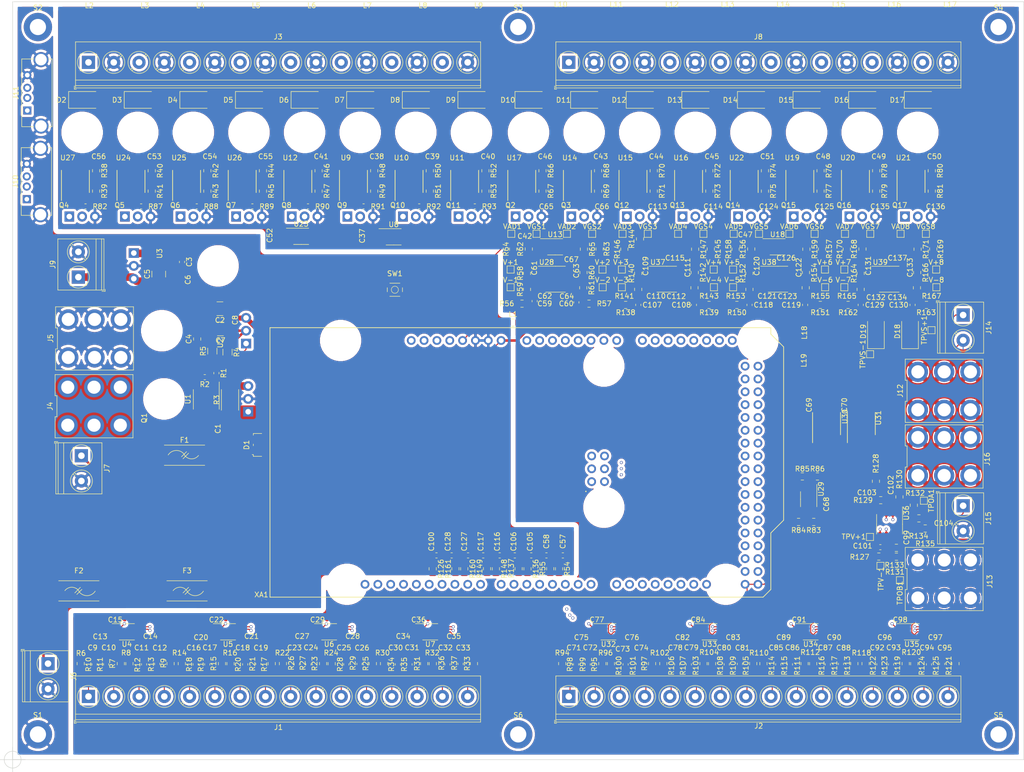
<source format=kicad_pcb>
(kicad_pcb (version 20171130) (host pcbnew "(5.1.5)-3")
  (title_block (title "PCB de caractérisation de cellules solaires") (date 2020-06-17) (rev 0) (company "Université de Sherbrooke"))
  (layers (0 F.Cu mixed) (1 In1_Vert.Cu signal) (2 In2_Hor.Cu signal) (31 B.Cu power) (34 B.Paste user) (35 F.Paste user) (36 B.SilkS user) (37 F.SilkS user) (38 B.Mask user) (39 F.Mask user) (44 Edge.Cuts user))
  (net 0 "")
  (net 1 /+12V)
  (net 2 GND)
  (net 3 "Net-(C4-Pad1)")
  (net 4 /+5VPI)
  (net 5 /+10.37V)
  (net 6 GNDA)
  (net 7 "Net-(C13-Pad1)")
  (net 8 "Net-(C10-Pad1)")
  (net 9 "Net-(C11-Pad1)")
  (net 10 "Net-(C12-Pad1)")
  (net 11 /+5V)
  (net 12 "Net-(C16-Pad1)")
  (net 13 "Net-(C17-Pad1)")
  (net 14 "Net-(C18-Pad1)")
  (net 15 "Net-(C19-Pad1)")
  (net 16 "Net-(C23-Pad1)")
  (net 17 "Net-(C24-Pad1)")
  (net 18 "Net-(C25-Pad1)")
  (net 19 "Net-(C26-Pad1)")
  (net 20 "Net-(C30-Pad1)")
  (net 21 "Net-(C31-Pad1)")
  (net 22 "Net-(C32-Pad1)")
  (net 23 "Net-(C33-Pad1)")
  (net 24 "Net-(C57-Pad2)")
  (net 25 "Net-(C58-Pad2)")
  (net 26 "Net-(C59-Pad2)")
  (net 27 "Net-(C60-Pad2)")
  (net 28 /VoutActif1)
  (net 29 "Net-(C61-Pad1)")
  (net 30 /VoutActif2)
  (net 31 "Net-(C63-Pad1)")
  (net 32 "Net-(C65-Pad2)")
  (net 33 "Net-(C71-Pad1)")
  (net 34 "Net-(C72-Pad1)")
  (net 35 "Net-(C73-Pad1)")
  (net 36 "Net-(C78-Pad1)")
  (net 37 "Net-(C79-Pad1)")
  (net 38 "Net-(C80-Pad1)")
  (net 39 "Net-(C85-Pad1)")
  (net 40 "Net-(C86-Pad1)")
  (net 41 "Net-(C87-Pad1)")
  (net 42 "Net-(C92-Pad1)")
  (net 43 "Net-(C93-Pad1)")
  (net 44 "Net-(C94-Pad1)")
  (net 45 "Net-(C100-Pad2)")
  (net 46 /VoutActif100W)
  (net 47 "Net-(C104-Pad2)")
  (net 48 "Net-(C105-Pad2)")
  (net 49 "Net-(C106-Pad2)")
  (net 50 "Net-(C107-Pad2)")
  (net 51 /VoutActif3)
  (net 52 /VoutActif4)
  (net 53 "Net-(C114-Pad2)")
  (net 54 "Net-(C116-Pad2)")
  (net 55 "Net-(C117-Pad2)")
  (net 56 /VoutActif5)
  (net 57 "Net-(C120-Pad1)")
  (net 58 /VoutActif6)
  (net 59 "Net-(C124-Pad2)")
  (net 60 "Net-(C125-Pad2)")
  (net 61 "Net-(C127-Pad2)")
  (net 62 /VoutActif7)
  (net 63 /VoutActif8)
  (net 64 "Net-(D1-Pad1)")
  (net 65 /AIProt1/Input)
  (net 66 /AIProt2/Input)
  (net 67 /AIProt3/Input)
  (net 68 /AIProt4/Input)
  (net 69 /AIProt5/Input)
  (net 70 /AIProt6/Input)
  (net 71 /AIProt7/Input)
  (net 72 /AIProt8/Input)
  (net 73 /sheet6116B42C/Input)
  (net 74 /sheet6116B43B/Input)
  (net 75 /sheet6116B43F/Input)
  (net 76 /sheet6116B443/Input)
  (net 77 /sheet6116B447/Input)
  (net 78 /sheet6116B44B/Input)
  (net 79 /sheet6116B44F/Input)
  (net 80 /sheet6116B453/Input)
  (net 81 /SenseProtection+/Input)
  (net 82 /SenseProtection-/Input)
  (net 83 "Net-(F1-Pad2)")
  (net 84 "Net-(F2-Pad1)")
  (net 85 "Net-(F3-Pad1)")
  (net 86 /T16-)
  (net 87 /T16+)
  (net 88 /T15-)
  (net 89 /T15+)
  (net 90 /T14-)
  (net 91 /T14+)
  (net 92 /T13-)
  (net 93 /T13+)
  (net 94 /T12-)
  (net 95 /T12+)
  (net 96 /T11-)
  (net 97 /T11+)
  (net 98 /T10-)
  (net 99 /T10+)
  (net 100 /T9-)
  (net 101 /T9+)
  (net 102 /T1+)
  (net 103 /T1-)
  (net 104 /T2+)
  (net 105 /T2-)
  (net 106 /T3+)
  (net 107 /T3-)
  (net 108 /T4+)
  (net 109 /T4-)
  (net 110 /T5+)
  (net 111 /T5-)
  (net 112 /T6+)
  (net 113 /T6-)
  (net 114 /T7+)
  (net 115 /T7-)
  (net 116 /T8+)
  (net 117 /T8-)
  (net 118 "Net-(J10-Pad2)")
  (net 119 "Net-(J10-Pad3)")
  (net 120 /VinActif100W)
  (net 121 /VinPassif1)
  (net 122 /VinPassif2)
  (net 123 /VinPassif3)
  (net 124 /VinPassif4)
  (net 125 /VinPassif5)
  (net 126 /VinPassif6)
  (net 127 /VinPassif7)
  (net 128 /VinPassif8)
  (net 129 /VinActif1)
  (net 130 /VinActif2)
  (net 131 /VinActif3)
  (net 132 /VinActif4)
  (net 133 /VinActif5)
  (net 134 /VinActif6)
  (net 135 /VinActif7)
  (net 136 /VinActif8)
  (net 137 /V+Sense100W)
  (net 138 /V-Sense100W)
  (net 139 "Net-(Q1-Pad3)")
  (net 140 /VoutPassif1)
  (net 141 /SW1)
  (net 142 /VoutPassif2)
  (net 143 /SW2)
  (net 144 /SW3)
  (net 145 /VoutPassif3)
  (net 146 /VoutPassif4)
  (net 147 /SW4)
  (net 148 /SW5)
  (net 149 /VoutPassif5)
  (net 150 /SW6)
  (net 151 /VoutPassif6)
  (net 152 /VoutPassif7)
  (net 153 /SW7)
  (net 154 /SW8)
  (net 155 /VoutPassif8)
  (net 156 "Net-(R1-Pad2)")
  (net 157 /A0)
  (net 158 /A1)
  (net 159 /A2)
  (net 160 /A3)
  (net 161 /A4)
  (net 162 /A5)
  (net 163 /A6)
  (net 164 /A7)
  (net 165 /PWM1)
  (net 166 /PWM2)
  (net 167 "Net-(R62-Pad1)")
  (net 168 "Net-(R63-Pad1)")
  (net 169 /A8)
  (net 170 /A9)
  (net 171 /A10)
  (net 172 /A11)
  (net 173 /A12)
  (net 174 /A13)
  (net 175 /A14)
  (net 176 /A15)
  (net 177 /Acquisition100W/Voltage100W1/Vout)
  (net 178 /Acquisition100W/sheet5F05B519/Vout)
  (net 179 /PWM9)
  (net 180 "Net-(R132-Pad1)")
  (net 181 /PWM3)
  (net 182 /PWM4)
  (net 183 "Net-(R144-Pad1)")
  (net 184 "Net-(R145-Pad1)")
  (net 185 /PWM5)
  (net 186 /PWM6)
  (net 187 "Net-(R156-Pad1)")
  (net 188 "Net-(R157-Pad1)")
  (net 189 /PWM7)
  (net 190 /PWM8)
  (net 191 "Net-(R168-Pad1)")
  (net 192 "Net-(R169-Pad1)")
  (net 193 /RESET)
  (net 194 /SCK)
  (net 195 /CS1)
  (net 196 /MISO)
  (net 197 /MOSI)
  (net 198 /CS2)
  (net 199 /CS3)
  (net 200 /CS4)
  (net 201 /CS10)
  (net 202 /CourantIndiv2/CurrentSense4/OUT)
  (net 203 /CourantIndiv2/CurrentSense3/OUT)
  (net 204 /CourantIndiv2/CurrentSense2/OUT)
  (net 205 /CourantIndiv2/CurrentSense1/OUT)
  (net 206 "Net-(U9-Pad4)")
  (net 207 "Net-(U9-Pad12)")
  (net 208 "Net-(U10-Pad12)")
  (net 209 "Net-(U10-Pad4)")
  (net 210 "Net-(U11-Pad4)")
  (net 211 "Net-(U11-Pad12)")
  (net 212 "Net-(U12-Pad4)")
  (net 213 "Net-(U12-Pad12)")
  (net 214 /CS11)
  (net 215 /CourantActif5W1/CurrentSense4/OUT)
  (net 216 /CourantActif5W1/CurrentSense3/OUT)
  (net 217 /CourantActif5W1/CurrentSense2/OUT)
  (net 218 /CourantActif5W1/CurrentSense1/OUT)
  (net 219 "Net-(U14-Pad12)")
  (net 220 "Net-(U14-Pad4)")
  (net 221 "Net-(U15-Pad4)")
  (net 222 "Net-(U15-Pad12)")
  (net 223 "Net-(U16-Pad12)")
  (net 224 "Net-(U16-Pad4)")
  (net 225 "Net-(U17-Pad4)")
  (net 226 "Net-(U17-Pad12)")
  (net 227 /CS12)
  (net 228 /CourantActif5W2/CurrentSense4/OUT)
  (net 229 /CourantActif5W2/CurrentSense3/OUT)
  (net 230 /CourantActif5W2/CurrentSense2/OUT)
  (net 231 /CourantActif5W2/CurrentSense1/OUT)
  (net 232 "Net-(U19-Pad12)")
  (net 233 "Net-(U19-Pad4)")
  (net 234 "Net-(U20-Pad4)")
  (net 235 "Net-(U20-Pad12)")
  (net 236 "Net-(U21-Pad12)")
  (net 237 "Net-(U21-Pad4)")
  (net 238 "Net-(U22-Pad4)")
  (net 239 "Net-(U22-Pad12)")
  (net 240 /CourantIndiv1/CurrentSense1/OUT)
  (net 241 /CourantIndiv1/CurrentSense2/OUT)
  (net 242 /CourantIndiv1/CurrentSense3/OUT)
  (net 243 /CourantIndiv1/CurrentSense4/OUT)
  (net 244 /CS9)
  (net 245 "Net-(U24-Pad12)")
  (net 246 "Net-(U24-Pad4)")
  (net 247 "Net-(U25-Pad4)")
  (net 248 "Net-(U25-Pad12)")
  (net 249 "Net-(U26-Pad12)")
  (net 250 "Net-(U26-Pad4)")
  (net 251 "Net-(U27-Pad12)")
  (net 252 "Net-(U27-Pad4)")
  (net 253 /Acquisition100W/CurrentSense20A1/OUT)
  (net 254 /CS13)
  (net 255 "Net-(U30-Pad12)")
  (net 256 "Net-(U30-Pad9)")
  (net 257 "Net-(U30-Pad4)")
  (net 258 "Net-(U31-Pad4)")
  (net 259 "Net-(U31-Pad12)")
  (net 260 /CS5)
  (net 261 /CS6)
  (net 262 /CS7)
  (net 263 /CS8)
  (net 264 "Net-(C66-Pad2)")
  (net 265 "Net-(C74-Pad1)")
  (net 266 "Net-(C81-Pad1)")
  (net 267 "Net-(C88-Pad1)")
  (net 268 "Net-(C95-Pad1)")
  (net 269 "Net-(C101-Pad2)")
  (net 270 "Net-(C102-Pad1)")
  (net 271 "Net-(C108-Pad2)")
  (net 272 "Net-(C109-Pad1)")
  (net 273 "Net-(C111-Pad1)")
  (net 274 "Net-(C113-Pad2)")
  (net 275 "Net-(C118-Pad2)")
  (net 276 "Net-(C119-Pad2)")
  (net 277 "Net-(C122-Pad1)")
  (net 278 "Net-(C128-Pad2)")
  (net 279 "Net-(C129-Pad2)")
  (net 280 "Net-(C130-Pad2)")
  (net 281 "Net-(C131-Pad1)")
  (net 282 "Net-(C133-Pad1)")
  (net 283 "Net-(C135-Pad2)")
  (net 284 "Net-(C136-Pad2)")
  (net 285 "Net-(J10-Pad1)")
  (net 286 "Net-(J11-Pad1)")
  (net 287 "Net-(S2-Pad1)")
  (net 288 "Net-(S3-Pad1)")
  (net 289 "Net-(S4-Pad1)")
  (net 290 "Net-(S5-Pad1)")
  (net 291 "Net-(S6-Pad1)")
  (net 292 "Net-(XA1-PadAREF)")
  (net 293 "Net-(XA1-PadSDA)")
  (net 294 "Net-(XA1-PadSCL)")
  (net 295 "Net-(XA1-PadIORF)")
  (net 296 "Net-(XA1-Pad3V3)")
  (net 297 "Net-(XA1-Pad5V2)")
  (net 298 "Net-(XA1-PadGND4)")
  (net 299 "Net-(XA1-PadRST2)")
  (net 300 "Net-(XA1-PadD45)")
  (net 301 "Net-(XA1-PadD44)")
  (net 302 "Net-(XA1-PadD43)")
  (net 303 "Net-(XA1-PadD42)")
  (net 304 "Net-(XA1-PadD41)")
  (net 305 "Net-(XA1-PadD40)")
  (net 306 "Net-(XA1-PadD39)")
  (net 307 "Net-(XA1-PadD38)")
  (net 308 "Net-(XA1-PadD37)")
  (net 309 "Net-(XA1-PadD36)")
  (net 310 "Net-(XA1-PadD35)")
  (net 311 "Net-(XA1-PadD12)")
  (net 312 "Net-(XA1-PadD13)")
  (net 313 "Net-(XA1-PadD4)")
  (net 314 "Net-(XA1-PadD1)")
  (net 315 "Net-(XA1-PadD0)")
  (net 316 "Net-(XA1-PadD14)")
  (net 317 "Net-(XA1-PadD15)")
  (net 318 "Net-(XA1-PadD16)")
  (net 319 "Net-(XA1-PadD17)")
  (net 320 "Net-(XA1-PadD18)")
  (net 321 "Net-(XA1-PadD19)")
  (net 322 "Net-(XA1-PadD20)")
  (net 323 "Net-(XA1-PadD21)")
  (net 324 "Net-(R130-Pad2)")
  (net 325 "Net-(R131-Pad1)")
  (module Arduino:Arduino_Mega2560_Socket (layer F.Cu) (at 278.5 136.5 180)
    (fp_text reference XA1 (at 103.3 -52.85) (layer F.SilkS))
    (fp_text value Arduino_Mega2560_Shield)
    (fp_text user . (at 39.116 -32.004) (layer F.SilkS))
    (pad MISO thru_hole oval (at 37.973 -30.48 180) (size 1.7272 1.7272) (drill 1.016) (layers *.Cu *.Mask) (net 196 /MISO))
    (pad GND6 thru_hole oval (at 5.08 -7.62 180) (size 1.7272 1.7272) (drill 1.016) (layers *.Cu *.Mask) (net 2 GND))
    (pad GND5 thru_hole oval (at 7.62 -7.62 180) (size 1.7272 1.7272) (drill 1.016) (layers *.Cu *.Mask) (net 2 GND))
    (pad D53 thru_hole oval (at 5.08 -10.16 180) (size 1.7272 1.7272) (drill 1.016) (layers *.Cu *.Mask) (net 154 /SW8))
    (pad D52 thru_hole oval (at 7.62 -10.16 180) (size 1.7272 1.7272) (drill 1.016) (layers *.Cu *.Mask) (net 153 /SW7))
    (pad D51 thru_hole oval (at 5.08 -12.7 180) (size 1.7272 1.7272) (drill 1.016) (layers *.Cu *.Mask) (net 150 /SW6))
    (pad D50 thru_hole oval (at 7.62 -12.7 180) (size 1.7272 1.7272) (drill 1.016) (layers *.Cu *.Mask) (net 148 /SW5))
    (pad D49 thru_hole oval (at 5.08 -15.24 180) (size 1.7272 1.7272) (drill 1.016) (layers *.Cu *.Mask) (net 147 /SW4))
    (pad D48 thru_hole oval (at 7.62 -15.24 180) (size 1.7272 1.7272) (drill 1.016) (layers *.Cu *.Mask) (net 144 /SW3))
    (pad D47 thru_hole oval (at 5.08 -17.78 180) (size 1.7272 1.7272) (drill 1.016) (layers *.Cu *.Mask) (net 143 /SW2))
    (pad D46 thru_hole oval (at 7.62 -17.78 180) (size 1.7272 1.7272) (drill 1.016) (layers *.Cu *.Mask) (net 141 /SW1))
    (pad D45 thru_hole oval (at 5.08 -20.32 180) (size 1.7272 1.7272) (drill 1.016) (layers *.Cu *.Mask) (net 300 "Net-(XA1-PadD45)"))
    (pad D44 thru_hole oval (at 7.62 -20.32 180) (size 1.7272 1.7272) (drill 1.016) (layers *.Cu *.Mask) (net 301 "Net-(XA1-PadD44)"))
    (pad D43 thru_hole oval (at 5.08 -22.86 180) (size 1.7272 1.7272) (drill 1.016) (layers *.Cu *.Mask) (net 302 "Net-(XA1-PadD43)"))
    (pad D42 thru_hole oval (at 7.62 -22.86 180) (size 1.7272 1.7272) (drill 1.016) (layers *.Cu *.Mask) (net 303 "Net-(XA1-PadD42)"))
    (pad D41 thru_hole oval (at 5.08 -25.4 180) (size 1.7272 1.7272) (drill 1.016) (layers *.Cu *.Mask) (net 304 "Net-(XA1-PadD41)"))
    (pad D40 thru_hole oval (at 7.62 -25.4 180) (size 1.7272 1.7272) (drill 1.016) (layers *.Cu *.Mask) (net 305 "Net-(XA1-PadD40)"))
    (pad D39 thru_hole oval (at 5.08 -27.94 180) (size 1.7272 1.7272) (drill 1.016) (layers *.Cu *.Mask) (net 306 "Net-(XA1-PadD39)"))
    (pad D38 thru_hole oval (at 7.62 -27.94 180) (size 1.7272 1.7272) (drill 1.016) (layers *.Cu *.Mask) (net 307 "Net-(XA1-PadD38)"))
    (pad D37 thru_hole oval (at 5.08 -30.48 180) (size 1.7272 1.7272) (drill 1.016) (layers *.Cu *.Mask) (net 308 "Net-(XA1-PadD37)"))
    (pad D36 thru_hole oval (at 7.62 -30.48 180) (size 1.7272 1.7272) (drill 1.016) (layers *.Cu *.Mask) (net 309 "Net-(XA1-PadD36)"))
    (pad D35 thru_hole oval (at 5.08 -33.02 180) (size 1.7272 1.7272) (drill 1.016) (layers *.Cu *.Mask) (net 310 "Net-(XA1-PadD35)"))
    (pad D34 thru_hole oval (at 7.62 -33.02 180) (size 1.7272 1.7272) (drill 1.016) (layers *.Cu *.Mask) (net 254 /CS13))
    (pad D33 thru_hole oval (at 5.08 -35.56 180) (size 1.7272 1.7272) (drill 1.016) (layers *.Cu *.Mask) (net 227 /CS12))
    (pad D32 thru_hole oval (at 7.62 -35.56 180) (size 1.7272 1.7272) (drill 1.016) (layers *.Cu *.Mask) (net 214 /CS11))
    (pad D31 thru_hole oval (at 5.08 -38.1 180) (size 1.7272 1.7272) (drill 1.016) (layers *.Cu *.Mask) (net 201 /CS10))
    (pad D30 thru_hole oval (at 7.62 -38.1 180) (size 1.7272 1.7272) (drill 1.016) (layers *.Cu *.Mask) (net 244 /CS9))
    (pad D29 thru_hole oval (at 5.08 -40.64 180) (size 1.7272 1.7272) (drill 1.016) (layers *.Cu *.Mask) (net 263 /CS8))
    (pad D28 thru_hole oval (at 7.62 -40.64 180) (size 1.7272 1.7272) (drill 1.016) (layers *.Cu *.Mask) (net 262 /CS7))
    (pad D27 thru_hole oval (at 5.08 -43.18 180) (size 1.7272 1.7272) (drill 1.016) (layers *.Cu *.Mask) (net 261 /CS6))
    (pad D26 thru_hole oval (at 7.62 -43.18 180) (size 1.7272 1.7272) (drill 1.016) (layers *.Cu *.Mask) (net 260 /CS5))
    (pad D25 thru_hole oval (at 5.08 -45.72 180) (size 1.7272 1.7272) (drill 1.016) (layers *.Cu *.Mask) (net 200 /CS4))
    (pad D24 thru_hole oval (at 7.62 -45.72 180) (size 1.7272 1.7272) (drill 1.016) (layers *.Cu *.Mask) (net 199 /CS3))
    (pad D23 thru_hole oval (at 5.08 -48.26 180) (size 1.7272 1.7272) (drill 1.016) (layers *.Cu *.Mask) (net 198 /CS2))
    (pad D22 thru_hole oval (at 7.62 -48.26 180) (size 1.7272 1.7272) (drill 1.016) (layers *.Cu *.Mask) (net 195 /CS1))
    (pad 5V4 thru_hole oval (at 5.08 -50.8 180) (size 1.7272 1.7272) (drill 1.016) (layers *.Cu *.Mask) (net 11 /+5V))
    (pad 5V3 thru_hole oval (at 7.62 -50.8 180) (size 1.7272 1.7272) (drill 1.016) (layers *.Cu *.Mask) (net 11 /+5V))
    (pad A15 thru_hole oval (at 10.16 -2.54 180) (size 1.7272 1.7272) (drill 1.016) (layers *.Cu *.Mask) (net 176 /A15))
    (pad A14 thru_hole oval (at 12.7 -2.54 180) (size 1.7272 1.7272) (drill 1.016) (layers *.Cu *.Mask) (net 175 /A14))
    (pad A13 thru_hole oval (at 15.24 -2.54 180) (size 1.7272 1.7272) (drill 1.016) (layers *.Cu *.Mask) (net 174 /A13))
    (pad A12 thru_hole oval (at 17.78 -2.54 180) (size 1.7272 1.7272) (drill 1.016) (layers *.Cu *.Mask) (net 173 /A12))
    (pad A11 thru_hole oval (at 20.32 -2.54 180) (size 1.7272 1.7272) (drill 1.016) (layers *.Cu *.Mask) (net 172 /A11))
    (pad A10 thru_hole oval (at 22.86 -2.54 180) (size 1.7272 1.7272) (drill 1.016) (layers *.Cu *.Mask) (net 171 /A10))
    (pad A9 thru_hole oval (at 25.4 -2.54 180) (size 1.7272 1.7272) (drill 1.016) (layers *.Cu *.Mask) (net 170 /A9))
    (pad A8 thru_hole oval (at 27.94 -2.54 180) (size 1.7272 1.7272) (drill 1.016) (layers *.Cu *.Mask) (net 169 /A8))
    (pad A7 thru_hole oval (at 33.02 -2.54 180) (size 1.7272 1.7272) (drill 1.016) (layers *.Cu *.Mask) (net 164 /A7))
    (pad A6 thru_hole oval (at 35.56 -2.54 180) (size 1.7272 1.7272) (drill 1.016) (layers *.Cu *.Mask) (net 163 /A6))
    (pad A5 thru_hole oval (at 38.1 -2.54 180) (size 1.7272 1.7272) (drill 1.016) (layers *.Cu *.Mask) (net 162 /A5))
    (pad A4 thru_hole oval (at 40.64 -2.54 180) (size 1.7272 1.7272) (drill 1.016) (layers *.Cu *.Mask) (net 161 /A4))
    (pad A3 thru_hole oval (at 43.18 -2.54 180) (size 1.7272 1.7272) (drill 1.016) (layers *.Cu *.Mask) (net 160 /A3))
    (pad A2 thru_hole oval (at 45.72 -2.54 180) (size 1.7272 1.7272) (drill 1.016) (layers *.Cu *.Mask) (net 159 /A2))
    (pad A1 thru_hole oval (at 48.26 -2.54 180) (size 1.7272 1.7272) (drill 1.016) (layers *.Cu *.Mask) (net 158 /A1))
    (pad "" thru_hole oval (at 73.66 -2.54 180) (size 1.7272 1.7272) (drill 1.016) (layers *.Cu *.Mask))
    (pad D11 thru_hole oval (at 67.564 -50.8 180) (size 1.7272 1.7272) (drill 1.016) (layers *.Cu *.Mask) (net 179 /PWM9))
    (pad D12 thru_hole oval (at 70.104 -50.8 180) (size 1.7272 1.7272) (drill 1.016) (layers *.Cu *.Mask) (net 311 "Net-(XA1-PadD12)"))
    (pad D13 thru_hole oval (at 72.644 -50.8 180) (size 1.7272 1.7272) (drill 1.016) (layers *.Cu *.Mask) (net 312 "Net-(XA1-PadD13)"))
    (pad AREF thru_hole oval (at 77.724 -50.8 180) (size 1.7272 1.7272) (drill 1.016) (layers *.Cu *.Mask) (net 292 "Net-(XA1-PadAREF)"))
    (pad SDA thru_hole oval (at 80.264 -50.8 180) (size 1.7272 1.7272) (drill 1.016) (layers *.Cu *.Mask) (net 293 "Net-(XA1-PadSDA)"))
    (pad SCL thru_hole oval (at 82.804 -50.8 180) (size 1.7272 1.7272) (drill 1.016) (layers *.Cu *.Mask) (net 294 "Net-(XA1-PadSCL)"))
    (pad "" np_thru_hole circle (at 87.63 -2.54 180) (size 3.2 3.2) (drill 3.2) (layers *.Cu *.Mask) (clearance 2.5))
    (pad "" np_thru_hole circle (at 5.08 -2.54 180) (size 3.2 3.2) (drill 3.2) (layers *.Cu *.Mask) (clearance 2.5))
    (pad "" np_thru_hole circle (at 86.36 -50.8 180) (size 3.2 3.2) (drill 3.2) (layers *.Cu *.Mask) (clearance 2.5))
    (pad "" np_thru_hole circle (at 11.43 -50.8 180) (size 3.2 3.2) (drill 3.2) (layers *.Cu *.Mask) (clearance 2.5))
    (pad "" np_thru_hole circle (at 35.56 -35.56 180) (size 3.2 3.2) (drill 3.2) (layers *.Cu *.Mask) (clearance 2.5))
    (pad "" np_thru_hole circle (at 35.56 -7.62 180) (size 3.2 3.2) (drill 3.2) (layers *.Cu *.Mask) (clearance 2.5))
    (pad D10 thru_hole oval (at 65.024 -50.8 180) (size 1.7272 1.7272) (drill 1.016) (layers *.Cu *.Mask) (net 190 /PWM8))
    (pad D9 thru_hole oval (at 62.484 -50.8 180) (size 1.7272 1.7272) (drill 1.016) (layers *.Cu *.Mask) (net 189 /PWM7))
    (pad D8 thru_hole oval (at 59.944 -50.8 180) (size 1.7272 1.7272) (drill 1.016) (layers *.Cu *.Mask) (net 186 /PWM6))
    (pad GND1 thru_hole oval (at 75.184 -50.8 180) (size 1.7272 1.7272) (drill 1.016) (layers *.Cu *.Mask) (net 2 GND))
    (pad D7 thru_hole oval (at 55.88 -50.8 180) (size 1.7272 1.7272) (drill 1.016) (layers *.Cu *.Mask) (net 185 /PWM5))
    (pad D6 thru_hole oval (at 53.34 -50.8 180) (size 1.7272 1.7272) (drill 1.016) (layers *.Cu *.Mask) (net 182 /PWM4))
    (pad D5 thru_hole oval (at 50.8 -50.8 180) (size 1.7272 1.7272) (drill 1.016) (layers *.Cu *.Mask) (net 181 /PWM3))
    (pad D4 thru_hole oval (at 48.26 -50.8 180) (size 1.7272 1.7272) (drill 1.016) (layers *.Cu *.Mask) (net 313 "Net-(XA1-PadD4)"))
    (pad D3 thru_hole oval (at 45.72 -50.8 180) (size 1.7272 1.7272) (drill 1.016) (layers *.Cu *.Mask) (net 166 /PWM2))
    (pad D2 thru_hole oval (at 43.18 -50.8 180) (size 1.7272 1.7272) (drill 1.016) (layers *.Cu *.Mask) (net 165 /PWM1))
    (pad D1 thru_hole oval (at 40.64 -50.8 180) (size 1.7272 1.7272) (drill 1.016) (layers *.Cu *.Mask) (net 314 "Net-(XA1-PadD1)"))
    (pad D0 thru_hole oval (at 38.1 -50.8 180) (size 1.7272 1.7272) (drill 1.016) (layers *.Cu *.Mask) (net 315 "Net-(XA1-PadD0)"))
    (pad D14 thru_hole oval (at 33.02 -50.8 180) (size 1.7272 1.7272) (drill 1.016) (layers *.Cu *.Mask) (net 316 "Net-(XA1-PadD14)"))
    (pad D15 thru_hole oval (at 30.48 -50.8 180) (size 1.7272 1.7272) (drill 1.016) (layers *.Cu *.Mask) (net 317 "Net-(XA1-PadD15)"))
    (pad D16 thru_hole oval (at 27.94 -50.8 180) (size 1.7272 1.7272) (drill 1.016) (layers *.Cu *.Mask) (net 318 "Net-(XA1-PadD16)"))
    (pad D17 thru_hole oval (at 25.4 -50.8 180) (size 1.7272 1.7272) (drill 1.016) (layers *.Cu *.Mask) (net 319 "Net-(XA1-PadD17)"))
    (pad D18 thru_hole oval (at 22.86 -50.8 180) (size 1.7272 1.7272) (drill 1.016) (layers *.Cu *.Mask) (net 320 "Net-(XA1-PadD18)"))
    (pad D19 thru_hole oval (at 20.32 -50.8 180) (size 1.7272 1.7272) (drill 1.016) (layers *.Cu *.Mask) (net 321 "Net-(XA1-PadD19)"))
    (pad D20 thru_hole oval (at 17.78 -50.8 180) (size 1.7272 1.7272) (drill 1.016) (layers *.Cu *.Mask) (net 322 "Net-(XA1-PadD20)"))
    (pad D21 thru_hole oval (at 15.24 -50.8 180) (size 1.7272 1.7272) (drill 1.016) (layers *.Cu *.Mask) (net 323 "Net-(XA1-PadD21)"))
    (pad IORF thru_hole oval (at 71.12 -2.54 180) (size 1.7272 1.7272) (drill 1.016) (layers *.Cu *.Mask) (net 295 "Net-(XA1-PadIORF)"))
    (pad RST1 thru_hole oval (at 68.58 -2.54 180) (size 1.7272 1.7272) (drill 1.016) (layers *.Cu *.Mask) (net 193 /RESET))
    (pad 3V3 thru_hole oval (at 66.04 -2.54 180) (size 1.7272 1.7272) (drill 1.016) (layers *.Cu *.Mask) (net 296 "Net-(XA1-Pad3V3)"))
    (pad 5V1 thru_hole oval (at 63.5 -2.54 180) (size 1.7272 1.7272) (drill 1.016) (layers *.Cu *.Mask) (net 11 /+5V))
    (pad GND2 thru_hole oval (at 60.96 -2.54 180) (size 1.7272 1.7272) (drill 1.016) (layers *.Cu *.Mask) (net 2 GND))
    (pad GND3 thru_hole oval (at 58.42 -2.54 180) (size 1.7272 1.7272) (drill 1.016) (layers *.Cu *.Mask) (net 2 GND))
    (pad VIN thru_hole oval (at 55.88 -2.54 180) (size 1.7272 1.7272) (drill 1.016) (layers *.Cu *.Mask) (net 5 /+10.37V))
    (pad A0 thru_hole oval (at 50.8 -2.54 180) (size 1.7272 1.7272) (drill 1.016) (layers *.Cu *.Mask) (net 157 /A0))
    (pad 5V2 thru_hole oval (at 35.433 -30.48 180) (size 1.7272 1.7272) (drill 1.016) (layers *.Cu *.Mask) (net 297 "Net-(XA1-Pad5V2)"))
    (pad SCK thru_hole oval (at 37.973 -27.94 180) (size 1.7272 1.7272) (drill 1.016) (layers *.Cu *.Mask) (net 194 /SCK))
    (pad MOSI thru_hole oval (at 35.433 -27.94 180) (size 1.7272 1.7272) (drill 1.016) (layers *.Cu *.Mask) (net 197 /MOSI))
    (pad GND4 thru_hole oval (at 35.433 -25.4 180) (size 1.7272 1.7272) (drill 1.016) (layers *.Cu *.Mask) (net 298 "Net-(XA1-PadGND4)"))
    (pad RST2 thru_hole oval (at 37.973 -25.4 180) (size 1.7272 1.7272) (drill 1.016) (layers *.Cu *.Mask) (net 299 "Net-(XA1-PadRST2)"))
  )
  (module TerminalBlock_Phoenix:TerminalBlock_Phoenix_PT-1,5-16-5.0-H_1x16_P5.00mm_Horizontal (layer F.Cu) (at 141 209.5)
    (fp_text reference J1 (at 37.578 6.094) (layer F.SilkS))
    (fp_text value PASSIVE_CHANNELS)
    (pad 1 thru_hole rect (at 0 0) (size 2.6 2.6) (drill 1.3) (layers *.Cu *.Mask) (net 102 /T1+))
    (pad 2 thru_hole circle (at 5 0) (size 2.6 2.6) (drill 1.3) (layers *.Cu *.Mask) (net 103 /T1-))
    (pad 3 thru_hole circle (at 10 0) (size 2.6 2.6) (drill 1.3) (layers *.Cu *.Mask) (net 104 /T2+))
    (pad 4 thru_hole circle (at 15 0) (size 2.6 2.6) (drill 1.3) (layers *.Cu *.Mask) (net 105 /T2-))
    (pad 5 thru_hole circle (at 20 0) (size 2.6 2.6) (drill 1.3) (layers *.Cu *.Mask) (net 106 /T3+))
    (pad 6 thru_hole circle (at 25 0) (size 2.6 2.6) (drill 1.3) (layers *.Cu *.Mask) (net 107 /T3-))
    (pad 7 thru_hole circle (at 30 0) (size 2.6 2.6) (drill 1.3) (layers *.Cu *.Mask) (net 108 /T4+))
    (pad 8 thru_hole circle (at 35 0) (size 2.6 2.6) (drill 1.3) (layers *.Cu *.Mask) (net 109 /T4-))
    (pad 9 thru_hole circle (at 40 0) (size 2.6 2.6) (drill 1.3) (layers *.Cu *.Mask) (net 110 /T5+))
    (pad 10 thru_hole circle (at 45 0) (size 2.6 2.6) (drill 1.3) (layers *.Cu *.Mask) (net 111 /T5-))
    (pad 11 thru_hole circle (at 50 0) (size 2.6 2.6) (drill 1.3) (layers *.Cu *.Mask) (net 112 /T6+))
    (pad 12 thru_hole circle (at 55 0) (size 2.6 2.6) (drill 1.3) (layers *.Cu *.Mask) (net 113 /T6-))
    (pad 13 thru_hole circle (at 60 0) (size 2.6 2.6) (drill 1.3) (layers *.Cu *.Mask) (net 114 /T7+))
    (pad 14 thru_hole circle (at 65 0) (size 2.6 2.6) (drill 1.3) (layers *.Cu *.Mask) (net 115 /T7-))
    (pad 15 thru_hole circle (at 70 0) (size 2.6 2.6) (drill 1.3) (layers *.Cu *.Mask) (net 116 /T8+))
    (pad 16 thru_hole circle (at 75 0) (size 2.6 2.6) (drill 1.3) (layers *.Cu *.Mask) (net 117 /T8-))
  )
  (module PCB:TO-277A (layer F.Cu) (at 176.765 159.71 90)
    (fp_text reference D1 (at 0 -4.5 -90) (layer F.SilkS))
    (fp_text value FSV1045V)
    (pad 1 smd rect (at 1.04 -2.765 90) (size 1.4 1.27) (layers F.Cu F.Paste F.Mask) (net 64 "Net-(D1-Pad1)"))
    (pad 2 smd rect (at 0 1.04 90) (size 4.8 4.72) (layers F.Cu F.Mask) (net 1 /+12V))
    (pad 1 smd rect (at -1.04 -2.765 90) (size 1.4 1.27) (layers F.Cu F.Paste F.Mask) (net 64 "Net-(D1-Pad1)"))
  )
  (module Package_SO:SOIC-8_3.9x4.9mm_P1.27mm (layer F.Cu) (at 164.3 150.7 270)
    (fp_text reference U1 (at -0.05 3.625 90) (layer F.SilkS))
    (fp_text value LM431ACM3_NOPB)
    (pad 8 smd roundrect (at 2.475 -1.905 270) (size 1.95 0.6) (layers F.Cu F.Paste F.Mask))
    (pad 7 smd roundrect (at 2.475 -0.635 270) (size 1.95 0.6) (layers F.Cu F.Paste F.Mask))
    (pad 6 smd roundrect (at 2.475 0.635 270) (size 1.95 0.6) (layers F.Cu F.Paste F.Mask))
    (pad 5 smd roundrect (at 2.475 1.905 270) (size 1.95 0.6) (layers F.Cu F.Paste F.Mask))
    (pad 4 smd roundrect (at -2.475 1.905 270) (size 1.95 0.6) (layers F.Cu F.Paste F.Mask))
    (pad 3 smd roundrect (at -2.475 0.635 270) (size 1.95 0.6) (layers F.Cu F.Paste F.Mask) (net 2 GND))
    (pad 2 smd roundrect (at -2.475 -0.635 270) (size 1.95 0.6) (layers F.Cu F.Paste F.Mask) (net 156 "Net-(R1-Pad2)"))
    (pad 1 smd roundrect (at -2.475 -1.905 270) (size 1.95 0.6) (layers F.Cu F.Paste F.Mask) (net 139 "Net-(Q1-Pad3)"))
  )
  (module MountingHole:MountingHole_3.2mm_M3_DIN965_Pad (layer F.Cu) (at 226 217)
    (fp_text reference S6 (at 0 -3.8) (layer F.SilkS))
    (fp_text value Screw_Terminal_01x01)
    (pad 1 thru_hole circle (at 0 0) (size 5.6 5.6) (drill 3.2) (layers *.Cu *.Mask) (net 291 "Net-(S6-Pad1)"))
  )
  (module MountingHole:MountingHole_3.2mm_M3_DIN965_Pad (layer F.Cu) (at 321 217)
    (fp_text reference S5 (at 0 -3.8) (layer F.SilkS))
    (fp_text value Screw_Terminal_01x01)
    (pad 1 thru_hole circle (at 0 0) (size 5.6 5.6) (drill 3.2) (layers *.Cu *.Mask) (net 290 "Net-(S5-Pad1)"))
  )
  (module MountingHole:MountingHole_3.2mm_M3_DIN965_Pad (layer F.Cu) (at 321 77)
    (fp_text reference S4 (at 0 -3.8) (layer F.SilkS))
    (fp_text value Screw_Terminal_01x01)
    (pad 1 thru_hole circle (at 0 0) (size 5.6 5.6) (drill 3.2) (layers *.Cu *.Mask) (net 289 "Net-(S4-Pad1)"))
  )
  (module MountingHole:MountingHole_3.2mm_M3_DIN965_Pad (layer F.Cu) (at 226 77)
    (fp_text reference S3 (at 0 -3.8) (layer F.SilkS))
    (fp_text value Screw_Terminal_01x01)
    (pad 1 thru_hole circle (at 0 0) (size 5.6 5.6) (drill 3.2) (layers *.Cu *.Mask) (net 288 "Net-(S3-Pad1)"))
  )
  (module MountingHole:MountingHole_3.2mm_M3_DIN965_Pad (layer F.Cu) (at 131 77)
    (fp_text reference S2 (at 0 -3.8) (layer F.SilkS))
    (fp_text value Screw_Terminal_01x01)
    (pad 1 thru_hole circle (at 0 0) (size 5.6 5.6) (drill 3.2) (layers *.Cu *.Mask) (net 287 "Net-(S2-Pad1)"))
  )
  (module MountingHole:MountingHole_3.2mm_M3_DIN965_Pad (layer F.Cu) (at 131 217)
    (fp_text reference S1 (at 0 -3.8) (layer F.SilkS))
    (fp_text value Screw_Terminal_01x01)
    (pad 1 thru_hole circle (at 0 0) (size 5.6 5.6) (drill 3.2) (layers *.Cu *.Mask) (net 2 GND))
  )
  (module Capacitor_SMD:C_1210_3225Metric (layer F.Cu) (at 167 132.75 180)
    (fp_text reference C2 (at 0 -2.28) (layer F.SilkS))
    (fp_text value 100uF)
    (pad 2 smd roundrect (at 1.4 0 180) (size 1.25 2.65) (layers F.Cu F.Paste F.Mask) (roundrect_rratio 0.2) (net 2 GND))
    (pad 1 smd roundrect (at -1.4 0 180) (size 1.25 2.65) (layers F.Cu F.Paste F.Mask) (roundrect_rratio 0.2) (net 1 /+12V))
  )
  (module Capacitor_SMD:C_0402_1005Metric (layer F.Cu) (at 303.5 129.25 90)
    (fp_text reference C134 (at -1.25 -2.5 180) (layer F.SilkS))
    (fp_text value NU)
    (pad 2 smd roundrect (at 0.485 0 90) (size 0.59 0.64) (layers F.Cu F.Paste F.Mask) (net 282 "Net-(C133-Pad1)"))
    (pad 1 smd roundrect (at -0.485 0 90) (size 0.59 0.64) (layers F.Cu F.Paste F.Mask) (net 6 GNDA))
  )
  (module Capacitor_SMD:C_0402_1005Metric (layer F.Cu) (at 281.5 129.25 90)
    (fp_text reference C123 (at -1.05 -2.25 180) (layer F.SilkS))
    (fp_text value NU)
    (pad 2 smd roundrect (at 0.485 0 90) (size 0.59 0.64) (layers F.Cu F.Paste F.Mask) (net 277 "Net-(C122-Pad1)"))
    (pad 1 smd roundrect (at -0.485 0 90) (size 0.59 0.64) (layers F.Cu F.Paste F.Mask) (net 6 GNDA))
  )
  (module Capacitor_SMD:C_0402_1005Metric (layer F.Cu) (at 259.5 129.25 90)
    (fp_text reference C112 (at -1.05 -2.25) (layer F.SilkS))
    (fp_text value NU)
    (pad 2 smd roundrect (at 0.485 0 90) (size 0.59 0.64) (layers F.Cu F.Paste F.Mask) (net 273 "Net-(C111-Pad1)"))
    (pad 1 smd roundrect (at -0.485 0 90) (size 0.59 0.64) (layers F.Cu F.Paste F.Mask) (net 6 GNDA))
  )
  (module Capacitor_SMD:C_0402_1005Metric (layer F.Cu) (at 237.5 129.25 90)
    (fp_text reference C64 (at -1.05 -1.9 180) (layer F.SilkS))
    (fp_text value NU)
    (pad 2 smd roundrect (at 0.485 0 90) (size 0.59 0.64) (layers F.Cu F.Paste F.Mask) (net 31 "Net-(C63-Pad1)"))
    (pad 1 smd roundrect (at -0.485 0 90) (size 0.59 0.64) (layers F.Cu F.Paste F.Mask) (net 6 GNDA))
  )
  (module PCB:TO-220-3_Horizontal_TabDown_AccessHole (layer F.Cu) (at 172.585 153.14 90)
    (fp_text reference Q1 (at -1.26 -20.56 90) (layer F.SilkS))
    (fp_text value BT137-600)
    (pad 3 thru_hole oval (at 5.08 0 90) (size 1.905 2) (drill 1.1) (layers *.Cu *.Mask) (net 139 "Net-(Q1-Pad3)"))
    (pad 2 thru_hole oval (at 2.54 0 90) (size 1.905 2) (drill 1.1) (layers *.Cu *.Mask) (net 2 GND))
    (pad 1 thru_hole rect (at 0 0 90) (size 1.905 2) (drill 1.1) (layers *.Cu *.Mask) (net 1 /+12V))
    (pad "" np_thru_hole oval (at 2.54 -16.66 90) (size 6.25 6.25) (drill 6.25) (layers *.Cu *.Mask) (clearance 1))
  )
  (module PCB:TO-220-3_Horizontal_TabDown_AccessHole (layer F.Cu) (at 225.496 114.508)
    (fp_text reference Q2 (at -1.046 -2.236) (layer F.SilkS))
    (fp_text value IRLB3813PbF)
    (pad 3 thru_hole oval (at 5.08 0) (size 1.905 2) (drill 1.1) (layers *.Cu *.Mask) (net 6 GNDA))
    (pad 2 thru_hole oval (at 2.54 0) (size 1.905 2) (drill 1.1) (layers *.Cu *.Mask) (net 32 "Net-(C65-Pad2)"))
    (pad 1 thru_hole rect (at 0 0) (size 1.905 2) (drill 1.1) (layers *.Cu *.Mask) (net 28 /VoutActif1))
    (pad "" np_thru_hole oval (at 2.54 -16.66) (size 6.25 6.25) (drill 6.25) (layers *.Cu *.Mask) (clearance 1))
  )
  (module PCB:TO-220-3_Horizontal_TabDown_AccessHole (layer F.Cu) (at 236.496 114.508)
    (fp_text reference Q3 (at -1.046 -2.236) (layer F.SilkS))
    (fp_text value IRLB3813PbF)
    (pad 3 thru_hole oval (at 5.08 0) (size 1.905 2) (drill 1.1) (layers *.Cu *.Mask) (net 6 GNDA))
    (pad 2 thru_hole oval (at 2.54 0) (size 1.905 2) (drill 1.1) (layers *.Cu *.Mask) (net 264 "Net-(C66-Pad2)"))
    (pad 1 thru_hole rect (at 0 0) (size 1.905 2) (drill 1.1) (layers *.Cu *.Mask) (net 30 /VoutActif2))
    (pad "" np_thru_hole oval (at 2.54 -16.66) (size 6.25 6.25) (drill 6.25) (layers *.Cu *.Mask) (clearance 1))
  )
  (module PCB:TO-220-3_Horizontal_TabDown_AccessHole (layer F.Cu) (at 137.206 114.508)
    (fp_text reference Q4 (at -1.046 -2.236) (layer F.SilkS))
    (fp_text value IRLB3813PBF)
    (pad 3 thru_hole oval (at 5.08 0) (size 1.905 2) (drill 1.1) (layers *.Cu *.Mask) (net 6 GNDA))
    (pad 2 thru_hole oval (at 2.54 0) (size 1.905 2) (drill 1.1) (layers *.Cu *.Mask) (net 141 /SW1))
    (pad 1 thru_hole rect (at 0 0) (size 1.905 2) (drill 1.1) (layers *.Cu *.Mask) (net 140 /VoutPassif1))
    (pad "" np_thru_hole oval (at 2.54 -16.66) (size 6.25 6.25) (drill 6.25) (layers *.Cu *.Mask) (clearance 1))
  )
  (module PCB:TO-220-3_Horizontal_TabDown_AccessHole (layer F.Cu) (at 148.206 114.508)
    (fp_text reference Q5 (at -1.046 -2.236) (layer F.SilkS))
    (fp_text value IRLB3813PBF)
    (pad 3 thru_hole oval (at 5.08 0) (size 1.905 2) (drill 1.1) (layers *.Cu *.Mask) (net 6 GNDA))
    (pad 2 thru_hole oval (at 2.54 0) (size 1.905 2) (drill 1.1) (layers *.Cu *.Mask) (net 143 /SW2))
    (pad 1 thru_hole rect (at 0 0) (size 1.905 2) (drill 1.1) (layers *.Cu *.Mask) (net 142 /VoutPassif2))
    (pad "" np_thru_hole oval (at 2.54 -16.66) (size 6.25 6.25) (drill 6.25) (layers *.Cu *.Mask) (clearance 1))
  )
  (module PCB:TO-220-3_Horizontal_TabDown_AccessHole (layer F.Cu) (at 159.206 114.508)
    (fp_text reference Q6 (at -1.046 -2.236) (layer F.SilkS))
    (fp_text value IRLB3813PBF)
    (pad 3 thru_hole oval (at 5.08 0) (size 1.905 2) (drill 1.1) (layers *.Cu *.Mask) (net 6 GNDA))
    (pad 2 thru_hole oval (at 2.54 0) (size 1.905 2) (drill 1.1) (layers *.Cu *.Mask) (net 144 /SW3))
    (pad 1 thru_hole rect (at 0 0) (size 1.905 2) (drill 1.1) (layers *.Cu *.Mask) (net 145 /VoutPassif3))
    (pad "" np_thru_hole oval (at 2.54 -16.66) (size 6.25 6.25) (drill 6.25) (layers *.Cu *.Mask) (clearance 1))
  )
  (module PCB:TO-220-3_Horizontal_TabDown_AccessHole (layer F.Cu) (at 170.206 114.508)
    (fp_text reference Q7 (at -1.046 -2.236) (layer F.SilkS))
    (fp_text value IRLB3813PBF)
    (pad 3 thru_hole oval (at 5.08 0) (size 1.905 2) (drill 1.1) (layers *.Cu *.Mask) (net 6 GNDA))
    (pad 2 thru_hole oval (at 2.54 0) (size 1.905 2) (drill 1.1) (layers *.Cu *.Mask) (net 147 /SW4))
    (pad 1 thru_hole rect (at 0 0) (size 1.905 2) (drill 1.1) (layers *.Cu *.Mask) (net 146 /VoutPassif4))
    (pad "" np_thru_hole oval (at 2.54 -16.66) (size 6.25 6.25) (drill 6.25) (layers *.Cu *.Mask) (clearance 1))
  )
  (module PCB:TO-220-3_Horizontal_TabDown_AccessHole (layer F.Cu) (at 181.206 114.508)
    (fp_text reference Q8 (at -1.046 -2.236) (layer F.SilkS))
    (fp_text value IRLB3813PBF)
    (pad 3 thru_hole oval (at 5.08 0) (size 1.905 2) (drill 1.1) (layers *.Cu *.Mask) (net 6 GNDA))
    (pad 2 thru_hole oval (at 2.54 0) (size 1.905 2) (drill 1.1) (layers *.Cu *.Mask) (net 148 /SW5))
    (pad 1 thru_hole rect (at 0 0) (size 1.905 2) (drill 1.1) (layers *.Cu *.Mask) (net 149 /VoutPassif5))
    (pad "" np_thru_hole oval (at 2.54 -16.66) (size 6.25 6.25) (drill 6.25) (layers *.Cu *.Mask) (clearance 1))
  )
  (module PCB:TO-220-3_Horizontal_TabDown_AccessHole (layer F.Cu) (at 192.206 114.508)
    (fp_text reference Q9 (at -1.046 -2.236) (layer F.SilkS))
    (fp_text value IRLB3813PBF)
    (pad 3 thru_hole oval (at 5.08 0) (size 1.905 2) (drill 1.1) (layers *.Cu *.Mask) (net 6 GNDA))
    (pad 2 thru_hole oval (at 2.54 0) (size 1.905 2) (drill 1.1) (layers *.Cu *.Mask) (net 150 /SW6))
    (pad 1 thru_hole rect (at 0 0) (size 1.905 2) (drill 1.1) (layers *.Cu *.Mask) (net 151 /VoutPassif6))
    (pad "" np_thru_hole oval (at 2.54 -16.66) (size 6.25 6.25) (drill 6.25) (layers *.Cu *.Mask) (clearance 1))
  )
  (module PCB:TO-220-3_Horizontal_TabDown_AccessHole (layer F.Cu) (at 203.206 114.508)
    (fp_text reference Q10 (at -1.046 -2.236) (layer F.SilkS))
    (fp_text value IRLB3813PBF)
    (pad 3 thru_hole oval (at 5.08 0) (size 1.905 2) (drill 1.1) (layers *.Cu *.Mask) (net 6 GNDA))
    (pad 2 thru_hole oval (at 2.54 0) (size 1.905 2) (drill 1.1) (layers *.Cu *.Mask) (net 153 /SW7))
    (pad 1 thru_hole rect (at 0 0) (size 1.905 2) (drill 1.1) (layers *.Cu *.Mask) (net 152 /VoutPassif7))
    (pad "" np_thru_hole oval (at 2.54 -16.66) (size 6.25 6.25) (drill 6.25) (layers *.Cu *.Mask) (clearance 1))
  )
  (module PCB:TO-220-3_Horizontal_TabDown_AccessHole (layer F.Cu) (at 214.206 114.508)
    (fp_text reference Q11 (at -1.046 -2.236) (layer F.SilkS))
    (fp_text value IRLB3813PBF)
    (pad 3 thru_hole oval (at 5.08 0) (size 1.905 2) (drill 1.1) (layers *.Cu *.Mask) (net 6 GNDA))
    (pad 2 thru_hole oval (at 2.54 0) (size 1.905 2) (drill 1.1) (layers *.Cu *.Mask) (net 154 /SW8))
    (pad 1 thru_hole rect (at 0 0) (size 1.905 2) (drill 1.1) (layers *.Cu *.Mask) (net 155 /VoutPassif8))
    (pad "" np_thru_hole oval (at 2.54 -16.66) (size 6.25 6.25) (drill 6.25) (layers *.Cu *.Mask) (clearance 1))
  )
  (module PCB:TO-220-3_Horizontal_TabDown_AccessHole (layer F.Cu) (at 247.496 114.508)
    (fp_text reference Q12 (at -1.046 -2.236) (layer F.SilkS))
    (fp_text value IRLB3813PbF)
    (pad 3 thru_hole oval (at 5.08 0) (size 1.905 2) (drill 1.1) (layers *.Cu *.Mask) (net 6 GNDA))
    (pad 2 thru_hole oval (at 2.54 0) (size 1.905 2) (drill 1.1) (layers *.Cu *.Mask) (net 274 "Net-(C113-Pad2)"))
    (pad 1 thru_hole rect (at 0 0) (size 1.905 2) (drill 1.1) (layers *.Cu *.Mask) (net 51 /VoutActif3))
    (pad "" np_thru_hole oval (at 2.54 -16.66) (size 6.25 6.25) (drill 6.25) (layers *.Cu *.Mask) (clearance 1))
  )
  (module PCB:TO-220-3_Horizontal_TabDown_AccessHole (layer F.Cu) (at 258.496 114.508)
    (fp_text reference Q13 (at -1.046 -2.236) (layer F.SilkS))
    (fp_text value IRLB3813PbF)
    (pad 3 thru_hole oval (at 5.08 0) (size 1.905 2) (drill 1.1) (layers *.Cu *.Mask) (net 6 GNDA))
    (pad 2 thru_hole oval (at 2.54 0) (size 1.905 2) (drill 1.1) (layers *.Cu *.Mask) (net 53 "Net-(C114-Pad2)"))
    (pad 1 thru_hole rect (at 0 0) (size 1.905 2) (drill 1.1) (layers *.Cu *.Mask) (net 52 /VoutActif4))
    (pad "" np_thru_hole oval (at 2.54 -16.66) (size 6.25 6.25) (drill 6.25) (layers *.Cu *.Mask) (clearance 1))
  )
  (module PCB:TO-220-3_Horizontal_TabDown_AccessHole (layer F.Cu) (at 269.496 114.508)
    (fp_text reference Q14 (at -1.046 -2.236) (layer F.SilkS))
    (fp_text value IRLB3813PbF)
    (pad 3 thru_hole oval (at 5.08 0) (size 1.905 2) (drill 1.1) (layers *.Cu *.Mask) (net 6 GNDA))
    (pad 2 thru_hole oval (at 2.54 0) (size 1.905 2) (drill 1.1) (layers *.Cu *.Mask) (net 59 "Net-(C124-Pad2)"))
    (pad 1 thru_hole rect (at 0 0) (size 1.905 2) (drill 1.1) (layers *.Cu *.Mask) (net 56 /VoutActif5))
    (pad "" np_thru_hole oval (at 2.54 -16.66) (size 6.25 6.25) (drill 6.25) (layers *.Cu *.Mask) (clearance 1))
  )
  (module PCB:TO-220-3_Horizontal_TabDown_AccessHole (layer F.Cu) (at 280.496 114.508)
    (fp_text reference Q15 (at -1.046 -2.236) (layer F.SilkS))
    (fp_text value IRLB3813PbF)
    (pad 3 thru_hole oval (at 5.08 0) (size 1.905 2) (drill 1.1) (layers *.Cu *.Mask) (net 6 GNDA))
    (pad 2 thru_hole oval (at 2.54 0) (size 1.905 2) (drill 1.1) (layers *.Cu *.Mask) (net 60 "Net-(C125-Pad2)"))
    (pad 1 thru_hole rect (at 0 0) (size 1.905 2) (drill 1.1) (layers *.Cu *.Mask) (net 58 /VoutActif6))
    (pad "" np_thru_hole oval (at 2.54 -16.66) (size 6.25 6.25) (drill 6.25) (layers *.Cu *.Mask) (clearance 1))
  )
  (module PCB:TO-220-3_Horizontal_TabDown_AccessHole (layer F.Cu) (at 291.496 114.508)
    (fp_text reference Q16 (at -1.046 -2.236) (layer F.SilkS))
    (fp_text value IRLB3813PbF)
    (pad 3 thru_hole oval (at 5.08 0) (size 1.905 2) (drill 1.1) (layers *.Cu *.Mask) (net 6 GNDA))
    (pad 2 thru_hole oval (at 2.54 0) (size 1.905 2) (drill 1.1) (layers *.Cu *.Mask) (net 283 "Net-(C135-Pad2)"))
    (pad 1 thru_hole rect (at 0 0) (size 1.905 2) (drill 1.1) (layers *.Cu *.Mask) (net 62 /VoutActif7))
    (pad "" np_thru_hole oval (at 2.54 -16.66) (size 6.25 6.25) (drill 6.25) (layers *.Cu *.Mask) (clearance 1))
  )
  (module PCB:TO-220-3_Horizontal_TabDown_AccessHole (layer F.Cu) (at 302.496 114.508)
    (fp_text reference Q17 (at -1.046 -2.236) (layer F.SilkS))
    (fp_text value IRLB3813PbF)
    (pad 3 thru_hole oval (at 5.08 0) (size 1.905 2) (drill 1.1) (layers *.Cu *.Mask) (net 6 GNDA))
    (pad 2 thru_hole oval (at 2.54 0) (size 1.905 2) (drill 1.1) (layers *.Cu *.Mask) (net 284 "Net-(C136-Pad2)"))
    (pad 1 thru_hole rect (at 0 0) (size 1.905 2) (drill 1.1) (layers *.Cu *.Mask) (net 63 /VoutActif8))
    (pad "" np_thru_hole oval (at 2.54 -16.66) (size 6.25 6.25) (drill 6.25) (layers *.Cu *.Mask) (clearance 1))
  )
  (module PCB:TO-220-3_Horizontal_TabDown_AccessHole (layer F.Cu) (at 172.170208 139.644999 90)
    (fp_text reference U2 (at 0.1 -5.1 90) (layer F.SilkS))
    (fp_text value LM1117-ADJ)
    (pad 3 thru_hole oval (at 5.08 0 90) (size 1.905 2) (drill 1.1) (layers *.Cu *.Mask) (net 1 /+12V))
    (pad 2 thru_hole oval (at 2.54 0 90) (size 1.905 2) (drill 1.1) (layers *.Cu *.Mask) (net 5 /+10.37V))
    (pad 1 thru_hole rect (at 0 0 90) (size 1.905 2) (drill 1.1) (layers *.Cu *.Mask) (net 3 "Net-(C4-Pad1)"))
    (pad "" np_thru_hole oval (at 2.54 -16.66 90) (size 6.25 6.25) (drill 6.25) (layers *.Cu *.Mask) (clearance 1))
  )
  (module PCB:TO-220-3_Horizontal_TabDown_AccessHole (layer F.Cu) (at 149.965 121.735 270)
    (fp_text reference U3 (at 0.1 -5.1 90) (layer F.SilkS))
    (fp_text value uA7805)
    (pad 3 thru_hole oval (at 5.08 0 270) (size 1.905 2) (drill 1.1) (layers *.Cu *.Mask) (net 4 /+5VPI))
    (pad 2 thru_hole oval (at 2.54 0 270) (size 1.905 2) (drill 1.1) (layers *.Cu *.Mask) (net 2 GND))
    (pad 1 thru_hole rect (at 0 0 270) (size 1.905 2) (drill 1.1) (layers *.Cu *.Mask) (net 1 /+12V))
    (pad "" np_thru_hole oval (at 2.54 -16.66 270) (size 6.25 6.25) (drill 6.25) (layers *.Cu *.Mask) (clearance 1))
  )
  (module TestPoint:TestPoint_Pad_1.0x1.0mm (layer F.Cu) (at 297.65 183.65 270)
    (fp_text reference TPV-1 (at 2.6 -0.1 90) (layer F.SilkS))
    (fp_text value TestPoint)
    (pad 1 smd rect (at 0 0 270) (size 1 1) (layers F.Cu F.Mask) (net 269 "Net-(C101-Pad2)"))
  )
  (module TestPoint:TestPoint_Pad_1.0x1.0mm (layer F.Cu) (at 295.575 177.925)
    (fp_text reference TPV+1 (at -3.2 -0.05) (layer F.SilkS))
    (fp_text value TestPoint)
    (pad 1 smd rect (at 0 0) (size 1 1) (layers F.Cu F.Mask) (net 270 "Net-(C102-Pad1)"))
  )
  (module TestPoint:TestPoint_Pad_1.0x1.0mm (layer F.Cu) (at 301.5 186.5 270)
    (fp_text reference TPOB1 (at 2.5 0 90) (layer F.SilkS))
    (fp_text value TestPoint)
    (pad 1 smd rect (at 0 0 270) (size 1 1) (layers F.Cu F.Mask) (net 325 "Net-(R131-Pad1)"))
  )
  (module TestPoint:TestPoint_Pad_1.0x1.0mm (layer F.Cu) (at 306.25 170.75 270)
    (fp_text reference TPOA1 (at 0 -1.448 90) (layer F.SilkS))
    (fp_text value TestPoint)
    (pad 1 smd rect (at 0 0 270) (size 1 1) (layers F.Cu F.Mask) (net 324 "Net-(R130-Pad2)"))
  )
  (module Capacitor_SMD:C_0402_1005Metric (layer F.Cu) (at 168.725 156.325 180)
    (fp_text reference C1 (at 2.125 -0.175 270) (layer F.SilkS))
    (fp_text value 0.1uF)
    (pad 1 smd roundrect (at -0.485 0 180) (size 0.59 0.64) (layers F.Cu F.Paste F.Mask) (net 1 /+12V))
    (pad 2 smd roundrect (at 0.485 0 180) (size 0.59 0.64) (layers F.Cu F.Paste F.Mask) (net 2 GND))
  )
  (module Capacitor_SMD:C_0603_1608Metric (layer F.Cu) (at 159.5 123.5 270)
    (fp_text reference C3 (at 0 -1.43 90) (layer F.SilkS))
    (fp_text value 330nF)
    (pad 1 smd roundrect (at -0.7875 0 270) (size 0.875 0.95) (layers F.Cu F.Paste F.Mask) (net 1 /+12V))
    (pad 2 smd roundrect (at 0.7875 0 270) (size 0.875 0.95) (layers F.Cu F.Paste F.Mask) (net 2 GND))
  )
  (module Capacitor_SMD:C_0805_2012Metric (layer F.Cu) (at 162.5 138.75 90)
    (fp_text reference C4 (at 0 -1.65 90) (layer F.SilkS))
    (fp_text value 33uF)
    (pad 1 smd roundrect (at -0.9375 0 90) (size 0.975 1.4) (layers F.Cu F.Paste F.Mask) (net 3 "Net-(C4-Pad1)"))
    (pad 2 smd roundrect (at 0.9375 0 90) (size 0.975 1.4) (layers F.Cu F.Paste F.Mask) (net 2 GND))
  )
  (module Capacitor_SMD:C_1210_3225Metric (layer F.Cu) (at 154.9 125.9 90)
    (fp_text reference C5 (at 0 -2.28 90) (layer F.SilkS))
    (fp_text value 100uF)
    (pad 2 smd roundrect (at 1.4 0 90) (size 1.25 2.65) (layers F.Cu F.Paste F.Mask) (roundrect_rratio 0.2) (net 2 GND))
    (pad 1 smd roundrect (at -1.4 0 90) (size 1.25 2.65) (layers F.Cu F.Paste F.Mask) (roundrect_rratio 0.2) (net 4 /+5VPI))
  )
  (module Capacitor_SMD:C_0402_1005Metric (layer F.Cu) (at 159.5 127.015 270)
    (fp_text reference C6 (at 0 -1.17 90) (layer F.SilkS))
    (fp_text value 0.1uF)
    (pad 1 smd roundrect (at -0.485 0 270) (size 0.59 0.64) (layers F.Cu F.Paste F.Mask) (net 4 /+5VPI))
    (pad 2 smd roundrect (at 0.485 0 270) (size 0.59 0.64) (layers F.Cu F.Paste F.Mask) (net 2 GND))
  )
  (module Capacitor_SMD:C_1210_3225Metric (layer F.Cu) (at 167.1 136.75 180)
    (fp_text reference C7 (at 0 -2.28) (layer F.SilkS))
    (fp_text value 100uF)
    (pad 1 smd roundrect (at -1.4 0 180) (size 1.25 2.65) (layers F.Cu F.Paste F.Mask) (roundrect_rratio 0.2) (net 5 /+10.37V))
    (pad 2 smd roundrect (at 1.4 0 180) (size 1.25 2.65) (layers F.Cu F.Paste F.Mask) (roundrect_rratio 0.2) (net 2 GND))
  )
  (module Capacitor_SMD:C_0402_1005Metric (layer F.Cu) (at 170 137.25 270)
    (fp_text reference C8 (at -2.25 0 90) (layer F.SilkS))
    (fp_text value 0.1uF)
    (pad 1 smd roundrect (at -0.485 0 270) (size 0.59 0.64) (layers F.Cu F.Paste F.Mask) (net 5 /+10.37V))
    (pad 2 smd roundrect (at 0.485 0 270) (size 0.59 0.64) (layers F.Cu F.Paste F.Mask) (net 2 GND))
  )
  (module Capacitor_SMD:C_0402_1005Metric (layer F.Cu) (at 141.75 200.996 180)
    (fp_text reference C9 (at -0.064 1.15) (layer F.SilkS))
    (fp_text value 0.1uF)
    (pad 2 smd roundrect (at 0.485 0 180) (size 0.59 0.64) (layers F.Cu F.Paste F.Mask) (net 6 GNDA))
    (pad 1 smd roundrect (at -0.485 0 180) (size 0.59 0.64) (layers F.Cu F.Paste F.Mask) (net 7 "Net-(C13-Pad1)"))
  )
  (module Capacitor_SMD:C_0402_1005Metric (layer F.Cu) (at 145 200.996)
    (fp_text reference C10 (at 0 -1.17) (layer F.SilkS))
    (fp_text value 0.1uF)
    (pad 1 smd roundrect (at -0.485 0) (size 0.59 0.64) (layers F.Cu F.Paste F.Mask) (net 8 "Net-(C10-Pad1)"))
    (pad 2 smd roundrect (at 0.485 0) (size 0.59 0.64) (layers F.Cu F.Paste F.Mask) (net 6 GNDA))
  )
  (module Capacitor_SMD:C_0402_1005Metric (layer F.Cu) (at 151.5 201.046 180)
    (fp_text reference C11 (at 0 1.2) (layer F.SilkS))
    (fp_text value 0.1uF)
    (pad 2 smd roundrect (at 0.485 0 180) (size 0.59 0.64) (layers F.Cu F.Paste F.Mask) (net 6 GNDA))
    (pad 1 smd roundrect (at -0.485 0 180) (size 0.59 0.64) (layers F.Cu F.Paste F.Mask) (net 9 "Net-(C11-Pad1)"))
  )
  (module Capacitor_SMD:C_0402_1005Metric (layer F.Cu) (at 155.1 201.046)
    (fp_text reference C12 (at 0 -1.17) (layer F.SilkS))
    (fp_text value 0.1uF)
    (pad 2 smd roundrect (at 0.485 0) (size 0.59 0.64) (layers F.Cu F.Paste F.Mask) (net 6 GNDA))
    (pad 1 smd roundrect (at -0.485 0) (size 0.59 0.64) (layers F.Cu F.Paste F.Mask) (net 10 "Net-(C12-Pad1)"))
  )
  (module Capacitor_SMD:C_0402_1005Metric (layer F.Cu) (at 143.25 198.746)
    (fp_text reference C13 (at 0.05 -1.1) (layer F.SilkS))
    (fp_text value 1uF)
    (pad 2 smd roundrect (at 0.485 0) (size 0.59 0.64) (layers F.Cu F.Paste F.Mask) (net 8 "Net-(C10-Pad1)"))
    (pad 1 smd roundrect (at -0.485 0) (size 0.59 0.64) (layers F.Cu F.Paste F.Mask) (net 7 "Net-(C13-Pad1)"))
  )
  (module Capacitor_SMD:C_0402_1005Metric (layer F.Cu) (at 153.25 198.746)
    (fp_text reference C14 (at 0 -1.17) (layer F.SilkS))
    (fp_text value 1uF)
    (pad 1 smd roundrect (at -0.485 0) (size 0.59 0.64) (layers F.Cu F.Paste F.Mask) (net 9 "Net-(C11-Pad1)"))
    (pad 2 smd roundrect (at 0.485 0) (size 0.59 0.64) (layers F.Cu F.Paste F.Mask) (net 10 "Net-(C12-Pad1)"))
  )
  (module Capacitor_SMD:C_0402_1005Metric (layer F.Cu) (at 148.65 194.3)
    (fp_text reference C15 (at -2.356 0.012) (layer F.SilkS))
    (fp_text value 0.1uF)
    (pad 1 smd roundrect (at -0.485 0) (size 0.59 0.64) (layers F.Cu F.Paste F.Mask) (net 6 GNDA))
    (pad 2 smd roundrect (at 0.485 0) (size 0.59 0.64) (layers F.Cu F.Paste F.Mask) (net 11 /+5V))
  )
  (module Capacitor_SMD:C_0402_1005Metric (layer F.Cu) (at 161.75 200.996 180)
    (fp_text reference C16 (at -0.064 1.15 180) (layer F.SilkS))
    (fp_text value 0.1uF)
    (pad 1 smd roundrect (at -0.485 0 180) (size 0.59 0.64) (layers F.Cu F.Paste F.Mask) (net 12 "Net-(C16-Pad1)"))
    (pad 2 smd roundrect (at 0.485 0 180) (size 0.59 0.64) (layers F.Cu F.Paste F.Mask) (net 6 GNDA))
  )
  (module Capacitor_SMD:C_0402_1005Metric (layer F.Cu) (at 165 200.996)
    (fp_text reference C17 (at 0 -1.17) (layer F.SilkS))
    (fp_text value 0.1uF)
    (pad 2 smd roundrect (at 0.485 0) (size 0.59 0.64) (layers F.Cu F.Paste F.Mask) (net 6 GNDA))
    (pad 1 smd roundrect (at -0.485 0) (size 0.59 0.64) (layers F.Cu F.Paste F.Mask) (net 13 "Net-(C17-Pad1)"))
  )
  (module Capacitor_SMD:C_0402_1005Metric (layer F.Cu) (at 171.5 201.046 180)
    (fp_text reference C18 (at 0 1.2 180) (layer F.SilkS))
    (fp_text value 0.1uF)
    (pad 2 smd roundrect (at 0.485 0 180) (size 0.59 0.64) (layers F.Cu F.Paste F.Mask) (net 6 GNDA))
    (pad 1 smd roundrect (at -0.485 0 180) (size 0.59 0.64) (layers F.Cu F.Paste F.Mask) (net 14 "Net-(C18-Pad1)"))
  )
  (module Capacitor_SMD:C_0402_1005Metric (layer F.Cu) (at 175.1 201.046)
    (fp_text reference C19 (at 0 -1.17) (layer F.SilkS))
    (fp_text value 0.1uF)
    (pad 1 smd roundrect (at -0.485 0) (size 0.59 0.64) (layers F.Cu F.Paste F.Mask) (net 15 "Net-(C19-Pad1)"))
    (pad 2 smd roundrect (at 0.485 0) (size 0.59 0.64) (layers F.Cu F.Paste F.Mask) (net 6 GNDA))
  )
  (module Capacitor_SMD:C_0402_1005Metric (layer F.Cu) (at 163.25 198.746)
    (fp_text reference C20 (at 0 -0.932) (layer F.SilkS))
    (fp_text value 1uF)
    (pad 1 smd roundrect (at -0.485 0) (size 0.59 0.64) (layers F.Cu F.Paste F.Mask) (net 12 "Net-(C16-Pad1)"))
    (pad 2 smd roundrect (at 0.485 0) (size 0.59 0.64) (layers F.Cu F.Paste F.Mask) (net 13 "Net-(C17-Pad1)"))
  )
  (module Capacitor_SMD:C_0402_1005Metric (layer F.Cu) (at 173.25 198.746)
    (fp_text reference C21 (at 0 -1.17) (layer F.SilkS))
    (fp_text value 1uF)
    (pad 1 smd roundrect (at -0.485 0) (size 0.59 0.64) (layers F.Cu F.Paste F.Mask) (net 14 "Net-(C18-Pad1)"))
    (pad 2 smd roundrect (at 0.485 0) (size 0.59 0.64) (layers F.Cu F.Paste F.Mask) (net 15 "Net-(C19-Pad1)"))
  )
  (module Capacitor_SMD:C_0402_1005Metric (layer F.Cu) (at 168.65 194.3)
    (fp_text reference C22 (at -2.356 0.012) (layer F.SilkS))
    (fp_text value 0.1uF)
    (pad 2 smd roundrect (at 0.485 0) (size 0.59 0.64) (layers F.Cu F.Paste F.Mask) (net 11 /+5V))
    (pad 1 smd roundrect (at -0.485 0) (size 0.59 0.64) (layers F.Cu F.Paste F.Mask) (net 6 GNDA))
  )
  (module Capacitor_SMD:C_0402_1005Metric (layer F.Cu) (at 181.75 200.996 180)
    (fp_text reference C23 (at 0 1.15 180) (layer F.SilkS))
    (fp_text value 0.1uF)
    (pad 1 smd roundrect (at -0.485 0 180) (size 0.59 0.64) (layers F.Cu F.Paste F.Mask) (net 16 "Net-(C23-Pad1)"))
    (pad 2 smd roundrect (at 0.485 0 180) (size 0.59 0.64) (layers F.Cu F.Paste F.Mask) (net 6 GNDA))
  )
  (module Capacitor_SMD:C_0402_1005Metric (layer F.Cu) (at 185 200.996)
    (fp_text reference C24 (at 0 -1.17) (layer F.SilkS))
    (fp_text value 0.1uF)
    (pad 2 smd roundrect (at 0.485 0) (size 0.59 0.64) (layers F.Cu F.Paste F.Mask) (net 6 GNDA))
    (pad 1 smd roundrect (at -0.485 0) (size 0.59 0.64) (layers F.Cu F.Paste F.Mask) (net 17 "Net-(C24-Pad1)"))
  )
  (module Capacitor_SMD:C_0402_1005Metric (layer F.Cu) (at 191.5 201.046 180)
    (fp_text reference C25 (at -0.032 1.2 180) (layer F.SilkS))
    (fp_text value 0.1uF)
    (pad 1 smd roundrect (at -0.485 0 180) (size 0.59 0.64) (layers F.Cu F.Paste F.Mask) (net 18 "Net-(C25-Pad1)"))
    (pad 2 smd roundrect (at 0.485 0 180) (size 0.59 0.64) (layers F.Cu F.Paste F.Mask) (net 6 GNDA))
  )
  (module Capacitor_SMD:C_0402_1005Metric (layer F.Cu) (at 195.1 201.046)
    (fp_text reference C26 (at 0 -1.17) (layer F.SilkS))
    (fp_text value 0.1uF)
    (pad 2 smd roundrect (at 0.485 0) (size 0.59 0.64) (layers F.Cu F.Paste F.Mask) (net 6 GNDA))
    (pad 1 smd roundrect (at -0.485 0) (size 0.59 0.64) (layers F.Cu F.Paste F.Mask) (net 19 "Net-(C26-Pad1)"))
  )
  (module Capacitor_SMD:C_0402_1005Metric (layer F.Cu) (at 183.25 198.746)
    (fp_text reference C27 (at 0 -1.17) (layer F.SilkS))
    (fp_text value 1uF)
    (pad 2 smd roundrect (at 0.485 0) (size 0.59 0.64) (layers F.Cu F.Paste F.Mask) (net 17 "Net-(C24-Pad1)"))
    (pad 1 smd roundrect (at -0.485 0) (size 0.59 0.64) (layers F.Cu F.Paste F.Mask) (net 16 "Net-(C23-Pad1)"))
  )
  (module Capacitor_SMD:C_0402_1005Metric (layer F.Cu) (at 193.25 198.746)
    (fp_text reference C28 (at 0 -1.17) (layer F.SilkS))
    (fp_text value 1uF)
    (pad 2 smd roundrect (at 0.485 0) (size 0.59 0.64) (layers F.Cu F.Paste F.Mask) (net 19 "Net-(C26-Pad1)"))
    (pad 1 smd roundrect (at -0.485 0) (size 0.59 0.64) (layers F.Cu F.Paste F.Mask) (net 18 "Net-(C25-Pad1)"))
  )
  (module Capacitor_SMD:C_0402_1005Metric (layer F.Cu) (at 188.65 194.3)
    (fp_text reference C29 (at -2.356 0.012) (layer F.SilkS))
    (fp_text value 0.1uF)
    (pad 2 smd roundrect (at 0.485 0) (size 0.59 0.64) (layers F.Cu F.Paste F.Mask) (net 11 /+5V))
    (pad 1 smd roundrect (at -0.485 0) (size 0.59 0.64) (layers F.Cu F.Paste F.Mask) (net 6 GNDA))
  )
  (module Capacitor_SMD:C_0402_1005Metric (layer F.Cu) (at 201.75 200.996 180)
    (fp_text reference C30 (at 0 1.15 180) (layer F.SilkS))
    (fp_text value 0.1uF)
    (pad 2 smd roundrect (at 0.485 0 180) (size 0.59 0.64) (layers F.Cu F.Paste F.Mask) (net 6 GNDA))
    (pad 1 smd roundrect (at -0.485 0 180) (size 0.59 0.64) (layers F.Cu F.Paste F.Mask) (net 20 "Net-(C30-Pad1)"))
  )
  (module Capacitor_SMD:C_0402_1005Metric (layer F.Cu) (at 205 200.996)
    (fp_text reference C31 (at 0 -1.17) (layer F.SilkS))
    (fp_text value 0.1uF)
    (pad 1 smd roundrect (at -0.485 0) (size 0.59 0.64) (layers F.Cu F.Paste F.Mask) (net 21 "Net-(C31-Pad1)"))
    (pad 2 smd roundrect (at 0.485 0) (size 0.59 0.64) (layers F.Cu F.Paste F.Mask) (net 6 GNDA))
  )
  (module Capacitor_SMD:C_0402_1005Metric (layer F.Cu) (at 211.5 201.046 180)
    (fp_text reference C32 (at -0.098 1.2 180) (layer F.SilkS))
    (fp_text value 0.1uF)
    (pad 2 smd roundrect (at 0.485 0 180) (size 0.59 0.64) (layers F.Cu F.Paste F.Mask) (net 6 GNDA))
    (pad 1 smd roundrect (at -0.485 0 180) (size 0.59 0.64) (layers F.Cu F.Paste F.Mask) (net 22 "Net-(C32-Pad1)"))
  )
  (module Capacitor_SMD:C_0402_1005Metric (layer F.Cu) (at 215.1 201.046)
    (fp_text reference C33 (at 0 -1.17) (layer F.SilkS))
    (fp_text value 0.1uF)
    (pad 1 smd roundrect (at -0.485 0) (size 0.59 0.64) (layers F.Cu F.Paste F.Mask) (net 23 "Net-(C33-Pad1)"))
    (pad 2 smd roundrect (at 0.485 0) (size 0.59 0.64) (layers F.Cu F.Paste F.Mask) (net 6 GNDA))
  )
  (module Capacitor_SMD:C_0402_1005Metric (layer F.Cu) (at 203.25 198.746)
    (fp_text reference C34 (at 0 -1.17) (layer F.SilkS))
    (fp_text value 1uF)
    (pad 2 smd roundrect (at 0.485 0) (size 0.59 0.64) (layers F.Cu F.Paste F.Mask) (net 21 "Net-(C31-Pad1)"))
    (pad 1 smd roundrect (at -0.485 0) (size 0.59 0.64) (layers F.Cu F.Paste F.Mask) (net 20 "Net-(C30-Pad1)"))
  )
  (module Capacitor_SMD:C_0402_1005Metric (layer F.Cu) (at 213.25 198.746)
    (fp_text reference C35 (at 0 -1.17) (layer F.SilkS))
    (fp_text value 1uF)
    (pad 1 smd roundrect (at -0.485 0) (size 0.59 0.64) (layers F.Cu F.Paste F.Mask) (net 22 "Net-(C32-Pad1)"))
    (pad 2 smd roundrect (at 0.485 0) (size 0.59 0.64) (layers F.Cu F.Paste F.Mask) (net 23 "Net-(C33-Pad1)"))
  )
  (module Capacitor_SMD:C_0402_1005Metric (layer F.Cu) (at 208.65 194.3)
    (fp_text reference C36 (at -2.356 0.012) (layer F.SilkS))
    (fp_text value 0.1uF)
    (pad 2 smd roundrect (at 0.485 0) (size 0.59 0.64) (layers F.Cu F.Paste F.Mask) (net 11 /+5V))
    (pad 1 smd roundrect (at -0.485 0) (size 0.59 0.64) (layers F.Cu F.Paste F.Mask) (net 6 GNDA))
  )
  (module Capacitor_SMD:C_0402_1005Metric (layer F.Cu) (at 196.3 118.315 270)
    (fp_text reference C37 (at 0.035 1.15 90) (layer F.SilkS))
    (fp_text value 0.1uF)
    (pad 1 smd roundrect (at -0.485 0 270) (size 0.59 0.64) (layers F.Cu F.Paste F.Mask) (net 11 /+5V))
    (pad 2 smd roundrect (at 0.485 0 270) (size 0.59 0.64) (layers F.Cu F.Paste F.Mask) (net 6 GNDA))
  )
  (module Capacitor_SMD:C_0402_1005Metric (layer F.Cu) (at 184.691 102.508 180)
    (fp_text reference C41 (at -2.327 -0.112 180) (layer F.SilkS))
    (fp_text value 0.1uF)
    (pad 2 smd roundrect (at 0.485 0 180) (size 0.59 0.64) (layers F.Cu F.Paste F.Mask) (net 6 GNDA))
    (pad 1 smd roundrect (at -0.485 0 180) (size 0.59 0.64) (layers F.Cu F.Paste F.Mask) (net 11 /+5V))
  )
  (module Capacitor_SMD:C_0402_1005Metric (layer F.Cu) (at 195.691 102.508 180)
    (fp_text reference C38 (at -2.327 -0.112 180) (layer F.SilkS))
    (fp_text value 0.1uF)
    (pad 1 smd roundrect (at -0.485 0 180) (size 0.59 0.64) (layers F.Cu F.Paste F.Mask) (net 11 /+5V))
    (pad 2 smd roundrect (at 0.485 0 180) (size 0.59 0.64) (layers F.Cu F.Paste F.Mask) (net 6 GNDA))
  )
  (module Capacitor_SMD:C_0402_1005Metric (layer F.Cu) (at 206.691 102.508 180)
    (fp_text reference C39 (at -2.327 -0.112 180) (layer F.SilkS))
    (fp_text value 0.1uF)
    (pad 1 smd roundrect (at -0.485 0 180) (size 0.59 0.64) (layers F.Cu F.Paste F.Mask) (net 11 /+5V))
    (pad 2 smd roundrect (at 0.485 0 180) (size 0.59 0.64) (layers F.Cu F.Paste F.Mask) (net 6 GNDA))
  )
  (module Capacitor_SMD:C_0402_1005Metric (layer F.Cu) (at 217.691 102.508 180)
    (fp_text reference C40 (at -2.327 -0.112 180) (layer F.SilkS))
    (fp_text value 0.1uF)
    (pad 2 smd roundrect (at 0.485 0 180) (size 0.59 0.64) (layers F.Cu F.Paste F.Mask) (net 6 GNDA))
    (pad 1 smd roundrect (at -0.485 0 180) (size 0.59 0.64) (layers F.Cu F.Paste F.Mask) (net 11 /+5V))
  )
  (module Capacitor_SMD:C_0402_1005Metric (layer F.Cu) (at 229.9 120.3 270)
    (fp_text reference C42 (at -1.9 2.6) (layer F.SilkS))
    (fp_text value 0.1uF)
    (pad 1 smd roundrect (at -0.485 0 270) (size 0.59 0.64) (layers F.Cu F.Paste F.Mask) (net 11 /+5V))
    (pad 2 smd roundrect (at 0.485 0 270) (size 0.59 0.64) (layers F.Cu F.Paste F.Mask) (net 6 GNDA))
  )
  (module Capacitor_SMD:C_0402_1005Metric (layer F.Cu) (at 228.981 102.508 180)
    (fp_text reference C46 (at -2.327 -0.112) (layer F.SilkS))
    (fp_text value 0.1uF)
    (pad 2 smd roundrect (at 0.485 0 180) (size 0.59 0.64) (layers F.Cu F.Paste F.Mask) (net 6 GNDA))
    (pad 1 smd roundrect (at -0.485 0 180) (size 0.59 0.64) (layers F.Cu F.Paste F.Mask) (net 11 /+5V))
  )
  (module Capacitor_SMD:C_0402_1005Metric (layer F.Cu) (at 239.981 102.508 180)
    (fp_text reference C43 (at -2.327 -0.112) (layer F.SilkS))
    (fp_text value 0.1uF)
    (pad 1 smd roundrect (at -0.485 0 180) (size 0.59 0.64) (layers F.Cu F.Paste F.Mask) (net 11 /+5V))
    (pad 2 smd roundrect (at 0.485 0 180) (size 0.59 0.64) (layers F.Cu F.Paste F.Mask) (net 6 GNDA))
  )
  (module Capacitor_SMD:C_0402_1005Metric (layer F.Cu) (at 250.981 102.508 180)
    (fp_text reference C44 (at -2.327 -0.112 180) (layer F.SilkS))
    (fp_text value 0.1uF)
    (pad 1 smd roundrect (at -0.485 0 180) (size 0.59 0.64) (layers F.Cu F.Paste F.Mask) (net 11 /+5V))
    (pad 2 smd roundrect (at 0.485 0 180) (size 0.59 0.64) (layers F.Cu F.Paste F.Mask) (net 6 GNDA))
  )
  (module Capacitor_SMD:C_0402_1005Metric (layer F.Cu) (at 261.981 102.508 180)
    (fp_text reference C45 (at -2.327 -0.112 180) (layer F.SilkS))
    (fp_text value 0.1uF)
    (pad 2 smd roundrect (at 0.485 0 180) (size 0.59 0.64) (layers F.Cu F.Paste F.Mask) (net 6 GNDA))
    (pad 1 smd roundrect (at -0.485 0 180) (size 0.59 0.64) (layers F.Cu F.Paste F.Mask) (net 11 /+5V))
  )
  (module Capacitor_SMD:C_0402_1005Metric (layer F.Cu) (at 273.5 120 90)
    (fp_text reference C47 (at 1.9 -2.6 180) (layer F.SilkS))
    (fp_text value 0.1uF)
    (pad 2 smd roundrect (at 0.485 0 90) (size 0.59 0.64) (layers F.Cu F.Paste F.Mask) (net 6 GNDA))
    (pad 1 smd roundrect (at -0.485 0 90) (size 0.59 0.64) (layers F.Cu F.Paste F.Mask) (net 11 /+5V))
  )
  (module Capacitor_SMD:C_0402_1005Metric (layer F.Cu) (at 272.981 102.508 180)
    (fp_text reference C51 (at -2.327 -0.112 180) (layer F.SilkS))
    (fp_text value 0.1uF)
    (pad 2 smd roundrect (at 0.485 0 180) (size 0.59 0.64) (layers F.Cu F.Paste F.Mask) (net 6 GNDA))
    (pad 1 smd roundrect (at -0.485 0 180) (size 0.59 0.64) (layers F.Cu F.Paste F.Mask) (net 11 /+5V))
  )
  (module Capacitor_SMD:C_0402_1005Metric (layer F.Cu) (at 283.981 102.508 180)
    (fp_text reference C48 (at -2.327 -0.112 180) (layer F.SilkS))
    (fp_text value 0.1uF)
    (pad 1 smd roundrect (at -0.485 0 180) (size 0.59 0.64) (layers F.Cu F.Paste F.Mask) (net 11 /+5V))
    (pad 2 smd roundrect (at 0.485 0 180) (size 0.59 0.64) (layers F.Cu F.Paste F.Mask) (net 6 GNDA))
  )
  (module Capacitor_SMD:C_0402_1005Metric (layer F.Cu) (at 294.981 102.508 180)
    (fp_text reference C49 (at -2.327 -0.112 180) (layer F.SilkS))
    (fp_text value 0.1uF)
    (pad 1 smd roundrect (at -0.485 0 180) (size 0.59 0.64) (layers F.Cu F.Paste F.Mask) (net 11 /+5V))
    (pad 2 smd roundrect (at 0.485 0 180) (size 0.59 0.64) (layers F.Cu F.Paste F.Mask) (net 6 GNDA))
  )
  (module Capacitor_SMD:C_0402_1005Metric (layer F.Cu) (at 305.981 102.508 180)
    (fp_text reference C50 (at -2.327 -0.112 180) (layer F.SilkS))
    (fp_text value 0.1uF)
    (pad 2 smd roundrect (at 0.485 0 180) (size 0.59 0.64) (layers F.Cu F.Paste F.Mask) (net 6 GNDA))
    (pad 1 smd roundrect (at -0.485 0 180) (size 0.59 0.64) (layers F.Cu F.Paste F.Mask) (net 11 /+5V))
  )
  (module Capacitor_SMD:C_0402_1005Metric (layer F.Cu) (at 178 118.215 270)
    (fp_text reference C52 (at 0.035 1.15 90) (layer F.SilkS))
    (fp_text value 0.1uF)
    (pad 1 smd roundrect (at -0.485 0 270) (size 0.59 0.64) (layers F.Cu F.Paste F.Mask) (net 11 /+5V))
    (pad 2 smd roundrect (at 0.485 0 270) (size 0.59 0.64) (layers F.Cu F.Paste F.Mask) (net 6 GNDA))
  )
  (module Capacitor_SMD:C_0402_1005Metric (layer F.Cu) (at 140.691 102.508 180)
    (fp_text reference C56 (at -2.327 -0.112) (layer F.SilkS))
    (fp_text value 0.1uF)
    (pad 2 smd roundrect (at 0.485 0 180) (size 0.59 0.64) (layers F.Cu F.Paste F.Mask) (net 6 GNDA))
    (pad 1 smd roundrect (at -0.485 0 180) (size 0.59 0.64) (layers F.Cu F.Paste F.Mask) (net 11 /+5V))
  )
  (module Capacitor_SMD:C_0402_1005Metric (layer F.Cu) (at 151.691 102.508 180)
    (fp_text reference C53 (at -2.327 -0.112 180) (layer F.SilkS))
    (fp_text value 0.1uF)
    (pad 1 smd roundrect (at -0.485 0 180) (size 0.59 0.64) (layers F.Cu F.Paste F.Mask) (net 11 /+5V))
    (pad 2 smd roundrect (at 0.485 0 180) (size 0.59 0.64) (layers F.Cu F.Paste F.Mask) (net 6 GNDA))
  )
  (module Capacitor_SMD:C_0402_1005Metric (layer F.Cu) (at 162.691 102.508 180)
    (fp_text reference C54 (at -2.327 -0.112 180) (layer F.SilkS))
    (fp_text value 0.1uF)
    (pad 2 smd roundrect (at 0.485 0 180) (size 0.59 0.64) (layers F.Cu F.Paste F.Mask) (net 6 GNDA))
    (pad 1 smd roundrect (at -0.485 0 180) (size 0.59 0.64) (layers F.Cu F.Paste F.Mask) (net 11 /+5V))
  )
  (module Capacitor_SMD:C_0402_1005Metric (layer F.Cu) (at 173.691 102.508 180)
    (fp_text reference C55 (at -2.327 -0.112 180) (layer F.SilkS))
    (fp_text value 0.1uF)
    (pad 1 smd roundrect (at -0.485 0 180) (size 0.59 0.64) (layers F.Cu F.Paste F.Mask) (net 11 /+5V))
    (pad 2 smd roundrect (at 0.485 0 180) (size 0.59 0.64) (layers F.Cu F.Paste F.Mask) (net 6 GNDA))
  )
  (module Capacitor_SMD:C_0603_1608Metric (layer F.Cu) (at 234.8302 181.5802 180)
    (fp_text reference C57 (at 0 2.75 90) (layer F.SilkS))
    (fp_text value 330nF)
    (pad 2 smd roundrect (at 0.7875 0 180) (size 0.875 0.95) (layers F.Cu F.Paste F.Mask) (net 24 "Net-(C57-Pad2)"))
    (pad 1 smd roundrect (at -0.7875 0 180) (size 0.875 0.95) (layers F.Cu F.Paste F.Mask) (net 2 GND))
  )
  (module Capacitor_SMD:C_0603_1608Metric (layer F.Cu) (at 231.5802 181.5802)
    (fp_text reference C58 (at 0 -2.75 90) (layer F.SilkS))
    (fp_text value 330nF)
    (pad 1 smd roundrect (at -0.7875 0) (size 0.875 0.95) (layers F.Cu F.Paste F.Mask) (net 2 GND))
    (pad 2 smd roundrect (at 0.7875 0) (size 0.875 0.95) (layers F.Cu F.Paste F.Mask) (net 25 "Net-(C58-Pad2)"))
  )
  (module Capacitor_SMD:C_0603_1608Metric (layer F.Cu) (at 229.25 131.25 270)
    (fp_text reference C59 (at 0.5 -2 180) (layer F.SilkS))
    (fp_text value 330nF)
    (pad 1 smd roundrect (at -0.7875 0 270) (size 0.875 0.95) (layers F.Cu F.Paste F.Mask) (net 6 GNDA))
    (pad 2 smd roundrect (at 0.7875 0 270) (size 0.875 0.95) (layers F.Cu F.Paste F.Mask) (net 26 "Net-(C59-Pad2)"))
  )
  (module Capacitor_SMD:C_0603_1608Metric (layer F.Cu) (at 237.5 131.5 270)
    (fp_text reference C60 (at 0.25 2 180) (layer F.SilkS))
    (fp_text value 330nF)
    (pad 2 smd roundrect (at 0.7875 0 270) (size 0.875 0.95) (layers F.Cu F.Paste F.Mask) (net 27 "Net-(C60-Pad2)"))
    (pad 1 smd roundrect (at -0.7875 0 270) (size 0.875 0.95) (layers F.Cu F.Paste F.Mask) (net 6 GNDA))
  )
  (module Capacitor_SMD:C_0402_1005Metric (layer F.Cu) (at 229.27 127 90)
    (fp_text reference C61 (at 2.31 -0.08 90) (layer F.SilkS))
    (fp_text value 0.1nF)
    (pad 2 smd roundrect (at 0.485 0 90) (size 0.59 0.64) (layers F.Cu F.Paste F.Mask) (net 28 /VoutActif1))
    (pad 1 smd roundrect (at -0.485 0 90) (size 0.59 0.64) (layers F.Cu F.Paste F.Mask) (net 29 "Net-(C61-Pad1)"))
  )
  (module Capacitor_SMD:C_0402_1005Metric (layer F.Cu) (at 229.25 128.75 90)
    (fp_text reference C62 (at -1.5 2) (layer F.SilkS))
    (fp_text value NU)
    (pad 2 smd roundrect (at 0.485 0 90) (size 0.59 0.64) (layers F.Cu F.Paste F.Mask) (net 29 "Net-(C61-Pad1)"))
    (pad 1 smd roundrect (at -0.485 0 90) (size 0.59 0.64) (layers F.Cu F.Paste F.Mask) (net 6 GNDA))
  )
  (module Capacitor_SMD:C_0402_1005Metric (layer F.Cu) (at 237.5 127.5 90)
    (fp_text reference C63 (at 2.24 0 90) (layer F.SilkS))
    (fp_text value 0.1nF)
    (pad 2 smd roundrect (at 0.485 0 90) (size 0.59 0.64) (layers F.Cu F.Paste F.Mask) (net 30 /VoutActif2))
    (pad 1 smd roundrect (at -0.485 0 90) (size 0.59 0.64) (layers F.Cu F.Paste F.Mask) (net 31 "Net-(C63-Pad1)"))
  )
  (module Capacitor_SMD:C_0402_1005Metric (layer F.Cu) (at 228.7085 112.508)
    (fp_text reference C65 (at 2.8535 0.018) (layer F.SilkS))
    (fp_text value NU)
    (pad 1 smd roundrect (at -0.485 0) (size 0.59 0.64) (layers F.Cu F.Paste F.Mask) (net 6 GNDA))
    (pad 2 smd roundrect (at 0.485 0) (size 0.59 0.64) (layers F.Cu F.Paste F.Mask) (net 32 "Net-(C65-Pad2)"))
  )
  (module Capacitor_SMD:C_0402_1005Metric (layer F.Cu) (at 239.7085 112.508)
    (fp_text reference C66 (at 2.8535 0.018) (layer F.SilkS))
    (fp_text value NU)
    (pad 1 smd roundrect (at -0.485 0) (size 0.59 0.64) (layers F.Cu F.Paste F.Mask) (net 6 GNDA))
    (pad 2 smd roundrect (at 0.485 0) (size 0.59 0.64) (layers F.Cu F.Paste F.Mask) (net 264 "Net-(C66-Pad2)"))
  )
  (module Capacitor_SMD:C_0402_1005Metric (layer F.Cu) (at 234.23 123.67)
    (fp_text reference C67 (at 2.27 -0.67) (layer F.SilkS))
    (fp_text value 0.1uF)
    (pad 2 smd roundrect (at 0.485 0) (size 0.59 0.64) (layers F.Cu F.Paste F.Mask) (net 5 /+10.37V))
    (pad 1 smd roundrect (at -0.485 0) (size 0.59 0.64) (layers F.Cu F.Paste F.Mask) (net 6 GNDA))
  )
  (module Capacitor_SMD:C_0402_1005Metric (layer F.Cu) (at 285.7 170.95 270)
    (fp_text reference C68 (at 0.5 -1.25 90) (layer F.SilkS))
    (fp_text value 0.1uF)
    (pad 1 smd roundrect (at -0.485 0 270) (size 0.59 0.64) (layers F.Cu F.Paste F.Mask) (net 11 /+5V))
    (pad 2 smd roundrect (at 0.485 0 270) (size 0.59 0.64) (layers F.Cu F.Paste F.Mask) (net 6 GNDA))
  )
  (module Capacitor_SMD:C_0402_1005Metric (layer F.Cu) (at 283.525 154.3 90)
    (fp_text reference C69 (at 2.5 0 90) (layer F.SilkS))
    (fp_text value 0.1uF)
    (pad 1 smd roundrect (at -0.485 0 90) (size 0.59 0.64) (layers F.Cu F.Paste F.Mask) (net 11 /+5V))
    (pad 2 smd roundrect (at 0.485 0 90) (size 0.59 0.64) (layers F.Cu F.Paste F.Mask) (net 6 GNDA))
  )
  (module Capacitor_SMD:C_0402_1005Metric (layer F.Cu) (at 290.525 154.3 90)
    (fp_text reference C70 (at 2.5 0 90) (layer F.SilkS))
    (fp_text value 0.1uF)
    (pad 1 smd roundrect (at -0.485 0 90) (size 0.59 0.64) (layers F.Cu F.Paste F.Mask) (net 11 /+5V))
    (pad 2 smd roundrect (at 0.485 0 90) (size 0.59 0.64) (layers F.Cu F.Paste F.Mask) (net 6 GNDA))
  )
  (module Capacitor_SMD:C_0402_1005Metric (layer F.Cu) (at 236.99 200.996 180)
    (fp_text reference C71 (at -0.008 1.15 180) (layer F.SilkS))
    (fp_text value 0.1uF)
    (pad 2 smd roundrect (at 0.485 0 180) (size 0.59 0.64) (layers F.Cu F.Paste F.Mask) (net 6 GNDA))
    (pad 1 smd roundrect (at -0.485 0 180) (size 0.59 0.64) (layers F.Cu F.Paste F.Mask) (net 33 "Net-(C71-Pad1)"))
  )
  (module Capacitor_SMD:C_0402_1005Metric (layer F.Cu) (at 240.24 200.996)
    (fp_text reference C72 (at 0 -1.17) (layer F.SilkS))
    (fp_text value 0.1uF)
    (pad 1 smd roundrect (at -0.485 0) (size 0.59 0.64) (layers F.Cu F.Paste F.Mask) (net 34 "Net-(C72-Pad1)"))
    (pad 2 smd roundrect (at 0.485 0) (size 0.59 0.64) (layers F.Cu F.Paste F.Mask) (net 6 GNDA))
  )
  (module Capacitor_SMD:C_0402_1005Metric (layer F.Cu) (at 246.74 201.046 180)
    (fp_text reference C73 (at 0.09 0.946 180) (layer F.SilkS))
    (fp_text value 0.1uF)
    (pad 2 smd roundrect (at 0.485 0 180) (size 0.59 0.64) (layers F.Cu F.Paste F.Mask) (net 6 GNDA))
    (pad 1 smd roundrect (at -0.485 0 180) (size 0.59 0.64) (layers F.Cu F.Paste F.Mask) (net 35 "Net-(C73-Pad1)"))
  )
  (module Capacitor_SMD:C_0402_1005Metric (layer F.Cu) (at 250.34 201.046)
    (fp_text reference C74 (at 0 -1.17) (layer F.SilkS))
    (fp_text value 0.1uF)
    (pad 2 smd roundrect (at 0.485 0) (size 0.59 0.64) (layers F.Cu F.Paste F.Mask) (net 6 GNDA))
    (pad 1 smd roundrect (at -0.485 0) (size 0.59 0.64) (layers F.Cu F.Paste F.Mask) (net 265 "Net-(C74-Pad1)"))
  )
  (module Capacitor_SMD:C_0402_1005Metric (layer F.Cu) (at 238.49 198.746)
    (fp_text reference C75 (at 0 -0.932) (layer F.SilkS))
    (fp_text value 1uF)
    (pad 2 smd roundrect (at 0.485 0) (size 0.59 0.64) (layers F.Cu F.Paste F.Mask) (net 34 "Net-(C72-Pad1)"))
    (pad 1 smd roundrect (at -0.485 0) (size 0.59 0.64) (layers F.Cu F.Paste F.Mask) (net 33 "Net-(C71-Pad1)"))
  )
  (module Capacitor_SMD:C_0402_1005Metric (layer F.Cu) (at 248.49 198.746)
    (fp_text reference C76 (at 0 -0.932) (layer F.SilkS))
    (fp_text value 1uF)
    (pad 1 smd roundrect (at -0.485 0) (size 0.59 0.64) (layers F.Cu F.Paste F.Mask) (net 35 "Net-(C73-Pad1)"))
    (pad 2 smd roundrect (at 0.485 0) (size 0.59 0.64) (layers F.Cu F.Paste F.Mask) (net 265 "Net-(C74-Pad1)"))
  )
  (module Capacitor_SMD:C_0402_1005Metric (layer F.Cu) (at 243.9 194.3)
    (fp_text reference C77 (at -2.346 0.008) (layer F.SilkS))
    (fp_text value 0.1uF)
    (pad 1 smd roundrect (at -0.485 0) (size 0.59 0.64) (layers F.Cu F.Paste F.Mask) (net 6 GNDA))
    (pad 2 smd roundrect (at 0.485 0) (size 0.59 0.64) (layers F.Cu F.Paste F.Mask) (net 11 /+5V))
  )
  (module Capacitor_SMD:C_0402_1005Metric (layer F.Cu) (at 256.99 200.996 180)
    (fp_text reference C78 (at -0.074 1.15 180) (layer F.SilkS))
    (fp_text value 0.1uF)
    (pad 2 smd roundrect (at 0.485 0 180) (size 0.59 0.64) (layers F.Cu F.Paste F.Mask) (net 6 GNDA))
    (pad 1 smd roundrect (at -0.485 0 180) (size 0.59 0.64) (layers F.Cu F.Paste F.Mask) (net 36 "Net-(C78-Pad1)"))
  )
  (module Capacitor_SMD:C_0402_1005Metric (layer F.Cu) (at 260.24 200.996)
    (fp_text reference C79 (at 0 -1.17) (layer F.SilkS))
    (fp_text value 0.1uF)
    (pad 1 smd roundrect (at -0.485 0) (size 0.59 0.64) (layers F.Cu F.Paste F.Mask) (net 37 "Net-(C79-Pad1)"))
    (pad 2 smd roundrect (at 0.485 0) (size 0.59 0.64) (layers F.Cu F.Paste F.Mask) (net 6 GNDA))
  )
  (module Capacitor_SMD:C_0402_1005Metric (layer F.Cu) (at 266.74 201.046 180)
    (fp_text reference C80 (at 0.024 1.2 180) (layer F.SilkS))
    (fp_text value 0.1uF)
    (pad 1 smd roundrect (at -0.485 0 180) (size 0.59 0.64) (layers F.Cu F.Paste F.Mask) (net 38 "Net-(C80-Pad1)"))
    (pad 2 smd roundrect (at 0.485 0 180) (size 0.59 0.64) (layers F.Cu F.Paste F.Mask) (net 6 GNDA))
  )
  (module Capacitor_SMD:C_0402_1005Metric (layer F.Cu) (at 270.34 201.046)
    (fp_text reference C81 (at 0 -1.17) (layer F.SilkS))
    (fp_text value 0.1uF)
    (pad 2 smd roundrect (at 0.485 0) (size 0.59 0.64) (layers F.Cu F.Paste F.Mask) (net 6 GNDA))
    (pad 1 smd roundrect (at -0.485 0) (size 0.59 0.64) (layers F.Cu F.Paste F.Mask) (net 266 "Net-(C81-Pad1)"))
  )
  (module Capacitor_SMD:C_0402_1005Metric (layer F.Cu) (at 258.49 198.746)
    (fp_text reference C82 (at 0 -0.932) (layer F.SilkS))
    (fp_text value 1uF)
    (pad 1 smd roundrect (at -0.485 0) (size 0.59 0.64) (layers F.Cu F.Paste F.Mask) (net 36 "Net-(C78-Pad1)"))
    (pad 2 smd roundrect (at 0.485 0) (size 0.59 0.64) (layers F.Cu F.Paste F.Mask) (net 37 "Net-(C79-Pad1)"))
  )
  (module Capacitor_SMD:C_0402_1005Metric (layer F.Cu) (at 268.49 198.746)
    (fp_text reference C83 (at 0 -0.932) (layer F.SilkS))
    (fp_text value 1uF)
    (pad 1 smd roundrect (at -0.485 0) (size 0.59 0.64) (layers F.Cu F.Paste F.Mask) (net 38 "Net-(C80-Pad1)"))
    (pad 2 smd roundrect (at 0.485 0) (size 0.59 0.64) (layers F.Cu F.Paste F.Mask) (net 266 "Net-(C81-Pad1)"))
  )
  (module Capacitor_SMD:C_0402_1005Metric (layer F.Cu) (at 263.9 194.3)
    (fp_text reference C84 (at -2.346 0.008) (layer F.SilkS))
    (fp_text value 0.1uF)
    (pad 1 smd roundrect (at -0.485 0) (size 0.59 0.64) (layers F.Cu F.Paste F.Mask) (net 6 GNDA))
    (pad 2 smd roundrect (at 0.485 0) (size 0.59 0.64) (layers F.Cu F.Paste F.Mask) (net 11 /+5V))
  )
  (module Capacitor_SMD:C_0402_1005Metric (layer F.Cu) (at 276.99 200.996 180)
    (fp_text reference C85 (at 0 1.15 180) (layer F.SilkS))
    (fp_text value 0.1uF)
    (pad 2 smd roundrect (at 0.485 0 180) (size 0.59 0.64) (layers F.Cu F.Paste F.Mask) (net 6 GNDA))
    (pad 1 smd roundrect (at -0.485 0 180) (size 0.59 0.64) (layers F.Cu F.Paste F.Mask) (net 39 "Net-(C85-Pad1)"))
  )
  (module Capacitor_SMD:C_0402_1005Metric (layer F.Cu) (at 280.24 200.996)
    (fp_text reference C86 (at 0 -1.17) (layer F.SilkS))
    (fp_text value 0.1uF)
    (pad 1 smd roundrect (at -0.485 0) (size 0.59 0.64) (layers F.Cu F.Paste F.Mask) (net 40 "Net-(C86-Pad1)"))
    (pad 2 smd roundrect (at 0.485 0) (size 0.59 0.64) (layers F.Cu F.Paste F.Mask) (net 6 GNDA))
  )
  (module Capacitor_SMD:C_0402_1005Metric (layer F.Cu) (at 286.74 201.046 180)
    (fp_text reference C87 (at 0 1.2 180) (layer F.SilkS))
    (fp_text value 0.1uF)
    (pad 2 smd roundrect (at 0.485 0 180) (size 0.59 0.64) (layers F.Cu F.Paste F.Mask) (net 6 GNDA))
    (pad 1 smd roundrect (at -0.485 0 180) (size 0.59 0.64) (layers F.Cu F.Paste F.Mask) (net 41 "Net-(C87-Pad1)"))
  )
  (module Capacitor_SMD:C_0402_1005Metric (layer F.Cu) (at 290.34 201.046)
    (fp_text reference C88 (at 0 -1.17) (layer F.SilkS))
    (fp_text value 0.1uF)
    (pad 2 smd roundrect (at 0.485 0) (size 0.59 0.64) (layers F.Cu F.Paste F.Mask) (net 6 GNDA))
    (pad 1 smd roundrect (at -0.485 0) (size 0.59 0.64) (layers F.Cu F.Paste F.Mask) (net 267 "Net-(C88-Pad1)"))
  )
  (module Capacitor_SMD:C_0402_1005Metric (layer F.Cu) (at 278.49 198.746)
    (fp_text reference C89 (at 0 -0.932) (layer F.SilkS))
    (fp_text value 1uF)
    (pad 2 smd roundrect (at 0.485 0) (size 0.59 0.64) (layers F.Cu F.Paste F.Mask) (net 40 "Net-(C86-Pad1)"))
    (pad 1 smd roundrect (at -0.485 0) (size 0.59 0.64) (layers F.Cu F.Paste F.Mask) (net 39 "Net-(C85-Pad1)"))
  )
  (module Capacitor_SMD:C_0402_1005Metric (layer F.Cu) (at 288.49 198.746)
    (fp_text reference C90 (at 0 -0.932) (layer F.SilkS))
    (fp_text value 1uF)
    (pad 1 smd roundrect (at -0.485 0) (size 0.59 0.64) (layers F.Cu F.Paste F.Mask) (net 41 "Net-(C87-Pad1)"))
    (pad 2 smd roundrect (at 0.485 0) (size 0.59 0.64) (layers F.Cu F.Paste F.Mask) (net 267 "Net-(C88-Pad1)"))
  )
  (module Capacitor_SMD:C_0402_1005Metric (layer F.Cu) (at 283.9 194.3)
    (fp_text reference C91 (at -2.346 0.008) (layer F.SilkS))
    (fp_text value 0.1uF)
    (pad 1 smd roundrect (at -0.485 0) (size 0.59 0.64) (layers F.Cu F.Paste F.Mask) (net 6 GNDA))
    (pad 2 smd roundrect (at 0.485 0) (size 0.59 0.64) (layers F.Cu F.Paste F.Mask) (net 11 /+5V))
  )
  (module Capacitor_SMD:C_0402_1005Metric (layer F.Cu) (at 296.99 200.996 180)
    (fp_text reference C92 (at 0 1.15 180) (layer F.SilkS))
    (fp_text value 0.1uF)
    (pad 2 smd roundrect (at 0.485 0 180) (size 0.59 0.64) (layers F.Cu F.Paste F.Mask) (net 6 GNDA))
    (pad 1 smd roundrect (at -0.485 0 180) (size 0.59 0.64) (layers F.Cu F.Paste F.Mask) (net 42 "Net-(C92-Pad1)"))
  )
  (module Capacitor_SMD:C_0402_1005Metric (layer F.Cu) (at 300.24 200.996)
    (fp_text reference C93 (at 0 -1.17) (layer F.SilkS))
    (fp_text value 0.1uF)
    (pad 1 smd roundrect (at -0.485 0) (size 0.59 0.64) (layers F.Cu F.Paste F.Mask) (net 43 "Net-(C93-Pad1)"))
    (pad 2 smd roundrect (at 0.485 0) (size 0.59 0.64) (layers F.Cu F.Paste F.Mask) (net 6 GNDA))
  )
  (module Capacitor_SMD:C_0402_1005Metric (layer F.Cu) (at 306.74 201.046 180)
    (fp_text reference C94 (at -0.108 1.2 180) (layer F.SilkS))
    (fp_text value 0.1uF)
    (pad 2 smd roundrect (at 0.485 0 180) (size 0.59 0.64) (layers F.Cu F.Paste F.Mask) (net 6 GNDA))
    (pad 1 smd roundrect (at -0.485 0 180) (size 0.59 0.64) (layers F.Cu F.Paste F.Mask) (net 44 "Net-(C94-Pad1)"))
  )
  (module Capacitor_SMD:C_0402_1005Metric (layer F.Cu) (at 310.34 201.046)
    (fp_text reference C95 (at 0 -1.17) (layer F.SilkS))
    (fp_text value 0.1uF)
    (pad 1 smd roundrect (at -0.485 0) (size 0.59 0.64) (layers F.Cu F.Paste F.Mask) (net 268 "Net-(C95-Pad1)"))
    (pad 2 smd roundrect (at 0.485 0) (size 0.59 0.64) (layers F.Cu F.Paste F.Mask) (net 6 GNDA))
  )
  (module Capacitor_SMD:C_0402_1005Metric (layer F.Cu) (at 298.49 198.746)
    (fp_text reference C96 (at 0 -0.932) (layer F.SilkS))
    (fp_text value 1uF)
    (pad 2 smd roundrect (at 0.485 0) (size 0.59 0.64) (layers F.Cu F.Paste F.Mask) (net 43 "Net-(C93-Pad1)"))
    (pad 1 smd roundrect (at -0.485 0) (size 0.59 0.64) (layers F.Cu F.Paste F.Mask) (net 42 "Net-(C92-Pad1)"))
  )
  (module Capacitor_SMD:C_0402_1005Metric (layer F.Cu) (at 308.49 198.746)
    (fp_text reference C97 (at 0 -0.932) (layer F.SilkS))
    (fp_text value 1uF)
    (pad 2 smd roundrect (at 0.485 0) (size 0.59 0.64) (layers F.Cu F.Paste F.Mask) (net 268 "Net-(C95-Pad1)"))
    (pad 1 smd roundrect (at -0.485 0) (size 0.59 0.64) (layers F.Cu F.Paste F.Mask) (net 44 "Net-(C94-Pad1)"))
  )
  (module Capacitor_SMD:C_0402_1005Metric (layer F.Cu) (at 303.9 194.3)
    (fp_text reference C98 (at -2.346 0.008) (layer F.SilkS))
    (fp_text value 0.1uF)
    (pad 1 smd roundrect (at -0.485 0) (size 0.59 0.64) (layers F.Cu F.Paste F.Mask) (net 6 GNDA))
    (pad 2 smd roundrect (at 0.485 0) (size 0.59 0.64) (layers F.Cu F.Paste F.Mask) (net 11 /+5V))
  )
  (module Capacitor_SMD:C_0402_1005Metric (layer F.Cu) (at 302.65 175.575 270)
    (fp_text reference C99 (at 2.475 -0.15 90) (layer F.SilkS))
    (fp_text value 0.1uF)
    (pad 1 smd roundrect (at -0.485 0 270) (size 0.59 0.64) (layers F.Cu F.Paste F.Mask) (net 6 GNDA))
    (pad 2 smd roundrect (at 0.485 0 270) (size 0.59 0.64) (layers F.Cu F.Paste F.Mask) (net 5 /+10.37V))
  )
  (module Capacitor_SMD:C_0603_1608Metric (layer F.Cu) (at 209.8302 181.5802 180)
    (fp_text reference C100 (at 1 2.75 90) (layer F.SilkS))
    (fp_text value 330nF)
    (pad 1 smd roundrect (at -0.7875 0 180) (size 0.875 0.95) (layers F.Cu F.Paste F.Mask) (net 2 GND))
    (pad 2 smd roundrect (at 0.7875 0 180) (size 0.875 0.95) (layers F.Cu F.Paste F.Mask) (net 45 "Net-(C100-Pad2)"))
  )
  (module Capacitor_SMD:C_0603_1608Metric (layer F.Cu) (at 297.625 179.95)
    (fp_text reference C101 (at -3.5 -0.25) (layer F.SilkS))
    (fp_text value 330nF)
    (pad 2 smd roundrect (at 0.7875 0) (size 0.875 0.95) (layers F.Cu F.Paste F.Mask) (net 269 "Net-(C101-Pad2)"))
    (pad 1 smd roundrect (at -0.7875 0) (size 0.875 0.95) (layers F.Cu F.Paste F.Mask) (net 2 GND))
  )
  (module Capacitor_SMD:C_0402_1005Metric (layer F.Cu) (at 299.95 170.4 90)
    (fp_text reference C102 (at 2.75 -0.25 90) (layer F.SilkS))
    (fp_text value 0.1nF)
    (pad 2 smd roundrect (at 0.485 0 90) (size 0.59 0.64) (layers F.Cu F.Paste F.Mask) (net 46 /VoutActif100W))
    (pad 1 smd roundrect (at -0.485 0 90) (size 0.59 0.64) (layers F.Cu F.Paste F.Mask) (net 270 "Net-(C102-Pad1)"))
  )
  (module Capacitor_SMD:C_0402_1005Metric (layer F.Cu) (at 297.7 169.15)
    (fp_text reference C103 (at -2.75 0) (layer F.SilkS))
    (fp_text value NU)
    (pad 2 smd roundrect (at 0.485 0) (size 0.59 0.64) (layers F.Cu F.Paste F.Mask) (net 270 "Net-(C102-Pad1)"))
    (pad 1 smd roundrect (at -0.485 0) (size 0.59 0.64) (layers F.Cu F.Paste F.Mask) (net 6 GNDA))
  )
  (module Capacitor_SMD:C_0402_1005Metric (layer F.Cu) (at 307.75 173.75 270)
    (fp_text reference C104 (at 1.45 -2.4 180) (layer F.SilkS))
    (fp_text value NU)
    (pad 2 smd roundrect (at 0.485 0 270) (size 0.59 0.64) (layers F.Cu F.Paste F.Mask) (net 47 "Net-(C104-Pad2)"))
    (pad 1 smd roundrect (at -0.485 0 270) (size 0.59 0.64) (layers F.Cu F.Paste F.Mask) (net 6 GNDA))
  )
  (module Capacitor_SMD:C_0603_1608Metric (layer F.Cu) (at 228.5802 181.5802 180)
    (fp_text reference C105 (at 0.25 2.75 90) (layer F.SilkS))
    (fp_text value 330nF)
    (pad 2 smd roundrect (at 0.7875 0 180) (size 0.875 0.95) (layers F.Cu F.Paste F.Mask) (net 48 "Net-(C105-Pad2)"))
    (pad 1 smd roundrect (at -0.7875 0 180) (size 0.875 0.95) (layers F.Cu F.Paste F.Mask) (net 2 GND))
  )
  (module Capacitor_SMD:C_0603_1608Metric (layer F.Cu) (at 225.3302 181.5802)
    (fp_text reference C106 (at -0.25 -2.75 270) (layer F.SilkS))
    (fp_text value 330nF)
    (pad 1 smd roundrect (at -0.7875 0) (size 0.875 0.95) (layers F.Cu F.Paste F.Mask) (net 2 GND))
    (pad 2 smd roundrect (at 0.7875 0) (size 0.875 0.95) (layers F.Cu F.Paste F.Mask) (net 49 "Net-(C106-Pad2)"))
  )
  (module Capacitor_SMD:C_0603_1608Metric (layer F.Cu) (at 249.75 132 270)
    (fp_text reference C107 (at 0 -2.75 180) (layer F.SilkS))
    (fp_text value 330nF)
    (pad 1 smd roundrect (at -0.7875 0 270) (size 0.875 0.95) (layers F.Cu F.Paste F.Mask) (net 6 GNDA))
    (pad 2 smd roundrect (at 0.7875 0 270) (size 0.875 0.95) (layers F.Cu F.Paste F.Mask) (net 50 "Net-(C107-Pad2)"))
  )
  (module Capacitor_SMD:C_0603_1608Metric (layer F.Cu) (at 260.75 132 270)
    (fp_text reference C108 (at 0 2.5) (layer F.SilkS))
    (fp_text value 330nF)
    (pad 2 smd roundrect (at 0.7875 0 270) (size 0.875 0.95) (layers F.Cu F.Paste F.Mask) (net 271 "Net-(C108-Pad2)"))
    (pad 1 smd roundrect (at -0.7875 0 270) (size 0.875 0.95) (layers F.Cu F.Paste F.Mask) (net 6 GNDA))
  )
  (module Capacitor_SMD:C_0402_1005Metric (layer F.Cu) (at 251.27 127 90)
    (fp_text reference C109 (at 2.7 -0.08 90) (layer F.SilkS))
    (fp_text value 0.1nF)
    (pad 1 smd roundrect (at -0.485 0 90) (size 0.59 0.64) (layers F.Cu F.Paste F.Mask) (net 272 "Net-(C109-Pad1)"))
    (pad 2 smd roundrect (at 0.485 0 90) (size 0.59 0.64) (layers F.Cu F.Paste F.Mask) (net 51 /VoutActif3))
  )
  (module Capacitor_SMD:C_0402_1005Metric (layer F.Cu) (at 251.25 128.75 90)
    (fp_text reference C110 (at -1.5 2) (layer F.SilkS))
    (fp_text value NU)
    (pad 2 smd roundrect (at 0.485 0 90) (size 0.59 0.64) (layers F.Cu F.Paste F.Mask) (net 272 "Net-(C109-Pad1)"))
    (pad 1 smd roundrect (at -0.485 0 90) (size 0.59 0.64) (layers F.Cu F.Paste F.Mask) (net 6 GNDA))
  )
  (module Capacitor_SMD:C_0402_1005Metric (layer F.Cu) (at 259.5 127.5 90)
    (fp_text reference C111 (at 2.9 0 90) (layer F.SilkS))
    (fp_text value 0.1nF)
    (pad 2 smd roundrect (at 0.485 0 90) (size 0.59 0.64) (layers F.Cu F.Paste F.Mask) (net 52 /VoutActif4))
    (pad 1 smd roundrect (at -0.485 0 90) (size 0.59 0.64) (layers F.Cu F.Paste F.Mask) (net 273 "Net-(C111-Pad1)"))
  )
  (module Capacitor_SMD:C_0402_1005Metric (layer F.Cu) (at 250.7085 112.508)
    (fp_text reference C113 (at 2.8535 0.018) (layer F.SilkS))
    (fp_text value NU)
    (pad 2 smd roundrect (at 0.485 0) (size 0.59 0.64) (layers F.Cu F.Paste F.Mask) (net 274 "Net-(C113-Pad2)"))
    (pad 1 smd roundrect (at -0.485 0) (size 0.59 0.64) (layers F.Cu F.Paste F.Mask) (net 6 GNDA))
  )
  (module Capacitor_SMD:C_0402_1005Metric (layer F.Cu) (at 261.7085 112.508)
    (fp_text reference C114 (at 2.8535 0.018) (layer F.SilkS))
    (fp_text value NU)
    (pad 1 smd roundrect (at -0.485 0) (size 0.59 0.64) (layers F.Cu F.Paste F.Mask) (net 6 GNDA))
    (pad 2 smd roundrect (at 0.485 0) (size 0.59 0.64) (layers F.Cu F.Paste F.Mask) (net 53 "Net-(C114-Pad2)"))
  )
  (module Capacitor_SMD:C_0402_1005Metric (layer F.Cu) (at 256.23 123.67)
    (fp_text reference C115 (at 0.77 -0.97) (layer F.SilkS))
    (fp_text value 0.1uF)
    (pad 1 smd roundrect (at -0.485 0) (size 0.59 0.64) (layers F.Cu F.Paste F.Mask) (net 6 GNDA))
    (pad 2 smd roundrect (at 0.485 0) (size 0.59 0.64) (layers F.Cu F.Paste F.Mask) (net 5 /+10.37V))
  )
  (module Capacitor_SMD:C_0603_1608Metric (layer F.Cu) (at 222.3302 181.5802 180)
    (fp_text reference C116 (at 0.5 2.75 90) (layer F.SilkS))
    (fp_text value 330nF)
    (pad 1 smd roundrect (at -0.7875 0 180) (size 0.875 0.95) (layers F.Cu F.Paste F.Mask) (net 2 GND))
    (pad 2 smd roundrect (at 0.7875 0 180) (size 0.875 0.95) (layers F.Cu F.Paste F.Mask) (net 54 "Net-(C116-Pad2)"))
  )
  (module Capacitor_SMD:C_0603_1608Metric (layer F.Cu) (at 219.0802 181.5802)
    (fp_text reference C117 (at -0.5 -2.75 270) (layer F.SilkS))
    (fp_text value 330nF)
    (pad 2 smd roundrect (at 0.7875 0) (size 0.875 0.95) (layers F.Cu F.Paste F.Mask) (net 55 "Net-(C117-Pad2)"))
    (pad 1 smd roundrect (at -0.7875 0) (size 0.875 0.95) (layers F.Cu F.Paste F.Mask) (net 2 GND))
  )
  (module Capacitor_SMD:C_0603_1608Metric (layer F.Cu) (at 271.75 132 270)
    (fp_text reference C118 (at 0 -2.75 180) (layer F.SilkS))
    (fp_text value 330nF)
    (pad 2 smd roundrect (at 0.7875 0 270) (size 0.875 0.95) (layers F.Cu F.Paste F.Mask) (net 275 "Net-(C118-Pad2)"))
    (pad 1 smd roundrect (at -0.7875 0 270) (size 0.875 0.95) (layers F.Cu F.Paste F.Mask) (net 6 GNDA))
  )
  (module Capacitor_SMD:C_0603_1608Metric (layer F.Cu) (at 282.75 132 270)
    (fp_text reference C119 (at 0 2.75) (layer F.SilkS))
    (fp_text value 330nF)
    (pad 2 smd roundrect (at 0.7875 0 270) (size 0.875 0.95) (layers F.Cu F.Paste F.Mask) (net 276 "Net-(C119-Pad2)"))
    (pad 1 smd roundrect (at -0.7875 0 270) (size 0.875 0.95) (layers F.Cu F.Paste F.Mask) (net 6 GNDA))
  )
  (module Capacitor_SMD:C_0402_1005Metric (layer F.Cu) (at 273.27 127 90)
    (fp_text reference C120 (at 2.7 -0.08 90) (layer F.SilkS))
    (fp_text value 0.1nF)
    (pad 2 smd roundrect (at 0.485 0 90) (size 0.59 0.64) (layers F.Cu F.Paste F.Mask) (net 56 /VoutActif5))
    (pad 1 smd roundrect (at -0.485 0 90) (size 0.59 0.64) (layers F.Cu F.Paste F.Mask) (net 57 "Net-(C120-Pad1)"))
  )
  (module Capacitor_SMD:C_0402_1005Metric (layer F.Cu) (at 273.25 128.75 90)
    (fp_text reference C121 (at -1.5 2 180) (layer F.SilkS))
    (fp_text value NU)
    (pad 2 smd roundrect (at 0.485 0 90) (size 0.59 0.64) (layers F.Cu F.Paste F.Mask) (net 57 "Net-(C120-Pad1)"))
    (pad 1 smd roundrect (at -0.485 0 90) (size 0.59 0.64) (layers F.Cu F.Paste F.Mask) (net 6 GNDA))
  )
  (module Capacitor_SMD:C_0402_1005Metric (layer F.Cu) (at 281.5 127.5 90)
    (fp_text reference C122 (at 2.9 0 90) (layer F.SilkS))
    (fp_text value 0.1nF)
    (pad 1 smd roundrect (at -0.485 0 90) (size 0.59 0.64) (layers F.Cu F.Paste F.Mask) (net 277 "Net-(C122-Pad1)"))
    (pad 2 smd roundrect (at 0.485 0 90) (size 0.59 0.64) (layers F.Cu F.Paste F.Mask) (net 58 /VoutActif6))
  )
  (module Capacitor_SMD:C_0402_1005Metric (layer F.Cu) (at 272.7085 112.508)
    (fp_text reference C124 (at 2.8535 0.018) (layer F.SilkS))
    (fp_text value NU)
    (pad 1 smd roundrect (at -0.485 0) (size 0.59 0.64) (layers F.Cu F.Paste F.Mask) (net 6 GNDA))
    (pad 2 smd roundrect (at 0.485 0) (size 0.59 0.64) (layers F.Cu F.Paste F.Mask) (net 59 "Net-(C124-Pad2)"))
  )
  (module Capacitor_SMD:C_0402_1005Metric (layer F.Cu) (at 283.7085 112.508)
    (fp_text reference C125 (at 2.8535 0.018) (layer F.SilkS))
    (fp_text value NU)
    (pad 2 smd roundrect (at 0.485 0) (size 0.59 0.64) (layers F.Cu F.Paste F.Mask) (net 60 "Net-(C125-Pad2)"))
    (pad 1 smd roundrect (at -0.485 0) (size 0.59 0.64) (layers F.Cu F.Paste F.Mask) (net 6 GNDA))
  )
  (module Capacitor_SMD:C_0402_1005Metric (layer F.Cu) (at 278.23 123.67)
    (fp_text reference C126 (at 0.77 -0.97) (layer F.SilkS))
    (fp_text value 0.1uF)
    (pad 1 smd roundrect (at -0.485 0) (size 0.59 0.64) (layers F.Cu F.Paste F.Mask) (net 6 GNDA))
    (pad 2 smd roundrect (at 0.485 0) (size 0.59 0.64) (layers F.Cu F.Paste F.Mask) (net 5 /+10.37V))
  )
  (module Capacitor_SMD:C_0603_1608Metric (layer F.Cu) (at 216.0802 181.5802 180)
    (fp_text reference C127 (at 0.75 2.75 270) (layer F.SilkS))
    (fp_text value 330nF)
    (pad 2 smd roundrect (at 0.7875 0 180) (size 0.875 0.95) (layers F.Cu F.Paste F.Mask) (net 61 "Net-(C127-Pad2)"))
    (pad 1 smd roundrect (at -0.7875 0 180) (size 0.875 0.95) (layers F.Cu F.Paste F.Mask) (net 2 GND))
  )
  (module Capacitor_SMD:C_0603_1608Metric (layer F.Cu) (at 212.8302 181.5802)
    (fp_text reference C128 (at -0.75 -2.75 270) (layer F.SilkS))
    (fp_text value 330nF)
    (pad 2 smd roundrect (at 0.7875 0) (size 0.875 0.95) (layers F.Cu F.Paste F.Mask) (net 278 "Net-(C128-Pad2)"))
    (pad 1 smd roundrect (at -0.7875 0) (size 0.875 0.95) (layers F.Cu F.Paste F.Mask) (net 2 GND))
  )
  (module Capacitor_SMD:C_0603_1608Metric (layer F.Cu) (at 293.75 132 270)
    (fp_text reference C129 (at 0 -2.75 180) (layer F.SilkS))
    (fp_text value 330nF)
    (pad 1 smd roundrect (at -0.7875 0 270) (size 0.875 0.95) (layers F.Cu F.Paste F.Mask) (net 6 GNDA))
    (pad 2 smd roundrect (at 0.7875 0 270) (size 0.875 0.95) (layers F.Cu F.Paste F.Mask) (net 279 "Net-(C129-Pad2)"))
  )
  (module Capacitor_SMD:C_0603_1608Metric (layer F.Cu) (at 304 132 270)
    (fp_text reference C130 (at 0 2.75) (layer F.SilkS))
    (fp_text value 330nF)
    (pad 1 smd roundrect (at -0.7875 0 270) (size 0.875 0.95) (layers F.Cu F.Paste F.Mask) (net 6 GNDA))
    (pad 2 smd roundrect (at 0.7875 0 270) (size 0.875 0.95) (layers F.Cu F.Paste F.Mask) (net 280 "Net-(C130-Pad2)"))
  )
  (module Capacitor_SMD:C_0402_1005Metric (layer F.Cu) (at 295.27 127 90)
    (fp_text reference C131 (at 2.75 -0.02 90) (layer F.SilkS))
    (fp_text value 0.1nF)
    (pad 2 smd roundrect (at 0.485 0 90) (size 0.59 0.64) (layers F.Cu F.Paste F.Mask) (net 62 /VoutActif7))
    (pad 1 smd roundrect (at -0.485 0 90) (size 0.59 0.64) (layers F.Cu F.Paste F.Mask) (net 281 "Net-(C131-Pad1)"))
  )
  (module Capacitor_SMD:C_0402_1005Metric (layer F.Cu) (at 295.25 128.75 90)
    (fp_text reference C132 (at -1.75 1.5 180) (layer F.SilkS))
    (fp_text value NU)
    (pad 1 smd roundrect (at -0.485 0 90) (size 0.59 0.64) (layers F.Cu F.Paste F.Mask) (net 6 GNDA))
    (pad 2 smd roundrect (at 0.485 0 90) (size 0.59 0.64) (layers F.Cu F.Paste F.Mask) (net 281 "Net-(C131-Pad1)"))
  )
  (module Capacitor_SMD:C_0402_1005Metric (layer F.Cu) (at 303.5 127.5 90)
    (fp_text reference C133 (at 2.9 0 90) (layer F.SilkS))
    (fp_text value 0.1nF)
    (pad 2 smd roundrect (at 0.485 0 90) (size 0.59 0.64) (layers F.Cu F.Paste F.Mask) (net 63 /VoutActif8))
    (pad 1 smd roundrect (at -0.485 0 90) (size 0.59 0.64) (layers F.Cu F.Paste F.Mask) (net 282 "Net-(C133-Pad1)"))
  )
  (module Capacitor_SMD:C_0402_1005Metric (layer F.Cu) (at 294.7085 112.508)
    (fp_text reference C135 (at 2.8535 0.018) (layer F.SilkS))
    (fp_text value NU)
    (pad 1 smd roundrect (at -0.485 0) (size 0.59 0.64) (layers F.Cu F.Paste F.Mask) (net 6 GNDA))
    (pad 2 smd roundrect (at 0.485 0) (size 0.59 0.64) (layers F.Cu F.Paste F.Mask) (net 283 "Net-(C135-Pad2)"))
  )
  (module Capacitor_SMD:C_0402_1005Metric (layer F.Cu) (at 305.7085 112.508)
    (fp_text reference C136 (at 2.8535 0.018) (layer F.SilkS))
    (fp_text value NU)
    (pad 2 smd roundrect (at 0.485 0) (size 0.59 0.64) (layers F.Cu F.Paste F.Mask) (net 284 "Net-(C136-Pad2)"))
    (pad 1 smd roundrect (at -0.485 0) (size 0.59 0.64) (layers F.Cu F.Paste F.Mask) (net 6 GNDA))
  )
  (module Capacitor_SMD:C_0402_1005Metric (layer F.Cu) (at 300.23 123.67)
    (fp_text reference C137 (at 0.77 -0.97) (layer F.SilkS))
    (fp_text value 0.1uF)
    (pad 1 smd roundrect (at -0.485 0) (size 0.59 0.64) (layers F.Cu F.Paste F.Mask) (net 6 GNDA))
    (pad 2 smd roundrect (at 0.485 0) (size 0.59 0.64) (layers F.Cu F.Paste F.Mask) (net 5 /+10.37V))
  )
  (module Diode_SMD:D_SMA (layer F.Cu) (at 140.471001 91.423001)
    (fp_text reference D2 (at -4.819001 0.020999) (layer F.SilkS))
    (fp_text value SMAJ9.0CA-E3/61)
    (pad 2 smd rect (at 2 0) (size 2.5 1.8) (layers F.Cu F.Paste F.Mask) (net 6 GNDA))
    (pad 1 smd rect (at -2 0) (size 2.5 1.8) (layers F.Cu F.Paste F.Mask) (net 65 /AIProt1/Input))
  )
  (module Diode_SMD:D_SMA (layer F.Cu) (at 151.471001 91.423001)
    (fp_text reference D3 (at -4.819001 0.020999) (layer F.SilkS))
    (fp_text value SMAJ9.0CA-E3/61)
    (pad 1 smd rect (at -2 0) (size 2.5 1.8) (layers F.Cu F.Paste F.Mask) (net 66 /AIProt2/Input))
    (pad 2 smd rect (at 2 0) (size 2.5 1.8) (layers F.Cu F.Paste F.Mask) (net 6 GNDA))
  )
  (module Diode_SMD:D_SMA (layer F.Cu) (at 162.471001 91.423001)
    (fp_text reference D4 (at -4.819001 0.020999) (layer F.SilkS))
    (fp_text value SMAJ9.0CA-E3/61)
    (pad 2 smd rect (at 2 0) (size 2.5 1.8) (layers F.Cu F.Paste F.Mask) (net 6 GNDA))
    (pad 1 smd rect (at -2 0) (size 2.5 1.8) (layers F.Cu F.Paste F.Mask) (net 67 /AIProt3/Input))
  )
  (module Diode_SMD:D_SMA (layer F.Cu) (at 173.471001 91.423001)
    (fp_text reference D5 (at -4.819001 0.020999) (layer F.SilkS))
    (fp_text value SMAJ9.0CA-E3/61)
    (pad 1 smd rect (at -2 0) (size 2.5 1.8) (layers F.Cu F.Paste F.Mask) (net 68 /AIProt4/Input))
    (pad 2 smd rect (at 2 0) (size 2.5 1.8) (layers F.Cu F.Paste F.Mask) (net 6 GNDA))
  )
  (module Diode_SMD:D_SMA (layer F.Cu) (at 184.471001 91.423001)
    (fp_text reference D6 (at -4.819001 0.020999) (layer F.SilkS))
    (fp_text value SMAJ9.0CA-E3/61)
    (pad 2 smd rect (at 2 0) (size 2.5 1.8) (layers F.Cu F.Paste F.Mask) (net 6 GNDA))
    (pad 1 smd rect (at -2 0) (size 2.5 1.8) (layers F.Cu F.Paste F.Mask) (net 69 /AIProt5/Input))
  )
  (module Diode_SMD:D_SMA (layer F.Cu) (at 195.471001 91.423001)
    (fp_text reference D7 (at -4.819001 0.020999) (layer F.SilkS))
    (fp_text value SMAJ9.0CA-E3/61)
    (pad 1 smd rect (at -2 0) (size 2.5 1.8) (layers F.Cu F.Paste F.Mask) (net 70 /AIProt6/Input))
    (pad 2 smd rect (at 2 0) (size 2.5 1.8) (layers F.Cu F.Paste F.Mask) (net 6 GNDA))
  )
  (module Diode_SMD:D_SMA (layer F.Cu) (at 206.471001 91.423001)
    (fp_text reference D8 (at -4.819001 0.020999) (layer F.SilkS))
    (fp_text value SMAJ9.0CA-E3/61)
    (pad 1 smd rect (at -2 0) (size 2.5 1.8) (layers F.Cu F.Paste F.Mask) (net 71 /AIProt7/Input))
    (pad 2 smd rect (at 2 0) (size 2.5 1.8) (layers F.Cu F.Paste F.Mask) (net 6 GNDA))
  )
  (module Diode_SMD:D_SMA (layer F.Cu) (at 217.471001 91.423001)
    (fp_text reference D9 (at -4.819001 0.020999) (layer F.SilkS))
    (fp_text value SMAJ9.0CA-E3/61)
    (pad 1 smd rect (at -2 0) (size 2.5 1.8) (layers F.Cu F.Paste F.Mask) (net 72 /AIProt8/Input))
    (pad 2 smd rect (at 2 0) (size 2.5 1.8) (layers F.Cu F.Paste F.Mask) (net 6 GNDA))
  )
  (module Diode_SMD:D_SMA (layer F.Cu) (at 228.761001 91.423001)
    (fp_text reference D10 (at -4.819001 0.020999) (layer F.SilkS))
    (fp_text value SMAJ9.0CA-E3/61)
    (pad 2 smd rect (at 2 0) (size 2.5 1.8) (layers F.Cu F.Paste F.Mask) (net 6 GNDA))
    (pad 1 smd rect (at -2 0) (size 2.5 1.8) (layers F.Cu F.Paste F.Mask) (net 73 /sheet6116B42C/Input))
  )
  (module Diode_SMD:D_SMA (layer F.Cu) (at 239.761001 91.423001)
    (fp_text reference D11 (at -4.819001 0.020999) (layer F.SilkS))
    (fp_text value SMAJ9.0CA-E3/61)
    (pad 1 smd rect (at -2 0) (size 2.5 1.8) (layers F.Cu F.Paste F.Mask) (net 74 /sheet6116B43B/Input))
    (pad 2 smd rect (at 2 0) (size 2.5 1.8) (layers F.Cu F.Paste F.Mask) (net 6 GNDA))
  )
  (module Diode_SMD:D_SMA (layer F.Cu) (at 250.761001 91.423001)
    (fp_text reference D12 (at -4.819001 0.020999) (layer F.SilkS))
    (fp_text value SMAJ9.0CA-E3/61)
    (pad 2 smd rect (at 2 0) (size 2.5 1.8) (layers F.Cu F.Paste F.Mask) (net 6 GNDA))
    (pad 1 smd rect (at -2 0) (size 2.5 1.8) (layers F.Cu F.Paste F.Mask) (net 75 /sheet6116B43F/Input))
  )
  (module Diode_SMD:D_SMA (layer F.Cu) (at 261.761001 91.423001)
    (fp_text reference D13 (at -4.819001 0.020999) (layer F.SilkS))
    (fp_text value SMAJ9.0CA-E3/61)
    (pad 2 smd rect (at 2 0) (size 2.5 1.8) (layers F.Cu F.Paste F.Mask) (net 6 GNDA))
    (pad 1 smd rect (at -2 0) (size 2.5 1.8) (layers F.Cu F.Paste F.Mask) (net 76 /sheet6116B443/Input))
  )
  (module Diode_SMD:D_SMA (layer F.Cu) (at 272.761001 91.423001)
    (fp_text reference D14 (at -4.819001 0.020999) (layer F.SilkS))
    (fp_text value SMAJ9.0CA-E3/61)
    (pad 1 smd rect (at -2 0) (size 2.5 1.8) (layers F.Cu F.Paste F.Mask) (net 77 /sheet6116B447/Input))
    (pad 2 smd rect (at 2 0) (size 2.5 1.8) (layers F.Cu F.Paste F.Mask) (net 6 GNDA))
  )
  (module Diode_SMD:D_SMA (layer F.Cu) (at 283.761001 91.423001)
    (fp_text reference D15 (at -4.819001 0.020999) (layer F.SilkS))
    (fp_text value SMAJ9.0CA-E3/61)
    (pad 1 smd rect (at -2 0) (size 2.5 1.8) (layers F.Cu F.Paste F.Mask) (net 78 /sheet6116B44B/Input))
    (pad 2 smd rect (at 2 0) (size 2.5 1.8) (layers F.Cu F.Paste F.Mask) (net 6 GNDA))
  )
  (module Diode_SMD:D_SMA (layer F.Cu) (at 294.761001 91.423001)
    (fp_text reference D16 (at -4.819001 0.020999) (layer F.SilkS))
    (fp_text value SMAJ9.0CA-E3/61)
    (pad 2 smd rect (at 2 0) (size 2.5 1.8) (layers F.Cu F.Paste F.Mask) (net 6 GNDA))
    (pad 1 smd rect (at -2 0) (size 2.5 1.8) (layers F.Cu F.Paste F.Mask) (net 79 /sheet6116B44F/Input))
  )
  (module Diode_SMD:D_SMA (layer F.Cu) (at 305.761001 91.423001)
    (fp_text reference D17 (at -4.819001 0.020999) (layer F.SilkS))
    (fp_text value SMAJ9.0CA-E3/61)
    (pad 1 smd rect (at -2 0) (size 2.5 1.8) (layers F.Cu F.Paste F.Mask) (net 80 /sheet6116B453/Input))
    (pad 2 smd rect (at 2 0) (size 2.5 1.8) (layers F.Cu F.Paste F.Mask) (net 6 GNDA))
  )
  (module Diode_SMD:D_SMA (layer F.Cu) (at 303.5 137.25 90)
    (fp_text reference D18 (at 0 -2.5 90) (layer F.SilkS))
    (fp_text value SMAJ9.0CA-E3/61)
    (pad 2 smd rect (at 2 0 90) (size 2.5 1.8) (layers F.Cu F.Paste F.Mask) (net 6 GNDA))
    (pad 1 smd rect (at -2 0 90) (size 2.5 1.8) (layers F.Cu F.Paste F.Mask) (net 81 /SenseProtection+/Input))
  )
  (module Diode_SMD:D_SMA (layer F.Cu) (at 296.75 137.25 90)
    (fp_text reference D19 (at 0 -2.5 90) (layer F.SilkS))
    (fp_text value SMAJ9.0CA-E3/61)
    (pad 2 smd rect (at 2 0 90) (size 2.5 1.8) (layers F.Cu F.Paste F.Mask) (net 6 GNDA))
    (pad 1 smd rect (at -2 0 90) (size 2.5 1.8) (layers F.Cu F.Paste F.Mask) (net 82 /SenseProtection-/Input))
  )
  (module PCB:Fuse5x15mm (layer F.Cu) (at 160 161.75 180)
    (fp_text reference F1 (at 0 3) (layer F.SilkS))
    (fp_text value 0225004.HXUP)
    (pad 1 smd rect (at -7 0 180) (size 5 4) (layers F.Cu F.Paste F.Mask) (net 64 "Net-(D1-Pad1)"))
    (pad 2 smd rect (at 7 0 180) (size 5 4) (layers F.Cu F.Paste F.Mask) (net 83 "Net-(F1-Pad2)"))
  )
  (module PCB:Fuse5x15mm (layer F.Cu) (at 139.1 188.6)
    (fp_text reference F2 (at 0 -4) (layer F.SilkS))
    (fp_text value "2JQ 500-R")
    (pad 1 smd rect (at -7 0) (size 5 4) (layers F.Cu F.Paste F.Mask) (net 84 "Net-(F2-Pad1)"))
    (pad 2 smd rect (at 7 0) (size 5 4) (layers F.Cu F.Paste F.Mask) (net 1 /+12V))
  )
  (module PCB:Fuse5x15mm (layer F.Cu) (at 160.5 188.6)
    (fp_text reference F3 (at 0 -4) (layer F.SilkS))
    (fp_text value "2JQ 500-R")
    (pad 2 smd rect (at 7 0) (size 5 4) (layers F.Cu F.Paste F.Mask) (net 1 /+12V))
    (pad 1 smd rect (at -7 0) (size 5 4) (layers F.Cu F.Paste F.Mask) (net 85 "Net-(F3-Pad1)"))
  )
  (module TerminalBlock_Phoenix:TerminalBlock_Phoenix_PT-1,5-16-5.0-H_1x16_P5.00mm_Horizontal (layer F.Cu) (at 236 209.5)
    (fp_text reference J2 (at 37.574 5.84) (layer F.SilkS))
    (fp_text value PASSIVE_CHANNELS)
    (pad 16 thru_hole circle (at 75 0) (size 2.6 2.6) (drill 1.3) (layers *.Cu *.Mask) (net 86 /T16-))
    (pad 15 thru_hole circle (at 70 0) (size 2.6 2.6) (drill 1.3) (layers *.Cu *.Mask) (net 87 /T16+))
    (pad 14 thru_hole circle (at 65 0) (size 2.6 2.6) (drill 1.3) (layers *.Cu *.Mask) (net 88 /T15-))
    (pad 13 thru_hole circle (at 60 0) (size 2.6 2.6) (drill 1.3) (layers *.Cu *.Mask) (net 89 /T15+))
    (pad 12 thru_hole circle (at 55 0) (size 2.6 2.6) (drill 1.3) (layers *.Cu *.Mask) (net 90 /T14-))
    (pad 11 thru_hole circle (at 50 0) (size 2.6 2.6) (drill 1.3) (layers *.Cu *.Mask) (net 91 /T14+))
    (pad 10 thru_hole circle (at 45 0) (size 2.6 2.6) (drill 1.3) (layers *.Cu *.Mask) (net 92 /T13-))
    (pad 9 thru_hole circle (at 40 0) (size 2.6 2.6) (drill 1.3) (layers *.Cu *.Mask) (net 93 /T13+))
    (pad 8 thru_hole circle (at 35 0) (size 2.6 2.6) (drill 1.3) (layers *.Cu *.Mask) (net 94 /T12-))
    (pad 7 thru_hole circle (at 30 0) (size 2.6 2.6) (drill 1.3) (layers *.Cu *.Mask) (net 95 /T12+))
    (pad 6 thru_hole circle (at 25 0) (size 2.6 2.6) (drill 1.3) (layers *.Cu *.Mask) (net 96 /T11-))
    (pad 5 thru_hole circle (at 20 0) (size 2.6 2.6) (drill 1.3) (layers *.Cu *.Mask) (net 97 /T11+))
    (pad 4 thru_hole circle (at 15 0) (size 2.6 2.6) (drill 1.3) (layers *.Cu *.Mask) (net 98 /T10-))
    (pad 3 thru_hole circle (at 10 0) (size 2.6 2.6) (drill 1.3) (layers *.Cu *.Mask) (net 99 /T10+))
    (pad 2 thru_hole circle (at 5 0) (size 2.6 2.6) (drill 1.3) (layers *.Cu *.Mask) (net 100 /T9-))
    (pad 1 thru_hole rect (at 0 0) (size 2.6 2.6) (drill 1.3) (layers *.Cu *.Mask) (net 101 /T9+))
  )
  (module TerminalBlock_Phoenix:TerminalBlock_Phoenix_PT-1,5-16-5.0-H_1x16_P5.00mm_Horizontal (layer F.Cu) (at 141 84)
    (fp_text reference J3 (at 37.5 -5.06) (layer F.SilkS))
    (fp_text value PASSIVE_CHANNELS)
    (pad 16 thru_hole circle (at 75 0) (size 2.6 2.6) (drill 1.3) (layers *.Cu *.Mask) (net 6 GNDA))
    (pad 15 thru_hole circle (at 70 0) (size 2.6 2.6) (drill 1.3) (layers *.Cu *.Mask) (net 72 /AIProt8/Input))
    (pad 14 thru_hole circle (at 65 0) (size 2.6 2.6) (drill 1.3) (layers *.Cu *.Mask) (net 6 GNDA))
    (pad 13 thru_hole circle (at 60 0) (size 2.6 2.6) (drill 1.3) (layers *.Cu *.Mask) (net 71 /AIProt7/Input))
    (pad 12 thru_hole circle (at 55 0) (size 2.6 2.6) (drill 1.3) (layers *.Cu *.Mask) (net 6 GNDA))
    (pad 11 thru_hole circle (at 50 0) (size 2.6 2.6) (drill 1.3) (layers *.Cu *.Mask) (net 70 /AIProt6/Input))
    (pad 10 thru_hole circle (at 45 0) (size 2.6 2.6) (drill 1.3) (layers *.Cu *.Mask) (net 6 GNDA))
    (pad 9 thru_hole circle (at 40 0) (size 2.6 2.6) (drill 1.3) (layers *.Cu *.Mask) (net 69 /AIProt5/Input))
    (pad 8 thru_hole circle (at 35 0) (size 2.6 2.6) (drill 1.3) (layers *.Cu *.Mask) (net 6 GNDA))
    (pad 7 thru_hole circle (at 30 0) (size 2.6 2.6) (drill 1.3) (layers *.Cu *.Mask) (net 68 /AIProt4/Input))
    (pad 6 thru_hole circle (at 25 0) (size 2.6 2.6) (drill 1.3) (layers *.Cu *.Mask) (net 6 GNDA))
    (pad 5 thru_hole circle (at 20 0) (size 2.6 2.6) (drill 1.3) (layers *.Cu *.Mask) (net 67 /AIProt3/Input))
    (pad 4 thru_hole circle (at 15 0) (size 2.6 2.6) (drill 1.3) (layers *.Cu *.Mask) (net 6 GNDA))
    (pad 3 thru_hole circle (at 10 0) (size 2.6 2.6) (drill 1.3) (layers *.Cu *.Mask) (net 66 /AIProt2/Input))
    (pad 2 thru_hole circle (at 5 0) (size 2.6 2.6) (drill 1.3) (layers *.Cu *.Mask) (net 6 GNDA))
    (pad 1 thru_hole rect (at 0 0) (size 2.6 2.6) (drill 1.3) (layers *.Cu *.Mask) (net 65 /AIProt1/Input))
  )
  (module PCB:30ATerminal (layer F.Cu) (at 142.1 152.05)
    (fp_text reference J4 (at -8.7 0 90) (layer F.SilkS))
    (fp_text value 12V+)
    (pad 1 thru_hole circle (at 5.2 3.76) (size 4 4) (drill 2.6) (layers *.Cu *.Mask) (net 83 "Net-(F1-Pad2)"))
    (pad 1 thru_hole circle (at 5.2 -3.76) (size 4 4) (drill 2.6) (layers *.Cu *.Mask) (net 83 "Net-(F1-Pad2)"))
    (pad 1 thru_hole circle (at 0 3.76) (size 4 4) (drill 2.6) (layers *.Cu *.Mask) (net 83 "Net-(F1-Pad2)"))
    (pad 1 thru_hole circle (at 0 -3.76) (size 4 4) (drill 2.6) (layers *.Cu *.Mask) (net 83 "Net-(F1-Pad2)"))
    (pad 1 thru_hole circle (at -5.2 3.76) (size 4 4) (drill 2.6) (layers *.Cu *.Mask) (net 83 "Net-(F1-Pad2)"))
    (pad 1 thru_hole circle (at -5.2 -3.76) (size 4 4) (drill 2.6) (layers *.Cu *.Mask) (net 83 "Net-(F1-Pad2)"))
  )
  (module PCB:30ATerminal (layer F.Cu) (at 142.2 138.635)
    (fp_text reference J5 (at -8.7 0 90) (layer F.SilkS))
    (fp_text value 12V-)
    (pad 1 thru_hole circle (at -5.2 -3.76) (size 4 4) (drill 2.6) (layers *.Cu *.Mask) (net 2 GND))
    (pad 1 thru_hole circle (at -5.2 3.76) (size 4 4) (drill 2.6) (layers *.Cu *.Mask) (net 2 GND))
    (pad 1 thru_hole circle (at 0 -3.76) (size 4 4) (drill 2.6) (layers *.Cu *.Mask) (net 2 GND))
    (pad 1 thru_hole circle (at 0 3.76) (size 4 4) (drill 2.6) (layers *.Cu *.Mask) (net 2 GND))
    (pad 1 thru_hole circle (at 5.2 -3.76) (size 4 4) (drill 2.6) (layers *.Cu *.Mask) (net 2 GND))
    (pad 1 thru_hole circle (at 5.2 3.76) (size 4 4) (drill 2.6) (layers *.Cu *.Mask) (net 2 GND))
  )
  (module TerminalBlock_Phoenix:TerminalBlock_Phoenix_PT-1,5-2-5.0-H_1x02_P5.00mm_Horizontal (layer F.Cu) (at 133 203 270)
    (fp_text reference J6 (at 2.5 -5.06 90) (layer F.SilkS))
    (fp_text value 5V_PI)
    (pad 2 thru_hole circle (at 5 0 270) (size 2.6 2.6) (drill 1.3) (layers *.Cu *.Mask) (net 2 GND))
    (pad 1 thru_hole rect (at 0 0 270) (size 2.6 2.6) (drill 1.3) (layers *.Cu *.Mask) (net 84 "Net-(F2-Pad1)"))
  )
  (module TerminalBlock_Phoenix:TerminalBlock_Phoenix_PT-1,5-2-5.0-H_1x02_P5.00mm_Horizontal (layer F.Cu) (at 139.6 161.85 270)
    (fp_text reference J7 (at 2.5 -5.06 90) (layer F.SilkS))
    (fp_text value 5V_PI)
    (pad 1 thru_hole rect (at 0 0 270) (size 2.6 2.6) (drill 1.3) (layers *.Cu *.Mask) (net 85 "Net-(F3-Pad1)"))
    (pad 2 thru_hole circle (at 5 0 270) (size 2.6 2.6) (drill 1.3) (layers *.Cu *.Mask) (net 2 GND))
  )
  (module TerminalBlock_Phoenix:TerminalBlock_Phoenix_PT-1,5-16-5.0-H_1x16_P5.00mm_Horizontal (layer F.Cu) (at 236 84)
    (fp_text reference J8 (at 37.5 -5.06) (layer F.SilkS))
    (fp_text value ACTIVE_5W_CHANNELS)
    (pad 1 thru_hole rect (at 0 0) (size 2.6 2.6) (drill 1.3) (layers *.Cu *.Mask) (net 73 /sheet6116B42C/Input))
    (pad 2 thru_hole circle (at 5 0) (size 2.6 2.6) (drill 1.3) (layers *.Cu *.Mask) (net 6 GNDA))
    (pad 3 thru_hole circle (at 10 0) (size 2.6 2.6) (drill 1.3) (layers *.Cu *.Mask) (net 74 /sheet6116B43B/Input))
    (pad 4 thru_hole circle (at 15 0) (size 2.6 2.6) (drill 1.3) (layers *.Cu *.Mask) (net 6 GNDA))
    (pad 5 thru_hole circle (at 20 0) (size 2.6 2.6) (drill 1.3) (layers *.Cu *.Mask) (net 75 /sheet6116B43F/Input))
    (pad 6 thru_hole circle (at 25 0) (size 2.6 2.6) (drill 1.3) (layers *.Cu *.Mask) (net 6 GNDA))
    (pad 7 thru_hole circle (at 30 0) (size 2.6 2.6) (drill 1.3) (layers *.Cu *.Mask) (net 76 /sheet6116B443/Input))
    (pad 8 thru_hole circle (at 35 0) (size 2.6 2.6) (drill 1.3) (layers *.Cu *.Mask) (net 6 GNDA))
    (pad 9 thru_hole circle (at 40 0) (size 2.6 2.6) (drill 1.3) (layers *.Cu *.Mask) (net 77 /sheet6116B447/Input))
    (pad 10 thru_hole circle (at 45 0) (size 2.6 2.6) (drill 1.3) (layers *.Cu *.Mask) (net 6 GNDA))
    (pad 11 thru_hole circle (at 50 0) (size 2.6 2.6) (drill 1.3) (layers *.Cu *.Mask) (net 78 /sheet6116B44B/Input))
    (pad 12 thru_hole circle (at 55 0) (size 2.6 2.6) (drill 1.3) (layers *.Cu *.Mask) (net 6 GNDA))
    (pad 13 thru_hole circle (at 60 0) (size 2.6 2.6) (drill 1.3) (layers *.Cu *.Mask) (net 79 /sheet6116B44F/Input))
    (pad 14 thru_hole circle (at 65 0) (size 2.6 2.6) (drill 1.3) (layers *.Cu *.Mask) (net 6 GNDA))
    (pad 15 thru_hole circle (at 70 0) (size 2.6 2.6) (drill 1.3) (layers *.Cu *.Mask) (net 80 /sheet6116B453/Input))
    (pad 16 thru_hole circle (at 75 0) (size 2.6 2.6) (drill 1.3) (layers *.Cu *.Mask) (net 6 GNDA))
  )
  (module TerminalBlock_Phoenix:TerminalBlock_Phoenix_PT-1,5-2-5.0-H_1x02_P5.00mm_Horizontal (layer F.Cu) (at 139 126.5 90)
    (fp_text reference J9 (at 2.5 -5.06 90) (layer F.SilkS))
    (fp_text value 5V_PI)
    (pad 1 thru_hole rect (at 0 0 90) (size 2.6 2.6) (drill 1.3) (layers *.Cu *.Mask) (net 4 /+5VPI))
    (pad 2 thru_hole circle (at 5 0 90) (size 2.6 2.6) (drill 1.3) (layers *.Cu *.Mask) (net 2 GND))
  )
  (module PCB:USB_A_Stewart_SS-52100-001_Horizontal (layer F.Cu) (at 128.8 111.075 90)
    (fp_text reference J10 (at 3.5 -2.26 90) (layer F.SilkS))
    (fp_text value USB_RASPBERRY)
    (pad 5 thru_hole circle (at 10.07 2.71 90) (size 3 3) (drill 2.3) (layers *.Cu *.Mask) (net 2 GND))
    (pad 5 thru_hole circle (at -3.07 2.71 90) (size 3 3) (drill 2.3) (layers *.Cu *.Mask) (net 2 GND))
    (pad 1 thru_hole rect (at 0 0 90) (size 1.6 1.6) (drill 0.92) (layers *.Cu *.Mask) (net 285 "Net-(J10-Pad1)"))
    (pad 2 thru_hole circle (at 2.5 0 90) (size 1.6 1.6) (drill 0.92) (layers *.Cu *.Mask) (net 118 "Net-(J10-Pad2)"))
    (pad 3 thru_hole circle (at 4.5 0 90) (size 1.6 1.6) (drill 0.92) (layers *.Cu *.Mask) (net 119 "Net-(J10-Pad3)"))
    (pad 4 thru_hole circle (at 7 0 90) (size 1.6 1.6) (drill 0.92) (layers *.Cu *.Mask) (net 2 GND))
  )
  (module PCB:USB_A_Stewart_SS-52100-001_Horizontal (layer F.Cu) (at 128.9 93.525 90)
    (fp_text reference J11 (at 3.5 -2.26 90) (layer F.SilkS))
    (fp_text value USB_ARDUINO)
    (pad 4 thru_hole circle (at 7 0 90) (size 1.6 1.6) (drill 0.92) (layers *.Cu *.Mask) (net 2 GND))
    (pad 3 thru_hole circle (at 4.5 0 90) (size 1.6 1.6) (drill 0.92) (layers *.Cu *.Mask) (net 119 "Net-(J10-Pad3)"))
    (pad 2 thru_hole circle (at 2.5 0 90) (size 1.6 1.6) (drill 0.92) (layers *.Cu *.Mask) (net 118 "Net-(J10-Pad2)"))
    (pad 1 thru_hole rect (at 0 0 90) (size 1.6 1.6) (drill 0.92) (layers *.Cu *.Mask) (net 286 "Net-(J11-Pad1)"))
    (pad 5 thru_hole circle (at -3.07 2.71 90) (size 3 3) (drill 2.3) (layers *.Cu *.Mask) (net 2 GND))
    (pad 5 thru_hole circle (at 10.07 2.71 90) (size 3 3) (drill 2.3) (layers *.Cu *.Mask) (net 2 GND))
  )
  (module PCB:30ATerminal (layer F.Cu) (at 310.25 149)
    (fp_text reference J12 (at -8.7 0 90) (layer F.SilkS))
    (fp_text value 100W_ch+)
    (pad 1 thru_hole circle (at -5.2 -3.76) (size 4 4) (drill 2.6) (layers *.Cu *.Mask) (net 120 /VinActif100W))
    (pad 1 thru_hole circle (at -5.2 3.76) (size 4 4) (drill 2.6) (layers *.Cu *.Mask) (net 120 /VinActif100W))
    (pad 1 thru_hole circle (at 0 -3.76) (size 4 4) (drill 2.6) (layers *.Cu *.Mask) (net 120 /VinActif100W))
    (pad 1 thru_hole circle (at 0 3.76) (size 4 4) (drill 2.6) (layers *.Cu *.Mask) (net 120 /VinActif100W))
    (pad 1 thru_hole circle (at 5.2 -3.76) (size 4 4) (drill 2.6) (layers *.Cu *.Mask) (net 120 /VinActif100W))
    (pad 1 thru_hole circle (at 5.2 3.76) (size 4 4) (drill 2.6) (layers *.Cu *.Mask) (net 120 /VinActif100W))
  )
  (module PCB:30ATerminal (layer F.Cu) (at 310.25 186.25)
    (fp_text reference J13 (at 9 0.5 90) (layer F.SilkS))
    (fp_text value 100W_ch-)
    (pad 1 thru_hole circle (at -5.2 -3.76) (size 4 4) (drill 2.6) (layers *.Cu *.Mask) (net 6 GNDA) (thermal_gap 0.2))
    (pad 1 thru_hole circle (at -5.2 3.76) (size 4 4) (drill 2.6) (layers *.Cu *.Mask) (net 6 GNDA) (thermal_gap 0.2))
    (pad 1 thru_hole circle (at 0 -3.76) (size 4 4) (drill 2.6) (layers *.Cu *.Mask) (net 6 GNDA) (thermal_gap 0.25))
    (pad 1 thru_hole circle (at 0 3.76) (size 4 4) (drill 2.6) (layers *.Cu *.Mask) (net 6 GNDA) (thermal_gap 0.2))
    (pad 1 thru_hole circle (at 5.2 -3.76) (size 4 4) (drill 2.6) (layers *.Cu *.Mask) (net 6 GNDA) (thermal_gap 0.2))
    (pad 1 thru_hole circle (at 5.2 3.76) (size 4 4) (drill 2.6) (layers *.Cu *.Mask) (net 6 GNDA) (thermal_gap 0.2))
  )
  (module TerminalBlock_Phoenix:TerminalBlock_Phoenix_PT-1,5-2-5.0-H_1x02_P5.00mm_Horizontal (layer F.Cu) (at 314 134 270)
    (fp_text reference J14 (at 2.5 -5.06 90) (layer F.SilkS))
    (fp_text value 100W_sense)
    (pad 1 thru_hole rect (at 0 0 270) (size 2.6 2.6) (drill 1.3) (layers *.Cu *.Mask) (net 81 /SenseProtection+/Input))
    (pad 2 thru_hole circle (at 5 0 270) (size 2.6 2.6) (drill 1.3) (layers *.Cu *.Mask) (net 82 /SenseProtection-/Input))
  )
  (module TerminalBlock_Phoenix:TerminalBlock_Phoenix_PT-1,5-2-5.0-H_1x02_P5.00mm_Horizontal (layer F.Cu) (at 314 171.75 270)
    (fp_text reference J15 (at 2.5 -5 90) (layer F.SilkS))
    (fp_text value PowerMosGate)
    (pad 1 thru_hole rect (at 0 0 270) (size 2.6 2.6) (drill 1.3) (layers *.Cu *.Mask) (net 47 "Net-(C104-Pad2)"))
    (pad 2 thru_hole circle (at 5 0 270) (size 2.6 2.6) (drill 1.3) (layers *.Cu *.Mask) (net 6 GNDA))
  )
  (module PCB:30ATerminal (layer F.Cu) (at 310.25 162)
    (fp_text reference J16 (at 8.5 0.5 90) (layer F.SilkS))
    (fp_text value PowerMosDrain)
    (pad 1 thru_hole circle (at -5.2 -3.76) (size 4 4) (drill 2.6) (layers *.Cu *.Mask) (net 46 /VoutActif100W))
    (pad 1 thru_hole circle (at -5.2 3.76) (size 4 4) (drill 2.6) (layers *.Cu *.Mask) (net 46 /VoutActif100W))
    (pad 1 thru_hole circle (at 0 -3.76) (size 4 4) (drill 2.6) (layers *.Cu *.Mask) (net 46 /VoutActif100W))
    (pad 1 thru_hole circle (at 0 3.76) (size 4 4) (drill 2.6) (layers *.Cu *.Mask) (net 46 /VoutActif100W))
    (pad 1 thru_hole circle (at 5.2 -3.76) (size 4 4) (drill 2.6) (layers *.Cu *.Mask) (net 46 /VoutActif100W))
    (pad 1 thru_hole circle (at 5.2 3.76) (size 4 4) (drill 2.6) (layers *.Cu *.Mask) (net 46 /VoutActif100W))
  )
  (module Inductor_SMD:L_0805_2012Metric_Pad1.15x1.40mm_HandSolder (layer F.Cu) (at 224.975 135.5)
    (fp_text reference L1 (at 0 -1.65) (layer F.SilkS))
    (fp_text value MMZ2012R601AT000)
    (pad 1 smd roundrect (at -1.025 0) (size 1.15 1.4) (layers F.Cu F.Paste F.Mask) (roundrect_rratio 0.217) (net 2 GND))
    (pad 2 smd roundrect (at 1.025 0) (size 1.15 1.4) (layers F.Cu F.Paste F.Mask) (roundrect_rratio 0.217391) (net 6 GNDA))
  )
  (module PCB:TraceInductor (layer F.Cu) (at 141.15 72.25)
    (fp_text reference L2 (at 0 0.5) (layer F.SilkS))
    (fp_text value L)
    (pad "" smd rect (at 0 8.6) (size 5 0.4) (layers F.Cu))
    (pad "" smd rect (at -2.3 8.9) (size 0.4 0.2) (layers F.Cu))
    (pad "" smd rect (at -1.35 9.2) (size 2.3 0.4) (layers F.Cu))
    (pad "" smd rect (at 2.3 8.3) (size 0.4 0.2) (layers F.Cu))
    (pad "" smd rect (at 0 7.4) (size 5 0.4) (layers F.Cu))
    (pad "" smd rect (at -2.3 7.7) (size 0.4 0.2) (layers F.Cu))
    (pad "" smd rect (at 0 8) (size 5 0.4) (layers F.Cu))
    (pad "" smd rect (at 2.3 7.1) (size 0.4 0.2) (layers F.Cu))
    (pad "" smd rect (at 0 6.2) (size 5 0.4) (layers F.Cu))
    (pad "" smd rect (at -2.3 6.5) (size 0.4 0.2) (layers F.Cu))
    (pad "" smd rect (at 0 6.8) (size 5 0.4) (layers F.Cu))
    (pad "" smd rect (at 2.3 5.9) (size 0.4 0.2) (layers F.Cu))
    (pad "" smd rect (at 0 5) (size 5 0.4) (layers F.Cu))
    (pad "" smd rect (at -2.3 5.3) (size 0.4 0.2) (layers F.Cu))
    (pad "" smd rect (at 0 5.6) (size 5 0.4) (layers F.Cu))
    (pad "" smd rect (at 2.3 4.7) (size 0.4 0.2) (layers F.Cu))
    (pad "" smd rect (at 0 3.8) (size 5 0.4) (layers F.Cu))
    (pad "" smd rect (at -2.3 4.1) (size 0.4 0.2) (layers F.Cu))
    (pad "" smd rect (at 0 4.4) (size 5 0.4) (layers F.Cu))
    (pad "" smd rect (at 2.3 3.5) (size 0.4 0.2) (layers F.Cu))
    (pad "" smd rect (at 0 3.2) (size 5 0.4) (layers F.Cu))
    (pad "" smd rect (at -2.3 2.9) (size 0.4 0.2) (layers F.Cu))
    (pad "" smd rect (at 2.3 2.3) (size 0.4 0.2) (layers F.Cu))
    (pad "" smd rect (at 0 2.6) (size 5 0.4) (layers F.Cu))
    (pad "" smd rect (at 1.35 2) (size 2.3 0.4) (layers F.Cu))
    (pad 2 smd rect (at 0 9.2) (size 0.4 0.4) (layers F.Cu) (net 65 /AIProt1/Input))
    (pad 1 smd rect (at 0 2) (size 0.4 0.4) (layers F.Cu) (net 121 /VinPassif1))
  )
  (module PCB:TraceInductor (layer F.Cu) (at 152.15 72.25)
    (fp_text reference L3 (at 0 0.5) (layer F.SilkS))
    (fp_text value L)
    (pad "" smd rect (at 0 8.6) (size 5 0.4) (layers F.Cu))
    (pad "" smd rect (at -2.3 8.9) (size 0.4 0.2) (layers F.Cu))
    (pad "" smd rect (at -1.35 9.2) (size 2.3 0.4) (layers F.Cu))
    (pad "" smd rect (at 2.3 8.3) (size 0.4 0.2) (layers F.Cu))
    (pad "" smd rect (at 0 7.4) (size 5 0.4) (layers F.Cu))
    (pad "" smd rect (at -2.3 7.7) (size 0.4 0.2) (layers F.Cu))
    (pad "" smd rect (at 0 8) (size 5 0.4) (layers F.Cu))
    (pad "" smd rect (at 2.3 7.1) (size 0.4 0.2) (layers F.Cu))
    (pad "" smd rect (at 0 6.2) (size 5 0.4) (layers F.Cu))
    (pad "" smd rect (at -2.3 6.5) (size 0.4 0.2) (layers F.Cu))
    (pad "" smd rect (at 0 6.8) (size 5 0.4) (layers F.Cu))
    (pad "" smd rect (at 2.3 5.9) (size 0.4 0.2) (layers F.Cu))
    (pad "" smd rect (at 0 5) (size 5 0.4) (layers F.Cu))
    (pad "" smd rect (at -2.3 5.3) (size 0.4 0.2) (layers F.Cu))
    (pad "" smd rect (at 0 5.6) (size 5 0.4) (layers F.Cu))
    (pad "" smd rect (at 2.3 4.7) (size 0.4 0.2) (layers F.Cu))
    (pad "" smd rect (at 0 3.8) (size 5 0.4) (layers F.Cu))
    (pad "" smd rect (at -2.3 4.1) (size 0.4 0.2) (layers F.Cu))
    (pad "" smd rect (at 0 4.4) (size 5 0.4) (layers F.Cu))
    (pad "" smd rect (at 2.3 3.5) (size 0.4 0.2) (layers F.Cu))
    (pad "" smd rect (at 0 3.2) (size 5 0.4) (layers F.Cu))
    (pad "" smd rect (at -2.3 2.9) (size 0.4 0.2) (layers F.Cu))
    (pad "" smd rect (at 2.3 2.3) (size 0.4 0.2) (layers F.Cu))
    (pad "" smd rect (at 0 2.6) (size 5 0.4) (layers F.Cu))
    (pad "" smd rect (at 1.35 2) (size 2.3 0.4) (layers F.Cu))
    (pad 2 smd rect (at 0 9.2) (size 0.4 0.4) (layers F.Cu) (net 66 /AIProt2/Input))
    (pad 1 smd rect (at 0 2) (size 0.4 0.4) (layers F.Cu) (net 122 /VinPassif2))
  )
  (module PCB:TraceInductor (layer F.Cu) (at 163.15 72.25)
    (fp_text reference L4 (at 0 0.5) (layer F.SilkS))
    (fp_text value L)
    (pad 1 smd rect (at 0 2) (size 0.4 0.4) (layers F.Cu) (net 123 /VinPassif3))
    (pad 2 smd rect (at 0 9.2) (size 0.4 0.4) (layers F.Cu) (net 67 /AIProt3/Input))
    (pad "" smd rect (at 1.35 2) (size 2.3 0.4) (layers F.Cu))
    (pad "" smd rect (at 0 2.6) (size 5 0.4) (layers F.Cu))
    (pad "" smd rect (at 2.3 2.3) (size 0.4 0.2) (layers F.Cu))
    (pad "" smd rect (at -2.3 2.9) (size 0.4 0.2) (layers F.Cu))
    (pad "" smd rect (at 0 3.2) (size 5 0.4) (layers F.Cu))
    (pad "" smd rect (at 2.3 3.5) (size 0.4 0.2) (layers F.Cu))
    (pad "" smd rect (at 0 4.4) (size 5 0.4) (layers F.Cu))
    (pad "" smd rect (at -2.3 4.1) (size 0.4 0.2) (layers F.Cu))
    (pad "" smd rect (at 0 3.8) (size 5 0.4) (layers F.Cu))
    (pad "" smd rect (at 2.3 4.7) (size 0.4 0.2) (layers F.Cu))
    (pad "" smd rect (at 0 5.6) (size 5 0.4) (layers F.Cu))
    (pad "" smd rect (at -2.3 5.3) (size 0.4 0.2) (layers F.Cu))
    (pad "" smd rect (at 0 5) (size 5 0.4) (layers F.Cu))
    (pad "" smd rect (at 2.3 5.9) (size 0.4 0.2) (layers F.Cu))
    (pad "" smd rect (at 0 6.8) (size 5 0.4) (layers F.Cu))
    (pad "" smd rect (at -2.3 6.5) (size 0.4 0.2) (layers F.Cu))
    (pad "" smd rect (at 0 6.2) (size 5 0.4) (layers F.Cu))
    (pad "" smd rect (at 2.3 7.1) (size 0.4 0.2) (layers F.Cu))
    (pad "" smd rect (at 0 8) (size 5 0.4) (layers F.Cu))
    (pad "" smd rect (at -2.3 7.7) (size 0.4 0.2) (layers F.Cu))
    (pad "" smd rect (at 0 7.4) (size 5 0.4) (layers F.Cu))
    (pad "" smd rect (at 2.3 8.3) (size 0.4 0.2) (layers F.Cu))
    (pad "" smd rect (at -1.35 9.2) (size 2.3 0.4) (layers F.Cu))
    (pad "" smd rect (at -2.3 8.9) (size 0.4 0.2) (layers F.Cu))
    (pad "" smd rect (at 0 8.6) (size 5 0.4) (layers F.Cu))
  )
  (module PCB:TraceInductor (layer F.Cu) (at 174.15 72.25)
    (fp_text reference L5 (at 0 0.5) (layer F.SilkS))
    (fp_text value L)
    (pad "" smd rect (at 0 8.6) (size 5 0.4) (layers F.Cu))
    (pad "" smd rect (at -2.3 8.9) (size 0.4 0.2) (layers F.Cu))
    (pad "" smd rect (at -1.35 9.2) (size 2.3 0.4) (layers F.Cu))
    (pad "" smd rect (at 2.3 8.3) (size 0.4 0.2) (layers F.Cu))
    (pad "" smd rect (at 0 7.4) (size 5 0.4) (layers F.Cu))
    (pad "" smd rect (at -2.3 7.7) (size 0.4 0.2) (layers F.Cu))
    (pad "" smd rect (at 0 8) (size 5 0.4) (layers F.Cu))
    (pad "" smd rect (at 2.3 7.1) (size 0.4 0.2) (layers F.Cu))
    (pad "" smd rect (at 0 6.2) (size 5 0.4) (layers F.Cu))
    (pad "" smd rect (at -2.3 6.5) (size 0.4 0.2) (layers F.Cu))
    (pad "" smd rect (at 0 6.8) (size 5 0.4) (layers F.Cu))
    (pad "" smd rect (at 2.3 5.9) (size 0.4 0.2) (layers F.Cu))
    (pad "" smd rect (at 0 5) (size 5 0.4) (layers F.Cu))
    (pad "" smd rect (at -2.3 5.3) (size 0.4 0.2) (layers F.Cu))
    (pad "" smd rect (at 0 5.6) (size 5 0.4) (layers F.Cu))
    (pad "" smd rect (at 2.3 4.7) (size 0.4 0.2) (layers F.Cu))
    (pad "" smd rect (at 0 3.8) (size 5 0.4) (layers F.Cu))
    (pad "" smd rect (at -2.3 4.1) (size 0.4 0.2) (layers F.Cu))
    (pad "" smd rect (at 0 4.4) (size 5 0.4) (layers F.Cu))
    (pad "" smd rect (at 2.3 3.5) (size 0.4 0.2) (layers F.Cu))
    (pad "" smd rect (at 0 3.2) (size 5 0.4) (layers F.Cu))
    (pad "" smd rect (at -2.3 2.9) (size 0.4 0.2) (layers F.Cu))
    (pad "" smd rect (at 2.3 2.3) (size 0.4 0.2) (layers F.Cu))
    (pad "" smd rect (at 0 2.6) (size 5 0.4) (layers F.Cu))
    (pad "" smd rect (at 1.35 2) (size 2.3 0.4) (layers F.Cu))
    (pad 2 smd rect (at 0 9.2) (size 0.4 0.4) (layers F.Cu) (net 68 /AIProt4/Input))
    (pad 1 smd rect (at 0 2) (size 0.4 0.4) (layers F.Cu) (net 124 /VinPassif4))
  )
  (module PCB:TraceInductor (layer F.Cu) (at 185.15 72.25)
    (fp_text reference L6 (at 0 0.5) (layer F.SilkS))
    (fp_text value L)
    (pad "" smd rect (at 0 8.6) (size 5 0.4) (layers F.Cu))
    (pad "" smd rect (at -2.3 8.9) (size 0.4 0.2) (layers F.Cu))
    (pad "" smd rect (at -1.35 9.2) (size 2.3 0.4) (layers F.Cu))
    (pad "" smd rect (at 2.3 8.3) (size 0.4 0.2) (layers F.Cu))
    (pad "" smd rect (at 0 7.4) (size 5 0.4) (layers F.Cu))
    (pad "" smd rect (at -2.3 7.7) (size 0.4 0.2) (layers F.Cu))
    (pad "" smd rect (at 0 8) (size 5 0.4) (layers F.Cu))
    (pad "" smd rect (at 2.3 7.1) (size 0.4 0.2) (layers F.Cu))
    (pad "" smd rect (at 0 6.2) (size 5 0.4) (layers F.Cu))
    (pad "" smd rect (at -2.3 6.5) (size 0.4 0.2) (layers F.Cu))
    (pad "" smd rect (at 0 6.8) (size 5 0.4) (layers F.Cu))
    (pad "" smd rect (at 2.3 5.9) (size 0.4 0.2) (layers F.Cu))
    (pad "" smd rect (at 0 5) (size 5 0.4) (layers F.Cu))
    (pad "" smd rect (at -2.3 5.3) (size 0.4 0.2) (layers F.Cu))
    (pad "" smd rect (at 0 5.6) (size 5 0.4) (layers F.Cu))
    (pad "" smd rect (at 2.3 4.7) (size 0.4 0.2) (layers F.Cu))
    (pad "" smd rect (at 0 3.8) (size 5 0.4) (layers F.Cu))
    (pad "" smd rect (at -2.3 4.1) (size 0.4 0.2) (layers F.Cu))
    (pad "" smd rect (at 0 4.4) (size 5 0.4) (layers F.Cu))
    (pad "" smd rect (at 2.3 3.5) (size 0.4 0.2) (layers F.Cu))
    (pad "" smd rect (at 0 3.2) (size 5 0.4) (layers F.Cu))
    (pad "" smd rect (at -2.3 2.9) (size 0.4 0.2) (layers F.Cu))
    (pad "" smd rect (at 2.3 2.3) (size 0.4 0.2) (layers F.Cu))
    (pad "" smd rect (at 0 2.6) (size 5 0.4) (layers F.Cu))
    (pad "" smd rect (at 1.35 2) (size 2.3 0.4) (layers F.Cu))
    (pad 2 smd rect (at 0 9.2) (size 0.4 0.4) (layers F.Cu) (net 69 /AIProt5/Input))
    (pad 1 smd rect (at 0 2) (size 0.4 0.4) (layers F.Cu) (net 125 /VinPassif5))
  )
  (module PCB:TraceInductor (layer F.Cu) (at 196.15 72.25)
    (fp_text reference L7 (at 0 0.5) (layer F.SilkS))
    (fp_text value L)
    (pad 1 smd rect (at 0 2) (size 0.4 0.4) (layers F.Cu) (net 126 /VinPassif6))
    (pad 2 smd rect (at 0 9.2) (size 0.4 0.4) (layers F.Cu) (net 70 /AIProt6/Input))
    (pad "" smd rect (at 1.35 2) (size 2.3 0.4) (layers F.Cu))
    (pad "" smd rect (at 0 2.6) (size 5 0.4) (layers F.Cu))
    (pad "" smd rect (at 2.3 2.3) (size 0.4 0.2) (layers F.Cu))
    (pad "" smd rect (at -2.3 2.9) (size 0.4 0.2) (layers F.Cu))
    (pad "" smd rect (at 0 3.2) (size 5 0.4) (layers F.Cu))
    (pad "" smd rect (at 2.3 3.5) (size 0.4 0.2) (layers F.Cu))
    (pad "" smd rect (at 0 4.4) (size 5 0.4) (layers F.Cu))
    (pad "" smd rect (at -2.3 4.1) (size 0.4 0.2) (layers F.Cu))
    (pad "" smd rect (at 0 3.8) (size 5 0.4) (layers F.Cu))
    (pad "" smd rect (at 2.3 4.7) (size 0.4 0.2) (layers F.Cu))
    (pad "" smd rect (at 0 5.6) (size 5 0.4) (layers F.Cu))
    (pad "" smd rect (at -2.3 5.3) (size 0.4 0.2) (layers F.Cu))
    (pad "" smd rect (at 0 5) (size 5 0.4) (layers F.Cu))
    (pad "" smd rect (at 2.3 5.9) (size 0.4 0.2) (layers F.Cu))
    (pad "" smd rect (at 0 6.8) (size 5 0.4) (layers F.Cu))
    (pad "" smd rect (at -2.3 6.5) (size 0.4 0.2) (layers F.Cu))
    (pad "" smd rect (at 0 6.2) (size 5 0.4) (layers F.Cu))
    (pad "" smd rect (at 2.3 7.1) (size 0.4 0.2) (layers F.Cu))
    (pad "" smd rect (at 0 8) (size 5 0.4) (layers F.Cu))
    (pad "" smd rect (at -2.3 7.7) (size 0.4 0.2) (layers F.Cu))
    (pad "" smd rect (at 0 7.4) (size 5 0.4) (layers F.Cu))
    (pad "" smd rect (at 2.3 8.3) (size 0.4 0.2) (layers F.Cu))
    (pad "" smd rect (at -1.35 9.2) (size 2.3 0.4) (layers F.Cu))
    (pad "" smd rect (at -2.3 8.9) (size 0.4 0.2) (layers F.Cu))
    (pad "" smd rect (at 0 8.6) (size 5 0.4) (layers F.Cu))
  )
  (module PCB:TraceInductor (layer F.Cu) (at 207.15 72.25)
    (fp_text reference L8 (at 0 0.5) (layer F.SilkS))
    (fp_text value L)
    (pad "" smd rect (at 0 8.6) (size 5 0.4) (layers F.Cu))
    (pad "" smd rect (at -2.3 8.9) (size 0.4 0.2) (layers F.Cu))
    (pad "" smd rect (at -1.35 9.2) (size 2.3 0.4) (layers F.Cu))
    (pad "" smd rect (at 2.3 8.3) (size 0.4 0.2) (layers F.Cu))
    (pad "" smd rect (at 0 7.4) (size 5 0.4) (layers F.Cu))
    (pad "" smd rect (at -2.3 7.7) (size 0.4 0.2) (layers F.Cu))
    (pad "" smd rect (at 0 8) (size 5 0.4) (layers F.Cu))
    (pad "" smd rect (at 2.3 7.1) (size 0.4 0.2) (layers F.Cu))
    (pad "" smd rect (at 0 6.2) (size 5 0.4) (layers F.Cu))
    (pad "" smd rect (at -2.3 6.5) (size 0.4 0.2) (layers F.Cu))
    (pad "" smd rect (at 0 6.8) (size 5 0.4) (layers F.Cu))
    (pad "" smd rect (at 2.3 5.9) (size 0.4 0.2) (layers F.Cu))
    (pad "" smd rect (at 0 5) (size 5 0.4) (layers F.Cu))
    (pad "" smd rect (at -2.3 5.3) (size 0.4 0.2) (layers F.Cu))
    (pad "" smd rect (at 0 5.6) (size 5 0.4) (layers F.Cu))
    (pad "" smd rect (at 2.3 4.7) (size 0.4 0.2) (layers F.Cu))
    (pad "" smd rect (at 0 3.8) (size 5 0.4) (layers F.Cu))
    (pad "" smd rect (at -2.3 4.1) (size 0.4 0.2) (layers F.Cu))
    (pad "" smd rect (at 0 4.4) (size 5 0.4) (layers F.Cu))
    (pad "" smd rect (at 2.3 3.5) (size 0.4 0.2) (layers F.Cu))
    (pad "" smd rect (at 0 3.2) (size 5 0.4) (layers F.Cu))
    (pad "" smd rect (at -2.3 2.9) (size 0.4 0.2) (layers F.Cu))
    (pad "" smd rect (at 2.3 2.3) (size 0.4 0.2) (layers F.Cu))
    (pad "" smd rect (at 0 2.6) (size 5 0.4) (layers F.Cu))
    (pad "" smd rect (at 1.35 2) (size 2.3 0.4) (layers F.Cu))
    (pad 2 smd rect (at 0 9.2) (size 0.4 0.4) (layers F.Cu) (net 71 /AIProt7/Input))
    (pad 1 smd rect (at 0 2) (size 0.4 0.4) (layers F.Cu) (net 127 /VinPassif7))
  )
  (module PCB:TraceInductor (layer F.Cu) (at 218.15 72.25)
    (fp_text reference L9 (at 0 0.5) (layer F.SilkS))
    (fp_text value L)
    (pad 1 smd rect (at 0 2) (size 0.4 0.4) (layers F.Cu) (net 128 /VinPassif8))
    (pad 2 smd rect (at 0 9.2) (size 0.4 0.4) (layers F.Cu) (net 72 /AIProt8/Input))
    (pad "" smd rect (at 1.35 2) (size 2.3 0.4) (layers F.Cu))
    (pad "" smd rect (at 0 2.6) (size 5 0.4) (layers F.Cu))
    (pad "" smd rect (at 2.3 2.3) (size 0.4 0.2) (layers F.Cu))
    (pad "" smd rect (at -2.3 2.9) (size 0.4 0.2) (layers F.Cu))
    (pad "" smd rect (at 0 3.2) (size 5 0.4) (layers F.Cu))
    (pad "" smd rect (at 2.3 3.5) (size 0.4 0.2) (layers F.Cu))
    (pad "" smd rect (at 0 4.4) (size 5 0.4) (layers F.Cu))
    (pad "" smd rect (at -2.3 4.1) (size 0.4 0.2) (layers F.Cu))
    (pad "" smd rect (at 0 3.8) (size 5 0.4) (layers F.Cu))
    (pad "" smd rect (at 2.3 4.7) (size 0.4 0.2) (layers F.Cu))
    (pad "" smd rect (at 0 5.6) (size 5 0.4) (layers F.Cu))
    (pad "" smd rect (at -2.3 5.3) (size 0.4 0.2) (layers F.Cu))
    (pad "" smd rect (at 0 5) (size 5 0.4) (layers F.Cu))
    (pad "" smd rect (at 2.3 5.9) (size 0.4 0.2) (layers F.Cu))
    (pad "" smd rect (at 0 6.8) (size 5 0.4) (layers F.Cu))
    (pad "" smd rect (at -2.3 6.5) (size 0.4 0.2) (layers F.Cu))
    (pad "" smd rect (at 0 6.2) (size 5 0.4) (layers F.Cu))
    (pad "" smd rect (at 2.3 7.1) (size 0.4 0.2) (layers F.Cu))
    (pad "" smd rect (at 0 8) (size 5 0.4) (layers F.Cu))
    (pad "" smd rect (at -2.3 7.7) (size 0.4 0.2) (layers F.Cu))
    (pad "" smd rect (at 0 7.4) (size 5 0.4) (layers F.Cu))
    (pad "" smd rect (at 2.3 8.3) (size 0.4 0.2) (layers F.Cu))
    (pad "" smd rect (at -1.35 9.2) (size 2.3 0.4) (layers F.Cu))
    (pad "" smd rect (at -2.3 8.9) (size 0.4 0.2) (layers F.Cu))
    (pad "" smd rect (at 0 8.6) (size 5 0.4) (layers F.Cu))
  )
  (module PCB:TraceInductor (layer F.Cu) (at 234.4 72)
    (fp_text reference L10 (at 0 0.5) (layer F.SilkS))
    (fp_text value L)
    (pad 1 smd rect (at 0 2) (size 0.4 0.4) (layers F.Cu) (net 129 /VinActif1))
    (pad 2 smd rect (at 0 9.2) (size 0.4 0.4) (layers F.Cu) (net 73 /sheet6116B42C/Input))
    (pad "" smd rect (at 1.35 2) (size 2.3 0.4) (layers F.Cu))
    (pad "" smd rect (at 0 2.6) (size 5 0.4) (layers F.Cu))
    (pad "" smd rect (at 2.3 2.3) (size 0.4 0.2) (layers F.Cu))
    (pad "" smd rect (at -2.3 2.9) (size 0.4 0.2) (layers F.Cu))
    (pad "" smd rect (at 0 3.2) (size 5 0.4) (layers F.Cu))
    (pad "" smd rect (at 2.3 3.5) (size 0.4 0.2) (layers F.Cu))
    (pad "" smd rect (at 0 4.4) (size 5 0.4) (layers F.Cu))
    (pad "" smd rect (at -2.3 4.1) (size 0.4 0.2) (layers F.Cu))
    (pad "" smd rect (at 0 3.8) (size 5 0.4) (layers F.Cu))
    (pad "" smd rect (at 2.3 4.7) (size 0.4 0.2) (layers F.Cu))
    (pad "" smd rect (at 0 5.6) (size 5 0.4) (layers F.Cu))
    (pad "" smd rect (at -2.3 5.3) (size 0.4 0.2) (layers F.Cu))
    (pad "" smd rect (at 0 5) (size 5 0.4) (layers F.Cu))
    (pad "" smd rect (at 2.3 5.9) (size 0.4 0.2) (layers F.Cu))
    (pad "" smd rect (at 0 6.8) (size 5 0.4) (layers F.Cu))
    (pad "" smd rect (at -2.3 6.5) (size 0.4 0.2) (layers F.Cu))
    (pad "" smd rect (at 0 6.2) (size 5 0.4) (layers F.Cu))
    (pad "" smd rect (at 2.3 7.1) (size 0.4 0.2) (layers F.Cu))
    (pad "" smd rect (at 0 8) (size 5 0.4) (layers F.Cu))
    (pad "" smd rect (at -2.3 7.7) (size 0.4 0.2) (layers F.Cu))
    (pad "" smd rect (at 0 7.4) (size 5 0.4) (layers F.Cu))
    (pad "" smd rect (at 2.3 8.3) (size 0.4 0.2) (layers F.Cu))
    (pad "" smd rect (at -1.35 9.2) (size 2.3 0.4) (layers F.Cu))
    (pad "" smd rect (at -2.3 8.9) (size 0.4 0.2) (layers F.Cu))
    (pad "" smd rect (at 0 8.6) (size 5 0.4) (layers F.Cu))
  )
  (module PCB:TraceInductor (layer F.Cu) (at 245.4 72)
    (fp_text reference L11 (at 0 0.5) (layer F.SilkS))
    (fp_text value L)
    (pad 1 smd rect (at 0 2) (size 0.4 0.4) (layers F.Cu) (net 130 /VinActif2))
    (pad 2 smd rect (at 0 9.2) (size 0.4 0.4) (layers F.Cu) (net 74 /sheet6116B43B/Input))
    (pad "" smd rect (at 1.35 2) (size 2.3 0.4) (layers F.Cu))
    (pad "" smd rect (at 0 2.6) (size 5 0.4) (layers F.Cu))
    (pad "" smd rect (at 2.3 2.3) (size 0.4 0.2) (layers F.Cu))
    (pad "" smd rect (at -2.3 2.9) (size 0.4 0.2) (layers F.Cu))
    (pad "" smd rect (at 0 3.2) (size 5 0.4) (layers F.Cu))
    (pad "" smd rect (at 2.3 3.5) (size 0.4 0.2) (layers F.Cu))
    (pad "" smd rect (at 0 4.4) (size 5 0.4) (layers F.Cu))
    (pad "" smd rect (at -2.3 4.1) (size 0.4 0.2) (layers F.Cu))
    (pad "" smd rect (at 0 3.8) (size 5 0.4) (layers F.Cu))
    (pad "" smd rect (at 2.3 4.7) (size 0.4 0.2) (layers F.Cu))
    (pad "" smd rect (at 0 5.6) (size 5 0.4) (layers F.Cu))
    (pad "" smd rect (at -2.3 5.3) (size 0.4 0.2) (layers F.Cu))
    (pad "" smd rect (at 0 5) (size 5 0.4) (layers F.Cu))
    (pad "" smd rect (at 2.3 5.9) (size 0.4 0.2) (layers F.Cu))
    (pad "" smd rect (at 0 6.8) (size 5 0.4) (layers F.Cu))
    (pad "" smd rect (at -2.3 6.5) (size 0.4 0.2) (layers F.Cu))
    (pad "" smd rect (at 0 6.2) (size 5 0.4) (layers F.Cu))
    (pad "" smd rect (at 2.3 7.1) (size 0.4 0.2) (layers F.Cu))
    (pad "" smd rect (at 0 8) (size 5 0.4) (layers F.Cu))
    (pad "" smd rect (at -2.3 7.7) (size 0.4 0.2) (layers F.Cu))
    (pad "" smd rect (at 0 7.4) (size 5 0.4) (layers F.Cu))
    (pad "" smd rect (at 2.3 8.3) (size 0.4 0.2) (layers F.Cu))
    (pad "" smd rect (at -1.35 9.2) (size 2.3 0.4) (layers F.Cu))
    (pad "" smd rect (at -2.3 8.9) (size 0.4 0.2) (layers F.Cu))
    (pad "" smd rect (at 0 8.6) (size 5 0.4) (layers F.Cu))
  )
  (module PCB:TraceInductor (layer F.Cu) (at 256.4 72)
    (fp_text reference L12 (at 0 0.5) (layer F.SilkS))
    (fp_text value L)
    (pad "" smd rect (at 0 8.6) (size 5 0.4) (layers F.Cu))
    (pad "" smd rect (at -2.3 8.9) (size 0.4 0.2) (layers F.Cu))
    (pad "" smd rect (at -1.35 9.2) (size 2.3 0.4) (layers F.Cu))
    (pad "" smd rect (at 2.3 8.3) (size 0.4 0.2) (layers F.Cu))
    (pad "" smd rect (at 0 7.4) (size 5 0.4) (layers F.Cu))
    (pad "" smd rect (at -2.3 7.7) (size 0.4 0.2) (layers F.Cu))
    (pad "" smd rect (at 0 8) (size 5 0.4) (layers F.Cu))
    (pad "" smd rect (at 2.3 7.1) (size 0.4 0.2) (layers F.Cu))
    (pad "" smd rect (at 0 6.2) (size 5 0.4) (layers F.Cu))
    (pad "" smd rect (at -2.3 6.5) (size 0.4 0.2) (layers F.Cu))
    (pad "" smd rect (at 0 6.8) (size 5 0.4) (layers F.Cu))
    (pad "" smd rect (at 2.3 5.9) (size 0.4 0.2) (layers F.Cu))
    (pad "" smd rect (at 0 5) (size 5 0.4) (layers F.Cu))
    (pad "" smd rect (at -2.3 5.3) (size 0.4 0.2) (layers F.Cu))
    (pad "" smd rect (at 0 5.6) (size 5 0.4) (layers F.Cu))
    (pad "" smd rect (at 2.3 4.7) (size 0.4 0.2) (layers F.Cu))
    (pad "" smd rect (at 0 3.8) (size 5 0.4) (layers F.Cu))
    (pad "" smd rect (at -2.3 4.1) (size 0.4 0.2) (layers F.Cu))
    (pad "" smd rect (at 0 4.4) (size 5 0.4) (layers F.Cu))
    (pad "" smd rect (at 2.3 3.5) (size 0.4 0.2) (layers F.Cu))
    (pad "" smd rect (at 0 3.2) (size 5 0.4) (layers F.Cu))
    (pad "" smd rect (at -2.3 2.9) (size 0.4 0.2) (layers F.Cu))
    (pad "" smd rect (at 2.3 2.3) (size 0.4 0.2) (layers F.Cu))
    (pad "" smd rect (at 0 2.6) (size 5 0.4) (layers F.Cu))
    (pad "" smd rect (at 1.35 2) (size 2.3 0.4) (layers F.Cu))
    (pad 2 smd rect (at 0 9.2) (size 0.4 0.4) (layers F.Cu) (net 75 /sheet6116B43F/Input))
    (pad 1 smd rect (at 0 2) (size 0.4 0.4) (layers F.Cu) (net 131 /VinActif3))
  )
  (module PCB:TraceInductor (layer F.Cu) (at 267.4 72)
    (fp_text reference L13 (at 0 0.5) (layer F.SilkS))
    (fp_text value L)
    (pad 1 smd rect (at 0 2) (size 0.4 0.4) (layers F.Cu) (net 132 /VinActif4))
    (pad 2 smd rect (at 0 9.2) (size 0.4 0.4) (layers F.Cu) (net 76 /sheet6116B443/Input))
    (pad "" smd rect (at 1.35 2) (size 2.3 0.4) (layers F.Cu))
    (pad "" smd rect (at 0 2.6) (size 5 0.4) (layers F.Cu))
    (pad "" smd rect (at 2.3 2.3) (size 0.4 0.2) (layers F.Cu))
    (pad "" smd rect (at -2.3 2.9) (size 0.4 0.2) (layers F.Cu))
    (pad "" smd rect (at 0 3.2) (size 5 0.4) (layers F.Cu))
    (pad "" smd rect (at 2.3 3.5) (size 0.4 0.2) (layers F.Cu))
    (pad "" smd rect (at 0 4.4) (size 5 0.4) (layers F.Cu))
    (pad "" smd rect (at -2.3 4.1) (size 0.4 0.2) (layers F.Cu))
    (pad "" smd rect (at 0 3.8) (size 5 0.4) (layers F.Cu))
    (pad "" smd rect (at 2.3 4.7) (size 0.4 0.2) (layers F.Cu))
    (pad "" smd rect (at 0 5.6) (size 5 0.4) (layers F.Cu))
    (pad "" smd rect (at -2.3 5.3) (size 0.4 0.2) (layers F.Cu))
    (pad "" smd rect (at 0 5) (size 5 0.4) (layers F.Cu))
    (pad "" smd rect (at 2.3 5.9) (size 0.4 0.2) (layers F.Cu))
    (pad "" smd rect (at 0 6.8) (size 5 0.4) (layers F.Cu))
    (pad "" smd rect (at -2.3 6.5) (size 0.4 0.2) (layers F.Cu))
    (pad "" smd rect (at 0 6.2) (size 5 0.4) (layers F.Cu))
    (pad "" smd rect (at 2.3 7.1) (size 0.4 0.2) (layers F.Cu))
    (pad "" smd rect (at 0 8) (size 5 0.4) (layers F.Cu))
    (pad "" smd rect (at -2.3 7.7) (size 0.4 0.2) (layers F.Cu))
    (pad "" smd rect (at 0 7.4) (size 5 0.4) (layers F.Cu))
    (pad "" smd rect (at 2.3 8.3) (size 0.4 0.2) (layers F.Cu))
    (pad "" smd rect (at -1.35 9.2) (size 2.3 0.4) (layers F.Cu))
    (pad "" smd rect (at -2.3 8.9) (size 0.4 0.2) (layers F.Cu))
    (pad "" smd rect (at 0 8.6) (size 5 0.4) (layers F.Cu))
  )
  (module PCB:TraceInductor (layer F.Cu) (at 278.4 72)
    (fp_text reference L14 (at 0 0.5) (layer F.SilkS))
    (fp_text value L)
    (pad "" smd rect (at 0 8.6) (size 5 0.4) (layers F.Cu))
    (pad "" smd rect (at -2.3 8.9) (size 0.4 0.2) (layers F.Cu))
    (pad "" smd rect (at -1.35 9.2) (size 2.3 0.4) (layers F.Cu))
    (pad "" smd rect (at 2.3 8.3) (size 0.4 0.2) (layers F.Cu))
    (pad "" smd rect (at 0 7.4) (size 5 0.4) (layers F.Cu))
    (pad "" smd rect (at -2.3 7.7) (size 0.4 0.2) (layers F.Cu))
    (pad "" smd rect (at 0 8) (size 5 0.4) (layers F.Cu))
    (pad "" smd rect (at 2.3 7.1) (size 0.4 0.2) (layers F.Cu))
    (pad "" smd rect (at 0 6.2) (size 5 0.4) (layers F.Cu))
    (pad "" smd rect (at -2.3 6.5) (size 0.4 0.2) (layers F.Cu))
    (pad "" smd rect (at 0 6.8) (size 5 0.4) (layers F.Cu))
    (pad "" smd rect (at 2.3 5.9) (size 0.4 0.2) (layers F.Cu))
    (pad "" smd rect (at 0 5) (size 5 0.4) (layers F.Cu))
    (pad "" smd rect (at -2.3 5.3) (size 0.4 0.2) (layers F.Cu))
    (pad "" smd rect (at 0 5.6) (size 5 0.4) (layers F.Cu))
    (pad "" smd rect (at 2.3 4.7) (size 0.4 0.2) (layers F.Cu))
    (pad "" smd rect (at 0 3.8) (size 5 0.4) (layers F.Cu))
    (pad "" smd rect (at -2.3 4.1) (size 0.4 0.2) (layers F.Cu))
    (pad "" smd rect (at 0 4.4) (size 5 0.4) (layers F.Cu))
    (pad "" smd rect (at 2.3 3.5) (size 0.4 0.2) (layers F.Cu))
    (pad "" smd rect (at 0 3.2) (size 5 0.4) (layers F.Cu))
    (pad "" smd rect (at -2.3 2.9) (size 0.4 0.2) (layers F.Cu))
    (pad "" smd rect (at 2.3 2.3) (size 0.4 0.2) (layers F.Cu))
    (pad "" smd rect (at 0 2.6) (size 5 0.4) (layers F.Cu))
    (pad "" smd rect (at 1.35 2) (size 2.3 0.4) (layers F.Cu))
    (pad 2 smd rect (at 0 9.2) (size 0.4 0.4) (layers F.Cu) (net 77 /sheet6116B447/Input))
    (pad 1 smd rect (at 0 2) (size 0.4 0.4) (layers F.Cu) (net 133 /VinActif5))
  )
  (module PCB:TraceInductor (layer F.Cu) (at 289.4 72)
    (fp_text reference L15 (at 0 0.5) (layer F.SilkS))
    (fp_text value L)
    (pad 1 smd rect (at 0 2) (size 0.4 0.4) (layers F.Cu) (net 134 /VinActif6))
    (pad 2 smd rect (at 0 9.2) (size 0.4 0.4) (layers F.Cu) (net 78 /sheet6116B44B/Input))
    (pad "" smd rect (at 1.35 2) (size 2.3 0.4) (layers F.Cu))
    (pad "" smd rect (at 0 2.6) (size 5 0.4) (layers F.Cu))
    (pad "" smd rect (at 2.3 2.3) (size 0.4 0.2) (layers F.Cu))
    (pad "" smd rect (at -2.3 2.9) (size 0.4 0.2) (layers F.Cu))
    (pad "" smd rect (at 0 3.2) (size 5 0.4) (layers F.Cu))
    (pad "" smd rect (at 2.3 3.5) (size 0.4 0.2) (layers F.Cu))
    (pad "" smd rect (at 0 4.4) (size 5 0.4) (layers F.Cu))
    (pad "" smd rect (at -2.3 4.1) (size 0.4 0.2) (layers F.Cu))
    (pad "" smd rect (at 0 3.8) (size 5 0.4) (layers F.Cu))
    (pad "" smd rect (at 2.3 4.7) (size 0.4 0.2) (layers F.Cu))
    (pad "" smd rect (at 0 5.6) (size 5 0.4) (layers F.Cu))
    (pad "" smd rect (at -2.3 5.3) (size 0.4 0.2) (layers F.Cu))
    (pad "" smd rect (at 0 5) (size 5 0.4) (layers F.Cu))
    (pad "" smd rect (at 2.3 5.9) (size 0.4 0.2) (layers F.Cu))
    (pad "" smd rect (at 0 6.8) (size 5 0.4) (layers F.Cu))
    (pad "" smd rect (at -2.3 6.5) (size 0.4 0.2) (layers F.Cu))
    (pad "" smd rect (at 0 6.2) (size 5 0.4) (layers F.Cu))
    (pad "" smd rect (at 2.3 7.1) (size 0.4 0.2) (layers F.Cu))
    (pad "" smd rect (at 0 8) (size 5 0.4) (layers F.Cu))
    (pad "" smd rect (at -2.3 7.7) (size 0.4 0.2) (layers F.Cu))
    (pad "" smd rect (at 0 7.4) (size 5 0.4) (layers F.Cu))
    (pad "" smd rect (at 2.3 8.3) (size 0.4 0.2) (layers F.Cu))
    (pad "" smd rect (at -1.35 9.2) (size 2.3 0.4) (layers F.Cu))
    (pad "" smd rect (at -2.3 8.9) (size 0.4 0.2) (layers F.Cu))
    (pad "" smd rect (at 0 8.6) (size 5 0.4) (layers F.Cu))
  )
  (module PCB:TraceInductor (layer F.Cu) (at 300.4 72)
    (fp_text reference L16 (at 0 0.5) (layer F.SilkS))
    (fp_text value L)
    (pad "" smd rect (at 0 8.6) (size 5 0.4) (layers F.Cu))
    (pad "" smd rect (at -2.3 8.9) (size 0.4 0.2) (layers F.Cu))
    (pad "" smd rect (at -1.35 9.2) (size 2.3 0.4) (layers F.Cu))
    (pad "" smd rect (at 2.3 8.3) (size 0.4 0.2) (layers F.Cu))
    (pad "" smd rect (at 0 7.4) (size 5 0.4) (layers F.Cu))
    (pad "" smd rect (at -2.3 7.7) (size 0.4 0.2) (layers F.Cu))
    (pad "" smd rect (at 0 8) (size 5 0.4) (layers F.Cu))
    (pad "" smd rect (at 2.3 7.1) (size 0.4 0.2) (layers F.Cu))
    (pad "" smd rect (at 0 6.2) (size 5 0.4) (layers F.Cu))
    (pad "" smd rect (at -2.3 6.5) (size 0.4 0.2) (layers F.Cu))
    (pad "" smd rect (at 0 6.8) (size 5 0.4) (layers F.Cu))
    (pad "" smd rect (at 2.3 5.9) (size 0.4 0.2) (layers F.Cu))
    (pad "" smd rect (at 0 5) (size 5 0.4) (layers F.Cu))
    (pad "" smd rect (at -2.3 5.3) (size 0.4 0.2) (layers F.Cu))
    (pad "" smd rect (at 0 5.6) (size 5 0.4) (layers F.Cu))
    (pad "" smd rect (at 2.3 4.7) (size 0.4 0.2) (layers F.Cu))
    (pad "" smd rect (at 0 3.8) (size 5 0.4) (layers F.Cu))
    (pad "" smd rect (at -2.3 4.1) (size 0.4 0.2) (layers F.Cu))
    (pad "" smd rect (at 0 4.4) (size 5 0.4) (layers F.Cu))
    (pad "" smd rect (at 2.3 3.5) (size 0.4 0.2) (layers F.Cu))
    (pad "" smd rect (at 0 3.2) (size 5 0.4) (layers F.Cu))
    (pad "" smd rect (at -2.3 2.9) (size 0.4 0.2) (layers F.Cu))
    (pad "" smd rect (at 2.3 2.3) (size 0.4 0.2) (layers F.Cu))
    (pad "" smd rect (at 0 2.6) (size 5 0.4) (layers F.Cu))
    (pad "" smd rect (at 1.35 2) (size 2.3 0.4) (layers F.Cu))
    (pad 2 smd rect (at 0 9.2) (size 0.4 0.4) (layers F.Cu) (net 79 /sheet6116B44F/Input))
    (pad 1 smd rect (at 0 2) (size 0.4 0.4) (layers F.Cu) (net 135 /VinActif7))
  )
  (module PCB:TraceInductor (layer F.Cu) (at 311.4 72)
    (fp_text reference L17 (at 0 0.5) (layer F.SilkS))
    (fp_text value L)
    (pad 1 smd rect (at 0 2) (size 0.4 0.4) (layers F.Cu) (net 136 /VinActif8))
    (pad 2 smd rect (at 0 9.2) (size 0.4 0.4) (layers F.Cu) (net 80 /sheet6116B453/Input))
    (pad "" smd rect (at 1.35 2) (size 2.3 0.4) (layers F.Cu))
    (pad "" smd rect (at 0 2.6) (size 5 0.4) (layers F.Cu))
    (pad "" smd rect (at 2.3 2.3) (size 0.4 0.2) (layers F.Cu))
    (pad "" smd rect (at -2.3 2.9) (size 0.4 0.2) (layers F.Cu))
    (pad "" smd rect (at 0 3.2) (size 5 0.4) (layers F.Cu))
    (pad "" smd rect (at 2.3 3.5) (size 0.4 0.2) (layers F.Cu))
    (pad "" smd rect (at 0 4.4) (size 5 0.4) (layers F.Cu))
    (pad "" smd rect (at -2.3 4.1) (size 0.4 0.2) (layers F.Cu))
    (pad "" smd rect (at 0 3.8) (size 5 0.4) (layers F.Cu))
    (pad "" smd rect (at 2.3 4.7) (size 0.4 0.2) (layers F.Cu))
    (pad "" smd rect (at 0 5.6) (size 5 0.4) (layers F.Cu))
    (pad "" smd rect (at -2.3 5.3) (size 0.4 0.2) (layers F.Cu))
    (pad "" smd rect (at 0 5) (size 5 0.4) (layers F.Cu))
    (pad "" smd rect (at 2.3 5.9) (size 0.4 0.2) (layers F.Cu))
    (pad "" smd rect (at 0 6.8) (size 5 0.4) (layers F.Cu))
    (pad "" smd rect (at -2.3 6.5) (size 0.4 0.2) (layers F.Cu))
    (pad "" smd rect (at 0 6.2) (size 5 0.4) (layers F.Cu))
    (pad "" smd rect (at 2.3 7.1) (size 0.4 0.2) (layers F.Cu))
    (pad "" smd rect (at 0 8) (size 5 0.4) (layers F.Cu))
    (pad "" smd rect (at -2.3 7.7) (size 0.4 0.2) (layers F.Cu))
    (pad "" smd rect (at 0 7.4) (size 5 0.4) (layers F.Cu))
    (pad "" smd rect (at 2.3 8.3) (size 0.4 0.2) (layers F.Cu))
    (pad "" smd rect (at -1.35 9.2) (size 2.3 0.4) (layers F.Cu))
    (pad "" smd rect (at -2.3 8.9) (size 0.4 0.2) (layers F.Cu))
    (pad "" smd rect (at 0 8.6) (size 5 0.4) (layers F.Cu))
  )
  (module PCB:TraceInductor (layer F.Cu) (at 282.1 137.5 90)
    (fp_text reference L18 (at 0 0.5 90) (layer F.SilkS))
    (fp_text value L)
    (pad "" smd rect (at 0 8.6 90) (size 5 0.4) (layers F.Cu))
    (pad "" smd rect (at -2.3 8.9 90) (size 0.4 0.2) (layers F.Cu))
    (pad "" smd rect (at -1.35 9.2 90) (size 2.3 0.4) (layers F.Cu))
    (pad "" smd rect (at 2.3 8.3 90) (size 0.4 0.2) (layers F.Cu))
    (pad "" smd rect (at 0 7.4 90) (size 5 0.4) (layers F.Cu))
    (pad "" smd rect (at -2.3 7.7 90) (size 0.4 0.2) (layers F.Cu))
    (pad "" smd rect (at 0 8 90) (size 5 0.4) (layers F.Cu))
    (pad "" smd rect (at 2.3 7.1 90) (size 0.4 0.2) (layers F.Cu))
    (pad "" smd rect (at 0 6.2 90) (size 5 0.4) (layers F.Cu))
    (pad "" smd rect (at -2.3 6.5 90) (size 0.4 0.2) (layers F.Cu))
    (pad "" smd rect (at 0 6.8 90) (size 5 0.4) (layers F.Cu))
    (pad "" smd rect (at 2.3 5.9 90) (size 0.4 0.2) (layers F.Cu))
    (pad "" smd rect (at 0 5 90) (size 5 0.4) (layers F.Cu))
    (pad "" smd rect (at -2.3 5.3 90) (size 0.4 0.2) (layers F.Cu))
    (pad "" smd rect (at 0 5.6 90) (size 5 0.4) (layers F.Cu))
    (pad "" smd rect (at 2.3 4.7 90) (size 0.4 0.2) (layers F.Cu))
    (pad "" smd rect (at 0 3.8 90) (size 5 0.4) (layers F.Cu))
    (pad "" smd rect (at -2.3 4.1 90) (size 0.4 0.2) (layers F.Cu))
    (pad "" smd rect (at 0 4.4 90) (size 5 0.4) (layers F.Cu))
    (pad "" smd rect (at 2.3 3.5 90) (size 0.4 0.2) (layers F.Cu))
    (pad "" smd rect (at 0 3.2 90) (size 5 0.4) (layers F.Cu))
    (pad "" smd rect (at -2.3 2.9 90) (size 0.4 0.2) (layers F.Cu))
    (pad "" smd rect (at 2.3 2.3 90) (size 0.4 0.2) (layers F.Cu))
    (pad "" smd rect (at 0 2.6 90) (size 5 0.4) (layers F.Cu))
    (pad "" smd rect (at 1.35 2 90) (size 2.3 0.4) (layers F.Cu))
    (pad 2 smd rect (at 0 9.2 90) (size 0.4 0.4) (layers F.Cu) (net 81 /SenseProtection+/Input))
    (pad 1 smd rect (at 0 2 90) (size 0.4 0.4) (layers F.Cu) (net 137 /V+Sense100W))
  )
  (module PCB:TraceInductor (layer F.Cu) (at 282.75 143 90)
    (fp_text reference L19 (at 0 -0.25 90) (layer F.SilkS))
    (fp_text value L)
    (pad 1 smd rect (at 0 2 90) (size 0.4 0.4) (layers F.Cu) (net 138 /V-Sense100W))
    (pad 2 smd rect (at 0 9.2 90) (size 0.4 0.4) (layers F.Cu) (net 82 /SenseProtection-/Input))
    (pad "" smd rect (at 1.35 2 90) (size 2.3 0.4) (layers F.Cu))
    (pad "" smd rect (at 0 2.6 90) (size 5 0.4) (layers F.Cu))
    (pad "" smd rect (at 2.3 2.3 90) (size 0.4 0.2) (layers F.Cu))
    (pad "" smd rect (at -2.3 2.9 90) (size 0.4 0.2) (layers F.Cu))
    (pad "" smd rect (at 0 3.2 90) (size 5 0.4) (layers F.Cu))
    (pad "" smd rect (at 2.3 3.5 90) (size 0.4 0.2) (layers F.Cu))
    (pad "" smd rect (at 0 4.4 90) (size 5 0.4) (layers F.Cu))
    (pad "" smd rect (at -2.3 4.1 90) (size 0.4 0.2) (layers F.Cu))
    (pad "" smd rect (at 0 3.8 90) (size 5 0.4) (layers F.Cu))
    (pad "" smd rect (at 2.3 4.7 90) (size 0.4 0.2) (layers F.Cu))
    (pad "" smd rect (at 0 5.6 90) (size 5 0.4) (layers F.Cu))
    (pad "" smd rect (at -2.3 5.3 90) (size 0.4 0.2) (layers F.Cu))
    (pad "" smd rect (at 0 5 90) (size 5 0.4) (layers F.Cu))
    (pad "" smd rect (at 2.3 5.9 90) (size 0.4 0.2) (layers F.Cu))
    (pad "" smd rect (at 0 6.8 90) (size 5 0.4) (layers F.Cu))
    (pad "" smd rect (at -2.3 6.5 90) (size 0.4 0.2) (layers F.Cu))
    (pad "" smd rect (at 0 6.2 90) (size 5 0.4) (layers F.Cu))
    (pad "" smd rect (at 2.3 7.1 90) (size 0.4 0.2) (layers F.Cu))
    (pad "" smd rect (at 0 8 90) (size 5 0.4) (layers F.Cu))
    (pad "" smd rect (at -2.3 7.7 90) (size 0.4 0.2) (layers F.Cu))
    (pad "" smd rect (at 0 7.4 90) (size 5 0.4) (layers F.Cu))
    (pad "" smd rect (at 2.3 8.3 90) (size 0.4 0.2) (layers F.Cu))
    (pad "" smd rect (at -1.35 9.2 90) (size 2.3 0.4) (layers F.Cu))
    (pad "" smd rect (at -2.3 8.9 90) (size 0.4 0.2) (layers F.Cu))
    (pad "" smd rect (at 0 8.6 90) (size 5 0.4) (layers F.Cu))
  )
  (module Resistor_SMD:R_0603_1608Metric (layer F.Cu) (at 166.3 145.5 270)
    (fp_text reference R1 (at 0 -1.43 90) (layer F.SilkS))
    (fp_text value 43k)
    (pad 1 smd roundrect (at -0.7875 0 270) (size 0.875 0.95) (layers F.Cu F.Paste F.Mask) (net 1 /+12V))
    (pad 2 smd roundrect (at 0.7875 0 270) (size 0.875 0.95) (layers F.Cu F.Paste F.Mask) (net 156 "Net-(R1-Pad2)"))
  )
  (module Resistor_SMD:R_0603_1608Metric (layer F.Cu) (at 164 146.3 180)
    (fp_text reference R2 (at 0 -1.43) (layer F.SilkS))
    (fp_text value 10k)
    (pad 1 smd roundrect (at -0.7875 0 180) (size 0.875 0.95) (layers F.Cu F.Paste F.Mask) (net 156 "Net-(R1-Pad2)"))
    (pad 2 smd roundrect (at 0.7875 0 180) (size 0.875 0.95) (layers F.Cu F.Paste F.Mask) (net 2 GND))
  )
  (module Resistor_SMD:R_2512_6332Metric (layer F.Cu) (at 169 150.8 90)
    (fp_text reference R3 (at 0 -2.62 90) (layer F.SilkS))
    (fp_text value 270)
    (pad 1 smd roundrect (at -2.9 0 90) (size 1.35 3.35) (layers F.Cu F.Paste F.Mask) (roundrect_rratio 0.185185) (net 1 /+12V))
    (pad 2 smd roundrect (at 2.9 0 90) (size 1.35 3.35) (layers F.Cu F.Paste F.Mask) (roundrect_rratio 0.185185) (net 139 "Net-(Q1-Pad3)"))
  )
  (module Resistor_SMD:R_1206_3216Metric (layer F.Cu) (at 168.5 141.35 270)
    (fp_text reference R4 (at 0 -1.82 90) (layer F.SilkS))
    (fp_text value 137)
    (pad 2 smd roundrect (at 1.4 0 270) (size 1.25 1.75) (layers F.Cu F.Paste F.Mask) (roundrect_rratio 0.2) (net 3 "Net-(C4-Pad1)"))
    (pad 1 smd roundrect (at -1.4 0 270) (size 1.25 1.75) (layers F.Cu F.Paste F.Mask) (roundrect_rratio 0.2) (net 5 /+10.37V))
  )
  (module Resistor_SMD:R_1206_3216Metric (layer F.Cu) (at 165.5 141.15 90)
    (fp_text reference R5 (at 0 -1.82 90) (layer F.SilkS))
    (fp_text value 1k)
    (pad 1 smd roundrect (at -1.4 0 90) (size 1.25 1.75) (layers F.Cu F.Paste F.Mask) (roundrect_rratio 0.2) (net 3 "Net-(C4-Pad1)"))
    (pad 2 smd roundrect (at 1.4 0 90) (size 1.25 1.75) (layers F.Cu F.Paste F.Mask) (roundrect_rratio 0.2) (net 2 GND))
  )
  (module Resistor_SMD:R_0805_2012Metric (layer F.Cu) (at 139.462 202.996 270)
    (fp_text reference R6 (at -2.05 -0.05 180) (layer F.SilkS))
    (fp_text value 1M)
    (pad 2 smd roundrect (at 0.9375 0 270) (size 0.975 1.4) (layers F.Cu F.Paste F.Mask) (net 102 /T1+))
    (pad 1 smd roundrect (at -0.9375 0 270) (size 0.975 1.4) (layers F.Cu F.Paste F.Mask) (net 11 /+5V))
  )
  (module Resistor_SMD:R_0805_2012Metric (layer F.Cu) (at 147.4 202.996 90)
    (fp_text reference R7 (at 0 -1.65 90) (layer F.SilkS))
    (fp_text value 1M)
    (pad 1 smd roundrect (at -0.9375 0 90) (size 0.975 1.4) (layers F.Cu F.Paste F.Mask) (net 103 /T1-))
    (pad 2 smd roundrect (at 0.9375 0 90) (size 0.975 1.4) (layers F.Cu F.Paste F.Mask) (net 6 GNDA))
  )
  (module Resistor_SMD:R_0805_2012Metric (layer F.Cu) (at 149.1 203.0085 270)
    (fp_text reference R8 (at -2.1465 0.662 180) (layer F.SilkS))
    (fp_text value 1M)
    (pad 2 smd roundrect (at 0.9375 0 270) (size 0.975 1.4) (layers F.Cu F.Paste F.Mask) (net 104 /T2+))
    (pad 1 smd roundrect (at -0.9375 0 270) (size 0.975 1.4) (layers F.Cu F.Paste F.Mask) (net 11 /+5V))
  )
  (module Resistor_SMD:R_0805_2012Metric (layer F.Cu) (at 157.242 202.996 90)
    (fp_text reference R9 (at 0.1 -1.4 90) (layer F.SilkS))
    (fp_text value 1M)
    (pad 1 smd roundrect (at -0.9375 0 90) (size 0.975 1.4) (layers F.Cu F.Paste F.Mask) (net 105 /T2-))
    (pad 2 smd roundrect (at 0.9375 0 90) (size 0.975 1.4) (layers F.Cu F.Paste F.Mask) (net 6 GNDA))
  )
  (module Resistor_SMD:R_0603_1608Metric (layer F.Cu) (at 142.2 203.146 270)
    (fp_text reference R10 (at 0 1.2 90) (layer F.SilkS))
    (fp_text value 499)
    (pad 1 smd roundrect (at -0.7875 0 270) (size 0.875 0.95) (layers F.Cu F.Paste F.Mask) (net 7 "Net-(C13-Pad1)"))
    (pad 2 smd roundrect (at 0.7875 0 270) (size 0.875 0.95) (layers F.Cu F.Paste F.Mask) (net 102 /T1+))
  )
  (module Resistor_SMD:R_0603_1608Metric (layer F.Cu) (at 144.5 203.146 270)
    (fp_text reference R11 (at 0.002 1.2 90) (layer F.SilkS))
    (fp_text value 499)
    (pad 1 smd roundrect (at -0.7875 0 270) (size 0.875 0.95) (layers F.Cu F.Paste F.Mask) (net 8 "Net-(C10-Pad1)"))
    (pad 2 smd roundrect (at 0.7875 0 270) (size 0.875 0.95) (layers F.Cu F.Paste F.Mask) (net 103 /T1-))
  )
  (module Resistor_SMD:R_0603_1608Metric (layer F.Cu) (at 152 203.146 270)
    (fp_text reference R12 (at 0.0875 1.3 90) (layer F.SilkS))
    (fp_text value 499)
    (pad 2 smd roundrect (at 0.7875 0 270) (size 0.875 0.95) (layers F.Cu F.Paste F.Mask) (net 104 /T2+))
    (pad 1 smd roundrect (at -0.7875 0 270) (size 0.875 0.95) (layers F.Cu F.Paste F.Mask) (net 9 "Net-(C11-Pad1)"))
  )
  (module Resistor_SMD:R_0603_1608Metric (layer F.Cu) (at 154.6 203.0585 270)
    (fp_text reference R13 (at 0.0875 1.2 90) (layer F.SilkS))
    (fp_text value 499)
    (pad 1 smd roundrect (at -0.7875 0 270) (size 0.875 0.95) (layers F.Cu F.Paste F.Mask) (net 10 "Net-(C12-Pad1)"))
    (pad 2 smd roundrect (at 0.7875 0 270) (size 0.875 0.95) (layers F.Cu F.Paste F.Mask) (net 105 /T2-))
  )
  (module Resistor_SMD:R_0805_2012Metric (layer F.Cu) (at 159.462 202.996 270)
    (fp_text reference R14 (at -2.134 0.462) (layer F.SilkS))
    (fp_text value 1M)
    (pad 2 smd roundrect (at 0.9375 0 270) (size 0.975 1.4) (layers F.Cu F.Paste F.Mask) (net 106 /T3+))
    (pad 1 smd roundrect (at -0.9375 0 270) (size 0.975 1.4) (layers F.Cu F.Paste F.Mask) (net 11 /+5V))
  )
  (module Resistor_SMD:R_0805_2012Metric (layer F.Cu) (at 167.4 202.996 90)
    (fp_text reference R15 (at 0 -1.65 90) (layer F.SilkS))
    (fp_text value 1M)
    (pad 1 smd roundrect (at -0.9375 0 90) (size 0.975 1.4) (layers F.Cu F.Paste F.Mask) (net 107 /T3-))
    (pad 2 smd roundrect (at 0.9375 0 90) (size 0.975 1.4) (layers F.Cu F.Paste F.Mask) (net 6 GNDA))
  )
  (module Resistor_SMD:R_0805_2012Metric (layer F.Cu) (at 169.1 203.0085 270)
    (fp_text reference R16 (at -2.1465 0.1 180) (layer F.SilkS))
    (fp_text value 1M)
    (pad 2 smd roundrect (at 0.9375 0 270) (size 0.975 1.4) (layers F.Cu F.Paste F.Mask) (net 108 /T4+))
    (pad 1 smd roundrect (at -0.9375 0 270) (size 0.975 1.4) (layers F.Cu F.Paste F.Mask) (net 11 /+5V))
  )
  (module Resistor_SMD:R_0805_2012Metric (layer F.Cu) (at 177.242 202.996 90)
    (fp_text reference R17 (at -0.152 -1.458 90) (layer F.SilkS))
    (fp_text value 1M)
    (pad 1 smd roundrect (at -0.9375 0 90) (size 0.975 1.4) (layers F.Cu F.Paste F.Mask) (net 109 /T4-))
    (pad 2 smd roundrect (at 0.9375 0 90) (size 0.975 1.4) (layers F.Cu F.Paste F.Mask) (net 6 GNDA))
  )
  (module Resistor_SMD:R_0603_1608Metric (layer F.Cu) (at 162.2 203.146 270)
    (fp_text reference R18 (at 0 1.27 90) (layer F.SilkS))
    (fp_text value 499)
    (pad 1 smd roundrect (at -0.7875 0 270) (size 0.875 0.95) (layers F.Cu F.Paste F.Mask) (net 12 "Net-(C16-Pad1)"))
    (pad 2 smd roundrect (at 0.7875 0 270) (size 0.875 0.95) (layers F.Cu F.Paste F.Mask) (net 106 /T3+))
  )
  (module Resistor_SMD:R_0603_1608Metric (layer F.Cu) (at 164.5 203.146 270)
    (fp_text reference R19 (at 0 1.27 90) (layer F.SilkS))
    (fp_text value 499)
    (pad 2 smd roundrect (at 0.7875 0 270) (size 0.875 0.95) (layers F.Cu F.Paste F.Mask) (net 107 /T3-))
    (pad 1 smd roundrect (at -0.7875 0 270) (size 0.875 0.95) (layers F.Cu F.Paste F.Mask) (net 13 "Net-(C17-Pad1)"))
  )
  (module Resistor_SMD:R_0603_1608Metric (layer F.Cu) (at 172 203.146 270)
    (fp_text reference R20 (at 0 1.402 90) (layer F.SilkS))
    (fp_text value 499)
    (pad 2 smd roundrect (at 0.7875 0 270) (size 0.875 0.95) (layers F.Cu F.Paste F.Mask) (net 108 /T4+))
    (pad 1 smd roundrect (at -0.7875 0 270) (size 0.875 0.95) (layers F.Cu F.Paste F.Mask) (net 14 "Net-(C18-Pad1)"))
  )
  (module Resistor_SMD:R_0603_1608Metric (layer F.Cu) (at 174.6 203.0585 270)
    (fp_text reference R21 (at 0.002 1.162 90) (layer F.SilkS))
    (fp_text value 499)
    (pad 1 smd roundrect (at -0.7875 0 270) (size 0.875 0.95) (layers F.Cu F.Paste F.Mask) (net 15 "Net-(C19-Pad1)"))
    (pad 2 smd roundrect (at 0.7875 0 270) (size 0.875 0.95) (layers F.Cu F.Paste F.Mask) (net 109 /T4-))
  )
  (module Resistor_SMD:R_0805_2012Metric (layer F.Cu) (at 179.462 202.996 270)
    (fp_text reference R22 (at -2.134 0.122) (layer F.SilkS))
    (fp_text value 1M)
    (pad 1 smd roundrect (at -0.9375 0 270) (size 0.975 1.4) (layers F.Cu F.Paste F.Mask) (net 11 /+5V))
    (pad 2 smd roundrect (at 0.9375 0 270) (size 0.975 1.4) (layers F.Cu F.Paste F.Mask) (net 110 /T5+))
  )
  (module Resistor_SMD:R_0805_2012Metric (layer F.Cu) (at 187.4 202.996 90)
    (fp_text reference R23 (at 0 -1.65 90) (layer F.SilkS))
    (fp_text value 1M)
    (pad 2 smd roundrect (at 0.9375 0 90) (size 0.975 1.4) (layers F.Cu F.Paste F.Mask) (net 6 GNDA))
    (pad 1 smd roundrect (at -0.9375 0 90) (size 0.975 1.4) (layers F.Cu F.Paste F.Mask) (net 111 /T5-))
  )
  (module Resistor_SMD:R_0805_2012Metric (layer F.Cu) (at 189.1 203.0085 270)
    (fp_text reference R24 (at -2.1465 0.1 180) (layer F.SilkS))
    (fp_text value 1M)
    (pad 1 smd roundrect (at -0.9375 0 270) (size 0.975 1.4) (layers F.Cu F.Paste F.Mask) (net 11 /+5V))
    (pad 2 smd roundrect (at 0.9375 0 270) (size 0.975 1.4) (layers F.Cu F.Paste F.Mask) (net 112 /T6+))
  )
  (module Resistor_SMD:R_0805_2012Metric (layer F.Cu) (at 197.242 202.996 90)
    (fp_text reference R25 (at 0 -1.392 90) (layer F.SilkS))
    (fp_text value 1M)
    (pad 2 smd roundrect (at 0.9375 0 90) (size 0.975 1.4) (layers F.Cu F.Paste F.Mask) (net 6 GNDA))
    (pad 1 smd roundrect (at -0.9375 0 90) (size 0.975 1.4) (layers F.Cu F.Paste F.Mask) (net 113 /T6-))
  )
  (module Resistor_SMD:R_0603_1608Metric (layer F.Cu) (at 182.2 203.146 270)
    (fp_text reference R26 (at -0.252 1.082 270) (layer F.SilkS))
    (fp_text value 499)
    (pad 2 smd roundrect (at 0.7875 0 270) (size 0.875 0.95) (layers F.Cu F.Paste F.Mask) (net 110 /T5+))
    (pad 1 smd roundrect (at -0.7875 0 270) (size 0.875 0.95) (layers F.Cu F.Paste F.Mask) (net 16 "Net-(C23-Pad1)"))
  )
  (module Resistor_SMD:R_0603_1608Metric (layer F.Cu) (at 184.5 203.146 270)
    (fp_text reference R27 (at -0.252 1.096 270) (layer F.SilkS))
    (fp_text value 499)
    (pad 1 smd roundrect (at -0.7875 0 270) (size 0.875 0.95) (layers F.Cu F.Paste F.Mask) (net 17 "Net-(C24-Pad1)"))
    (pad 2 smd roundrect (at 0.7875 0 270) (size 0.875 0.95) (layers F.Cu F.Paste F.Mask) (net 111 /T5-))
  )
  (module Resistor_SMD:R_0603_1608Metric (layer F.Cu) (at 192 203.146 270)
    (fp_text reference R28 (at 0 1.23 270) (layer F.SilkS))
    (fp_text value 499)
    (pad 2 smd roundrect (at 0.7875 0 270) (size 0.875 0.95) (layers F.Cu F.Paste F.Mask) (net 112 /T6+))
    (pad 1 smd roundrect (at -0.7875 0 270) (size 0.875 0.95) (layers F.Cu F.Paste F.Mask) (net 18 "Net-(C25-Pad1)"))
  )
  (module Resistor_SMD:R_0603_1608Metric (layer F.Cu) (at 194.6 203.0585 270)
    (fp_text reference R29 (at -0.1645 1.29 270) (layer F.SilkS))
    (fp_text value 499)
    (pad 2 smd roundrect (at 0.7875 0 270) (size 0.875 0.95) (layers F.Cu F.Paste F.Mask) (net 113 /T6-))
    (pad 1 smd roundrect (at -0.7875 0 270) (size 0.875 0.95) (layers F.Cu F.Paste F.Mask) (net 19 "Net-(C26-Pad1)"))
  )
  (module Resistor_SMD:R_0805_2012Metric (layer F.Cu) (at 199.462 202.996 270)
    (fp_text reference R30 (at -2.134 0.31) (layer F.SilkS))
    (fp_text value 1M)
    (pad 2 smd roundrect (at 0.9375 0 270) (size 0.975 1.4) (layers F.Cu F.Paste F.Mask) (net 114 /T7+))
    (pad 1 smd roundrect (at -0.9375 0 270) (size 0.975 1.4) (layers F.Cu F.Paste F.Mask) (net 11 /+5V))
  )
  (module Resistor_SMD:R_0805_2012Metric (layer F.Cu) (at 207.4 202.996 90)
    (fp_text reference R31 (at 0 -1.39 90) (layer F.SilkS))
    (fp_text value 1M)
    (pad 1 smd roundrect (at -0.9375 0 90) (size 0.975 1.4) (layers F.Cu F.Paste F.Mask) (net 115 /T7-))
    (pad 2 smd roundrect (at 0.9375 0 90) (size 0.975 1.4) (layers F.Cu F.Paste F.Mask) (net 6 GNDA))
  )
  (module Resistor_SMD:R_0805_2012Metric (layer F.Cu) (at 209.1 203.0085 270)
    (fp_text reference R32 (at -2.1465 0.1 180) (layer F.SilkS))
    (fp_text value 1M)
    (pad 2 smd roundrect (at 0.9375 0 270) (size 0.975 1.4) (layers F.Cu F.Paste F.Mask) (net 116 /T8+))
    (pad 1 smd roundrect (at -0.9375 0 270) (size 0.975 1.4) (layers F.Cu F.Paste F.Mask) (net 11 /+5V))
  )
  (module Resistor_SMD:R_0805_2012Metric (layer F.Cu) (at 217.242 202.996 90)
    (fp_text reference R33 (at 0 -1.326 90) (layer F.SilkS))
    (fp_text value 1M)
    (pad 1 smd roundrect (at -0.9375 0 90) (size 0.975 1.4) (layers F.Cu F.Paste F.Mask) (net 117 /T8-))
    (pad 2 smd roundrect (at 0.9375 0 90) (size 0.975 1.4) (layers F.Cu F.Paste F.Mask) (net 6 GNDA))
  )
  (module Resistor_SMD:R_0603_1608Metric (layer F.Cu) (at 202.2 203.146 270)
    (fp_text reference R34 (at 0 1.27 270) (layer F.SilkS))
    (fp_text value 499)
    (pad 1 smd roundrect (at -0.7875 0 270) (size 0.875 0.95) (layers F.Cu F.Paste F.Mask) (net 20 "Net-(C30-Pad1)"))
    (pad 2 smd roundrect (at 0.7875 0 270) (size 0.875 0.95) (layers F.Cu F.Paste F.Mask) (net 114 /T7+))
  )
  (module Resistor_SMD:R_0603_1608Metric (layer F.Cu) (at 204.5 203.146 270)
    (fp_text reference R35 (at 0.002 1.03 270) (layer F.SilkS))
    (fp_text value 499)
    (pad 1 smd roundrect (at -0.7875 0 270) (size 0.875 0.95) (layers F.Cu F.Paste F.Mask) (net 21 "Net-(C31-Pad1)"))
    (pad 2 smd roundrect (at 0.7875 0 270) (size 0.875 0.95) (layers F.Cu F.Paste F.Mask) (net 115 /T7-))
  )
  (module Resistor_SMD:R_0603_1608Metric (layer F.Cu) (at 212 203.146 270)
    (fp_text reference R36 (at -0.252 1.164 270) (layer F.SilkS))
    (fp_text value 499)
    (pad 2 smd roundrect (at 0.7875 0 270) (size 0.875 0.95) (layers F.Cu F.Paste F.Mask) (net 116 /T8+))
    (pad 1 smd roundrect (at -0.7875 0 270) (size 0.875 0.95) (layers F.Cu F.Paste F.Mask) (net 22 "Net-(C32-Pad1)"))
  )
  (module Resistor_SMD:R_0603_1608Metric (layer F.Cu) (at 214.6 203.0585 270)
    (fp_text reference R37 (at -0.1645 1.224 270) (layer F.SilkS))
    (fp_text value 499)
    (pad 2 smd roundrect (at 0.7875 0 270) (size 0.875 0.95) (layers F.Cu F.Paste F.Mask) (net 117 /T8-))
    (pad 1 smd roundrect (at -0.7875 0 270) (size 0.875 0.95) (layers F.Cu F.Paste F.Mask) (net 23 "Net-(C33-Pad1)"))
  )
  (module Resistor_SMD:R_0805_2012Metric (layer F.Cu) (at 142.51 105.4455 270)
    (fp_text reference R38 (at 0 -1.65 90) (layer F.SilkS))
    (fp_text value 43k)
    (pad 2 smd roundrect (at 0.9375 0 270) (size 0.975 1.4) (layers F.Cu F.Paste F.Mask) (net 157 /A0))
    (pad 1 smd roundrect (at -0.9375 0 270) (size 0.975 1.4) (layers F.Cu F.Paste F.Mask) (net 121 /VinPassif1))
  )
  (module Resistor_SMD:R_0805_2012Metric (layer F.Cu) (at 142.51 109.478 270)
    (fp_text reference R39 (at 0 -1.65 90) (layer F.SilkS))
    (fp_text value 100k)
    (pad 2 smd roundrect (at 0.9375 0 270) (size 0.975 1.4) (layers F.Cu F.Paste F.Mask) (net 6 GNDA))
    (pad 1 smd roundrect (at -0.9375 0 270) (size 0.975 1.4) (layers F.Cu F.Paste F.Mask) (net 157 /A0))
  )
  (module Resistor_SMD:R_0805_2012Metric (layer F.Cu) (at 153.51 105.4455 270)
    (fp_text reference R40 (at 0 -1.65 270) (layer F.SilkS))
    (fp_text value 43k)
    (pad 2 smd roundrect (at 0.9375 0 270) (size 0.975 1.4) (layers F.Cu F.Paste F.Mask) (net 158 /A1))
    (pad 1 smd roundrect (at -0.9375 0 270) (size 0.975 1.4) (layers F.Cu F.Paste F.Mask) (net 122 /VinPassif2))
  )
  (module Resistor_SMD:R_0805_2012Metric (layer F.Cu) (at 153.51 109.478 270)
    (fp_text reference R41 (at 0 -1.65 270) (layer F.SilkS))
    (fp_text value 100k)
    (pad 1 smd roundrect (at -0.9375 0 270) (size 0.975 1.4) (layers F.Cu F.Paste F.Mask) (net 158 /A1))
    (pad 2 smd roundrect (at 0.9375 0 270) (size 0.975 1.4) (layers F.Cu F.Paste F.Mask) (net 6 GNDA))
  )
  (module Resistor_SMD:R_0805_2012Metric (layer F.Cu) (at 164.51 105.4455 270)
    (fp_text reference R42 (at 0 -1.65 270) (layer F.SilkS))
    (fp_text value 43k)
    (pad 2 smd roundrect (at 0.9375 0 270) (size 0.975 1.4) (layers F.Cu F.Paste F.Mask) (net 159 /A2))
    (pad 1 smd roundrect (at -0.9375 0 270) (size 0.975 1.4) (layers F.Cu F.Paste F.Mask) (net 123 /VinPassif3))
  )
  (module Resistor_SMD:R_0805_2012Metric (layer F.Cu) (at 164.51 109.478 270)
    (fp_text reference R43 (at 0 -1.65 270) (layer F.SilkS))
    (fp_text value 100k)
    (pad 1 smd roundrect (at -0.9375 0 270) (size 0.975 1.4) (layers F.Cu F.Paste F.Mask) (net 159 /A2))
    (pad 2 smd roundrect (at 0.9375 0 270) (size 0.975 1.4) (layers F.Cu F.Paste F.Mask) (net 6 GNDA))
  )
  (module Resistor_SMD:R_0805_2012Metric (layer F.Cu) (at 175.51 105.4455 270)
    (fp_text reference R44 (at 0 -1.65 270) (layer F.SilkS))
    (fp_text value 43k)
    (pad 2 smd roundrect (at 0.9375 0 270) (size 0.975 1.4) (layers F.Cu F.Paste F.Mask) (net 160 /A3))
    (pad 1 smd roundrect (at -0.9375 0 270) (size 0.975 1.4) (layers F.Cu F.Paste F.Mask) (net 124 /VinPassif4))
  )
  (module Resistor_SMD:R_0805_2012Metric (layer F.Cu) (at 175.51 109.478 270)
    (fp_text reference R45 (at 0 -1.65 270) (layer F.SilkS))
    (fp_text value 100k)
    (pad 1 smd roundrect (at -0.9375 0 270) (size 0.975 1.4) (layers F.Cu F.Paste F.Mask) (net 160 /A3))
    (pad 2 smd roundrect (at 0.9375 0 270) (size 0.975 1.4) (layers F.Cu F.Paste F.Mask) (net 6 GNDA))
  )
  (module Resistor_SMD:R_0805_2012Metric (layer F.Cu) (at 186.51 105.4455 270)
    (fp_text reference R46 (at 0 -1.65 270) (layer F.SilkS))
    (fp_text value 43k)
    (pad 1 smd roundrect (at -0.9375 0 270) (size 0.975 1.4) (layers F.Cu F.Paste F.Mask) (net 125 /VinPassif5))
    (pad 2 smd roundrect (at 0.9375 0 270) (size 0.975 1.4) (layers F.Cu F.Paste F.Mask) (net 161 /A4))
  )
  (module Resistor_SMD:R_0805_2012Metric (layer F.Cu) (at 186.51 109.478 270)
    (fp_text reference R47 (at 0 -1.65 270) (layer F.SilkS))
    (fp_text value 100k)
    (pad 2 smd roundrect (at 0.9375 0 270) (size 0.975 1.4) (layers F.Cu F.Paste F.Mask) (net 6 GNDA))
    (pad 1 smd roundrect (at -0.9375 0 270) (size 0.975 1.4) (layers F.Cu F.Paste F.Mask) (net 161 /A4))
  )
  (module Resistor_SMD:R_0805_2012Metric (layer F.Cu) (at 197.51 105.4455 270)
    (fp_text reference R48 (at 0 -1.65 270) (layer F.SilkS))
    (fp_text value 43k)
    (pad 1 smd roundrect (at -0.9375 0 270) (size 0.975 1.4) (layers F.Cu F.Paste F.Mask) (net 126 /VinPassif6))
    (pad 2 smd roundrect (at 0.9375 0 270) (size 0.975 1.4) (layers F.Cu F.Paste F.Mask) (net 162 /A5))
  )
  (module Resistor_SMD:R_0805_2012Metric (layer F.Cu) (at 197.51 109.478 270)
    (fp_text reference R49 (at 0 -1.65 270) (layer F.SilkS))
    (fp_text value 100k)
    (pad 2 smd roundrect (at 0.9375 0 270) (size 0.975 1.4) (layers F.Cu F.Paste F.Mask) (net 6 GNDA))
    (pad 1 smd roundrect (at -0.9375 0 270) (size 0.975 1.4) (layers F.Cu F.Paste F.Mask) (net 162 /A5))
  )
  (module Resistor_SMD:R_0805_2012Metric (layer F.Cu) (at 208.51 105.4455 270)
    (fp_text reference R50 (at 0 -1.65 270) (layer F.SilkS))
    (fp_text value 43k)
    (pad 1 smd roundrect (at -0.9375 0 270) (size 0.975 1.4) (layers F.Cu F.Paste F.Mask) (net 127 /VinPassif7))
    (pad 2 smd roundrect (at 0.9375 0 270) (size 0.975 1.4) (layers F.Cu F.Paste F.Mask) (net 163 /A6))
  )
  (module Resistor_SMD:R_0805_2012Metric (layer F.Cu) (at 208.51 109.478 270)
    (fp_text reference R51 (at 0 -1.65 270) (layer F.SilkS))
    (fp_text value 100k)
    (pad 1 smd roundrect (at -0.9375 0 270) (size 0.975 1.4) (layers F.Cu F.Paste F.Mask) (net 163 /A6))
    (pad 2 smd roundrect (at 0.9375 0 270) (size 0.975 1.4) (layers F.Cu F.Paste F.Mask) (net 6 GNDA))
  )
  (module Resistor_SMD:R_0805_2012Metric (layer F.Cu) (at 219.51 105.4455 270)
    (fp_text reference R52 (at 0 -1.65 270) (layer F.SilkS))
    (fp_text value 43k)
    (pad 2 smd roundrect (at 0.9375 0 270) (size 0.975 1.4) (layers F.Cu F.Paste F.Mask) (net 164 /A7))
    (pad 1 smd roundrect (at -0.9375 0 270) (size 0.975 1.4) (layers F.Cu F.Paste F.Mask) (net 128 /VinPassif8))
  )
  (module Resistor_SMD:R_0805_2012Metric (layer F.Cu) (at 219.51 109.478 270)
    (fp_text reference R53 (at 0 -1.65 270) (layer F.SilkS))
    (fp_text value 100k)
    (pad 1 smd roundrect (at -0.9375 0 270) (size 0.975 1.4) (layers F.Cu F.Paste F.Mask) (net 164 /A7))
    (pad 2 smd roundrect (at 0.9375 0 270) (size 0.975 1.4) (layers F.Cu F.Paste F.Mask) (net 6 GNDA))
  )
  (module Resistor_SMD:R_0805_2012Metric (layer F.Cu) (at 234.0802 184.2302 270)
    (fp_text reference R54 (at 0 -1.6 90) (layer F.SilkS))
    (fp_text value 4.7k)
    (pad 1 smd roundrect (at -0.9375 0 270) (size 0.975 1.4) (layers F.Cu F.Paste F.Mask) (net 24 "Net-(C57-Pad2)"))
    (pad 2 smd roundrect (at 0.9375 0 270) (size 0.975 1.4) (layers F.Cu F.Paste F.Mask) (net 165 /PWM1))
  )
  (module Resistor_SMD:R_0805_2012Metric (layer F.Cu) (at 232.3302 184.2162 270)
    (fp_text reference R55 (at 0 1.5 90) (layer F.SilkS))
    (fp_text value 4.7k)
    (pad 1 smd roundrect (at -0.9375 0 270) (size 0.975 1.4) (layers F.Cu F.Paste F.Mask) (net 25 "Net-(C58-Pad2)"))
    (pad 2 smd roundrect (at 0.9375 0 270) (size 0.975 1.4) (layers F.Cu F.Paste F.Mask) (net 166 /PWM2))
  )
  (module Resistor_SMD:R_0805_2012Metric (layer F.Cu) (at 226.75 131.75 180)
    (fp_text reference R56 (at 3 0) (layer F.SilkS))
    (fp_text value 4.7k)
    (pad 1 smd roundrect (at -0.9375 0 180) (size 0.975 1.4) (layers F.Cu F.Paste F.Mask) (net 26 "Net-(C59-Pad2)"))
    (pad 2 smd roundrect (at 0.9375 0 180) (size 0.975 1.4) (layers F.Cu F.Paste F.Mask) (net 24 "Net-(C57-Pad2)"))
  )
  (module Resistor_SMD:R_0805_2012Metric (layer F.Cu) (at 240 131.75)
    (fp_text reference R57 (at 3 0) (layer F.SilkS))
    (fp_text value 4.7k)
    (pad 2 smd roundrect (at 0.9375 0) (size 0.975 1.4) (layers F.Cu F.Paste F.Mask) (net 25 "Net-(C58-Pad2)"))
    (pad 1 smd roundrect (at -0.9375 0) (size 0.975 1.4) (layers F.Cu F.Paste F.Mask) (net 27 "Net-(C60-Pad2)"))
  )
  (module Resistor_SMD:R_0805_2012Metric (layer F.Cu) (at 227.73 125.75 270)
    (fp_text reference R58 (at 0 1.32 270) (layer F.SilkS))
    (fp_text value 43k)
    (pad 2 smd roundrect (at 0.9375 0 270) (size 0.975 1.4) (layers F.Cu F.Paste F.Mask) (net 29 "Net-(C61-Pad1)"))
    (pad 1 smd roundrect (at -0.9375 0 270) (size 0.975 1.4) (layers F.Cu F.Paste F.Mask) (net 28 /VoutActif1))
  )
  (module Resistor_SMD:R_0805_2012Metric (layer F.Cu) (at 227.73 128.93 270)
    (fp_text reference R59 (at 0 1.36 270) (layer F.SilkS))
    (fp_text value 100k)
    (pad 1 smd roundrect (at -0.9375 0 270) (size 0.975 1.4) (layers F.Cu F.Paste F.Mask) (net 29 "Net-(C61-Pad1)"))
    (pad 2 smd roundrect (at 0.9375 0 270) (size 0.975 1.4) (layers F.Cu F.Paste F.Mask) (net 6 GNDA))
  )
  (module Resistor_SMD:R_0805_2012Metric (layer F.Cu) (at 238.91 125.59 270)
    (fp_text reference R60 (at 0 -1.65 90) (layer F.SilkS))
    (fp_text value 43k)
    (pad 2 smd roundrect (at 0.9375 0 270) (size 0.975 1.4) (layers F.Cu F.Paste F.Mask) (net 31 "Net-(C63-Pad1)"))
    (pad 1 smd roundrect (at -0.9375 0 270) (size 0.975 1.4) (layers F.Cu F.Paste F.Mask) (net 30 /VoutActif2))
  )
  (module Resistor_SMD:R_0805_2012Metric (layer F.Cu) (at 238.86 128.61 270)
    (fp_text reference R61 (at 0 -1.65 90) (layer F.SilkS))
    (fp_text value 100k)
    (pad 2 smd roundrect (at 0.9375 0 270) (size 0.975 1.4) (layers F.Cu F.Paste F.Mask) (net 6 GNDA))
    (pad 1 smd roundrect (at -0.9375 0 270) (size 0.975 1.4) (layers F.Cu F.Paste F.Mask) (net 31 "Net-(C63-Pad1)"))
  )
  (module Resistor_SMD:R_0805_2012Metric (layer F.Cu) (at 228.09 120.94 90)
    (fp_text reference R62 (at 0 -1.65 90) (layer F.SilkS))
    (fp_text value 4.7k)
    (pad 1 smd roundrect (at -0.9375 0 90) (size 0.975 1.4) (layers F.Cu F.Paste F.Mask) (net 167 "Net-(R62-Pad1)"))
    (pad 2 smd roundrect (at 0.9375 0 90) (size 0.975 1.4) (layers F.Cu F.Paste F.Mask) (net 6 GNDA))
  )
  (module Resistor_SMD:R_0805_2012Metric (layer F.Cu) (at 242.09 120.94 90)
    (fp_text reference R63 (at 0.01 1.43 270) (layer F.SilkS))
    (fp_text value 4.7k)
    (pad 2 smd roundrect (at 0.9375 0 90) (size 0.975 1.4) (layers F.Cu F.Paste F.Mask) (net 6 GNDA))
    (pad 1 smd roundrect (at -0.9375 0 90) (size 0.975 1.4) (layers F.Cu F.Paste F.Mask) (net 168 "Net-(R63-Pad1)"))
  )
  (module Resistor_SMD:R_0805_2012Metric (layer F.Cu) (at 224.99 120.97 270)
    (fp_text reference R64 (at -0.01 1.4 90) (layer F.SilkS))
    (fp_text value 4.7k)
    (pad 1 smd roundrect (at -0.9375 0 270) (size 0.975 1.4) (layers F.Cu F.Paste F.Mask) (net 32 "Net-(C65-Pad2)"))
    (pad 2 smd roundrect (at 0.9375 0 270) (size 0.975 1.4) (layers F.Cu F.Paste F.Mask) (net 167 "Net-(R62-Pad1)"))
  )
  (module Resistor_SMD:R_0805_2012Metric (layer F.Cu) (at 238.99 120.97 270)
    (fp_text reference R65 (at 0 -1.65 90) (layer F.SilkS))
    (fp_text value 4.7k)
    (pad 1 smd roundrect (at -0.9375 0 270) (size 0.975 1.4) (layers F.Cu F.Paste F.Mask) (net 264 "Net-(C66-Pad2)"))
    (pad 2 smd roundrect (at 0.9375 0 270) (size 0.975 1.4) (layers F.Cu F.Paste F.Mask) (net 168 "Net-(R63-Pad1)"))
  )
  (module Resistor_SMD:R_0805_2012Metric (layer F.Cu) (at 230.8 105.4455 270)
    (fp_text reference R66 (at 0 -1.65 90) (layer F.SilkS))
    (fp_text value 43k)
    (pad 2 smd roundrect (at 0.9375 0 270) (size 0.975 1.4) (layers F.Cu F.Paste F.Mask) (net 169 /A8))
    (pad 1 smd roundrect (at -0.9375 0 270) (size 0.975 1.4) (layers F.Cu F.Paste F.Mask) (net 129 /VinActif1))
  )
  (module Resistor_SMD:R_0805_2012Metric (layer F.Cu) (at 230.8 109.478 270)
    (fp_text reference R67 (at 0 -1.65 90) (layer F.SilkS))
    (fp_text value 100k)
    (pad 1 smd roundrect (at -0.9375 0 270) (size 0.975 1.4) (layers F.Cu F.Paste F.Mask) (net 169 /A8))
    (pad 2 smd roundrect (at 0.9375 0 270) (size 0.975 1.4) (layers F.Cu F.Paste F.Mask) (net 6 GNDA))
  )
  (module Resistor_SMD:R_0805_2012Metric (layer F.Cu) (at 241.8 105.4455 270)
    (fp_text reference R68 (at 0 -1.65 90) (layer F.SilkS))
    (fp_text value 43k)
    (pad 2 smd roundrect (at 0.9375 0 270) (size 0.975 1.4) (layers F.Cu F.Paste F.Mask) (net 170 /A9))
    (pad 1 smd roundrect (at -0.9375 0 270) (size 0.975 1.4) (layers F.Cu F.Paste F.Mask) (net 130 /VinActif2))
  )
  (module Resistor_SMD:R_0805_2012Metric (layer F.Cu) (at 241.8 109.478 270)
    (fp_text reference R69 (at 0 -1.65 90) (layer F.SilkS))
    (fp_text value 100k)
    (pad 1 smd roundrect (at -0.9375 0 270) (size 0.975 1.4) (layers F.Cu F.Paste F.Mask) (net 170 /A9))
    (pad 2 smd roundrect (at 0.9375 0 270) (size 0.975 1.4) (layers F.Cu F.Paste F.Mask) (net 6 GNDA))
  )
  (module Resistor_SMD:R_0805_2012Metric (layer F.Cu) (at 252.8 105.4455 270)
    (fp_text reference R70 (at 0 -1.65 270) (layer F.SilkS))
    (fp_text value 43k)
    (pad 2 smd roundrect (at 0.9375 0 270) (size 0.975 1.4) (layers F.Cu F.Paste F.Mask) (net 171 /A10))
    (pad 1 smd roundrect (at -0.9375 0 270) (size 0.975 1.4) (layers F.Cu F.Paste F.Mask) (net 131 /VinActif3))
  )
  (module Resistor_SMD:R_0805_2012Metric (layer F.Cu) (at 252.8 109.478 270)
    (fp_text reference R71 (at 0 -1.65 270) (layer F.SilkS))
    (fp_text value 100k)
    (pad 1 smd roundrect (at -0.9375 0 270) (size 0.975 1.4) (layers F.Cu F.Paste F.Mask) (net 171 /A10))
    (pad 2 smd roundrect (at 0.9375 0 270) (size 0.975 1.4) (layers F.Cu F.Paste F.Mask) (net 6 GNDA))
  )
  (module Resistor_SMD:R_0805_2012Metric (layer F.Cu) (at 263.8 105.4455 270)
    (fp_text reference R72 (at 0 -1.65 270) (layer F.SilkS))
    (fp_text value 43k)
    (pad 2 smd roundrect (at 0.9375 0 270) (size 0.975 1.4) (layers F.Cu F.Paste F.Mask) (net 172 /A11))
    (pad 1 smd roundrect (at -0.9375 0 270) (size 0.975 1.4) (layers F.Cu F.Paste F.Mask) (net 132 /VinActif4))
  )
  (module Resistor_SMD:R_0805_2012Metric (layer F.Cu) (at 263.8 109.478 270)
    (fp_text reference R73 (at 0 -1.65 270) (layer F.SilkS))
    (fp_text value 100k)
    (pad 1 smd roundrect (at -0.9375 0 270) (size 0.975 1.4) (layers F.Cu F.Paste F.Mask) (net 172 /A11))
    (pad 2 smd roundrect (at 0.9375 0 270) (size 0.975 1.4) (layers F.Cu F.Paste F.Mask) (net 6 GNDA))
  )
  (module Resistor_SMD:R_0805_2012Metric (layer F.Cu) (at 274.8 105.4455 270)
    (fp_text reference R74 (at 0 -1.65 270) (layer F.SilkS))
    (fp_text value 43k)
    (pad 2 smd roundrect (at 0.9375 0 270) (size 0.975 1.4) (layers F.Cu F.Paste F.Mask) (net 173 /A12))
    (pad 1 smd roundrect (at -0.9375 0 270) (size 0.975 1.4) (layers F.Cu F.Paste F.Mask) (net 133 /VinActif5))
  )
  (module Resistor_SMD:R_0805_2012Metric (layer F.Cu) (at 274.8 109.478 270)
    (fp_text reference R75 (at 0 -1.65 270) (layer F.SilkS))
    (fp_text value 100k)
    (pad 1 smd roundrect (at -0.9375 0 270) (size 0.975 1.4) (layers F.Cu F.Paste F.Mask) (net 173 /A12))
    (pad 2 smd roundrect (at 0.9375 0 270) (size 0.975 1.4) (layers F.Cu F.Paste F.Mask) (net 6 GNDA))
  )
  (module Resistor_SMD:R_0805_2012Metric (layer F.Cu) (at 285.8 105.4455 270)
    (fp_text reference R76 (at 0 -1.65 270) (layer F.SilkS))
    (fp_text value 43k)
    (pad 1 smd roundrect (at -0.9375 0 270) (size 0.975 1.4) (layers F.Cu F.Paste F.Mask) (net 134 /VinActif6))
    (pad 2 smd roundrect (at 0.9375 0 270) (size 0.975 1.4) (layers F.Cu F.Paste F.Mask) (net 174 /A13))
  )
  (module Resistor_SMD:R_0805_2012Metric (layer F.Cu) (at 285.8 109.478 270)
    (fp_text reference R77 (at 0 -1.65 270) (layer F.SilkS))
    (fp_text value 100k)
    (pad 1 smd roundrect (at -0.9375 0 270) (size 0.975 1.4) (layers F.Cu F.Paste F.Mask) (net 174 /A13))
    (pad 2 smd roundrect (at 0.9375 0 270) (size 0.975 1.4) (layers F.Cu F.Paste F.Mask) (net 6 GNDA))
  )
  (module Resistor_SMD:R_0805_2012Metric (layer F.Cu) (at 296.8 105.4455 270)
    (fp_text reference R78 (at 0 -1.65 270) (layer F.SilkS))
    (fp_text value 43k)
    (pad 1 smd roundrect (at -0.9375 0 270) (size 0.975 1.4) (layers F.Cu F.Paste F.Mask) (net 135 /VinActif7))
    (pad 2 smd roundrect (at 0.9375 0 270) (size 0.975 1.4) (layers F.Cu F.Paste F.Mask) (net 175 /A14))
  )
  (module Resistor_SMD:R_0805_2012Metric (layer F.Cu) (at 296.8 109.478 270)
    (fp_text reference R79 (at 0 -1.65 270) (layer F.SilkS))
    (fp_text value 100k)
    (pad 2 smd roundrect (at 0.9375 0 270) (size 0.975 1.4) (layers F.Cu F.Paste F.Mask) (net 6 GNDA))
    (pad 1 smd roundrect (at -0.9375 0 270) (size 0.975 1.4) (layers F.Cu F.Paste F.Mask) (net 175 /A14))
  )
  (module Resistor_SMD:R_0805_2012Metric (layer F.Cu) (at 307.8 105.4455 270)
    (fp_text reference R80 (at 0 -1.65 270) (layer F.SilkS))
    (fp_text value 43k)
    (pad 1 smd roundrect (at -0.9375 0 270) (size 0.975 1.4) (layers F.Cu F.Paste F.Mask) (net 136 /VinActif8))
    (pad 2 smd roundrect (at 0.9375 0 270) (size 0.975 1.4) (layers F.Cu F.Paste F.Mask) (net 176 /A15))
  )
  (module Resistor_SMD:R_0805_2012Metric (layer F.Cu) (at 307.8 109.478 270)
    (fp_text reference R81 (at 0 -1.65 270) (layer F.SilkS))
    (fp_text value 100k)
    (pad 2 smd roundrect (at 0.9375 0 270) (size 0.975 1.4) (layers F.Cu F.Paste F.Mask) (net 6 GNDA))
    (pad 1 smd roundrect (at -0.9375 0 270) (size 0.975 1.4) (layers F.Cu F.Paste F.Mask) (net 176 /A15))
  )
  (module Resistor_SMD:R_0603_1608Metric (layer F.Cu) (at 140.4185 112.508 180)
    (fp_text reference R82 (at -2.8535 -0.018) (layer F.SilkS))
    (fp_text value 10k)
    (pad 1 smd roundrect (at -0.7875 0 180) (size 0.875 0.95) (layers F.Cu F.Paste F.Mask) (net 6 GNDA))
    (pad 2 smd roundrect (at 0.7875 0 180) (size 0.875 0.95) (layers F.Cu F.Paste F.Mask) (net 141 /SW1))
  )
  (module Resistor_SMD:R_0805_2012Metric (layer F.Cu) (at 284.45 174.95 180)
    (fp_text reference R83 (at 0 -1.65) (layer F.SilkS))
    (fp_text value 100k)
    (pad 2 smd roundrect (at 0.9375 0 180) (size 0.975 1.4) (layers F.Cu F.Paste F.Mask) (net 177 /Acquisition100W/Voltage100W1/Vout))
    (pad 1 smd roundrect (at -0.9375 0 180) (size 0.975 1.4) (layers F.Cu F.Paste F.Mask) (net 120 /VinActif100W))
  )
  (module Resistor_SMD:R_0805_2012Metric (layer F.Cu) (at 281.45 174.95 180)
    (fp_text reference R84 (at 0 -1.65) (layer F.SilkS))
    (fp_text value 43k)
    (pad 1 smd roundrect (at -0.9375 0 180) (size 0.975 1.4) (layers F.Cu F.Paste F.Mask) (net 177 /Acquisition100W/Voltage100W1/Vout))
    (pad 2 smd roundrect (at 0.9375 0 180) (size 0.975 1.4) (layers F.Cu F.Paste F.Mask) (net 6 GNDA))
  )
  (module Resistor_SMD:R_0805_2012Metric (layer F.Cu) (at 282.2 165.95)
    (fp_text reference R85 (at 0 -1.5) (layer F.SilkS))
    (fp_text value 100k)
    (pad 2 smd roundrect (at 0.9375 0) (size 0.975 1.4) (layers F.Cu F.Paste F.Mask) (net 178 /Acquisition100W/sheet5F05B519/Vout))
    (pad 1 smd roundrect (at -0.9375 0) (size 0.975 1.4) (layers F.Cu F.Paste F.Mask) (net 137 /V+Sense100W))
  )
  (module Resistor_SMD:R_0805_2012Metric (layer F.Cu) (at 285.184999 165.95)
    (fp_text reference R86 (at 0 -1.5) (layer F.SilkS))
    (fp_text value 43k)
    (pad 2 smd roundrect (at 0.9375 0) (size 0.975 1.4) (layers F.Cu F.Paste F.Mask) (net 6 GNDA))
    (pad 1 smd roundrect (at -0.9375 0) (size 0.975 1.4) (layers F.Cu F.Paste F.Mask) (net 178 /Acquisition100W/sheet5F05B519/Vout))
  )
  (module Resistor_SMD:R_0603_1608Metric (layer F.Cu) (at 151.4185 112.508 180)
    (fp_text reference R87 (at -2.8535 -0.018 180) (layer F.SilkS))
    (fp_text value 10k)
    (pad 1 smd roundrect (at -0.7875 0 180) (size 0.875 0.95) (layers F.Cu F.Paste F.Mask) (net 6 GNDA))
    (pad 2 smd roundrect (at 0.7875 0 180) (size 0.875 0.95) (layers F.Cu F.Paste F.Mask) (net 143 /SW2))
  )
  (module Resistor_SMD:R_0603_1608Metric (layer F.Cu) (at 162.4185 112.508 180)
    (fp_text reference R88 (at -2.8535 -0.018 180) (layer F.SilkS))
    (fp_text value 10k)
    (pad 2 smd roundrect (at 0.7875 0 180) (size 0.875 0.95) (layers F.Cu F.Paste F.Mask) (net 144 /SW3))
    (pad 1 smd roundrect (at -0.7875 0 180) (size 0.875 0.95) (layers F.Cu F.Paste F.Mask) (net 6 GNDA))
  )
  (module Resistor_SMD:R_0603_1608Metric (layer F.Cu) (at 173.4185 112.508 180)
    (fp_text reference R89 (at -2.8535 -0.018 180) (layer F.SilkS))
    (fp_text value 10k)
    (pad 1 smd roundrect (at -0.7875 0 180) (size 0.875 0.95) (layers F.Cu F.Paste F.Mask) (net 6 GNDA))
    (pad 2 smd roundrect (at 0.7875 0 180) (size 0.875 0.95) (layers F.Cu F.Paste F.Mask) (net 147 /SW4))
  )
  (module Resistor_SMD:R_0603_1608Metric (layer F.Cu) (at 184.4185 112.508 180)
    (fp_text reference R90 (at -2.8535 -0.018 180) (layer F.SilkS))
    (fp_text value 10k)
    (pad 2 smd roundrect (at 0.7875 0 180) (size 0.875 0.95) (layers F.Cu F.Paste F.Mask) (net 148 /SW5))
    (pad 1 smd roundrect (at -0.7875 0 180) (size 0.875 0.95) (layers F.Cu F.Paste F.Mask) (net 6 GNDA))
  )
  (module Resistor_SMD:R_0603_1608Metric (layer F.Cu) (at 195.4185 112.508 180)
    (fp_text reference R91 (at -2.8535 -0.018 180) (layer F.SilkS))
    (fp_text value 10k)
    (pad 2 smd roundrect (at 0.7875 0 180) (size 0.875 0.95) (layers F.Cu F.Paste F.Mask) (net 150 /SW6))
    (pad 1 smd roundrect (at -0.7875 0 180) (size 0.875 0.95) (layers F.Cu F.Paste F.Mask) (net 6 GNDA))
  )
  (module Resistor_SMD:R_0603_1608Metric (layer F.Cu) (at 206.4185 112.508 180)
    (fp_text reference R92 (at -2.8535 -0.018 180) (layer F.SilkS))
    (fp_text value 10k)
    (pad 2 smd roundrect (at 0.7875 0 180) (size 0.875 0.95) (layers F.Cu F.Paste F.Mask) (net 153 /SW7))
    (pad 1 smd roundrect (at -0.7875 0 180) (size 0.875 0.95) (layers F.Cu F.Paste F.Mask) (net 6 GNDA))
  )
  (module Resistor_SMD:R_0603_1608Metric (layer F.Cu) (at 217.4185 112.508 180)
    (fp_text reference R93 (at -2.8535 -0.018 180) (layer F.SilkS))
    (fp_text value 10k)
    (pad 1 smd roundrect (at -0.7875 0 180) (size 0.875 0.95) (layers F.Cu F.Paste F.Mask) (net 6 GNDA))
    (pad 2 smd roundrect (at 0.7875 0 180) (size 0.875 0.95) (layers F.Cu F.Paste F.Mask) (net 154 /SW8))
  )
  (module Resistor_SMD:R_0805_2012Metric (layer F.Cu) (at 234.702 202.996 270)
    (fp_text reference R94 (at -2.134 -0.01) (layer F.SilkS))
    (fp_text value 1M)
    (pad 1 smd roundrect (at -0.9375 0 270) (size 0.975 1.4) (layers F.Cu F.Paste F.Mask) (net 11 /+5V))
    (pad 2 smd roundrect (at 0.9375 0 270) (size 0.975 1.4) (layers F.Cu F.Paste F.Mask) (net 101 /T9+))
  )
  (module Resistor_SMD:R_0805_2012Metric (layer F.Cu) (at 242.64 202.996 90)
    (fp_text reference R95 (at -0.152 -1.578 90) (layer F.SilkS))
    (fp_text value 1M)
    (pad 2 smd roundrect (at 0.9375 0 90) (size 0.975 1.4) (layers F.Cu F.Paste F.Mask) (net 6 GNDA))
    (pad 1 smd roundrect (at -0.9375 0 90) (size 0.975 1.4) (layers F.Cu F.Paste F.Mask) (net 100 /T9-))
  )
  (module Resistor_SMD:R_0805_2012Metric (layer F.Cu) (at 244.34 203.0085 270)
    (fp_text reference R96 (at -2.1465 1.07 180) (layer F.SilkS))
    (fp_text value 1M)
    (pad 2 smd roundrect (at 0.9375 0 270) (size 0.975 1.4) (layers F.Cu F.Paste F.Mask) (net 99 /T10+))
    (pad 1 smd roundrect (at -0.9375 0 270) (size 0.975 1.4) (layers F.Cu F.Paste F.Mask) (net 11 /+5V))
  )
  (module Resistor_SMD:R_0805_2012Metric (layer F.Cu) (at 252.482 202.996 90)
    (fp_text reference R97 (at 0 -1.514 90) (layer F.SilkS))
    (fp_text value 1M)
    (pad 2 smd roundrect (at 0.9375 0 90) (size 0.975 1.4) (layers F.Cu F.Paste F.Mask) (net 6 GNDA))
    (pad 1 smd roundrect (at -0.9375 0 90) (size 0.975 1.4) (layers F.Cu F.Paste F.Mask) (net 98 /T10-))
  )
  (module Resistor_SMD:R_0603_1608Metric (layer F.Cu) (at 237.44 203.146 270)
    (fp_text reference R98 (at 0 1.204 270) (layer F.SilkS))
    (fp_text value 499)
    (pad 1 smd roundrect (at -0.7875 0 270) (size 0.875 0.95) (layers F.Cu F.Paste F.Mask) (net 33 "Net-(C71-Pad1)"))
    (pad 2 smd roundrect (at 0.7875 0 270) (size 0.875 0.95) (layers F.Cu F.Paste F.Mask) (net 101 /T9+))
  )
  (module Resistor_SMD:R_0603_1608Metric (layer F.Cu) (at 239.74 203.146 270)
    (fp_text reference R99 (at 0 0.964 270) (layer F.SilkS))
    (fp_text value 499)
    (pad 2 smd roundrect (at 0.7875 0 270) (size 0.875 0.95) (layers F.Cu F.Paste F.Mask) (net 100 /T9-))
    (pad 1 smd roundrect (at -0.7875 0 270) (size 0.875 0.95) (layers F.Cu F.Paste F.Mask) (net 34 "Net-(C72-Pad1)"))
  )
  (module Resistor_SMD:R_0603_1608Metric (layer F.Cu) (at 247.24 203.146 270)
    (fp_text reference R100 (at 0.256 1.352 270) (layer F.SilkS))
    (fp_text value 499)
    (pad 2 smd roundrect (at 0.7875 0 270) (size 0.875 0.95) (layers F.Cu F.Paste F.Mask) (net 99 /T10+))
    (pad 1 smd roundrect (at -0.7875 0 270) (size 0.875 0.95) (layers F.Cu F.Paste F.Mask) (net 35 "Net-(C73-Pad1)"))
  )
  (module Resistor_SMD:R_0603_1608Metric (layer F.Cu) (at 249.84 203.0585 270)
    (fp_text reference R101 (at 0.3435 1.158 270) (layer F.SilkS))
    (fp_text value 499)
    (pad 2 smd roundrect (at 0.7875 0 270) (size 0.875 0.95) (layers F.Cu F.Paste F.Mask) (net 98 /T10-))
    (pad 1 smd roundrect (at -0.7875 0 270) (size 0.875 0.95) (layers F.Cu F.Paste F.Mask) (net 265 "Net-(C74-Pad1)"))
  )
  (module Resistor_SMD:R_0805_2012Metric (layer F.Cu) (at 254.702 202.996 270)
    (fp_text reference R102 (at -2.134 0.702) (layer F.SilkS))
    (fp_text value 1M)
    (pad 1 smd roundrect (at -0.9375 0 270) (size 0.975 1.4) (layers F.Cu F.Paste F.Mask) (net 11 /+5V))
    (pad 2 smd roundrect (at 0.9375 0 270) (size 0.975 1.4) (layers F.Cu F.Paste F.Mask) (net 97 /T11+))
  )
  (module Resistor_SMD:R_0805_2012Metric (layer F.Cu) (at 262.64 202.996 90)
    (fp_text reference R103 (at -0.406 -1.512 90) (layer F.SilkS))
    (fp_text value 1M)
    (pad 2 smd roundrect (at 0.9375 0 90) (size 0.975 1.4) (layers F.Cu F.Paste F.Mask) (net 6 GNDA))
    (pad 1 smd roundrect (at -0.9375 0 90) (size 0.975 1.4) (layers F.Cu F.Paste F.Mask) (net 96 /T11-))
  )
  (module Resistor_SMD:R_0805_2012Metric (layer F.Cu) (at 264.34 203.0085 270)
    (fp_text reference R104 (at -2.2585 0.59) (layer F.SilkS))
    (fp_text value 1M)
    (pad 1 smd roundrect (at -0.9375 0 270) (size 0.975 1.4) (layers F.Cu F.Paste F.Mask) (net 11 /+5V))
    (pad 2 smd roundrect (at 0.9375 0 270) (size 0.975 1.4) (layers F.Cu F.Paste F.Mask) (net 95 /T12+))
  )
  (module Resistor_SMD:R_0805_2012Metric (layer F.Cu) (at 272.482 202.996 90)
    (fp_text reference R105 (at -0.406 -1.448 90) (layer F.SilkS))
    (fp_text value 1M)
    (pad 2 smd roundrect (at 0.9375 0 90) (size 0.975 1.4) (layers F.Cu F.Paste F.Mask) (net 6 GNDA))
    (pad 1 smd roundrect (at -0.9375 0 90) (size 0.975 1.4) (layers F.Cu F.Paste F.Mask) (net 94 /T12-))
  )
  (module Resistor_SMD:R_0603_1608Metric (layer F.Cu) (at 257.44 203.146 270)
    (fp_text reference R106 (at 0.256 1.138 270) (layer F.SilkS))
    (fp_text value 499)
    (pad 1 smd roundrect (at -0.7875 0 270) (size 0.875 0.95) (layers F.Cu F.Paste F.Mask) (net 36 "Net-(C78-Pad1)"))
    (pad 2 smd roundrect (at 0.7875 0 270) (size 0.875 0.95) (layers F.Cu F.Paste F.Mask) (net 97 /T11+))
  )
  (module Resistor_SMD:R_0603_1608Metric (layer F.Cu) (at 259.74 203.146 270)
    (fp_text reference R107 (at 0.256 1.152 270) (layer F.SilkS))
    (fp_text value 499)
    (pad 2 smd roundrect (at 0.7875 0 270) (size 0.875 0.95) (layers F.Cu F.Paste F.Mask) (net 96 /T11-))
    (pad 1 smd roundrect (at -0.7875 0 270) (size 0.875 0.95) (layers F.Cu F.Paste F.Mask) (net 37 "Net-(C79-Pad1)"))
  )
  (module Resistor_SMD:R_0603_1608Metric (layer F.Cu) (at 267.24 203.146 270)
    (fp_text reference R108 (at 0.256 1.286 270) (layer F.SilkS))
    (fp_text value 499)
    (pad 1 smd roundrect (at -0.7875 0 270) (size 0.875 0.95) (layers F.Cu F.Paste F.Mask) (net 38 "Net-(C80-Pad1)"))
    (pad 2 smd roundrect (at 0.7875 0 270) (size 0.875 0.95) (layers F.Cu F.Paste F.Mask) (net 95 /T12+))
  )
  (module Resistor_SMD:R_0603_1608Metric (layer F.Cu) (at 269.84 203.0585 270)
    (fp_text reference R109 (at 0.3435 1.346 270) (layer F.SilkS))
    (fp_text value 499)
    (pad 2 smd roundrect (at 0.7875 0 270) (size 0.875 0.95) (layers F.Cu F.Paste F.Mask) (net 94 /T12-))
    (pad 1 smd roundrect (at -0.7875 0 270) (size 0.875 0.95) (layers F.Cu F.Paste F.Mask) (net 266 "Net-(C81-Pad1)"))
  )
  (module Resistor_SMD:R_0805_2012Metric (layer F.Cu) (at 274.5 203 270)
    (fp_text reference R110 (at -2.134 0.874) (layer F.SilkS))
    (fp_text value 1M)
    (pad 1 smd roundrect (at -0.9375 0 270) (size 0.975 1.4) (layers F.Cu F.Paste F.Mask) (net 11 /+5V))
    (pad 2 smd roundrect (at 0.9375 0 270) (size 0.975 1.4) (layers F.Cu F.Paste F.Mask) (net 93 /T13+))
  )
  (module Resistor_SMD:R_0805_2012Metric (layer F.Cu) (at 282.64 202.996 90)
    (fp_text reference R111 (at -0.406 -1.446 90) (layer F.SilkS))
    (fp_text value 1M)
    (pad 2 smd roundrect (at 0.9375 0 90) (size 0.975 1.4) (layers F.Cu F.Paste F.Mask) (net 6 GNDA))
    (pad 1 smd roundrect (at -0.9375 0 90) (size 0.975 1.4) (layers F.Cu F.Paste F.Mask) (net 92 /T13-))
  )
  (module Resistor_SMD:R_0805_2012Metric (layer F.Cu) (at 284.34 203.0085 270)
    (fp_text reference R112 (at -2.2585 0.59 180) (layer F.SilkS))
    (fp_text value 1M)
    (pad 2 smd roundrect (at 0.9375 0 270) (size 0.975 1.4) (layers F.Cu F.Paste F.Mask) (net 91 /T14+))
    (pad 1 smd roundrect (at -0.9375 0 270) (size 0.975 1.4) (layers F.Cu F.Paste F.Mask) (net 11 /+5V))
  )
  (module Resistor_SMD:R_0805_2012Metric (layer F.Cu) (at 292.482 202.996 90)
    (fp_text reference R113 (at -0.406 -1.382 90) (layer F.SilkS))
    (fp_text value 1M)
    (pad 1 smd roundrect (at -0.9375 0 90) (size 0.975 1.4) (layers F.Cu F.Paste F.Mask) (net 90 /T14-))
    (pad 2 smd roundrect (at 0.9375 0 90) (size 0.975 1.4) (layers F.Cu F.Paste F.Mask) (net 6 GNDA))
  )
  (module Resistor_SMD:R_0603_1608Metric (layer F.Cu) (at 277.44 203.146 270)
    (fp_text reference R114 (at 0.256 1.326 270) (layer F.SilkS))
    (fp_text value 499)
    (pad 2 smd roundrect (at 0.7875 0 270) (size 0.875 0.95) (layers F.Cu F.Paste F.Mask) (net 93 /T13+))
    (pad 1 smd roundrect (at -0.7875 0 270) (size 0.875 0.95) (layers F.Cu F.Paste F.Mask) (net 39 "Net-(C85-Pad1)"))
  )
  (module Resistor_SMD:R_0603_1608Metric (layer F.Cu) (at 279.74 203.146 270)
    (fp_text reference R115 (at 0.256 1.086 270) (layer F.SilkS))
    (fp_text value 499)
    (pad 2 smd roundrect (at 0.7875 0 270) (size 0.875 0.95) (layers F.Cu F.Paste F.Mask) (net 92 /T13-))
    (pad 1 smd roundrect (at -0.7875 0 270) (size 0.875 0.95) (layers F.Cu F.Paste F.Mask) (net 40 "Net-(C86-Pad1)"))
  )
  (module Resistor_SMD:R_0603_1608Metric (layer F.Cu) (at 287.24 203.146 270)
    (fp_text reference R116 (at 0.256 1.22 270) (layer F.SilkS))
    (fp_text value 499)
    (pad 1 smd roundrect (at -0.7875 0 270) (size 0.875 0.95) (layers F.Cu F.Paste F.Mask) (net 41 "Net-(C87-Pad1)"))
    (pad 2 smd roundrect (at 0.7875 0 270) (size 0.875 0.95) (layers F.Cu F.Paste F.Mask) (net 91 /T14+))
  )
  (module Resistor_SMD:R_0603_1608Metric (layer F.Cu) (at 289.84 203.0585 270)
    (fp_text reference R117 (at 0.3435 1.28 270) (layer F.SilkS))
    (fp_text value 499)
    (pad 1 smd roundrect (at -0.7875 0 270) (size 0.875 0.95) (layers F.Cu F.Paste F.Mask) (net 267 "Net-(C88-Pad1)"))
    (pad 2 smd roundrect (at 0.7875 0 270) (size 0.875 0.95) (layers F.Cu F.Paste F.Mask) (net 90 /T14-))
  )
  (module Resistor_SMD:R_0805_2012Metric (layer F.Cu) (at 294.702 202.996 270)
    (fp_text reference R118 (at -2.134 0.808) (layer F.SilkS))
    (fp_text value 1M)
    (pad 1 smd roundrect (at -0.9375 0 270) (size 0.975 1.4) (layers F.Cu F.Paste F.Mask) (net 11 /+5V))
    (pad 2 smd roundrect (at 0.9375 0 270) (size 0.975 1.4) (layers F.Cu F.Paste F.Mask) (net 89 /T15+))
  )
  (module Resistor_SMD:R_0805_2012Metric (layer F.Cu) (at 302.64 202.996 90)
    (fp_text reference R119 (at -0.406 -1.634 90) (layer F.SilkS))
    (fp_text value 1M)
    (pad 1 smd roundrect (at -0.9375 0 90) (size 0.975 1.4) (layers F.Cu F.Paste F.Mask) (net 88 /T15-))
    (pad 2 smd roundrect (at 0.9375 0 90) (size 0.975 1.4) (layers F.Cu F.Paste F.Mask) (net 6 GNDA))
  )
  (module Resistor_SMD:R_0805_2012Metric (layer F.Cu) (at 304.34 203.0085 270)
    (fp_text reference R120 (at -2.2585 0.59 180) (layer F.SilkS))
    (fp_text value 1M)
    (pad 2 smd roundrect (at 0.9375 0 270) (size 0.975 1.4) (layers F.Cu F.Paste F.Mask) (net 87 /T16+))
    (pad 1 smd roundrect (at -0.9375 0 270) (size 0.975 1.4) (layers F.Cu F.Paste F.Mask) (net 11 /+5V))
  )
  (module Resistor_SMD:R_0805_2012Metric (layer F.Cu) (at 312.482 202.996 90)
    (fp_text reference R121 (at -0.406 -1.316 90) (layer F.SilkS))
    (fp_text value 1M)
    (pad 2 smd roundrect (at 0.9375 0 90) (size 0.975 1.4) (layers F.Cu F.Paste F.Mask) (net 6 GNDA))
    (pad 1 smd roundrect (at -0.9375 0 90) (size 0.975 1.4) (layers F.Cu F.Paste F.Mask) (net 86 /T16-))
  )
  (module Resistor_SMD:R_0603_1608Metric (layer F.Cu) (at 297.44 203.146 270)
    (fp_text reference R122 (at 0.256 1.26 270) (layer F.SilkS))
    (fp_text value 499)
    (pad 1 smd roundrect (at -0.7875 0 270) (size 0.875 0.95) (layers F.Cu F.Paste F.Mask) (net 42 "Net-(C92-Pad1)"))
    (pad 2 smd roundrect (at 0.7875 0 270) (size 0.875 0.95) (layers F.Cu F.Paste F.Mask) (net 89 /T15+))
  )
  (module Resistor_SMD:R_0603_1608Metric (layer F.Cu) (at 299.74 203.146 270)
    (fp_text reference R123 (at 0.256 1.274 270) (layer F.SilkS))
    (fp_text value 499)
    (pad 2 smd roundrect (at 0.7875 0 270) (size 0.875 0.95) (layers F.Cu F.Paste F.Mask) (net 88 /T15-))
    (pad 1 smd roundrect (at -0.7875 0 270) (size 0.875 0.95) (layers F.Cu F.Paste F.Mask) (net 43 "Net-(C93-Pad1)"))
  )
  (module Resistor_SMD:R_0603_1608Metric (layer F.Cu) (at 307.24 203.146 270)
    (fp_text reference R124 (at 0.256 1.408 270) (layer F.SilkS))
    (fp_text value 499)
    (pad 2 smd roundrect (at 0.7875 0 270) (size 0.875 0.95) (layers F.Cu F.Paste F.Mask) (net 87 /T16+))
    (pad 1 smd roundrect (at -0.7875 0 270) (size 0.875 0.95) (layers F.Cu F.Paste F.Mask) (net 44 "Net-(C94-Pad1)"))
  )
  (module Resistor_SMD:R_0603_1608Metric (layer F.Cu) (at 309.84 203.0585 270)
    (fp_text reference R125 (at 0.3435 1.214 270) (layer F.SilkS))
    (fp_text value 499)
    (pad 1 smd roundrect (at -0.7875 0 270) (size 0.875 0.95) (layers F.Cu F.Paste F.Mask) (net 268 "Net-(C95-Pad1)"))
    (pad 2 smd roundrect (at 0.7875 0 270) (size 0.875 0.95) (layers F.Cu F.Paste F.Mask) (net 86 /T16-))
  )
  (module Resistor_SMD:R_0805_2012Metric (layer F.Cu) (at 209.0802 184.2302 270)
    (fp_text reference R126 (at 0 -1.65 90) (layer F.SilkS))
    (fp_text value 4.7k)
    (pad 2 smd roundrect (at 0.9375 0 270) (size 0.975 1.4) (layers F.Cu F.Paste F.Mask) (net 179 /PWM9))
    (pad 1 smd roundrect (at -0.9375 0 270) (size 0.975 1.4) (layers F.Cu F.Paste F.Mask) (net 45 "Net-(C100-Pad2)"))
  )
  (module Resistor_SMD:R_0805_2012Metric (layer F.Cu) (at 297.325 181.8 180)
    (fp_text reference R127 (at 3.8 -0.1) (layer F.SilkS))
    (fp_text value 4.7k)
    (pad 2 smd roundrect (at 0.9375 0 180) (size 0.975 1.4) (layers F.Cu F.Paste F.Mask) (net 45 "Net-(C100-Pad2)"))
    (pad 1 smd roundrect (at -0.9375 0 180) (size 0.975 1.4) (layers F.Cu F.Paste F.Mask) (net 269 "Net-(C101-Pad2)"))
  )
  (module Resistor_SMD:R_0805_2012Metric (layer F.Cu) (at 296.75 166.9 270)
    (fp_text reference R128 (at -3.5 0 90) (layer F.SilkS))
    (fp_text value 43k)
    (pad 2 smd roundrect (at 0.9375 0 270) (size 0.975 1.4) (layers F.Cu F.Paste F.Mask) (net 270 "Net-(C102-Pad1)"))
    (pad 1 smd roundrect (at -0.9375 0 270) (size 0.975 1.4) (layers F.Cu F.Paste F.Mask) (net 46 /VoutActif100W))
  )
  (module Resistor_SMD:R_0805_2012Metric (layer F.Cu) (at 297.7 170.65 180)
    (fp_text reference R129 (at 3.5 0 180) (layer F.SilkS))
    (fp_text value 100k)
    (pad 1 smd roundrect (at -0.9375 0 180) (size 0.975 1.4) (layers F.Cu F.Paste F.Mask) (net 270 "Net-(C102-Pad1)"))
    (pad 2 smd roundrect (at 0.9375 0 180) (size 0.975 1.4) (layers F.Cu F.Paste F.Mask) (net 6 GNDA))
  )
  (module Resistor_SMD:R_0805_2012Metric (layer F.Cu) (at 301.4 170 270)
    (fp_text reference R130 (at -3.5 0 270) (layer F.SilkS))
    (fp_text value 4.7k)
    (pad 1 smd roundrect (at -0.9375 0 270) (size 0.975 1.4) (layers F.Cu F.Paste F.Mask) (net 6 GNDA))
    (pad 2 smd roundrect (at 0.9375 0 270) (size 0.975 1.4) (layers F.Cu F.Paste F.Mask) (net 324 "Net-(R130-Pad2)"))
  )
  (module Resistor_SMD:R_0805_2012Metric (layer F.Cu) (at 300.8 181.825)
    (fp_text reference R131 (at -0.3 3.025) (layer F.SilkS))
    (fp_text value 4.7k)
    (pad 1 smd roundrect (at -0.9375 0) (size 0.975 1.4) (layers F.Cu F.Paste F.Mask) (net 325 "Net-(R131-Pad1)"))
    (pad 2 smd roundrect (at 0.9375 0) (size 0.975 1.4) (layers F.Cu F.Paste F.Mask) (net 6 GNDA))
  )
  (module Resistor_SMD:R_0805_2012Metric (layer F.Cu) (at 304.25 171.65 90)
    (fp_text reference R132 (at 2.4 0.25 180) (layer F.SilkS))
    (fp_text value 0R0)
    (pad 1 smd roundrect (at -0.9375 0 90) (size 0.975 1.4) (layers F.Cu F.Paste F.Mask) (net 180 "Net-(R132-Pad1)"))
    (pad 2 smd roundrect (at 0.9375 0 90) (size 0.975 1.4) (layers F.Cu F.Paste F.Mask) (net 324 "Net-(R130-Pad2)"))
  )
  (module Resistor_SMD:R_0805_2012Metric (layer F.Cu) (at 300.8 180.075 180)
    (fp_text reference R133 (at 0.4 -3.425 180) (layer F.SilkS))
    (fp_text value 0R0)
    (pad 2 smd roundrect (at 0.9375 0 180) (size 0.975 1.4) (layers F.Cu F.Paste F.Mask) (net 325 "Net-(R131-Pad1)"))
    (pad 1 smd roundrect (at -0.9375 0 180) (size 0.975 1.4) (layers F.Cu F.Paste F.Mask) (net 180 "Net-(R132-Pad1)"))
  )
  (module Resistor_SMD:R_0805_2012Metric (layer F.Cu) (at 305.25 174.25 180)
    (fp_text reference R134 (at 0.05 -3.5) (layer F.SilkS))
    (fp_text value 4.7k)
    (pad 2 smd roundrect (at 0.9375 0 180) (size 0.975 1.4) (layers F.Cu F.Paste F.Mask) (net 180 "Net-(R132-Pad1)"))
    (pad 1 smd roundrect (at -0.9375 0 180) (size 0.975 1.4) (layers F.Cu F.Paste F.Mask) (net 47 "Net-(C104-Pad2)"))
  )
  (module Resistor_SMD:R_0805_2012Metric (layer F.Cu) (at 306.5 176.25 180)
    (fp_text reference R135 (at 0 -3 180) (layer F.SilkS))
    (fp_text value 100k)
    (pad 1 smd roundrect (at -0.9375 0 180) (size 0.975 1.4) (layers F.Cu F.Paste F.Mask) (net 47 "Net-(C104-Pad2)"))
    (pad 2 smd roundrect (at 0.9375 0 180) (size 0.975 1.4) (layers F.Cu F.Paste F.Mask) (net 6 GNDA))
  )
  (module Resistor_SMD:R_0805_2012Metric (layer F.Cu) (at 227.8302 184.2302 270)
    (fp_text reference R136 (at 0 -1.65 270) (layer F.SilkS))
    (fp_text value 4.7k)
    (pad 2 smd roundrect (at 0.9375 0 270) (size 0.975 1.4) (layers F.Cu F.Paste F.Mask) (net 181 /PWM3))
    (pad 1 smd roundrect (at -0.9375 0 270) (size 0.975 1.4) (layers F.Cu F.Paste F.Mask) (net 48 "Net-(C105-Pad2)"))
  )
  (module Resistor_SMD:R_0805_2012Metric (layer F.Cu) (at 226.0802 184.2162 270)
    (fp_text reference R137 (at -0.0875 1.45 270) (layer F.SilkS))
    (fp_text value 4.7k)
    (pad 1 smd roundrect (at -0.9375 0 270) (size 0.975 1.4) (layers F.Cu F.Paste F.Mask) (net 49 "Net-(C106-Pad2)"))
    (pad 2 smd roundrect (at 0.9375 0 270) (size 0.975 1.4) (layers F.Cu F.Paste F.Mask) (net 182 /PWM4))
  )
  (module Resistor_SMD:R_0805_2012Metric (layer F.Cu) (at 247.25 132 180)
    (fp_text reference R138 (at 0 -1.5 180) (layer F.SilkS))
    (fp_text value 4.7k)
    (pad 2 smd roundrect (at 0.9375 0 180) (size 0.975 1.4) (layers F.Cu F.Paste F.Mask) (net 48 "Net-(C105-Pad2)"))
    (pad 1 smd roundrect (at -0.9375 0 180) (size 0.975 1.4) (layers F.Cu F.Paste F.Mask) (net 50 "Net-(C107-Pad2)"))
  )
  (module Resistor_SMD:R_0805_2012Metric (layer F.Cu) (at 263.75 132)
    (fp_text reference R139 (at 0 1.5 180) (layer F.SilkS))
    (fp_text value 4.7k)
    (pad 1 smd roundrect (at -0.9375 0) (size 0.975 1.4) (layers F.Cu F.Paste F.Mask) (net 271 "Net-(C108-Pad2)"))
    (pad 2 smd roundrect (at 0.9375 0) (size 0.975 1.4) (layers F.Cu F.Paste F.Mask) (net 49 "Net-(C106-Pad2)"))
  )
  (module Resistor_SMD:R_0805_2012Metric (layer F.Cu) (at 249.73 125.75 270)
    (fp_text reference R140 (at 0 1.32 90) (layer F.SilkS))
    (fp_text value 43k)
    (pad 2 smd roundrect (at 0.9375 0 270) (size 0.975 1.4) (layers F.Cu F.Paste F.Mask) (net 272 "Net-(C109-Pad1)"))
    (pad 1 smd roundrect (at -0.9375 0 270) (size 0.975 1.4) (layers F.Cu F.Paste F.Mask) (net 51 /VoutActif3))
  )
  (module Resistor_SMD:R_0805_2012Metric (layer F.Cu) (at 249.73 128.93 270)
    (fp_text reference R141 (at 1.32 2.73 180) (layer F.SilkS))
    (fp_text value 100k)
    (pad 1 smd roundrect (at -0.9375 0 270) (size 0.975 1.4) (layers F.Cu F.Paste F.Mask) (net 272 "Net-(C109-Pad1)"))
    (pad 2 smd roundrect (at 0.9375 0 270) (size 0.975 1.4) (layers F.Cu F.Paste F.Mask) (net 6 GNDA))
  )
  (module Resistor_SMD:R_0805_2012Metric (layer F.Cu) (at 260.91 125.59 270)
    (fp_text reference R142 (at 0 -1.65 270) (layer F.SilkS))
    (fp_text value 43k)
    (pad 2 smd roundrect (at 0.9375 0 270) (size 0.975 1.4) (layers F.Cu F.Paste F.Mask) (net 273 "Net-(C111-Pad1)"))
    (pad 1 smd roundrect (at -0.9375 0 270) (size 0.975 1.4) (layers F.Cu F.Paste F.Mask) (net 52 /VoutActif4))
  )
  (module Resistor_SMD:R_0805_2012Metric (layer F.Cu) (at 260.86 128.61 270)
    (fp_text reference R143 (at 1.64 -2.89 180) (layer F.SilkS))
    (fp_text value 100k)
    (pad 2 smd roundrect (at 0.9375 0 270) (size 0.975 1.4) (layers F.Cu F.Paste F.Mask) (net 6 GNDA))
    (pad 1 smd roundrect (at -0.9375 0 270) (size 0.975 1.4) (layers F.Cu F.Paste F.Mask) (net 273 "Net-(C111-Pad1)"))
  )
  (module Resistor_SMD:R_0805_2012Metric (layer F.Cu) (at 250.09 118.94 90)
    (fp_text reference R144 (at 0 -1.65 90) (layer F.SilkS))
    (fp_text value 4.7k)
    (pad 1 smd roundrect (at -0.9375 0 90) (size 0.975 1.4) (layers F.Cu F.Paste F.Mask) (net 183 "Net-(R144-Pad1)"))
    (pad 2 smd roundrect (at 0.9375 0 90) (size 0.975 1.4) (layers F.Cu F.Paste F.Mask) (net 6 GNDA))
  )
  (module Resistor_SMD:R_0805_2012Metric (layer F.Cu) (at 264.09 120.94 90)
    (fp_text reference R145 (at 0.01 1.43 90) (layer F.SilkS))
    (fp_text value 4.7k)
    (pad 1 smd roundrect (at -0.9375 0 90) (size 0.975 1.4) (layers F.Cu F.Paste F.Mask) (net 184 "Net-(R145-Pad1)"))
    (pad 2 smd roundrect (at 0.9375 0 90) (size 0.975 1.4) (layers F.Cu F.Paste F.Mask) (net 6 GNDA))
  )
  (module Resistor_SMD:R_0805_2012Metric (layer F.Cu) (at 246.99 120.97 270)
    (fp_text reference R146 (at -0.01 1.4 270) (layer F.SilkS))
    (fp_text value 4.7k)
    (pad 2 smd roundrect (at 0.9375 0 270) (size 0.975 1.4) (layers F.Cu F.Paste F.Mask) (net 183 "Net-(R144-Pad1)"))
    (pad 1 smd roundrect (at -0.9375 0 270) (size 0.975 1.4) (layers F.Cu F.Paste F.Mask) (net 274 "Net-(C113-Pad2)"))
  )
  (module Resistor_SMD:R_0805_2012Metric (layer F.Cu) (at 260.99 120.97 270)
    (fp_text reference R147 (at 0 -1.65 270) (layer F.SilkS))
    (fp_text value 4.7k)
    (pad 1 smd roundrect (at -0.9375 0 270) (size 0.975 1.4) (layers F.Cu F.Paste F.Mask) (net 53 "Net-(C114-Pad2)"))
    (pad 2 smd roundrect (at 0.9375 0 270) (size 0.975 1.4) (layers F.Cu F.Paste F.Mask) (net 184 "Net-(R145-Pad1)"))
  )
  (module Resistor_SMD:R_0805_2012Metric (layer F.Cu) (at 221.5802 184.2302 270)
    (fp_text reference R148 (at 0 -1.65 270) (layer F.SilkS))
    (fp_text value 4.7k)
    (pad 1 smd roundrect (at -0.9375 0 270) (size 0.975 1.4) (layers F.Cu F.Paste F.Mask) (net 54 "Net-(C116-Pad2)"))
    (pad 2 smd roundrect (at 0.9375 0 270) (size 0.975 1.4) (layers F.Cu F.Paste F.Mask) (net 185 /PWM5))
  )
  (module Resistor_SMD:R_0805_2012Metric (layer F.Cu) (at 219.8302 184.2162 270)
    (fp_text reference R149 (at 0.0085 1.446 270) (layer F.SilkS))
    (fp_text value 4.7k)
    (pad 1 smd roundrect (at -0.9375 0 270) (size 0.975 1.4) (layers F.Cu F.Paste F.Mask) (net 55 "Net-(C117-Pad2)"))
    (pad 2 smd roundrect (at 0.9375 0 270) (size 0.975 1.4) (layers F.Cu F.Paste F.Mask) (net 186 /PWM6))
  )
  (module Resistor_SMD:R_0805_2012Metric (layer F.Cu) (at 269.25 132 180)
    (fp_text reference R150 (at 0 -1.5 180) (layer F.SilkS))
    (fp_text value 4.7k)
    (pad 1 smd roundrect (at -0.9375 0 180) (size 0.975 1.4) (layers F.Cu F.Paste F.Mask) (net 275 "Net-(C118-Pad2)"))
    (pad 2 smd roundrect (at 0.9375 0 180) (size 0.975 1.4) (layers F.Cu F.Paste F.Mask) (net 54 "Net-(C116-Pad2)"))
  )
  (module Resistor_SMD:R_0805_2012Metric (layer F.Cu) (at 285.75 132)
    (fp_text reference R151 (at 0 1.5 180) (layer F.SilkS))
    (fp_text value 4.7k)
    (pad 2 smd roundrect (at 0.9375 0) (size 0.975 1.4) (layers F.Cu F.Paste F.Mask) (net 55 "Net-(C117-Pad2)"))
    (pad 1 smd roundrect (at -0.9375 0) (size 0.975 1.4) (layers F.Cu F.Paste F.Mask) (net 276 "Net-(C119-Pad2)"))
  )
  (module Resistor_SMD:R_0805_2012Metric (layer F.Cu) (at 271.73 125.75 270)
    (fp_text reference R152 (at 0 1.32 270) (layer F.SilkS))
    (fp_text value 43k)
    (pad 1 smd roundrect (at -0.9375 0 270) (size 0.975 1.4) (layers F.Cu F.Paste F.Mask) (net 56 /VoutActif5))
    (pad 2 smd roundrect (at 0.9375 0 270) (size 0.975 1.4) (layers F.Cu F.Paste F.Mask) (net 57 "Net-(C120-Pad1)"))
  )
  (module Resistor_SMD:R_0805_2012Metric (layer F.Cu) (at 271.73 128.93 270)
    (fp_text reference R153 (at 1.32 2.73) (layer F.SilkS))
    (fp_text value 100k)
    (pad 2 smd roundrect (at 0.9375 0 270) (size 0.975 1.4) (layers F.Cu F.Paste F.Mask) (net 6 GNDA))
    (pad 1 smd roundrect (at -0.9375 0 270) (size 0.975 1.4) (layers F.Cu F.Paste F.Mask) (net 57 "Net-(C120-Pad1)"))
  )
  (module Resistor_SMD:R_0805_2012Metric (layer F.Cu) (at 282.91 125.59 270)
    (fp_text reference R154 (at 0 -1.65 270) (layer F.SilkS))
    (fp_text value 43k)
    (pad 2 smd roundrect (at 0.9375 0 270) (size 0.975 1.4) (layers F.Cu F.Paste F.Mask) (net 277 "Net-(C122-Pad1)"))
    (pad 1 smd roundrect (at -0.9375 0 270) (size 0.975 1.4) (layers F.Cu F.Paste F.Mask) (net 58 /VoutActif6))
  )
  (module Resistor_SMD:R_0805_2012Metric (layer F.Cu) (at 282.86 128.61 270)
    (fp_text reference R155 (at 1.64 -2.89) (layer F.SilkS))
    (fp_text value 100k)
    (pad 1 smd roundrect (at -0.9375 0 270) (size 0.975 1.4) (layers F.Cu F.Paste F.Mask) (net 277 "Net-(C122-Pad1)"))
    (pad 2 smd roundrect (at 0.9375 0 270) (size 0.975 1.4) (layers F.Cu F.Paste F.Mask) (net 6 GNDA))
  )
  (module Resistor_SMD:R_0805_2012Metric (layer F.Cu) (at 272.09 120.94 90)
    (fp_text reference R156 (at 0 -1.65 90) (layer F.SilkS))
    (fp_text value 4.7k)
    (pad 2 smd roundrect (at 0.9375 0 90) (size 0.975 1.4) (layers F.Cu F.Paste F.Mask) (net 6 GNDA))
    (pad 1 smd roundrect (at -0.9375 0 90) (size 0.975 1.4) (layers F.Cu F.Paste F.Mask) (net 187 "Net-(R156-Pad1)"))
  )
  (module Resistor_SMD:R_0805_2012Metric (layer F.Cu) (at 286.09 120.94 90)
    (fp_text reference R157 (at 0.01 1.43 90) (layer F.SilkS))
    (fp_text value 4.7k)
    (pad 1 smd roundrect (at -0.9375 0 90) (size 0.975 1.4) (layers F.Cu F.Paste F.Mask) (net 188 "Net-(R157-Pad1)"))
    (pad 2 smd roundrect (at 0.9375 0 90) (size 0.975 1.4) (layers F.Cu F.Paste F.Mask) (net 6 GNDA))
  )
  (module Resistor_SMD:R_0805_2012Metric (layer F.Cu) (at 268.99 120.97 270)
    (fp_text reference R158 (at -0.01 1.4 270) (layer F.SilkS))
    (fp_text value 4.7k)
    (pad 2 smd roundrect (at 0.9375 0 270) (size 0.975 1.4) (layers F.Cu F.Paste F.Mask) (net 187 "Net-(R156-Pad1)"))
    (pad 1 smd roundrect (at -0.9375 0 270) (size 0.975 1.4) (layers F.Cu F.Paste F.Mask) (net 59 "Net-(C124-Pad2)"))
  )
  (module Resistor_SMD:R_0805_2012Metric (layer F.Cu) (at 282.99 120.97 270)
    (fp_text reference R159 (at 0 -1.65 270) (layer F.SilkS))
    (fp_text value 4.7k)
    (pad 2 smd roundrect (at 0.9375 0 270) (size 0.975 1.4) (layers F.Cu F.Paste F.Mask) (net 188 "Net-(R157-Pad1)"))
    (pad 1 smd roundrect (at -0.9375 0 270) (size 0.975 1.4) (layers F.Cu F.Paste F.Mask) (net 60 "Net-(C125-Pad2)"))
  )
  (module Resistor_SMD:R_0805_2012Metric (layer F.Cu) (at 215.3302 184.2302 270)
    (fp_text reference R160 (at 0 -1.65 270) (layer F.SilkS))
    (fp_text value 4.7k)
    (pad 1 smd roundrect (at -0.9375 0 270) (size 0.975 1.4) (layers F.Cu F.Paste F.Mask) (net 61 "Net-(C127-Pad2)"))
    (pad 2 smd roundrect (at 0.9375 0 270) (size 0.975 1.4) (layers F.Cu F.Paste F.Mask) (net 189 /PWM7))
  )
  (module Resistor_SMD:R_0805_2012Metric (layer F.Cu) (at 213.5802 184.2162 270)
    (fp_text reference R161 (at 0.0085 1.446 270) (layer F.SilkS))
    (fp_text value 4.7k)
    (pad 2 smd roundrect (at 0.9375 0 270) (size 0.975 1.4) (layers F.Cu F.Paste F.Mask) (net 190 /PWM8))
    (pad 1 smd roundrect (at -0.9375 0 270) (size 0.975 1.4) (layers F.Cu F.Paste F.Mask) (net 278 "Net-(C128-Pad2)"))
  )
  (module Resistor_SMD:R_0805_2012Metric (layer F.Cu) (at 291.25 132 180)
    (fp_text reference R162 (at 0 -1.5 180) (layer F.SilkS))
    (fp_text value 4.7k)
    (pad 2 smd roundrect (at 0.9375 0 180) (size 0.975 1.4) (layers F.Cu F.Paste F.Mask) (net 61 "Net-(C127-Pad2)"))
    (pad 1 smd roundrect (at -0.9375 0 180) (size 0.975 1.4) (layers F.Cu F.Paste F.Mask) (net 279 "Net-(C129-Pad2)"))
  )
  (module Resistor_SMD:R_0805_2012Metric (layer F.Cu) (at 306.75 132)
    (fp_text reference R163 (at -0.0625 1.5 180) (layer F.SilkS))
    (fp_text value 4.7k)
    (pad 1 smd roundrect (at -0.9375 0) (size 0.975 1.4) (layers F.Cu F.Paste F.Mask) (net 280 "Net-(C130-Pad2)"))
    (pad 2 smd roundrect (at 0.9375 0) (size 0.975 1.4) (layers F.Cu F.Paste F.Mask) (net 278 "Net-(C128-Pad2)"))
  )
  (module Resistor_SMD:R_0805_2012Metric (layer F.Cu) (at 293.73 125.75 270)
    (fp_text reference R164 (at 0 1.32 270) (layer F.SilkS))
    (fp_text value 43k)
    (pad 2 smd roundrect (at 0.9375 0 270) (size 0.975 1.4) (layers F.Cu F.Paste F.Mask) (net 281 "Net-(C131-Pad1)"))
    (pad 1 smd roundrect (at -0.9375 0 270) (size 0.975 1.4) (layers F.Cu F.Paste F.Mask) (net 62 /VoutActif7))
  )
  (module Resistor_SMD:R_0805_2012Metric (layer F.Cu) (at 293.73 128.93 270)
    (fp_text reference R165 (at 1.32 2.73) (layer F.SilkS))
    (fp_text value 100k)
    (pad 1 smd roundrect (at -0.9375 0 270) (size 0.975 1.4) (layers F.Cu F.Paste F.Mask) (net 281 "Net-(C131-Pad1)"))
    (pad 2 smd roundrect (at 0.9375 0 270) (size 0.975 1.4) (layers F.Cu F.Paste F.Mask) (net 6 GNDA))
  )
  (module Resistor_SMD:R_0805_2012Metric (layer F.Cu) (at 304.91 125.59 270)
    (fp_text reference R166 (at 0 -1.65 270) (layer F.SilkS))
    (fp_text value 43k)
    (pad 2 smd roundrect (at 0.9375 0 270) (size 0.975 1.4) (layers F.Cu F.Paste F.Mask) (net 282 "Net-(C133-Pad1)"))
    (pad 1 smd roundrect (at -0.9375 0 270) (size 0.975 1.4) (layers F.Cu F.Paste F.Mask) (net 63 /VoutActif8))
  )
  (module Resistor_SMD:R_0805_2012Metric (layer F.Cu) (at 304.86 128.61 270)
    (fp_text reference R167 (at 1.64 -2.89) (layer F.SilkS))
    (fp_text value 100k)
    (pad 1 smd roundrect (at -0.9375 0 270) (size 0.975 1.4) (layers F.Cu F.Paste F.Mask) (net 282 "Net-(C133-Pad1)"))
    (pad 2 smd roundrect (at 0.9375 0 270) (size 0.975 1.4) (layers F.Cu F.Paste F.Mask) (net 6 GNDA))
  )
  (module Resistor_SMD:R_0805_2012Metric (layer F.Cu) (at 294.09 120.94 90)
    (fp_text reference R168 (at 0 -1.65 90) (layer F.SilkS))
    (fp_text value 4.7k)
    (pad 2 smd roundrect (at 0.9375 0 90) (size 0.975 1.4) (layers F.Cu F.Paste F.Mask) (net 6 GNDA))
    (pad 1 smd roundrect (at -0.9375 0 90) (size 0.975 1.4) (layers F.Cu F.Paste F.Mask) (net 191 "Net-(R168-Pad1)"))
  )
  (module Resistor_SMD:R_0805_2012Metric (layer F.Cu) (at 308.09 120.94 90)
    (fp_text reference R169 (at 0.01 1.43 90) (layer F.SilkS))
    (fp_text value 4.7k)
    (pad 1 smd roundrect (at -0.9375 0 90) (size 0.975 1.4) (layers F.Cu F.Paste F.Mask) (net 192 "Net-(R169-Pad1)"))
    (pad 2 smd roundrect (at 0.9375 0 90) (size 0.975 1.4) (layers F.Cu F.Paste F.Mask) (net 6 GNDA))
  )
  (module Resistor_SMD:R_0805_2012Metric (layer F.Cu) (at 290.99 120.97 270)
    (fp_text reference R170 (at -0.01 1.4 270) (layer F.SilkS))
    (fp_text value 4.7k)
    (pad 2 smd roundrect (at 0.9375 0 270) (size 0.975 1.4) (layers F.Cu F.Paste F.Mask) (net 191 "Net-(R168-Pad1)"))
    (pad 1 smd roundrect (at -0.9375 0 270) (size 0.975 1.4) (layers F.Cu F.Paste F.Mask) (net 283 "Net-(C135-Pad2)"))
  )
  (module Resistor_SMD:R_0805_2012Metric (layer F.Cu) (at 304.99 120.97 270)
    (fp_text reference R171 (at 0 -1.65 270) (layer F.SilkS))
    (fp_text value 4.7k)
    (pad 1 smd roundrect (at -0.9375 0 270) (size 0.975 1.4) (layers F.Cu F.Paste F.Mask) (net 284 "Net-(C136-Pad2)"))
    (pad 2 smd roundrect (at 0.9375 0 270) (size 0.975 1.4) (layers F.Cu F.Paste F.Mask) (net 192 "Net-(R169-Pad1)"))
  )
  (module PCB:SW_SPST_TL3305C (layer F.Cu) (at 201.6 129)
    (fp_text reference SW1 (at 0 -3.2) (layer F.SilkS))
    (fp_text value RESET_SW)
    (pad 1 smd rect (at 1.5 -0.95) (size 0.7 0.7) (layers F.Cu F.Paste F.Mask) (net 193 /RESET))
    (pad 1 smd rect (at -1.5 -0.95) (size 0.7 0.7) (layers F.Cu F.Paste F.Mask) (net 193 /RESET))
    (pad 2 smd rect (at 1.5 0.95) (size 0.7 0.7) (layers F.Cu F.Paste F.Mask) (net 2 GND))
    (pad 2 smd rect (at -1.5 0.95) (size 0.7 0.7) (layers F.Cu F.Paste F.Mask) (net 2 GND))
  )
  (module TestPoint:TestPoint_Pad_1.0x1.0mm (layer F.Cu) (at 224.5 125)
    (fp_text reference V+1 (at 0 -1.448) (layer F.SilkS))
    (fp_text value TestPoint)
    (pad 1 smd rect (at 0 0) (size 1 1) (layers F.Cu F.Mask) (net 29 "Net-(C61-Pad1)"))
  )
  (module TestPoint:TestPoint_Pad_1.0x1.0mm (layer F.Cu) (at 242.67 125)
    (fp_text reference V+2 (at 0 -1.448) (layer F.SilkS))
    (fp_text value TestPoint)
    (pad 1 smd rect (at 0 0) (size 1 1) (layers F.Cu F.Mask) (net 31 "Net-(C63-Pad1)"))
  )
  (module TestPoint:TestPoint_Pad_1.0x1.0mm (layer F.Cu) (at 246.5 125)
    (fp_text reference V+3 (at -0.2 -1.448) (layer F.SilkS))
    (fp_text value TestPoint)
    (pad 1 smd rect (at 0 0) (size 1 1) (layers F.Cu F.Mask) (net 272 "Net-(C109-Pad1)"))
  )
  (module TestPoint:TestPoint_Pad_1.0x1.0mm (layer F.Cu) (at 264.67 125)
    (fp_text reference V+4 (at 0 -1.448) (layer F.SilkS))
    (fp_text value TestPoint)
    (pad 1 smd rect (at 0 0) (size 1 1) (layers F.Cu F.Mask) (net 273 "Net-(C111-Pad1)"))
  )
  (module TestPoint:TestPoint_Pad_1.0x1.0mm (layer F.Cu) (at 268.5 125)
    (fp_text reference V+5 (at -0.2 -1.45) (layer F.SilkS))
    (fp_text value TestPoint)
    (pad 1 smd rect (at 0 0) (size 1 1) (layers F.Cu F.Mask) (net 57 "Net-(C120-Pad1)"))
  )
  (module TestPoint:TestPoint_Pad_1.0x1.0mm (layer F.Cu) (at 286.67 125)
    (fp_text reference V+6 (at 0 -1.448) (layer F.SilkS))
    (fp_text value TestPoint)
    (pad 1 smd rect (at 0 0) (size 1 1) (layers F.Cu F.Mask) (net 277 "Net-(C122-Pad1)"))
  )
  (module TestPoint:TestPoint_Pad_1.0x1.0mm (layer F.Cu) (at 290.5 125)
    (fp_text reference V+7 (at -0.2 -1.448) (layer F.SilkS))
    (fp_text value TestPoint)
    (pad 1 smd rect (at 0 0) (size 1 1) (layers F.Cu F.Mask) (net 281 "Net-(C131-Pad1)"))
  )
  (module TestPoint:TestPoint_Pad_1.0x1.0mm (layer F.Cu) (at 308.67 125)
    (fp_text reference V+8 (at 0 -1.448) (layer F.SilkS))
    (fp_text value TestPoint)
    (pad 1 smd rect (at 0 0) (size 1 1) (layers F.Cu F.Mask) (net 282 "Net-(C133-Pad1)"))
  )
  (module TestPoint:TestPoint_Pad_1.0x1.0mm (layer F.Cu) (at 224.5 128.5)
    (fp_text reference V-1 (at 0 -1.448) (layer F.SilkS))
    (fp_text value TestPoint)
    (pad 1 smd rect (at 0 0) (size 1 1) (layers F.Cu F.Mask) (net 26 "Net-(C59-Pad2)"))
  )
  (module TestPoint:TestPoint_Pad_1.0x1.0mm (layer F.Cu) (at 242.71 128.5)
    (fp_text reference V-2 (at 0 -1.448) (layer F.SilkS))
    (fp_text value TestPoint)
    (pad 1 smd rect (at 0 0) (size 1 1) (layers F.Cu F.Mask) (net 27 "Net-(C60-Pad2)"))
  )
  (module TestPoint:TestPoint_Pad_1.0x1.0mm (layer F.Cu) (at 246.5 128.5)
    (fp_text reference V-3 (at -0.2 -1.45) (layer F.SilkS))
    (fp_text value TestPoint)
    (pad 1 smd rect (at 0 0) (size 1 1) (layers F.Cu F.Mask) (net 50 "Net-(C107-Pad2)"))
  )
  (module TestPoint:TestPoint_Pad_1.0x1.0mm (layer F.Cu) (at 264.71 128.5)
    (fp_text reference V-4 (at 0 -1.448) (layer F.SilkS))
    (fp_text value TestPoint)
    (pad 1 smd rect (at 0 0) (size 1 1) (layers F.Cu F.Mask) (net 271 "Net-(C108-Pad2)"))
  )
  (module TestPoint:TestPoint_Pad_1.0x1.0mm (layer F.Cu) (at 268.5 128.5)
    (fp_text reference V-5 (at -0.2 -1.45) (layer F.SilkS))
    (fp_text value TestPoint)
    (pad 1 smd rect (at 0 0) (size 1 1) (layers F.Cu F.Mask) (net 275 "Net-(C118-Pad2)"))
  )
  (module TestPoint:TestPoint_Pad_1.0x1.0mm (layer F.Cu) (at 286.71 128.5)
    (fp_text reference V-6 (at 0 -1.448) (layer F.SilkS))
    (fp_text value TestPoint)
    (pad 1 smd rect (at 0 0) (size 1 1) (layers F.Cu F.Mask) (net 276 "Net-(C119-Pad2)"))
  )
  (module TestPoint:TestPoint_Pad_1.0x1.0mm (layer F.Cu) (at 290.5 128.5)
    (fp_text reference V-7 (at -0.2 -1.448) (layer F.SilkS))
    (fp_text value TestPoint)
    (pad 1 smd rect (at 0 0) (size 1 1) (layers F.Cu F.Mask) (net 279 "Net-(C129-Pad2)"))
  )
  (module TestPoint:TestPoint_Pad_1.0x1.0mm (layer F.Cu) (at 308.71 128.5)
    (fp_text reference V-8 (at 0 -1.448) (layer F.SilkS))
    (fp_text value TestPoint)
    (pad 1 smd rect (at 0 0) (size 1 1) (layers F.Cu F.Mask) (net 280 "Net-(C130-Pad2)"))
  )
  (module TestPoint:TestPoint_Pad_1.0x1.0mm (layer F.Cu) (at 224.63 117.93)
    (fp_text reference VAD1 (at 0.21 -1.46) (layer F.SilkS))
    (fp_text value TestPoint)
    (pad 1 smd rect (at 0 0) (size 1 1) (layers F.Cu F.Mask) (net 28 /VoutActif1))
  )
  (module TestPoint:TestPoint_Pad_1.0x1.0mm (layer F.Cu) (at 235.63 117.93)
    (fp_text reference VAD2 (at 0 -1.448) (layer F.SilkS))
    (fp_text value TestPoint)
    (pad 1 smd rect (at 0 0) (size 1 1) (layers F.Cu F.Mask) (net 30 /VoutActif2))
  )
  (module TestPoint:TestPoint_Pad_1.0x1.0mm (layer F.Cu) (at 246.63 117.93)
    (fp_text reference VAD3 (at 0 -1.448) (layer F.SilkS))
    (fp_text value TestPoint)
    (pad 1 smd rect (at 0 0) (size 1 1) (layers F.Cu F.Mask) (net 51 /VoutActif3))
  )
  (module TestPoint:TestPoint_Pad_1.0x1.0mm (layer F.Cu) (at 257.63 117.93)
    (fp_text reference VAD4 (at 0 -1.448) (layer F.SilkS))
    (fp_text value TestPoint)
    (pad 1 smd rect (at 0 0) (size 1 1) (layers F.Cu F.Mask) (net 52 /VoutActif4))
  )
  (module TestPoint:TestPoint_Pad_1.0x1.0mm (layer F.Cu) (at 268.63 117.93)
    (fp_text reference VAD5 (at 0 -1.448) (layer F.SilkS))
    (fp_text value TestPoint)
    (pad 1 smd rect (at 0 0) (size 1 1) (layers F.Cu F.Mask) (net 56 /VoutActif5))
  )
  (module TestPoint:TestPoint_Pad_1.0x1.0mm (layer F.Cu) (at 279.63 117.93)
    (fp_text reference VAD6 (at 0 -1.448) (layer F.SilkS))
    (fp_text value TestPoint)
    (pad 1 smd rect (at 0 0) (size 1 1) (layers F.Cu F.Mask) (net 58 /VoutActif6))
  )
  (module TestPoint:TestPoint_Pad_1.0x1.0mm (layer F.Cu) (at 290.63 117.93)
    (fp_text reference VAD7 (at 0 -1.448) (layer F.SilkS))
    (fp_text value TestPoint)
    (pad 1 smd rect (at 0 0) (size 1 1) (layers F.Cu F.Mask) (net 62 /VoutActif7))
  )
  (module TestPoint:TestPoint_Pad_1.0x1.0mm (layer F.Cu) (at 301.63 117.93)
    (fp_text reference VAD8 (at 0 -1.448) (layer F.SilkS))
    (fp_text value TestPoint)
    (pad 1 smd rect (at 0 0) (size 1 1) (layers F.Cu F.Mask) (net 63 /VoutActif8))
  )
  (module TestPoint:TestPoint_Pad_1.0x1.0mm (layer F.Cu) (at 229.63 117.93)
    (fp_text reference VGS1 (at 0 -1.448) (layer F.SilkS))
    (fp_text value TestPoint)
    (pad 1 smd rect (at 0 0) (size 1 1) (layers F.Cu F.Mask) (net 32 "Net-(C65-Pad2)"))
  )
  (module TestPoint:TestPoint_Pad_1.0x1.0mm (layer F.Cu) (at 240.63 117.93)
    (fp_text reference VGS2 (at 0 -1.448) (layer F.SilkS))
    (fp_text value TestPoint)
    (pad 1 smd rect (at 0 0) (size 1 1) (layers F.Cu F.Mask) (net 264 "Net-(C66-Pad2)"))
  )
  (module TestPoint:TestPoint_Pad_1.0x1.0mm (layer F.Cu) (at 251.63 117.93)
    (fp_text reference VGS3 (at 0 -1.448) (layer F.SilkS))
    (fp_text value TestPoint)
    (pad 1 smd rect (at 0 0) (size 1 1) (layers F.Cu F.Mask) (net 274 "Net-(C113-Pad2)"))
  )
  (module TestPoint:TestPoint_Pad_1.0x1.0mm (layer F.Cu) (at 262.63 117.93)
    (fp_text reference VGS4 (at 0 -1.448) (layer F.SilkS))
    (fp_text value TestPoint)
    (pad 1 smd rect (at 0 0) (size 1 1) (layers F.Cu F.Mask) (net 53 "Net-(C114-Pad2)"))
  )
  (module TestPoint:TestPoint_Pad_1.0x1.0mm (layer F.Cu) (at 273.63 117.93)
    (fp_text reference VGS5 (at 0 -1.448) (layer F.SilkS))
    (fp_text value TestPoint)
    (pad 1 smd rect (at 0 0) (size 1 1) (layers F.Cu F.Mask) (net 59 "Net-(C124-Pad2)"))
  )
  (module TestPoint:TestPoint_Pad_1.0x1.0mm (layer F.Cu) (at 284.63 117.93)
    (fp_text reference VGS6 (at 0 -1.448) (layer F.SilkS))
    (fp_text value TestPoint)
    (pad 1 smd rect (at 0 0) (size 1 1) (layers F.Cu F.Mask) (net 60 "Net-(C125-Pad2)"))
  )
  (module TestPoint:TestPoint_Pad_1.0x1.0mm (layer F.Cu) (at 295.63 117.93)
    (fp_text reference VGS7 (at 0 -1.448) (layer F.SilkS))
    (fp_text value TestPoint)
    (pad 1 smd rect (at 0 0) (size 1 1) (layers F.Cu F.Mask) (net 283 "Net-(C135-Pad2)"))
  )
  (module TestPoint:TestPoint_Pad_1.0x1.0mm (layer F.Cu) (at 306.63 117.93)
    (fp_text reference VGS8 (at 0 -1.448) (layer F.SilkS))
    (fp_text value TestPoint)
    (pad 1 smd rect (at 0 0) (size 1 1) (layers F.Cu F.Mask) (net 284 "Net-(C136-Pad2)"))
  )
  (module TestPoint:TestPoint_Pad_1.0x1.0mm (layer F.Cu) (at 307.75 137 90)
    (fp_text reference TPVS+1 (at 0 -1.448 90) (layer F.SilkS))
    (fp_text value TestPoint)
    (pad 1 smd rect (at 0 0 90) (size 1 1) (layers F.Cu F.Mask) (net 81 /SenseProtection+/Input))
  )
  (module TestPoint:TestPoint_Pad_1.0x1.0mm (layer F.Cu) (at 295.6 141.75 90)
    (fp_text reference TPVS-1 (at 0 -1.448 90) (layer F.SilkS))
    (fp_text value TestPoint)
    (pad 1 smd rect (at 0 0 90) (size 1 1) (layers F.Cu F.Mask) (net 82 /SenseProtection-/Input))
  )
  (module Package_SO:VSSOP-10_3x3mm_P0.5mm (layer F.Cu) (at 148.6 196.7)
    (fp_text reference U4 (at 0 2.45) (layer F.SilkS))
    (fp_text value ADS1118IDGS)
    (pad 1 smd roundrect (at -2.2 -1) (size 1.45 0.3) (layers F.Cu F.Paste F.Mask) (net 194 /SCK))
    (pad 2 smd roundrect (at -2.2 -0.5) (size 1.45 0.3) (layers F.Cu F.Paste F.Mask) (net 195 /CS1))
    (pad 3 smd roundrect (at -2.2 0) (size 1.45 0.3) (layers F.Cu F.Paste F.Mask) (net 6 GNDA))
    (pad 4 smd roundrect (at -2.2 0.5) (size 1.45 0.3) (layers F.Cu F.Paste F.Mask) (net 7 "Net-(C13-Pad1)"))
    (pad 5 smd roundrect (at -2.2 1) (size 1.45 0.3) (layers F.Cu F.Paste F.Mask) (net 8 "Net-(C10-Pad1)"))
    (pad 6 smd roundrect (at 2.2 1) (size 1.45 0.3) (layers F.Cu F.Paste F.Mask) (net 9 "Net-(C11-Pad1)"))
    (pad 7 smd roundrect (at 2.2 0.5) (size 1.45 0.3) (layers F.Cu F.Paste F.Mask) (net 10 "Net-(C12-Pad1)"))
    (pad 8 smd roundrect (at 2.2 0) (size 1.45 0.3) (layers F.Cu F.Paste F.Mask) (net 11 /+5V))
    (pad 9 smd roundrect (at 2.2 -0.5) (size 1.45 0.3) (layers F.Cu F.Paste F.Mask) (net 196 /MISO))
    (pad 10 smd roundrect (at 2.2 -1) (size 1.45 0.3) (layers F.Cu F.Paste F.Mask) (net 197 /MOSI))
  )
  (module Package_SO:VSSOP-10_3x3mm_P0.5mm (layer F.Cu) (at 168.6 196.7)
    (fp_text reference U5 (at 0 2.45) (layer F.SilkS))
    (fp_text value ADS1118IDGS)
    (pad 1 smd roundrect (at -2.2 -1) (size 1.45 0.3) (layers F.Cu F.Paste F.Mask) (net 194 /SCK))
    (pad 2 smd roundrect (at -2.2 -0.5) (size 1.45 0.3) (layers F.Cu F.Paste F.Mask) (net 198 /CS2))
    (pad 3 smd roundrect (at -2.2 0) (size 1.45 0.3) (layers F.Cu F.Paste F.Mask) (net 6 GNDA))
    (pad 4 smd roundrect (at -2.2 0.5) (size 1.45 0.3) (layers F.Cu F.Paste F.Mask) (net 12 "Net-(C16-Pad1)"))
    (pad 5 smd roundrect (at -2.2 1) (size 1.45 0.3) (layers F.Cu F.Paste F.Mask) (net 13 "Net-(C17-Pad1)"))
    (pad 6 smd roundrect (at 2.2 1) (size 1.45 0.3) (layers F.Cu F.Paste F.Mask) (net 14 "Net-(C18-Pad1)"))
    (pad 7 smd roundrect (at 2.2 0.5) (size 1.45 0.3) (layers F.Cu F.Paste F.Mask) (net 15 "Net-(C19-Pad1)"))
    (pad 8 smd roundrect (at 2.2 0) (size 1.45 0.3) (layers F.Cu F.Paste F.Mask) (net 11 /+5V))
    (pad 9 smd roundrect (at 2.2 -0.5) (size 1.45 0.3) (layers F.Cu F.Paste F.Mask) (net 196 /MISO))
    (pad 10 smd roundrect (at 2.2 -1) (size 1.45 0.3) (layers F.Cu F.Paste F.Mask) (net 197 /MOSI))
  )
  (module Package_SO:VSSOP-10_3x3mm_P0.5mm (layer F.Cu) (at 188.6 196.7)
    (fp_text reference U6 (at 0 2.45) (layer F.SilkS))
    (fp_text value ADS1118IDGS)
    (pad 1 smd roundrect (at -2.2 -1) (size 1.45 0.3) (layers F.Cu F.Paste F.Mask) (net 194 /SCK))
    (pad 2 smd roundrect (at -2.2 -0.5) (size 1.45 0.3) (layers F.Cu F.Paste F.Mask) (net 199 /CS3))
    (pad 3 smd roundrect (at -2.2 0) (size 1.45 0.3) (layers F.Cu F.Paste F.Mask) (net 6 GNDA))
    (pad 4 smd roundrect (at -2.2 0.5) (size 1.45 0.3) (layers F.Cu F.Paste F.Mask) (net 16 "Net-(C23-Pad1)"))
    (pad 5 smd roundrect (at -2.2 1) (size 1.45 0.3) (layers F.Cu F.Paste F.Mask) (net 17 "Net-(C24-Pad1)"))
    (pad 6 smd roundrect (at 2.2 1) (size 1.45 0.3) (layers F.Cu F.Paste F.Mask) (net 18 "Net-(C25-Pad1)"))
    (pad 7 smd roundrect (at 2.2 0.5) (size 1.45 0.3) (layers F.Cu F.Paste F.Mask) (net 19 "Net-(C26-Pad1)"))
    (pad 8 smd roundrect (at 2.2 0) (size 1.45 0.3) (layers F.Cu F.Paste F.Mask) (net 11 /+5V))
    (pad 9 smd roundrect (at 2.2 -0.5) (size 1.45 0.3) (layers F.Cu F.Paste F.Mask) (net 196 /MISO))
    (pad 10 smd roundrect (at 2.2 -1) (size 1.45 0.3) (layers F.Cu F.Paste F.Mask) (net 197 /MOSI))
  )
  (module Package_SO:VSSOP-10_3x3mm_P0.5mm (layer F.Cu) (at 208.6 196.7)
    (fp_text reference U7 (at 0 2.45) (layer F.SilkS))
    (fp_text value ADS1118IDGS)
    (pad 10 smd roundrect (at 2.2 -1) (size 1.45 0.3) (layers F.Cu F.Paste F.Mask) (net 197 /MOSI))
    (pad 9 smd roundrect (at 2.2 -0.5) (size 1.45 0.3) (layers F.Cu F.Paste F.Mask) (net 196 /MISO))
    (pad 8 smd roundrect (at 2.2 0) (size 1.45 0.3) (layers F.Cu F.Paste F.Mask) (net 11 /+5V))
    (pad 7 smd roundrect (at 2.2 0.5) (size 1.45 0.3) (layers F.Cu F.Paste F.Mask) (net 23 "Net-(C33-Pad1)"))
    (pad 6 smd roundrect (at 2.2 1) (size 1.45 0.3) (layers F.Cu F.Paste F.Mask) (net 22 "Net-(C32-Pad1)"))
    (pad 5 smd roundrect (at -2.2 1) (size 1.45 0.3) (layers F.Cu F.Paste F.Mask) (net 21 "Net-(C31-Pad1)"))
    (pad 4 smd roundrect (at -2.2 0.5) (size 1.45 0.3) (layers F.Cu F.Paste F.Mask) (net 20 "Net-(C30-Pad1)"))
    (pad 3 smd roundrect (at -2.2 0) (size 1.45 0.3) (layers F.Cu F.Paste F.Mask) (net 6 GNDA))
    (pad 2 smd roundrect (at -2.2 -0.5) (size 1.45 0.3) (layers F.Cu F.Paste F.Mask) (net 200 /CS4))
    (pad 1 smd roundrect (at -2.2 -1) (size 1.45 0.3) (layers F.Cu F.Paste F.Mask) (net 194 /SCK))
  )
  (module Package_SO:VSSOP-10_3x3mm_P0.5mm (layer F.Cu) (at 201.365001 118.525001)
    (fp_text reference U8 (at 0 -2.45) (layer F.SilkS))
    (fp_text value ADC124S021CIMM_NOPB)
    (pad 1 smd roundrect (at -2.2 -1) (size 1.45 0.3) (layers F.Cu F.Paste F.Mask) (net 201 /CS10))
    (pad 2 smd roundrect (at -2.2 -0.5) (size 1.45 0.3) (layers F.Cu F.Paste F.Mask) (net 11 /+5V))
    (pad 3 smd roundrect (at -2.2 0) (size 1.45 0.3) (layers F.Cu F.Paste F.Mask) (net 6 GNDA))
    (pad 4 smd roundrect (at -2.2 0.5) (size 1.45 0.3) (layers F.Cu F.Paste F.Mask) (net 202 /CourantIndiv2/CurrentSense4/OUT))
    (pad 5 smd roundrect (at -2.2 1) (size 1.45 0.3) (layers F.Cu F.Paste F.Mask) (net 203 /CourantIndiv2/CurrentSense3/OUT))
    (pad 6 smd roundrect (at 2.2 1) (size 1.45 0.3) (layers F.Cu F.Paste F.Mask) (net 204 /CourantIndiv2/CurrentSense2/OUT))
    (pad 7 smd roundrect (at 2.2 0.5) (size 1.45 0.3) (layers F.Cu F.Paste F.Mask) (net 205 /CourantIndiv2/CurrentSense1/OUT))
    (pad 8 smd roundrect (at 2.2 0) (size 1.45 0.3) (layers F.Cu F.Paste F.Mask) (net 197 /MOSI))
    (pad 9 smd roundrect (at 2.2 -0.5) (size 1.45 0.3) (layers F.Cu F.Paste F.Mask) (net 196 /MISO))
    (pad 10 smd roundrect (at 2.2 -1) (size 1.45 0.3) (layers F.Cu F.Paste F.Mask) (net 194 /SCK))
  )
  (module Package_SO:TSSOP-16_4.4x5mm_P0.65mm (layer F.Cu) (at 182.446 107.558 90)
    (fp_text reference U12 (at 4.684 -1.547 180) (layer F.SilkS))
    (fp_text value INA250A4PW)
    (pad 1 smd rect (at -2.95 -2.275 90) (size 1.5 0.45) (layers F.Cu F.Paste F.Mask) (net 149 /VoutPassif5))
    (pad 2 smd rect (at -2.95 -1.625 90) (size 1.5 0.45) (layers F.Cu F.Paste F.Mask) (net 149 /VoutPassif5))
    (pad 3 smd rect (at -2.95 -0.975 90) (size 1.5 0.45) (layers F.Cu F.Paste F.Mask) (net 149 /VoutPassif5))
    (pad 4 smd rect (at -2.95 -0.325 90) (size 1.5 0.45) (layers F.Cu F.Paste F.Mask) (net 212 "Net-(U12-Pad4)"))
    (pad 5 smd rect (at -2.95 0.325 90) (size 1.5 0.45) (layers F.Cu F.Paste F.Mask) (net 212 "Net-(U12-Pad4)"))
    (pad 6 smd rect (at -2.95 0.975 90) (size 1.5 0.45) (layers F.Cu F.Paste F.Mask) (net 6 GNDA))
    (pad 7 smd rect (at -2.95 1.625 90) (size 1.5 0.45) (layers F.Cu F.Paste F.Mask) (net 6 GNDA))
    (pad 8 smd rect (at -2.95 2.275 90) (size 1.5 0.45) (layers F.Cu F.Paste F.Mask) (net 6 GNDA))
    (pad 9 smd rect (at 2.95 2.275 90) (size 1.5 0.45) (layers F.Cu F.Paste F.Mask) (net 205 /CourantIndiv2/CurrentSense1/OUT))
    (pad 10 smd rect (at 2.95 1.625 90) (size 1.5 0.45) (layers F.Cu F.Paste F.Mask) (net 11 /+5V))
    (pad 11 smd rect (at 2.95 0.975 90) (size 1.5 0.45) (layers F.Cu F.Paste F.Mask) (net 6 GNDA))
    (pad 12 smd rect (at 2.95 0.325 90) (size 1.5 0.45) (layers F.Cu F.Paste F.Mask) (net 213 "Net-(U12-Pad12)"))
    (pad 13 smd rect (at 2.95 -0.325 90) (size 1.5 0.45) (layers F.Cu F.Paste F.Mask) (net 213 "Net-(U12-Pad12)"))
    (pad 14 smd rect (at 2.95 -0.975 90) (size 1.5 0.45) (layers F.Cu F.Paste F.Mask) (net 125 /VinPassif5))
    (pad 15 smd rect (at 2.95 -1.625 90) (size 1.5 0.45) (layers F.Cu F.Paste F.Mask) (net 125 /VinPassif5))
    (pad 16 smd rect (at 2.95 -2.275 90) (size 1.5 0.45) (layers F.Cu F.Paste F.Mask) (net 125 /VinPassif5))
  )
  (module Package_SO:TSSOP-16_4.4x5mm_P0.65mm (layer F.Cu) (at 193.446 107.558 90)
    (fp_text reference U9 (at 4.684 -1.547 180) (layer F.SilkS))
    (fp_text value INA250A4PW)
    (pad 16 smd rect (at 2.95 -2.275 90) (size 1.5 0.45) (layers F.Cu F.Paste F.Mask) (net 126 /VinPassif6))
    (pad 15 smd rect (at 2.95 -1.625 90) (size 1.5 0.45) (layers F.Cu F.Paste F.Mask) (net 126 /VinPassif6))
    (pad 14 smd rect (at 2.95 -0.975 90) (size 1.5 0.45) (layers F.Cu F.Paste F.Mask) (net 126 /VinPassif6))
    (pad 13 smd rect (at 2.95 -0.325 90) (size 1.5 0.45) (layers F.Cu F.Paste F.Mask) (net 207 "Net-(U9-Pad12)"))
    (pad 12 smd rect (at 2.95 0.325 90) (size 1.5 0.45) (layers F.Cu F.Paste F.Mask) (net 207 "Net-(U9-Pad12)"))
    (pad 11 smd rect (at 2.95 0.975 90) (size 1.5 0.45) (layers F.Cu F.Paste F.Mask) (net 6 GNDA))
    (pad 10 smd rect (at 2.95 1.625 90) (size 1.5 0.45) (layers F.Cu F.Paste F.Mask) (net 11 /+5V))
    (pad 9 smd rect (at 2.95 2.275 90) (size 1.5 0.45) (layers F.Cu F.Paste F.Mask) (net 204 /CourantIndiv2/CurrentSense2/OUT))
    (pad 8 smd rect (at -2.95 2.275 90) (size 1.5 0.45) (layers F.Cu F.Paste F.Mask) (net 6 GNDA))
    (pad 7 smd rect (at -2.95 1.625 90) (size 1.5 0.45) (layers F.Cu F.Paste F.Mask) (net 6 GNDA))
    (pad 6 smd rect (at -2.95 0.975 90) (size 1.5 0.45) (layers F.Cu F.Paste F.Mask) (net 6 GNDA))
    (pad 5 smd rect (at -2.95 0.325 90) (size 1.5 0.45) (layers F.Cu F.Paste F.Mask) (net 206 "Net-(U9-Pad4)"))
    (pad 4 smd rect (at -2.95 -0.325 90) (size 1.5 0.45) (layers F.Cu F.Paste F.Mask) (net 206 "Net-(U9-Pad4)"))
    (pad 3 smd rect (at -2.95 -0.975 90) (size 1.5 0.45) (layers F.Cu F.Paste F.Mask) (net 151 /VoutPassif6))
    (pad 2 smd rect (at -2.95 -1.625 90) (size 1.5 0.45) (layers F.Cu F.Paste F.Mask) (net 151 /VoutPassif6))
    (pad 1 smd rect (at -2.95 -2.275 90) (size 1.5 0.45) (layers F.Cu F.Paste F.Mask) (net 151 /VoutPassif6))
  )
  (module Package_SO:TSSOP-16_4.4x5mm_P0.65mm (layer F.Cu) (at 204.446 107.558 90)
    (fp_text reference U10 (at 4.684 -1.547 180) (layer F.SilkS))
    (fp_text value INA250A4PW)
    (pad 1 smd rect (at -2.95 -2.275 90) (size 1.5 0.45) (layers F.Cu F.Paste F.Mask) (net 152 /VoutPassif7))
    (pad 2 smd rect (at -2.95 -1.625 90) (size 1.5 0.45) (layers F.Cu F.Paste F.Mask) (net 152 /VoutPassif7))
    (pad 3 smd rect (at -2.95 -0.975 90) (size 1.5 0.45) (layers F.Cu F.Paste F.Mask) (net 152 /VoutPassif7))
    (pad 4 smd rect (at -2.95 -0.325 90) (size 1.5 0.45) (layers F.Cu F.Paste F.Mask) (net 209 "Net-(U10-Pad4)"))
    (pad 5 smd rect (at -2.95 0.325 90) (size 1.5 0.45) (layers F.Cu F.Paste F.Mask) (net 209 "Net-(U10-Pad4)"))
    (pad 6 smd rect (at -2.95 0.975 90) (size 1.5 0.45) (layers F.Cu F.Paste F.Mask) (net 6 GNDA))
    (pad 7 smd rect (at -2.95 1.625 90) (size 1.5 0.45) (layers F.Cu F.Paste F.Mask) (net 6 GNDA))
    (pad 8 smd rect (at -2.95 2.275 90) (size 1.5 0.45) (layers F.Cu F.Paste F.Mask) (net 6 GNDA))
    (pad 9 smd rect (at 2.95 2.275 90) (size 1.5 0.45) (layers F.Cu F.Paste F.Mask) (net 203 /CourantIndiv2/CurrentSense3/OUT))
    (pad 10 smd rect (at 2.95 1.625 90) (size 1.5 0.45) (layers F.Cu F.Paste F.Mask) (net 11 /+5V))
    (pad 11 smd rect (at 2.95 0.975 90) (size 1.5 0.45) (layers F.Cu F.Paste F.Mask) (net 6 GNDA))
    (pad 12 smd rect (at 2.95 0.325 90) (size 1.5 0.45) (layers F.Cu F.Paste F.Mask) (net 208 "Net-(U10-Pad12)"))
    (pad 13 smd rect (at 2.95 -0.325 90) (size 1.5 0.45) (layers F.Cu F.Paste F.Mask) (net 208 "Net-(U10-Pad12)"))
    (pad 14 smd rect (at 2.95 -0.975 90) (size 1.5 0.45) (layers F.Cu F.Paste F.Mask) (net 127 /VinPassif7))
    (pad 15 smd rect (at 2.95 -1.625 90) (size 1.5 0.45) (layers F.Cu F.Paste F.Mask) (net 127 /VinPassif7))
    (pad 16 smd rect (at 2.95 -2.275 90) (size 1.5 0.45) (layers F.Cu F.Paste F.Mask) (net 127 /VinPassif7))
  )
  (module Package_SO:TSSOP-16_4.4x5mm_P0.65mm (layer F.Cu) (at 215.446 107.558 90)
    (fp_text reference U11 (at 4.684 -1.547 180) (layer F.SilkS))
    (fp_text value INA250A4PW)
    (pad 1 smd rect (at -2.95 -2.275 90) (size 1.5 0.45) (layers F.Cu F.Paste F.Mask) (net 155 /VoutPassif8))
    (pad 2 smd rect (at -2.95 -1.625 90) (size 1.5 0.45) (layers F.Cu F.Paste F.Mask) (net 155 /VoutPassif8))
    (pad 3 smd rect (at -2.95 -0.975 90) (size 1.5 0.45) (layers F.Cu F.Paste F.Mask) (net 155 /VoutPassif8))
    (pad 4 smd rect (at -2.95 -0.325 90) (size 1.5 0.45) (layers F.Cu F.Paste F.Mask) (net 210 "Net-(U11-Pad4)"))
    (pad 5 smd rect (at -2.95 0.325 90) (size 1.5 0.45) (layers F.Cu F.Paste F.Mask) (net 210 "Net-(U11-Pad4)"))
    (pad 6 smd rect (at -2.95 0.975 90) (size 1.5 0.45) (layers F.Cu F.Paste F.Mask) (net 6 GNDA))
    (pad 7 smd rect (at -2.95 1.625 90) (size 1.5 0.45) (layers F.Cu F.Paste F.Mask) (net 6 GNDA))
    (pad 8 smd rect (at -2.95 2.275 90) (size 1.5 0.45) (layers F.Cu F.Paste F.Mask) (net 6 GNDA))
    (pad 9 smd rect (at 2.95 2.275 90) (size 1.5 0.45) (layers F.Cu F.Paste F.Mask) (net 202 /CourantIndiv2/CurrentSense4/OUT))
    (pad 10 smd rect (at 2.95 1.625 90) (size 1.5 0.45) (layers F.Cu F.Paste F.Mask) (net 11 /+5V))
    (pad 11 smd rect (at 2.95 0.975 90) (size 1.5 0.45) (layers F.Cu F.Paste F.Mask) (net 6 GNDA))
    (pad 12 smd rect (at 2.95 0.325 90) (size 1.5 0.45) (layers F.Cu F.Paste F.Mask) (net 211 "Net-(U11-Pad12)"))
    (pad 13 smd rect (at 2.95 -0.325 90) (size 1.5 0.45) (layers F.Cu F.Paste F.Mask) (net 211 "Net-(U11-Pad12)"))
    (pad 14 smd rect (at 2.95 -0.975 90) (size 1.5 0.45) (layers F.Cu F.Paste F.Mask) (net 128 /VinPassif8))
    (pad 15 smd rect (at 2.95 -1.625 90) (size 1.5 0.45) (layers F.Cu F.Paste F.Mask) (net 128 /VinPassif8))
    (pad 16 smd rect (at 2.95 -2.275 90) (size 1.5 0.45) (layers F.Cu F.Paste F.Mask) (net 128 /VinPassif8))
  )
  (module Package_SO:VSSOP-10_3x3mm_P0.5mm (layer F.Cu) (at 233.3 120.5)
    (fp_text reference U13 (at 0 -2.45) (layer F.SilkS))
    (fp_text value ADC124S021CIMM_NOPB)
    (pad 1 smd roundrect (at -2.2 -1) (size 1.45 0.3) (layers F.Cu F.Paste F.Mask) (net 214 /CS11))
    (pad 2 smd roundrect (at -2.2 -0.5) (size 1.45 0.3) (layers F.Cu F.Paste F.Mask) (net 11 /+5V))
    (pad 3 smd roundrect (at -2.2 0) (size 1.45 0.3) (layers F.Cu F.Paste F.Mask) (net 6 GNDA))
    (pad 4 smd roundrect (at -2.2 0.5) (size 1.45 0.3) (layers F.Cu F.Paste F.Mask) (net 215 /CourantActif5W1/CurrentSense4/OUT))
    (pad 5 smd roundrect (at -2.2 1) (size 1.45 0.3) (layers F.Cu F.Paste F.Mask) (net 216 /CourantActif5W1/CurrentSense3/OUT))
    (pad 6 smd roundrect (at 2.2 1) (size 1.45 0.3) (layers F.Cu F.Paste F.Mask) (net 217 /CourantActif5W1/CurrentSense2/OUT))
    (pad 7 smd roundrect (at 2.2 0.5) (size 1.45 0.3) (layers F.Cu F.Paste F.Mask) (net 218 /CourantActif5W1/CurrentSense1/OUT))
    (pad 8 smd roundrect (at 2.2 0) (size 1.45 0.3) (layers F.Cu F.Paste F.Mask) (net 197 /MOSI))
    (pad 9 smd roundrect (at 2.2 -0.5) (size 1.45 0.3) (layers F.Cu F.Paste F.Mask) (net 196 /MISO))
    (pad 10 smd roundrect (at 2.2 -1) (size 1.45 0.3) (layers F.Cu F.Paste F.Mask) (net 194 /SCK))
  )
  (module Package_SO:TSSOP-16_4.4x5mm_P0.65mm (layer F.Cu) (at 226.736 107.558 90)
    (fp_text reference U17 (at 4.684 -1.547 180) (layer F.SilkS))
    (fp_text value INA250A4PW)
    (pad 16 smd rect (at 2.95 -2.275 90) (size 1.5 0.45) (layers F.Cu F.Paste F.Mask) (net 129 /VinActif1))
    (pad 15 smd rect (at 2.95 -1.625 90) (size 1.5 0.45) (layers F.Cu F.Paste F.Mask) (net 129 /VinActif1))
    (pad 14 smd rect (at 2.95 -0.975 90) (size 1.5 0.45) (layers F.Cu F.Paste F.Mask) (net 129 /VinActif1))
    (pad 13 smd rect (at 2.95 -0.325 90) (size 1.5 0.45) (layers F.Cu F.Paste F.Mask) (net 226 "Net-(U17-Pad12)"))
    (pad 12 smd rect (at 2.95 0.325 90) (size 1.5 0.45) (layers F.Cu F.Paste F.Mask) (net 226 "Net-(U17-Pad12)"))
    (pad 11 smd rect (at 2.95 0.975 90) (size 1.5 0.45) (layers F.Cu F.Paste F.Mask) (net 6 GNDA))
    (pad 10 smd rect (at 2.95 1.625 90) (size 1.5 0.45) (layers F.Cu F.Paste F.Mask) (net 11 /+5V))
    (pad 9 smd rect (at 2.95 2.275 90) (size 1.5 0.45) (layers F.Cu F.Paste F.Mask) (net 218 /CourantActif5W1/CurrentSense1/OUT))
    (pad 8 smd rect (at -2.95 2.275 90) (size 1.5 0.45) (layers F.Cu F.Paste F.Mask) (net 6 GNDA))
    (pad 7 smd rect (at -2.95 1.625 90) (size 1.5 0.45) (layers F.Cu F.Paste F.Mask) (net 6 GNDA))
    (pad 6 smd rect (at -2.95 0.975 90) (size 1.5 0.45) (layers F.Cu F.Paste F.Mask) (net 6 GNDA))
    (pad 5 smd rect (at -2.95 0.325 90) (size 1.5 0.45) (layers F.Cu F.Paste F.Mask) (net 225 "Net-(U17-Pad4)"))
    (pad 4 smd rect (at -2.95 -0.325 90) (size 1.5 0.45) (layers F.Cu F.Paste F.Mask) (net 225 "Net-(U17-Pad4)"))
    (pad 3 smd rect (at -2.95 -0.975 90) (size 1.5 0.45) (layers F.Cu F.Paste F.Mask) (net 28 /VoutActif1))
    (pad 2 smd rect (at -2.95 -1.625 90) (size 1.5 0.45) (layers F.Cu F.Paste F.Mask) (net 28 /VoutActif1))
    (pad 1 smd rect (at -2.95 -2.275 90) (size 1.5 0.45) (layers F.Cu F.Paste F.Mask) (net 28 /VoutActif1))
  )
  (module Package_SO:TSSOP-16_4.4x5mm_P0.65mm (layer F.Cu) (at 237.736 107.558 90)
    (fp_text reference U14 (at 4.684 -1.547 180) (layer F.SilkS))
    (fp_text value INA250A4PW)
    (pad 1 smd rect (at -2.95 -2.275 90) (size 1.5 0.45) (layers F.Cu F.Paste F.Mask) (net 30 /VoutActif2))
    (pad 2 smd rect (at -2.95 -1.625 90) (size 1.5 0.45) (layers F.Cu F.Paste F.Mask) (net 30 /VoutActif2))
    (pad 3 smd rect (at -2.95 -0.975 90) (size 1.5 0.45) (layers F.Cu F.Paste F.Mask) (net 30 /VoutActif2))
    (pad 4 smd rect (at -2.95 -0.325 90) (size 1.5 0.45) (layers F.Cu F.Paste F.Mask) (net 220 "Net-(U14-Pad4)"))
    (pad 5 smd rect (at -2.95 0.325 90) (size 1.5 0.45) (layers F.Cu F.Paste F.Mask) (net 220 "Net-(U14-Pad4)"))
    (pad 6 smd rect (at -2.95 0.975 90) (size 1.5 0.45) (layers F.Cu F.Paste F.Mask) (net 6 GNDA))
    (pad 7 smd rect (at -2.95 1.625 90) (size 1.5 0.45) (layers F.Cu F.Paste F.Mask) (net 6 GNDA))
    (pad 8 smd rect (at -2.95 2.275 90) (size 1.5 0.45) (layers F.Cu F.Paste F.Mask) (net 6 GNDA))
    (pad 9 smd rect (at 2.95 2.275 90) (size 1.5 0.45) (layers F.Cu F.Paste F.Mask) (net 217 /CourantActif5W1/CurrentSense2/OUT))
    (pad 10 smd rect (at 2.95 1.625 90) (size 1.5 0.45) (layers F.Cu F.Paste F.Mask) (net 11 /+5V))
    (pad 11 smd rect (at 2.95 0.975 90) (size 1.5 0.45) (layers F.Cu F.Paste F.Mask) (net 6 GNDA))
    (pad 12 smd rect (at 2.95 0.325 90) (size 1.5 0.45) (layers F.Cu F.Paste F.Mask) (net 219 "Net-(U14-Pad12)"))
    (pad 13 smd rect (at 2.95 -0.325 90) (size 1.5 0.45) (layers F.Cu F.Paste F.Mask) (net 219 "Net-(U14-Pad12)"))
    (pad 14 smd rect (at 2.95 -0.975 90) (size 1.5 0.45) (layers F.Cu F.Paste F.Mask) (net 130 /VinActif2))
    (pad 15 smd rect (at 2.95 -1.625 90) (size 1.5 0.45) (layers F.Cu F.Paste F.Mask) (net 130 /VinActif2))
    (pad 16 smd rect (at 2.95 -2.275 90) (size 1.5 0.45) (layers F.Cu F.Paste F.Mask) (net 130 /VinActif2))
  )
  (module Package_SO:TSSOP-16_4.4x5mm_P0.65mm (layer F.Cu) (at 248.736 107.558 90)
    (fp_text reference U15 (at 4.684 -1.547 180) (layer F.SilkS))
    (fp_text value INA250A4PW)
    (pad 16 smd rect (at 2.95 -2.275 90) (size 1.5 0.45) (layers F.Cu F.Paste F.Mask) (net 131 /VinActif3))
    (pad 15 smd rect (at 2.95 -1.625 90) (size 1.5 0.45) (layers F.Cu F.Paste F.Mask) (net 131 /VinActif3))
    (pad 14 smd rect (at 2.95 -0.975 90) (size 1.5 0.45) (layers F.Cu F.Paste F.Mask) (net 131 /VinActif3))
    (pad 13 smd rect (at 2.95 -0.325 90) (size 1.5 0.45) (layers F.Cu F.Paste F.Mask) (net 222 "Net-(U15-Pad12)"))
    (pad 12 smd rect (at 2.95 0.325 90) (size 1.5 0.45) (layers F.Cu F.Paste F.Mask) (net 222 "Net-(U15-Pad12)"))
    (pad 11 smd rect (at 2.95 0.975 90) (size 1.5 0.45) (layers F.Cu F.Paste F.Mask) (net 6 GNDA))
    (pad 10 smd rect (at 2.95 1.625 90) (size 1.5 0.45) (layers F.Cu F.Paste F.Mask) (net 11 /+5V))
    (pad 9 smd rect (at 2.95 2.275 90) (size 1.5 0.45) (layers F.Cu F.Paste F.Mask) (net 216 /CourantActif5W1/CurrentSense3/OUT))
    (pad 8 smd rect (at -2.95 2.275 90) (size 1.5 0.45) (layers F.Cu F.Paste F.Mask) (net 6 GNDA))
    (pad 7 smd rect (at -2.95 1.625 90) (size 1.5 0.45) (layers F.Cu F.Paste F.Mask) (net 6 GNDA))
    (pad 6 smd rect (at -2.95 0.975 90) (size 1.5 0.45) (layers F.Cu F.Paste F.Mask) (net 6 GNDA))
    (pad 5 smd rect (at -2.95 0.325 90) (size 1.5 0.45) (layers F.Cu F.Paste F.Mask) (net 221 "Net-(U15-Pad4)"))
    (pad 4 smd rect (at -2.95 -0.325 90) (size 1.5 0.45) (layers F.Cu F.Paste F.Mask) (net 221 "Net-(U15-Pad4)"))
    (pad 3 smd rect (at -2.95 -0.975 90) (size 1.5 0.45) (layers F.Cu F.Paste F.Mask) (net 51 /VoutActif3))
    (pad 2 smd rect (at -2.95 -1.625 90) (size 1.5 0.45) (layers F.Cu F.Paste F.Mask) (net 51 /VoutActif3))
    (pad 1 smd rect (at -2.95 -2.275 90) (size 1.5 0.45) (layers F.Cu F.Paste F.Mask) (net 51 /VoutActif3))
  )
  (module Package_SO:TSSOP-16_4.4x5mm_P0.65mm (layer F.Cu) (at 259.736 107.558 90)
    (fp_text reference U16 (at 4.684 -1.547 180) (layer F.SilkS))
    (fp_text value INA250A4PW)
    (pad 1 smd rect (at -2.95 -2.275 90) (size 1.5 0.45) (layers F.Cu F.Paste F.Mask) (net 52 /VoutActif4))
    (pad 2 smd rect (at -2.95 -1.625 90) (size 1.5 0.45) (layers F.Cu F.Paste F.Mask) (net 52 /VoutActif4))
    (pad 3 smd rect (at -2.95 -0.975 90) (size 1.5 0.45) (layers F.Cu F.Paste F.Mask) (net 52 /VoutActif4))
    (pad 4 smd rect (at -2.95 -0.325 90) (size 1.5 0.45) (layers F.Cu F.Paste F.Mask) (net 224 "Net-(U16-Pad4)"))
    (pad 5 smd rect (at -2.95 0.325 90) (size 1.5 0.45) (layers F.Cu F.Paste F.Mask) (net 224 "Net-(U16-Pad4)"))
    (pad 6 smd rect (at -2.95 0.975 90) (size 1.5 0.45) (layers F.Cu F.Paste F.Mask) (net 6 GNDA))
    (pad 7 smd rect (at -2.95 1.625 90) (size 1.5 0.45) (layers F.Cu F.Paste F.Mask) (net 6 GNDA))
    (pad 8 smd rect (at -2.95 2.275 90) (size 1.5 0.45) (layers F.Cu F.Paste F.Mask) (net 6 GNDA))
    (pad 9 smd rect (at 2.95 2.275 90) (size 1.5 0.45) (layers F.Cu F.Paste F.Mask) (net 215 /CourantActif5W1/CurrentSense4/OUT))
    (pad 10 smd rect (at 2.95 1.625 90) (size 1.5 0.45) (layers F.Cu F.Paste F.Mask) (net 11 /+5V))
    (pad 11 smd rect (at 2.95 0.975 90) (size 1.5 0.45) (layers F.Cu F.Paste F.Mask) (net 6 GNDA))
    (pad 12 smd rect (at 2.95 0.325 90) (size 1.5 0.45) (layers F.Cu F.Paste F.Mask) (net 223 "Net-(U16-Pad12)"))
    (pad 13 smd rect (at 2.95 -0.325 90) (size 1.5 0.45) (layers F.Cu F.Paste F.Mask) (net 223 "Net-(U16-Pad12)"))
    (pad 14 smd rect (at 2.95 -0.975 90) (size 1.5 0.45) (layers F.Cu F.Paste F.Mask) (net 132 /VinActif4))
    (pad 15 smd rect (at 2.95 -1.625 90) (size 1.5 0.45) (layers F.Cu F.Paste F.Mask) (net 132 /VinActif4))
    (pad 16 smd rect (at 2.95 -2.275 90) (size 1.5 0.45) (layers F.Cu F.Paste F.Mask) (net 132 /VinActif4))
  )
  (module Package_SO:VSSOP-10_3x3mm_P0.5mm (layer F.Cu) (at 277.3 120.5)
    (fp_text reference U18 (at 0 -2.45) (layer F.SilkS))
    (fp_text value ADC124S021CIMM_NOPB)
    (pad 1 smd roundrect (at -2.2 -1) (size 1.45 0.3) (layers F.Cu F.Paste F.Mask) (net 227 /CS12))
    (pad 2 smd roundrect (at -2.2 -0.5) (size 1.45 0.3) (layers F.Cu F.Paste F.Mask) (net 11 /+5V))
    (pad 3 smd roundrect (at -2.2 0) (size 1.45 0.3) (layers F.Cu F.Paste F.Mask) (net 6 GNDA))
    (pad 4 smd roundrect (at -2.2 0.5) (size 1.45 0.3) (layers F.Cu F.Paste F.Mask) (net 228 /CourantActif5W2/CurrentSense4/OUT))
    (pad 5 smd roundrect (at -2.2 1) (size 1.45 0.3) (layers F.Cu F.Paste F.Mask) (net 229 /CourantActif5W2/CurrentSense3/OUT))
    (pad 6 smd roundrect (at 2.2 1) (size 1.45 0.3) (layers F.Cu F.Paste F.Mask) (net 230 /CourantActif5W2/CurrentSense2/OUT))
    (pad 7 smd roundrect (at 2.2 0.5) (size 1.45 0.3) (layers F.Cu F.Paste F.Mask) (net 231 /CourantActif5W2/CurrentSense1/OUT))
    (pad 8 smd roundrect (at 2.2 0) (size 1.45 0.3) (layers F.Cu F.Paste F.Mask) (net 197 /MOSI))
    (pad 9 smd roundrect (at 2.2 -0.5) (size 1.45 0.3) (layers F.Cu F.Paste F.Mask) (net 196 /MISO))
    (pad 10 smd roundrect (at 2.2 -1) (size 1.45 0.3) (layers F.Cu F.Paste F.Mask) (net 194 /SCK))
  )
  (module Package_SO:TSSOP-16_4.4x5mm_P0.65mm (layer F.Cu) (at 270.736 107.558 90)
    (fp_text reference U22 (at 4.684 -1.547 180) (layer F.SilkS))
    (fp_text value INA250A4PW)
    (pad 16 smd rect (at 2.95 -2.275 90) (size 1.5 0.45) (layers F.Cu F.Paste F.Mask) (net 133 /VinActif5))
    (pad 15 smd rect (at 2.95 -1.625 90) (size 1.5 0.45) (layers F.Cu F.Paste F.Mask) (net 133 /VinActif5))
    (pad 14 smd rect (at 2.95 -0.975 90) (size 1.5 0.45) (layers F.Cu F.Paste F.Mask) (net 133 /VinActif5))
    (pad 13 smd rect (at 2.95 -0.325 90) (size 1.5 0.45) (layers F.Cu F.Paste F.Mask) (net 239 "Net-(U22-Pad12)"))
    (pad 12 smd rect (at 2.95 0.325 90) (size 1.5 0.45) (layers F.Cu F.Paste F.Mask) (net 239 "Net-(U22-Pad12)"))
    (pad 11 smd rect (at 2.95 0.975 90) (size 1.5 0.45) (layers F.Cu F.Paste F.Mask) (net 6 GNDA))
    (pad 10 smd rect (at 2.95 1.625 90) (size 1.5 0.45) (layers F.Cu F.Paste F.Mask) (net 11 /+5V))
    (pad 9 smd rect (at 2.95 2.275 90) (size 1.5 0.45) (layers F.Cu F.Paste F.Mask) (net 231 /CourantActif5W2/CurrentSense1/OUT))
    (pad 8 smd rect (at -2.95 2.275 90) (size 1.5 0.45) (layers F.Cu F.Paste F.Mask) (net 6 GNDA))
    (pad 7 smd rect (at -2.95 1.625 90) (size 1.5 0.45) (layers F.Cu F.Paste F.Mask) (net 6 GNDA))
    (pad 6 smd rect (at -2.95 0.975 90) (size 1.5 0.45) (layers F.Cu F.Paste F.Mask) (net 6 GNDA))
    (pad 5 smd rect (at -2.95 0.325 90) (size 1.5 0.45) (layers F.Cu F.Paste F.Mask) (net 238 "Net-(U22-Pad4)"))
    (pad 4 smd rect (at -2.95 -0.325 90) (size 1.5 0.45) (layers F.Cu F.Paste F.Mask) (net 238 "Net-(U22-Pad4)"))
    (pad 3 smd rect (at -2.95 -0.975 90) (size 1.5 0.45) (layers F.Cu F.Paste F.Mask) (net 56 /VoutActif5))
    (pad 2 smd rect (at -2.95 -1.625 90) (size 1.5 0.45) (layers F.Cu F.Paste F.Mask) (net 56 /VoutActif5))
    (pad 1 smd rect (at -2.95 -2.275 90) (size 1.5 0.45) (layers F.Cu F.Paste F.Mask) (net 56 /VoutActif5))
  )
  (module Package_SO:TSSOP-16_4.4x5mm_P0.65mm (layer F.Cu) (at 281.736 107.558 90)
    (fp_text reference U19 (at 4.684 -1.547 180) (layer F.SilkS))
    (fp_text value INA250A4PW)
    (pad 1 smd rect (at -2.95 -2.275 90) (size 1.5 0.45) (layers F.Cu F.Paste F.Mask) (net 58 /VoutActif6))
    (pad 2 smd rect (at -2.95 -1.625 90) (size 1.5 0.45) (layers F.Cu F.Paste F.Mask) (net 58 /VoutActif6))
    (pad 3 smd rect (at -2.95 -0.975 90) (size 1.5 0.45) (layers F.Cu F.Paste F.Mask) (net 58 /VoutActif6))
    (pad 4 smd rect (at -2.95 -0.325 90) (size 1.5 0.45) (layers F.Cu F.Paste F.Mask) (net 233 "Net-(U19-Pad4)"))
    (pad 5 smd rect (at -2.95 0.325 90) (size 1.5 0.45) (layers F.Cu F.Paste F.Mask) (net 233 "Net-(U19-Pad4)"))
    (pad 6 smd rect (at -2.95 0.975 90) (size 1.5 0.45) (layers F.Cu F.Paste F.Mask) (net 6 GNDA))
    (pad 7 smd rect (at -2.95 1.625 90) (size 1.5 0.45) (layers F.Cu F.Paste F.Mask) (net 6 GNDA))
    (pad 8 smd rect (at -2.95 2.275 90) (size 1.5 0.45) (layers F.Cu F.Paste F.Mask) (net 6 GNDA))
    (pad 9 smd rect (at 2.95 2.275 90) (size 1.5 0.45) (layers F.Cu F.Paste F.Mask) (net 230 /CourantActif5W2/CurrentSense2/OUT))
    (pad 10 smd rect (at 2.95 1.625 90) (size 1.5 0.45) (layers F.Cu F.Paste F.Mask) (net 11 /+5V))
    (pad 11 smd rect (at 2.95 0.975 90) (size 1.5 0.45) (layers F.Cu F.Paste F.Mask) (net 6 GNDA))
    (pad 12 smd rect (at 2.95 0.325 90) (size 1.5 0.45) (layers F.Cu F.Paste F.Mask) (net 232 "Net-(U19-Pad12)"))
    (pad 13 smd rect (at 2.95 -0.325 90) (size 1.5 0.45) (layers F.Cu F.Paste F.Mask) (net 232 "Net-(U19-Pad12)"))
    (pad 14 smd rect (at 2.95 -0.975 90) (size 1.5 0.45) (layers F.Cu F.Paste F.Mask) (net 134 /VinActif6))
    (pad 15 smd rect (at 2.95 -1.625 90) (size 1.5 0.45) (layers F.Cu F.Paste F.Mask) (net 134 /VinActif6))
    (pad 16 smd rect (at 2.95 -2.275 90) (size 1.5 0.45) (layers F.Cu F.Paste F.Mask) (net 134 /VinActif6))
  )
  (module Package_SO:TSSOP-16_4.4x5mm_P0.65mm (layer F.Cu) (at 292.736 107.558 90)
    (fp_text reference U20 (at 4.684 -1.547 180) (layer F.SilkS))
    (fp_text value INA250A4PW)
    (pad 16 smd rect (at 2.95 -2.275 90) (size 1.5 0.45) (layers F.Cu F.Paste F.Mask) (net 135 /VinActif7))
    (pad 15 smd rect (at 2.95 -1.625 90) (size 1.5 0.45) (layers F.Cu F.Paste F.Mask) (net 135 /VinActif7))
    (pad 14 smd rect (at 2.95 -0.975 90) (size 1.5 0.45) (layers F.Cu F.Paste F.Mask) (net 135 /VinActif7))
    (pad 13 smd rect (at 2.95 -0.325 90) (size 1.5 0.45) (layers F.Cu F.Paste F.Mask) (net 235 "Net-(U20-Pad12)"))
    (pad 12 smd rect (at 2.95 0.325 90) (size 1.5 0.45) (layers F.Cu F.Paste F.Mask) (net 235 "Net-(U20-Pad12)"))
    (pad 11 smd rect (at 2.95 0.975 90) (size 1.5 0.45) (layers F.Cu F.Paste F.Mask) (net 6 GNDA))
    (pad 10 smd rect (at 2.95 1.625 90) (size 1.5 0.45) (layers F.Cu F.Paste F.Mask) (net 11 /+5V))
    (pad 9 smd rect (at 2.95 2.275 90) (size 1.5 0.45) (layers F.Cu F.Paste F.Mask) (net 229 /CourantActif5W2/CurrentSense3/OUT))
    (pad 8 smd rect (at -2.95 2.275 90) (size 1.5 0.45) (layers F.Cu F.Paste F.Mask) (net 6 GNDA))
    (pad 7 smd rect (at -2.95 1.625 90) (size 1.5 0.45) (layers F.Cu F.Paste F.Mask) (net 6 GNDA))
    (pad 6 smd rect (at -2.95 0.975 90) (size 1.5 0.45) (layers F.Cu F.Paste F.Mask) (net 6 GNDA))
    (pad 5 smd rect (at -2.95 0.325 90) (size 1.5 0.45) (layers F.Cu F.Paste F.Mask) (net 234 "Net-(U20-Pad4)"))
    (pad 4 smd rect (at -2.95 -0.325 90) (size 1.5 0.45) (layers F.Cu F.Paste F.Mask) (net 234 "Net-(U20-Pad4)"))
    (pad 3 smd rect (at -2.95 -0.975 90) (size 1.5 0.45) (layers F.Cu F.Paste F.Mask) (net 62 /VoutActif7))
    (pad 2 smd rect (at -2.95 -1.625 90) (size 1.5 0.45) (layers F.Cu F.Paste F.Mask) (net 62 /VoutActif7))
    (pad 1 smd rect (at -2.95 -2.275 90) (size 1.5 0.45) (layers F.Cu F.Paste F.Mask) (net 62 /VoutActif7))
  )
  (module Package_SO:TSSOP-16_4.4x5mm_P0.65mm (layer F.Cu) (at 303.736 107.558 90)
    (fp_text reference U21 (at 4.684 -1.547 180) (layer F.SilkS))
    (fp_text value INA250A4PW)
    (pad 1 smd rect (at -2.95 -2.275 90) (size 1.5 0.45) (layers F.Cu F.Paste F.Mask) (net 63 /VoutActif8))
    (pad 2 smd rect (at -2.95 -1.625 90) (size 1.5 0.45) (layers F.Cu F.Paste F.Mask) (net 63 /VoutActif8))
    (pad 3 smd rect (at -2.95 -0.975 90) (size 1.5 0.45) (layers F.Cu F.Paste F.Mask) (net 63 /VoutActif8))
    (pad 4 smd rect (at -2.95 -0.325 90) (size 1.5 0.45) (layers F.Cu F.Paste F.Mask) (net 237 "Net-(U21-Pad4)"))
    (pad 5 smd rect (at -2.95 0.325 90) (size 1.5 0.45) (layers F.Cu F.Paste F.Mask) (net 237 "Net-(U21-Pad4)"))
    (pad 6 smd rect (at -2.95 0.975 90) (size 1.5 0.45) (layers F.Cu F.Paste F.Mask) (net 6 GNDA))
    (pad 7 smd rect (at -2.95 1.625 90) (size 1.5 0.45) (layers F.Cu F.Paste F.Mask) (net 6 GNDA))
    (pad 8 smd rect (at -2.95 2.275 90) (size 1.5 0.45) (layers F.Cu F.Paste F.Mask) (net 6 GNDA))
    (pad 9 smd rect (at 2.95 2.275 90) (size 1.5 0.45) (layers F.Cu F.Paste F.Mask) (net 228 /CourantActif5W2/CurrentSense4/OUT))
    (pad 10 smd rect (at 2.95 1.625 90) (size 1.5 0.45) (layers F.Cu F.Paste F.Mask) (net 11 /+5V))
    (pad 11 smd rect (at 2.95 0.975 90) (size 1.5 0.45) (layers F.Cu F.Paste F.Mask) (net 6 GNDA))
    (pad 12 smd rect (at 2.95 0.325 90) (size 1.5 0.45) (layers F.Cu F.Paste F.Mask) (net 236 "Net-(U21-Pad12)"))
    (pad 13 smd rect (at 2.95 -0.325 90) (size 1.5 0.45) (layers F.Cu F.Paste F.Mask) (net 236 "Net-(U21-Pad12)"))
    (pad 14 smd rect (at 2.95 -0.975 90) (size 1.5 0.45) (layers F.Cu F.Paste F.Mask) (net 136 /VinActif8))
    (pad 15 smd rect (at 2.95 -1.625 90) (size 1.5 0.45) (layers F.Cu F.Paste F.Mask) (net 136 /VinActif8))
    (pad 16 smd rect (at 2.95 -2.275 90) (size 1.5 0.45) (layers F.Cu F.Paste F.Mask) (net 136 /VinActif8))
  )
  (module Package_SO:VSSOP-10_3x3mm_P0.5mm (layer F.Cu) (at 183.065001 118.425001)
    (fp_text reference U23 (at 0 -2.45) (layer F.SilkS))
    (fp_text value ADC124S021CIMM_NOPB)
    (pad 10 smd roundrect (at 2.2 -1) (size 1.45 0.3) (layers F.Cu F.Paste F.Mask) (net 194 /SCK))
    (pad 9 smd roundrect (at 2.2 -0.5) (size 1.45 0.3) (layers F.Cu F.Paste F.Mask) (net 196 /MISO))
    (pad 8 smd roundrect (at 2.2 0) (size 1.45 0.3) (layers F.Cu F.Paste F.Mask) (net 197 /MOSI))
    (pad 7 smd roundrect (at 2.2 0.5) (size 1.45 0.3) (layers F.Cu F.Paste F.Mask) (net 240 /CourantIndiv1/CurrentSense1/OUT))
    (pad 6 smd roundrect (at 2.2 1) (size 1.45 0.3) (layers F.Cu F.Paste F.Mask) (net 241 /CourantIndiv1/CurrentSense2/OUT))
    (pad 5 smd roundrect (at -2.2 1) (size 1.45 0.3) (layers F.Cu F.Paste F.Mask) (net 242 /CourantIndiv1/CurrentSense3/OUT))
    (pad 4 smd roundrect (at -2.2 0.5) (size 1.45 0.3) (layers F.Cu F.Paste F.Mask) (net 243 /CourantIndiv1/CurrentSense4/OUT))
    (pad 3 smd roundrect (at -2.2 0) (size 1.45 0.3) (layers F.Cu F.Paste F.Mask) (net 6 GNDA))
    (pad 2 smd roundrect (at -2.2 -0.5) (size 1.45 0.3) (layers F.Cu F.Paste F.Mask) (net 11 /+5V))
    (pad 1 smd roundrect (at -2.2 -1) (size 1.45 0.3) (layers F.Cu F.Paste F.Mask) (net 244 /CS9))
  )
  (module Package_SO:TSSOP-16_4.4x5mm_P0.65mm (layer F.Cu) (at 138.446 107.558 90)
    (fp_text reference U27 (at 4.684 -1.547 180) (layer F.SilkS))
    (fp_text value INA250A4PW)
    (pad 16 smd rect (at 2.95 -2.275 90) (size 1.5 0.45) (layers F.Cu F.Paste F.Mask) (net 121 /VinPassif1))
    (pad 15 smd rect (at 2.95 -1.625 90) (size 1.5 0.45) (layers F.Cu F.Paste F.Mask) (net 121 /VinPassif1))
    (pad 14 smd rect (at 2.95 -0.975 90) (size 1.5 0.45) (layers F.Cu F.Paste F.Mask) (net 121 /VinPassif1))
    (pad 13 smd rect (at 2.95 -0.325 90) (size 1.5 0.45) (layers F.Cu F.Paste F.Mask) (net 251 "Net-(U27-Pad12)"))
    (pad 12 smd rect (at 2.95 0.325 90) (size 1.5 0.45) (layers F.Cu F.Paste F.Mask) (net 251 "Net-(U27-Pad12)"))
    (pad 11 smd rect (at 2.95 0.975 90) (size 1.5 0.45) (layers F.Cu F.Paste F.Mask) (net 6 GNDA))
    (pad 10 smd rect (at 2.95 1.625 90) (size 1.5 0.45) (layers F.Cu F.Paste F.Mask) (net 11 /+5V))
    (pad 9 smd rect (at 2.95 2.275 90) (size 1.5 0.45) (layers F.Cu F.Paste F.Mask) (net 240 /CourantIndiv1/CurrentSense1/OUT))
    (pad 8 smd rect (at -2.95 2.275 90) (size 1.5 0.45) (layers F.Cu F.Paste F.Mask) (net 6 GNDA))
    (pad 7 smd rect (at -2.95 1.625 90) (size 1.5 0.45) (layers F.Cu F.Paste F.Mask) (net 6 GNDA))
    (pad 6 smd rect (at -2.95 0.975 90) (size 1.5 0.45) (layers F.Cu F.Paste F.Mask) (net 6 GNDA))
    (pad 5 smd rect (at -2.95 0.325 90) (size 1.5 0.45) (layers F.Cu F.Paste F.Mask) (net 252 "Net-(U27-Pad4)"))
    (pad 4 smd rect (at -2.95 -0.325 90) (size 1.5 0.45) (layers F.Cu F.Paste F.Mask) (net 252 "Net-(U27-Pad4)"))
    (pad 3 smd rect (at -2.95 -0.975 90) (size 1.5 0.45) (layers F.Cu F.Paste F.Mask) (net 140 /VoutPassif1))
    (pad 2 smd rect (at -2.95 -1.625 90) (size 1.5 0.45) (layers F.Cu F.Paste F.Mask) (net 140 /VoutPassif1))
    (pad 1 smd rect (at -2.95 -2.275 90) (size 1.5 0.45) (layers F.Cu F.Paste F.Mask) (net 140 /VoutPassif1))
  )
  (module Package_SO:TSSOP-16_4.4x5mm_P0.65mm (layer F.Cu) (at 149.446 107.558 90)
    (fp_text reference U24 (at 4.684 -1.547 180) (layer F.SilkS))
    (fp_text value INA250A4PW)
    (pad 1 smd rect (at -2.95 -2.275 90) (size 1.5 0.45) (layers F.Cu F.Paste F.Mask) (net 142 /VoutPassif2))
    (pad 2 smd rect (at -2.95 -1.625 90) (size 1.5 0.45) (layers F.Cu F.Paste F.Mask) (net 142 /VoutPassif2))
    (pad 3 smd rect (at -2.95 -0.975 90) (size 1.5 0.45) (layers F.Cu F.Paste F.Mask) (net 142 /VoutPassif2))
    (pad 4 smd rect (at -2.95 -0.325 90) (size 1.5 0.45) (layers F.Cu F.Paste F.Mask) (net 246 "Net-(U24-Pad4)"))
    (pad 5 smd rect (at -2.95 0.325 90) (size 1.5 0.45) (layers F.Cu F.Paste F.Mask) (net 246 "Net-(U24-Pad4)"))
    (pad 6 smd rect (at -2.95 0.975 90) (size 1.5 0.45) (layers F.Cu F.Paste F.Mask) (net 6 GNDA))
    (pad 7 smd rect (at -2.95 1.625 90) (size 1.5 0.45) (layers F.Cu F.Paste F.Mask) (net 6 GNDA))
    (pad 8 smd rect (at -2.95 2.275 90) (size 1.5 0.45) (layers F.Cu F.Paste F.Mask) (net 6 GNDA))
    (pad 9 smd rect (at 2.95 2.275 90) (size 1.5 0.45) (layers F.Cu F.Paste F.Mask) (net 241 /CourantIndiv1/CurrentSense2/OUT))
    (pad 10 smd rect (at 2.95 1.625 90) (size 1.5 0.45) (layers F.Cu F.Paste F.Mask) (net 11 /+5V))
    (pad 11 smd rect (at 2.95 0.975 90) (size 1.5 0.45) (layers F.Cu F.Paste F.Mask) (net 6 GNDA))
    (pad 12 smd rect (at 2.95 0.325 90) (size 1.5 0.45) (layers F.Cu F.Paste F.Mask) (net 245 "Net-(U24-Pad12)"))
    (pad 13 smd rect (at 2.95 -0.325 90) (size 1.5 0.45) (layers F.Cu F.Paste F.Mask) (net 245 "Net-(U24-Pad12)"))
    (pad 14 smd rect (at 2.95 -0.975 90) (size 1.5 0.45) (layers F.Cu F.Paste F.Mask) (net 122 /VinPassif2))
    (pad 15 smd rect (at 2.95 -1.625 90) (size 1.5 0.45) (layers F.Cu F.Paste F.Mask) (net 122 /VinPassif2))
    (pad 16 smd rect (at 2.95 -2.275 90) (size 1.5 0.45) (layers F.Cu F.Paste F.Mask) (net 122 /VinPassif2))
  )
  (module Package_SO:TSSOP-16_4.4x5mm_P0.65mm (layer F.Cu) (at 160.446 107.558 90)
    (fp_text reference U25 (at 4.684 -1.547 180) (layer F.SilkS))
    (fp_text value INA250A4PW)
    (pad 16 smd rect (at 2.95 -2.275 90) (size 1.5 0.45) (layers F.Cu F.Paste F.Mask) (net 123 /VinPassif3))
    (pad 15 smd rect (at 2.95 -1.625 90) (size 1.5 0.45) (layers F.Cu F.Paste F.Mask) (net 123 /VinPassif3))
    (pad 14 smd rect (at 2.95 -0.975 90) (size 1.5 0.45) (layers F.Cu F.Paste F.Mask) (net 123 /VinPassif3))
    (pad 13 smd rect (at 2.95 -0.325 90) (size 1.5 0.45) (layers F.Cu F.Paste F.Mask) (net 248 "Net-(U25-Pad12)"))
    (pad 12 smd rect (at 2.95 0.325 90) (size 1.5 0.45) (layers F.Cu F.Paste F.Mask) (net 248 "Net-(U25-Pad12)"))
    (pad 11 smd rect (at 2.95 0.975 90) (size 1.5 0.45) (layers F.Cu F.Paste F.Mask) (net 6 GNDA))
    (pad 10 smd rect (at 2.95 1.625 90) (size 1.5 0.45) (layers F.Cu F.Paste F.Mask) (net 11 /+5V))
    (pad 9 smd rect (at 2.95 2.275 90) (size 1.5 0.45) (layers F.Cu F.Paste F.Mask) (net 242 /CourantIndiv1/CurrentSense3/OUT))
    (pad 8 smd rect (at -2.95 2.275 90) (size 1.5 0.45) (layers F.Cu F.Paste F.Mask) (net 6 GNDA))
    (pad 7 smd rect (at -2.95 1.625 90) (size 1.5 0.45) (layers F.Cu F.Paste F.Mask) (net 6 GNDA))
    (pad 6 smd rect (at -2.95 0.975 90) (size 1.5 0.45) (layers F.Cu F.Paste F.Mask) (net 6 GNDA))
    (pad 5 smd rect (at -2.95 0.325 90) (size 1.5 0.45) (layers F.Cu F.Paste F.Mask) (net 247 "Net-(U25-Pad4)"))
    (pad 4 smd rect (at -2.95 -0.325 90) (size 1.5 0.45) (layers F.Cu F.Paste F.Mask) (net 247 "Net-(U25-Pad4)"))
    (pad 3 smd rect (at -2.95 -0.975 90) (size 1.5 0.45) (layers F.Cu F.Paste F.Mask) (net 145 /VoutPassif3))
    (pad 2 smd rect (at -2.95 -1.625 90) (size 1.5 0.45) (layers F.Cu F.Paste F.Mask) (net 145 /VoutPassif3))
    (pad 1 smd rect (at -2.95 -2.275 90) (size 1.5 0.45) (layers F.Cu F.Paste F.Mask) (net 145 /VoutPassif3))
  )
  (module Package_SO:TSSOP-16_4.4x5mm_P0.65mm (layer F.Cu) (at 171.446 107.558 90)
    (fp_text reference U26 (at 4.684 -1.547 180) (layer F.SilkS))
    (fp_text value INA250A4PW)
    (pad 16 smd rect (at 2.95 -2.275 90) (size 1.5 0.45) (layers F.Cu F.Paste F.Mask) (net 124 /VinPassif4))
    (pad 15 smd rect (at 2.95 -1.625 90) (size 1.5 0.45) (layers F.Cu F.Paste F.Mask) (net 124 /VinPassif4))
    (pad 14 smd rect (at 2.95 -0.975 90) (size 1.5 0.45) (layers F.Cu F.Paste F.Mask) (net 124 /VinPassif4))
    (pad 13 smd rect (at 2.95 -0.325 90) (size 1.5 0.45) (layers F.Cu F.Paste F.Mask) (net 249 "Net-(U26-Pad12)"))
    (pad 12 smd rect (at 2.95 0.325 90) (size 1.5 0.45) (layers F.Cu F.Paste F.Mask) (net 249 "Net-(U26-Pad12)"))
    (pad 11 smd rect (at 2.95 0.975 90) (size 1.5 0.45) (layers F.Cu F.Paste F.Mask) (net 6 GNDA))
    (pad 10 smd rect (at 2.95 1.625 90) (size 1.5 0.45) (layers F.Cu F.Paste F.Mask) (net 11 /+5V))
    (pad 9 smd rect (at 2.95 2.275 90) (size 1.5 0.45) (layers F.Cu F.Paste F.Mask) (net 243 /CourantIndiv1/CurrentSense4/OUT))
    (pad 8 smd rect (at -2.95 2.275 90) (size 1.5 0.45) (layers F.Cu F.Paste F.Mask) (net 6 GNDA))
    (pad 7 smd rect (at -2.95 1.625 90) (size 1.5 0.45) (layers F.Cu F.Paste F.Mask) (net 6 GNDA))
    (pad 6 smd rect (at -2.95 0.975 90) (size 1.5 0.45) (layers F.Cu F.Paste F.Mask) (net 6 GNDA))
    (pad 5 smd rect (at -2.95 0.325 90) (size 1.5 0.45) (layers F.Cu F.Paste F.Mask) (net 250 "Net-(U26-Pad4)"))
    (pad 4 smd rect (at -2.95 -0.325 90) (size 1.5 0.45) (layers F.Cu F.Paste F.Mask) (net 250 "Net-(U26-Pad4)"))
    (pad 3 smd rect (at -2.95 -0.975 90) (size 1.5 0.45) (layers F.Cu F.Paste F.Mask) (net 146 /VoutPassif4))
    (pad 2 smd rect (at -2.95 -1.625 90) (size 1.5 0.45) (layers F.Cu F.Paste F.Mask) (net 146 /VoutPassif4))
    (pad 1 smd rect (at -2.95 -2.275 90) (size 1.5 0.45) (layers F.Cu F.Paste F.Mask) (net 146 /VoutPassif4))
  )
  (module Package_SO:SOIC-8_3.9x4.9mm_P1.27mm (layer F.Cu) (at 233.385 126.905)
    (fp_text reference U28 (at -1.775 -3.355) (layer F.SilkS))
    (fp_text value LM358)
    (pad 1 smd roundrect (at -2.475 -1.905) (size 1.95 0.6) (layers F.Cu F.Paste F.Mask) (net 167 "Net-(R62-Pad1)"))
    (pad 2 smd roundrect (at -2.475 -0.635) (size 1.95 0.6) (layers F.Cu F.Paste F.Mask) (net 26 "Net-(C59-Pad2)"))
    (pad 3 smd roundrect (at -2.475 0.635) (size 1.95 0.6) (layers F.Cu F.Paste F.Mask) (net 29 "Net-(C61-Pad1)"))
    (pad 4 smd roundrect (at -2.475 1.905) (size 1.95 0.6) (layers F.Cu F.Paste F.Mask) (net 6 GNDA))
    (pad 5 smd roundrect (at 2.475 1.905) (size 1.95 0.6) (layers F.Cu F.Paste F.Mask) (net 31 "Net-(C63-Pad1)"))
    (pad 6 smd roundrect (at 2.475 0.635) (size 1.95 0.6) (layers F.Cu F.Paste F.Mask) (net 27 "Net-(C60-Pad2)"))
    (pad 7 smd roundrect (at 2.475 -0.635) (size 1.95 0.6) (layers F.Cu F.Paste F.Mask) (net 168 "Net-(R63-Pad1)"))
    (pad 8 smd roundrect (at 2.475 -1.905) (size 1.95 0.6) (layers F.Cu F.Paste F.Mask) (net 5 /+10.37V))
  )
  (module Package_SO:VSSOP-10_3x3mm_P0.5mm (layer F.Cu) (at 283.45 170.45 270)
    (fp_text reference U29 (at -2 -2.45 90) (layer F.SilkS))
    (fp_text value ADC124S021CIMM_NOPB)
    (pad 10 smd roundrect (at 2.2 -1 270) (size 1.45 0.3) (layers F.Cu F.Paste F.Mask) (net 194 /SCK))
    (pad 9 smd roundrect (at 2.2 -0.5 270) (size 1.45 0.3) (layers F.Cu F.Paste F.Mask) (net 196 /MISO))
    (pad 8 smd roundrect (at 2.2 0 270) (size 1.45 0.3) (layers F.Cu F.Paste F.Mask) (net 197 /MOSI))
    (pad 7 smd roundrect (at 2.2 0.5 270) (size 1.45 0.3) (layers F.Cu F.Paste F.Mask) (net 177 /Acquisition100W/Voltage100W1/Vout))
    (pad 6 smd roundrect (at 2.2 1 270) (size 1.45 0.3) (layers F.Cu F.Paste F.Mask) (net 253 /Acquisition100W/CurrentSense20A1/OUT))
    (pad 5 smd roundrect (at -2.2 1 270) (size 1.45 0.3) (layers F.Cu F.Paste F.Mask) (net 178 /Acquisition100W/sheet5F05B519/Vout))
    (pad 4 smd roundrect (at -2.2 0.5 270) (size 1.45 0.3) (layers F.Cu F.Paste F.Mask) (net 138 /V-Sense100W))
    (pad 3 smd roundrect (at -2.2 0 270) (size 1.45 0.3) (layers F.Cu F.Paste F.Mask) (net 6 GNDA))
    (pad 2 smd roundrect (at -2.2 -0.5 270) (size 1.45 0.3) (layers F.Cu F.Paste F.Mask) (net 11 /+5V))
    (pad 1 smd roundrect (at -2.2 -1 270) (size 1.45 0.3) (layers F.Cu F.Paste F.Mask) (net 254 /CS13))
  )
  (module Package_SO:TSSOP-16_4.4x5mm_P0.65mm (layer F.Cu) (at 287.025 155.5 90)
    (fp_text reference U30 (at 1.4 3.6 90) (layer F.SilkS))
    (fp_text value INA250A1PW)
    (pad 1 smd rect (at -2.95 -2.275 90) (size 1.5 0.45) (layers F.Cu F.Paste F.Mask) (net 46 /VoutActif100W))
    (pad 2 smd rect (at -2.95 -1.625 90) (size 1.5 0.45) (layers F.Cu F.Paste F.Mask) (net 46 /VoutActif100W))
    (pad 3 smd rect (at -2.95 -0.975 90) (size 1.5 0.45) (layers F.Cu F.Paste F.Mask) (net 46 /VoutActif100W))
    (pad 4 smd rect (at -2.95 -0.325 90) (size 1.5 0.45) (layers F.Cu F.Paste F.Mask) (net 257 "Net-(U30-Pad4)"))
    (pad 5 smd rect (at -2.95 0.325 90) (size 1.5 0.45) (layers F.Cu F.Paste F.Mask) (net 257 "Net-(U30-Pad4)"))
    (pad 6 smd rect (at -2.95 0.975 90) (size 1.5 0.45) (layers F.Cu F.Paste F.Mask) (net 6 GNDA))
    (pad 7 smd rect (at -2.95 1.625 90) (size 1.5 0.45) (layers F.Cu F.Paste F.Mask) (net 6 GNDA))
    (pad 8 smd rect (at -2.95 2.275 90) (size 1.5 0.45) (layers F.Cu F.Paste F.Mask) (net 6 GNDA))
    (pad 9 smd rect (at 2.95 2.275 90) (size 1.5 0.45) (layers F.Cu F.Paste F.Mask) (net 256 "Net-(U30-Pad9)"))
    (pad 10 smd rect (at 2.95 1.625 90) (size 1.5 0.45) (layers F.Cu F.Paste F.Mask) (net 11 /+5V))
    (pad 11 smd rect (at 2.95 0.975 90) (size 1.5 0.45) (layers F.Cu F.Paste F.Mask) (net 6 GNDA))
    (pad 12 smd rect (at 2.95 0.325 90) (size 1.5 0.45) (layers F.Cu F.Paste F.Mask) (net 255 "Net-(U30-Pad12)"))
    (pad 13 smd rect (at 2.95 -0.325 90) (size 1.5 0.45) (layers F.Cu F.Paste F.Mask) (net 255 "Net-(U30-Pad12)"))
    (pad 14 smd rect (at 2.95 -0.975 90) (size 1.5 0.45) (layers F.Cu F.Paste F.Mask) (net 120 /VinActif100W))
    (pad 15 smd rect (at 2.95 -1.625 90) (size 1.5 0.45) (layers F.Cu F.Paste F.Mask) (net 120 /VinActif100W))
    (pad 16 smd rect (at 2.95 -2.275 90) (size 1.5 0.45) (layers F.Cu F.Paste F.Mask) (net 120 /VinActif100W))
  )
  (module Package_SO:TSSOP-16_4.4x5mm_P0.65mm (layer F.Cu) (at 293.9 155.5 90)
    (fp_text reference U31 (at 1.15 3.35 90) (layer F.SilkS))
    (fp_text value INA250A1PW)
    (pad 1 smd rect (at -2.95 -2.275 90) (size 1.5 0.45) (layers F.Cu F.Paste F.Mask) (net 46 /VoutActif100W))
    (pad 2 smd rect (at -2.95 -1.625 90) (size 1.5 0.45) (layers F.Cu F.Paste F.Mask) (net 46 /VoutActif100W))
    (pad 3 smd rect (at -2.95 -0.975 90) (size 1.5 0.45) (layers F.Cu F.Paste F.Mask) (net 46 /VoutActif100W))
    (pad 4 smd rect (at -2.95 -0.325 90) (size 1.5 0.45) (layers F.Cu F.Paste F.Mask) (net 258 "Net-(U31-Pad4)"))
    (pad 5 smd rect (at -2.95 0.325 90) (size 1.5 0.45) (layers F.Cu F.Paste F.Mask) (net 258 "Net-(U31-Pad4)"))
    (pad 6 smd rect (at -2.95 0.975 90) (size 1.5 0.45) (layers F.Cu F.Paste F.Mask) (net 6 GNDA))
    (pad 7 smd rect (at -2.95 1.625 90) (size 1.5 0.45) (layers F.Cu F.Paste F.Mask) (net 256 "Net-(U30-Pad9)"))
    (pad 8 smd rect (at -2.95 2.275 90) (size 1.5 0.45) (layers F.Cu F.Paste F.Mask) (net 6 GNDA))
    (pad 9 smd rect (at 2.95 2.275 90) (size 1.5 0.45) (layers F.Cu F.Paste F.Mask) (net 253 /Acquisition100W/CurrentSense20A1/OUT))
    (pad 10 smd rect (at 2.95 1.625 90) (size 1.5 0.45) (layers F.Cu F.Paste F.Mask) (net 11 /+5V))
    (pad 11 smd rect (at 2.95 0.975 90) (size 1.5 0.45) (layers F.Cu F.Paste F.Mask) (net 6 GNDA))
    (pad 12 smd rect (at 2.95 0.325 90) (size 1.5 0.45) (layers F.Cu F.Paste F.Mask) (net 259 "Net-(U31-Pad12)"))
    (pad 13 smd rect (at 2.95 -0.325 90) (size 1.5 0.45) (layers F.Cu F.Paste F.Mask) (net 259 "Net-(U31-Pad12)"))
    (pad 14 smd rect (at 2.95 -0.975 90) (size 1.5 0.45) (layers F.Cu F.Paste F.Mask) (net 120 /VinActif100W))
    (pad 15 smd rect (at 2.95 -1.625 90) (size 1.5 0.45) (layers F.Cu F.Paste F.Mask) (net 120 /VinActif100W))
    (pad 16 smd rect (at 2.95 -2.275 90) (size 1.5 0.45) (layers F.Cu F.Paste F.Mask) (net 120 /VinActif100W))
  )
  (module Package_SO:VSSOP-10_3x3mm_P0.5mm (layer F.Cu) (at 243.85 196.7)
    (fp_text reference U32 (at 0 2.45) (layer F.SilkS))
    (fp_text value ADS1118IDGS)
    (pad 10 smd roundrect (at 2.2 -1) (size 1.45 0.3) (layers F.Cu F.Paste F.Mask) (net 197 /MOSI))
    (pad 9 smd roundrect (at 2.2 -0.5) (size 1.45 0.3) (layers F.Cu F.Paste F.Mask) (net 196 /MISO))
    (pad 8 smd roundrect (at 2.2 0) (size 1.45 0.3) (layers F.Cu F.Paste F.Mask) (net 11 /+5V))
    (pad 7 smd roundrect (at 2.2 0.5) (size 1.45 0.3) (layers F.Cu F.Paste F.Mask) (net 265 "Net-(C74-Pad1)"))
    (pad 6 smd roundrect (at 2.2 1) (size 1.45 0.3) (layers F.Cu F.Paste F.Mask) (net 35 "Net-(C73-Pad1)"))
    (pad 5 smd roundrect (at -2.2 1) (size 1.45 0.3) (layers F.Cu F.Paste F.Mask) (net 34 "Net-(C72-Pad1)"))
    (pad 4 smd roundrect (at -2.2 0.5) (size 1.45 0.3) (layers F.Cu F.Paste F.Mask) (net 33 "Net-(C71-Pad1)"))
    (pad 3 smd roundrect (at -2.2 0) (size 1.45 0.3) (layers F.Cu F.Paste F.Mask) (net 6 GNDA))
    (pad 2 smd roundrect (at -2.2 -0.5) (size 1.45 0.3) (layers F.Cu F.Paste F.Mask) (net 260 /CS5))
    (pad 1 smd roundrect (at -2.2 -1) (size 1.45 0.3) (layers F.Cu F.Paste F.Mask) (net 194 /SCK))
  )
  (module Package_SO:VSSOP-10_3x3mm_P0.5mm (layer F.Cu) (at 263.85 196.7)
    (fp_text reference U33 (at 0 2.45) (layer F.SilkS))
    (fp_text value ADS1118IDGS)
    (pad 1 smd roundrect (at -2.2 -1) (size 1.45 0.3) (layers F.Cu F.Paste F.Mask) (net 194 /SCK))
    (pad 2 smd roundrect (at -2.2 -0.5) (size 1.45 0.3) (layers F.Cu F.Paste F.Mask) (net 261 /CS6))
    (pad 3 smd roundrect (at -2.2 0) (size 1.45 0.3) (layers F.Cu F.Paste F.Mask) (net 6 GNDA))
    (pad 4 smd roundrect (at -2.2 0.5) (size 1.45 0.3) (layers F.Cu F.Paste F.Mask) (net 36 "Net-(C78-Pad1)"))
    (pad 5 smd roundrect (at -2.2 1) (size 1.45 0.3) (layers F.Cu F.Paste F.Mask) (net 37 "Net-(C79-Pad1)"))
    (pad 6 smd roundrect (at 2.2 1) (size 1.45 0.3) (layers F.Cu F.Paste F.Mask) (net 38 "Net-(C80-Pad1)"))
    (pad 7 smd roundrect (at 2.2 0.5) (size 1.45 0.3) (layers F.Cu F.Paste F.Mask) (net 266 "Net-(C81-Pad1)"))
    (pad 8 smd roundrect (at 2.2 0) (size 1.45 0.3) (layers F.Cu F.Paste F.Mask) (net 11 /+5V))
    (pad 9 smd roundrect (at 2.2 -0.5) (size 1.45 0.3) (layers F.Cu F.Paste F.Mask) (net 196 /MISO))
    (pad 10 smd roundrect (at 2.2 -1) (size 1.45 0.3) (layers F.Cu F.Paste F.Mask) (net 197 /MOSI))
  )
  (module Package_SO:VSSOP-10_3x3mm_P0.5mm (layer F.Cu) (at 283.85 196.7)
    (fp_text reference U34 (at 0 2.45) (layer F.SilkS))
    (fp_text value ADS1118IDGS)
    (pad 10 smd roundrect (at 2.2 -1) (size 1.45 0.3) (layers F.Cu F.Paste F.Mask) (net 197 /MOSI))
    (pad 9 smd roundrect (at 2.2 -0.5) (size 1.45 0.3) (layers F.Cu F.Paste F.Mask) (net 196 /MISO))
    (pad 8 smd roundrect (at 2.2 0) (size 1.45 0.3) (layers F.Cu F.Paste F.Mask) (net 11 /+5V))
    (pad 7 smd roundrect (at 2.2 0.5) (size 1.45 0.3) (layers F.Cu F.Paste F.Mask) (net 267 "Net-(C88-Pad1)"))
    (pad 6 smd roundrect (at 2.2 1) (size 1.45 0.3) (layers F.Cu F.Paste F.Mask) (net 41 "Net-(C87-Pad1)"))
    (pad 5 smd roundrect (at -2.2 1) (size 1.45 0.3) (layers F.Cu F.Paste F.Mask) (net 40 "Net-(C86-Pad1)"))
    (pad 4 smd roundrect (at -2.2 0.5) (size 1.45 0.3) (layers F.Cu F.Paste F.Mask) (net 39 "Net-(C85-Pad1)"))
    (pad 3 smd roundrect (at -2.2 0) (size 1.45 0.3) (layers F.Cu F.Paste F.Mask) (net 6 GNDA))
    (pad 2 smd roundrect (at -2.2 -0.5) (size 1.45 0.3) (layers F.Cu F.Paste F.Mask) (net 262 /CS7))
    (pad 1 smd roundrect (at -2.2 -1) (size 1.45 0.3) (layers F.Cu F.Paste F.Mask) (net 194 /SCK))
  )
  (module Package_SO:VSSOP-10_3x3mm_P0.5mm (layer F.Cu) (at 303.85 196.7)
    (fp_text reference U35 (at 0 2.45) (layer F.SilkS))
    (fp_text value ADS1118IDGS)
    (pad 10 smd roundrect (at 2.2 -1) (size 1.45 0.3) (layers F.Cu F.Paste F.Mask) (net 197 /MOSI))
    (pad 9 smd roundrect (at 2.2 -0.5) (size 1.45 0.3) (layers F.Cu F.Paste F.Mask) (net 196 /MISO))
    (pad 8 smd roundrect (at 2.2 0) (size 1.45 0.3) (layers F.Cu F.Paste F.Mask) (net 11 /+5V))
    (pad 7 smd roundrect (at 2.2 0.5) (size 1.45 0.3) (layers F.Cu F.Paste F.Mask) (net 268 "Net-(C95-Pad1)"))
    (pad 6 smd roundrect (at 2.2 1) (size 1.45 0.3) (layers F.Cu F.Paste F.Mask) (net 44 "Net-(C94-Pad1)"))
    (pad 5 smd roundrect (at -2.2 1) (size 1.45 0.3) (layers F.Cu F.Paste F.Mask) (net 43 "Net-(C93-Pad1)"))
    (pad 4 smd roundrect (at -2.2 0.5) (size 1.45 0.3) (layers F.Cu F.Paste F.Mask) (net 42 "Net-(C92-Pad1)"))
    (pad 3 smd roundrect (at -2.2 0) (size 1.45 0.3) (layers F.Cu F.Paste F.Mask) (net 6 GNDA))
    (pad 2 smd roundrect (at -2.2 -0.5) (size 1.45 0.3) (layers F.Cu F.Paste F.Mask) (net 263 /CS8))
    (pad 1 smd roundrect (at -2.2 -1) (size 1.45 0.3) (layers F.Cu F.Paste F.Mask) (net 194 /SCK))
  )
  (module Package_SO:SOIC-8_3.9x4.9mm_P1.27mm (layer F.Cu) (at 299.45 175.4 270)
    (fp_text reference U36 (at -2.225 -3.325 90) (layer F.SilkS))
    (fp_text value LM358)
    (pad 1 smd roundrect (at -2.475 -1.905 270) (size 1.95 0.6) (layers F.Cu F.Paste F.Mask) (net 324 "Net-(R130-Pad2)"))
    (pad 2 smd roundrect (at -2.475 -0.635 270) (size 1.95 0.6) (layers F.Cu F.Paste F.Mask) (net 269 "Net-(C101-Pad2)"))
    (pad 3 smd roundrect (at -2.475 0.635 270) (size 1.95 0.6) (layers F.Cu F.Paste F.Mask) (net 270 "Net-(C102-Pad1)"))
    (pad 4 smd roundrect (at -2.475 1.905 270) (size 1.95 0.6) (layers F.Cu F.Paste F.Mask) (net 6 GNDA))
    (pad 5 smd roundrect (at 2.475 1.905 270) (size 1.95 0.6) (layers F.Cu F.Paste F.Mask) (net 270 "Net-(C102-Pad1)"))
    (pad 6 smd roundrect (at 2.475 0.635 270) (size 1.95 0.6) (layers F.Cu F.Paste F.Mask) (net 269 "Net-(C101-Pad2)"))
    (pad 7 smd roundrect (at 2.475 -0.635 270) (size 1.95 0.6) (layers F.Cu F.Paste F.Mask) (net 325 "Net-(R131-Pad1)"))
    (pad 8 smd roundrect (at 2.475 -1.905 270) (size 1.95 0.6) (layers F.Cu F.Paste F.Mask) (net 5 /+10.37V))
  )
  (module Package_SO:SOIC-8_3.9x4.9mm_P1.27mm (layer F.Cu) (at 255.385 126.905)
    (fp_text reference U37 (at -1.775 -3.355) (layer F.SilkS))
    (fp_text value LM358)
    (pad 1 smd roundrect (at -2.475 -1.905) (size 1.95 0.6) (layers F.Cu F.Paste F.Mask) (net 183 "Net-(R144-Pad1)"))
    (pad 2 smd roundrect (at -2.475 -0.635) (size 1.95 0.6) (layers F.Cu F.Paste F.Mask) (net 50 "Net-(C107-Pad2)"))
    (pad 3 smd roundrect (at -2.475 0.635) (size 1.95 0.6) (layers F.Cu F.Paste F.Mask) (net 272 "Net-(C109-Pad1)"))
    (pad 4 smd roundrect (at -2.475 1.905) (size 1.95 0.6) (layers F.Cu F.Paste F.Mask) (net 6 GNDA))
    (pad 5 smd roundrect (at 2.475 1.905) (size 1.95 0.6) (layers F.Cu F.Paste F.Mask) (net 273 "Net-(C111-Pad1)"))
    (pad 6 smd roundrect (at 2.475 0.635) (size 1.95 0.6) (layers F.Cu F.Paste F.Mask) (net 271 "Net-(C108-Pad2)"))
    (pad 7 smd roundrect (at 2.475 -0.635) (size 1.95 0.6) (layers F.Cu F.Paste F.Mask) (net 184 "Net-(R145-Pad1)"))
    (pad 8 smd roundrect (at 2.475 -1.905) (size 1.95 0.6) (layers F.Cu F.Paste F.Mask) (net 5 /+10.37V))
  )
  (module Package_SO:SOIC-8_3.9x4.9mm_P1.27mm (layer F.Cu) (at 277.385 126.905)
    (fp_text reference U38 (at -1.775 -3.355) (layer F.SilkS))
    (fp_text value LM358)
    (pad 8 smd roundrect (at 2.475 -1.905) (size 1.95 0.6) (layers F.Cu F.Paste F.Mask) (net 5 /+10.37V))
    (pad 7 smd roundrect (at 2.475 -0.635) (size 1.95 0.6) (layers F.Cu F.Paste F.Mask) (net 188 "Net-(R157-Pad1)"))
    (pad 6 smd roundrect (at 2.475 0.635) (size 1.95 0.6) (layers F.Cu F.Paste F.Mask) (net 276 "Net-(C119-Pad2)"))
    (pad 5 smd roundrect (at 2.475 1.905) (size 1.95 0.6) (layers F.Cu F.Paste F.Mask) (net 277 "Net-(C122-Pad1)"))
    (pad 4 smd roundrect (at -2.475 1.905) (size 1.95 0.6) (layers F.Cu F.Paste F.Mask) (net 6 GNDA))
    (pad 3 smd roundrect (at -2.475 0.635) (size 1.95 0.6) (layers F.Cu F.Paste F.Mask) (net 57 "Net-(C120-Pad1)"))
    (pad 2 smd roundrect (at -2.475 -0.635) (size 1.95 0.6) (layers F.Cu F.Paste F.Mask) (net 275 "Net-(C118-Pad2)"))
    (pad 1 smd roundrect (at -2.475 -1.905) (size 1.95 0.6) (layers F.Cu F.Paste F.Mask) (net 187 "Net-(R156-Pad1)"))
  )
  (module Package_SO:SOIC-8_3.9x4.9mm_P1.27mm (layer F.Cu) (at 299.385 126.905)
    (fp_text reference U39 (at -1.775 -3.355) (layer F.SilkS))
    (fp_text value LM358)
    (pad 8 smd roundrect (at 2.475 -1.905) (size 1.95 0.6) (layers F.Cu F.Paste F.Mask) (net 5 /+10.37V))
    (pad 7 smd roundrect (at 2.475 -0.635) (size 1.95 0.6) (layers F.Cu F.Paste F.Mask) (net 192 "Net-(R169-Pad1)"))
    (pad 6 smd roundrect (at 2.475 0.635) (size 1.95 0.6) (layers F.Cu F.Paste F.Mask) (net 280 "Net-(C130-Pad2)"))
    (pad 5 smd roundrect (at 2.475 1.905) (size 1.95 0.6) (layers F.Cu F.Paste F.Mask) (net 282 "Net-(C133-Pad1)"))
    (pad 4 smd roundrect (at -2.475 1.905) (size 1.95 0.6) (layers F.Cu F.Paste F.Mask) (net 6 GNDA))
    (pad 3 smd roundrect (at -2.475 0.635) (size 1.95 0.6) (layers F.Cu F.Paste F.Mask) (net 281 "Net-(C131-Pad1)"))
    (pad 2 smd roundrect (at -2.475 -0.635) (size 1.95 0.6) (layers F.Cu F.Paste F.Mask) (net 279 "Net-(C129-Pad2)"))
    (pad 1 smd roundrect (at -2.475 -1.905) (size 1.95 0.6) (layers F.Cu F.Paste F.Mask) (net 191 "Net-(R168-Pad1)"))
  )
  (target plus (at 126 222) (size 5) (width 0.1) (layer Edge.Cuts))
  (gr_line (start 326 222) (end 126 222) (layer Edge.Cuts) (width 0.1))
  (gr_line (start 326 72) (end 326 222) (layer Edge.Cuts) (width 0.1))
  (gr_line (start 126 72) (end 326 72) (layer Edge.Cuts) (width 0.1))
  (gr_line (start 126 222) (end 126 72) (layer Edge.Cuts) (width 0.1))
  (segment (start 304.83101 103.12801) (end 305.361 103.658) (width 0.2) (layer F.Cu) (net 11))
  (segment (start 305.361 103.658) (end 305.361 104.608) (width 0.2) (layer F.Cu) (net 11))
  (segment (start 304.83101 103.12801) (end 306.16599 103.12801) (width 0.2) (layer F.Cu) (net 11))
  (segment (start 306.16599 103.12801) (end 306.466 102.828) (width 0.2) (layer F.Cu) (net 11))
  (segment (start 306.466 102.828) (end 306.466 102.508) (width 0.2) (layer F.Cu) (net 11))
  (segment (start 293.83101 103.12801) (end 294.361 103.658) (width 0.2) (layer F.Cu) (net 11))
  (segment (start 294.361 103.658) (end 294.361 104.608) (width 0.2) (layer F.Cu) (net 11))
  (segment (start 293.83101 103.12801) (end 295.16599 103.12801) (width 0.2) (layer F.Cu) (net 11))
  (segment (start 295.16599 103.12801) (end 295.466 102.828) (width 0.2) (layer F.Cu) (net 11))
  (segment (start 295.466 102.828) (end 295.466 102.508) (width 0.2) (layer F.Cu) (net 11))
  (segment (start 289.87199 103.12801) (end 293.83101 103.12801) (width 0.2) (layer F.Cu) (net 11))
  (segment (start 282.83101 103.12801) (end 283.361 103.658) (width 0.2) (layer F.Cu) (net 11))
  (segment (start 283.361 103.658) (end 283.361 104.608) (width 0.2) (layer F.Cu) (net 11))
  (segment (start 282.83101 103.12801) (end 284.16599 103.12801) (width 0.2) (layer F.Cu) (net 11))
  (segment (start 284.16599 103.12801) (end 284.466 102.828) (width 0.2) (layer F.Cu) (net 11))
  (segment (start 284.466 102.828) (end 284.466 102.508) (width 0.2) (layer F.Cu) (net 11))
  (segment (start 278.87199 103.12801) (end 282.83101 103.12801) (width 0.2) (layer F.Cu) (net 11))
  (segment (start 271.83101 103.12801) (end 272.361 103.658) (width 0.2) (layer F.Cu) (net 11))
  (segment (start 272.361 103.658) (end 272.361 104.608) (width 0.2) (layer F.Cu) (net 11))
  (segment (start 271.83101 103.12801) (end 273.16599 103.12801) (width 0.2) (layer F.Cu) (net 11))
  (segment (start 273.16599 103.12801) (end 273.466 102.828) (width 0.2) (layer F.Cu) (net 11))
  (segment (start 273.466 102.828) (end 273.466 102.508) (width 0.2) (layer F.Cu) (net 11))
  (segment (start 267.87199 103.12801) (end 271.83101 103.12801) (width 0.2) (layer F.Cu) (net 11))
  (segment (start 260.83101 103.12801) (end 261.361 103.658) (width 0.2) (layer F.Cu) (net 11))
  (segment (start 261.361 103.658) (end 261.361 104.608) (width 0.2) (layer F.Cu) (net 11))
  (segment (start 260.83101 103.12801) (end 262.16599 103.12801) (width 0.2) (layer F.Cu) (net 11))
  (segment (start 262.16599 103.12801) (end 262.466 102.828) (width 0.2) (layer F.Cu) (net 11))
  (segment (start 262.466 102.828) (end 262.466 102.508) (width 0.2) (layer F.Cu) (net 11))
  (segment (start 256.87199 103.12801) (end 260.83101 103.12801) (width 0.2) (layer F.Cu) (net 11))
  (segment (start 249.83101 103.12801) (end 250.361 103.658) (width 0.2) (layer F.Cu) (net 11))
  (segment (start 250.361 103.658) (end 250.361 104.608) (width 0.2) (layer F.Cu) (net 11))
  (segment (start 249.83101 103.12801) (end 251.16599 103.12801) (width 0.2) (layer F.Cu) (net 11))
  (segment (start 251.16599 103.12801) (end 251.466 102.828) (width 0.2) (layer F.Cu) (net 11))
  (segment (start 251.466 102.828) (end 251.466 102.508) (width 0.2) (layer F.Cu) (net 11))
  (segment (start 245.87199 103.12801) (end 249.83101 103.12801) (width 0.2) (layer F.Cu) (net 11))
  (segment (start 228.355 103.587876) (end 228.355 103.65) (width 0.2) (layer F.Cu) (net 11))
  (segment (start 229.46 102.82) (end 229.46 102.5) (width 0.2) (layer F.Cu) (net 11))
  (segment (start 228.822866 103.12001) (end 228.355 103.587876) (width 0.2) (layer F.Cu) (net 11))
  (segment (start 229.76001 103.12001) (end 229.46 102.82) (width 0.2) (layer F.Cu) (net 11))
  (segment (start 228.355 103.65) (end 228.355 104.6) (width 0.2) (layer F.Cu) (net 11))
  (segment (start 206.065 103.587876) (end 206.065 103.65) (width 0.2) (layer F.Cu) (net 11))
  (segment (start 206.065 103.65) (end 206.065 104.6) (width 0.2) (layer F.Cu) (net 11))
  (segment (start 207.47001 103.12001) (end 206.532866 103.12001) (width 0.2) (layer F.Cu) (net 11))
  (segment (start 206.532866 103.12001) (end 206.065 103.587876) (width 0.2) (layer F.Cu) (net 11))
  (segment (start 207.47001 103.12001) (end 207.17 102.82) (width 0.2) (layer F.Cu) (net 11))
  (segment (start 217.532866 103.12001) (end 207.47001 103.12001) (width 0.2) (layer F.Cu) (net 11))
  (segment (start 207.17 102.82) (end 207.17 102.5) (width 0.2) (layer F.Cu) (net 11))
  (segment (start 228.532866 103.12001) (end 218.47001 103.12001) (width 0.2) (layer F.Cu) (net 11))
  (segment (start 217.065 103.65) (end 217.065 104.6) (width 0.2) (layer F.Cu) (net 11))
  (segment (start 218.17 102.82) (end 218.17 102.5) (width 0.2) (layer F.Cu) (net 11))
  (segment (start 217.532866 103.12001) (end 217.065 103.587876) (width 0.2) (layer F.Cu) (net 11))
  (segment (start 217.065 103.587876) (end 217.065 103.65) (width 0.2) (layer F.Cu) (net 11))
  (segment (start 218.47001 103.12001) (end 217.532866 103.12001) (width 0.2) (layer F.Cu) (net 11))
  (segment (start 218.47001 103.12001) (end 218.17 102.82) (width 0.2) (layer F.Cu) (net 11))
  (segment (start 184.071 103.595876) (end 184.071 103.658) (width 0.2) (layer F.Cu) (net 11))
  (segment (start 184.071 103.658) (end 184.071 104.608) (width 0.2) (layer F.Cu) (net 11))
  (segment (start 185.47601 103.12801) (end 184.538866 103.12801) (width 0.2) (layer F.Cu) (net 11))
  (segment (start 184.538866 103.12801) (end 184.071 103.595876) (width 0.2) (layer F.Cu) (net 11))
  (segment (start 185.47601 103.12801) (end 185.176 102.828) (width 0.2) (layer F.Cu) (net 11))
  (segment (start 195.538866 103.12801) (end 185.47601 103.12801) (width 0.2) (layer F.Cu) (net 11))
  (segment (start 185.176 102.828) (end 185.176 102.508) (width 0.2) (layer F.Cu) (net 11))
  (segment (start 195.071 103.658) (end 195.071 104.608) (width 0.2) (layer F.Cu) (net 11))
  (segment (start 196.176 102.828) (end 196.176 102.508) (width 0.2) (layer F.Cu) (net 11))
  (segment (start 195.538866 103.12801) (end 195.071 103.595876) (width 0.2) (layer F.Cu) (net 11))
  (segment (start 195.071 103.595876) (end 195.071 103.658) (width 0.2) (layer F.Cu) (net 11))
  (segment (start 196.47601 103.12801) (end 195.538866 103.12801) (width 0.2) (layer F.Cu) (net 11))
  (segment (start 196.47601 103.12801) (end 196.176 102.828) (width 0.2) (layer F.Cu) (net 11))
  (segment (start 173.071 103.595876) (end 173.071 103.658) (width 0.2) (layer F.Cu) (net 11))
  (segment (start 173.071 103.658) (end 173.071 104.608) (width 0.2) (layer F.Cu) (net 11))
  (segment (start 174.47601 103.12801) (end 174.176 102.828) (width 0.2) (layer F.Cu) (net 11))
  (segment (start 184.538866 103.12801) (end 174.47601 103.12801) (width 0.2) (layer F.Cu) (net 11))
  (segment (start 174.176 102.828) (end 174.176 102.508) (width 0.2) (layer F.Cu) (net 11))
  (segment (start 174.47601 103.12801) (end 173.538866 103.12801) (width 0.2) (layer F.Cu) (net 11))
  (segment (start 173.538866 103.12801) (end 173.071 103.595876) (width 0.2) (layer F.Cu) (net 11))
  (segment (start 162.071 103.595876) (end 162.071 103.658) (width 0.2) (layer F.Cu) (net 11))
  (segment (start 162.071 103.658) (end 162.071 104.608) (width 0.2) (layer F.Cu) (net 11))
  (segment (start 163.47601 103.12801) (end 163.176 102.828) (width 0.2) (layer F.Cu) (net 11))
  (segment (start 173.538866 103.12801) (end 163.47601 103.12801) (width 0.2) (layer F.Cu) (net 11))
  (segment (start 163.176 102.828) (end 163.176 102.508) (width 0.2) (layer F.Cu) (net 11))
  (segment (start 163.47601 103.12801) (end 162.538866 103.12801) (width 0.2) (layer F.Cu) (net 11))
  (segment (start 162.538866 103.12801) (end 162.071 103.595876) (width 0.2) (layer F.Cu) (net 11))
  (segment (start 151.071 103.595876) (end 151.071 103.658) (width 0.2) (layer F.Cu) (net 11))
  (segment (start 151.071 103.658) (end 151.071 104.608) (width 0.2) (layer F.Cu) (net 11))
  (segment (start 152.47601 103.12801) (end 152.176 102.828) (width 0.2) (layer F.Cu) (net 11))
  (segment (start 162.538866 103.12801) (end 152.47601 103.12801) (width 0.2) (layer F.Cu) (net 11))
  (segment (start 152.176 102.828) (end 152.176 102.508) (width 0.2) (layer F.Cu) (net 11))
  (segment (start 152.47601 103.12801) (end 151.538866 103.12801) (width 0.2) (layer F.Cu) (net 11))
  (segment (start 151.538866 103.12801) (end 151.071 103.595876) (width 0.2) (layer F.Cu) (net 11))
  (segment (start 301.295004 124.445004) (end 301.85 125) (width 0.5) (layer F.Cu) (net 5))
  (segment (start 300.135004 124.445004) (end 301.295004 124.445004) (width 0.5) (layer F.Cu) (net 5))
  (segment (start 298.784982 123.87499) (end 299.354996 124.445004) (width 0.5) (layer F.Cu) (net 5))
  (segment (start 300.135004 124.445004) (end 300.7 123.880008) (width 0.5) (layer F.Cu) (net 5))
  (segment (start 299.354996 124.445004) (end 300.135004 124.445004) (width 0.5) (layer F.Cu) (net 5))
  (segment (start 279.295004 124.495004) (end 279.85 125.05) (width 0.5) (layer F.Cu) (net 5))
  (segment (start 278.135004 124.495004) (end 279.295004 124.495004) (width 0.5) (layer F.Cu) (net 5))
  (segment (start 276.784982 123.92499) (end 277.354996 124.495004) (width 0.5) (layer F.Cu) (net 5))
  (segment (start 278.135004 124.495004) (end 278.7 123.930008) (width 0.5) (layer F.Cu) (net 5))
  (segment (start 277.354996 124.495004) (end 278.135004 124.495004) (width 0.5) (layer F.Cu) (net 5))
  (segment (start 282.166374 125.64) (end 284.269998 125.64) (width 0.5) (layer F.Cu) (net 5))
  (segment (start 279.86 125.05) (end 281.576374 125.05) (width 0.5) (layer F.Cu) (net 5))
  (segment (start 284.269998 125.64) (end 285.985008 123.92499) (width 0.5) (layer F.Cu) (net 5))
  (segment (start 285.985008 123.92499) (end 298.784982 123.92499) (width 0.5) (layer F.Cu) (net 5))
  (segment (start 281.576374 125.05) (end 282.166374 125.64) (width 0.5) (layer F.Cu) (net 5))
  (segment (start 260.166374 125.64) (end 262.269998 125.64) (width 0.5) (layer F.Cu) (net 5))
  (segment (start 257.86 125.05) (end 259.576374 125.05) (width 0.5) (layer F.Cu) (net 5))
  (segment (start 262.269998 125.64) (end 263.985008 123.92499) (width 0.5) (layer F.Cu) (net 5))
  (segment (start 263.985008 123.92499) (end 276.784982 123.92499) (width 0.5) (layer F.Cu) (net 5))
  (segment (start 259.576374 125.05) (end 260.166374 125.64) (width 0.5) (layer F.Cu) (net 5))
  (segment (start 296.175 158.1) (end 296.175 157.15) (width 0.2) (layer F.Cu) (net 6))
  (segment (start 167.5 186.1) (end 177.9 175.7) (width 0.5) (layer F.Cu) (net 1))
  (segment (start 167.5 188.6) (end 167.5 186.1) (width 0.5) (layer F.Cu) (net 1))
  (segment (start 177.9 175.7) (end 177.9 160) (width 0.5) (layer F.Cu) (net 1))
  (segment (start 161.949999 191.150001) (end 148.750001 191.150001) (width 0.5) (layer F.Cu) (net 1))
  (segment (start 167.5 188.6) (end 164.5 188.6) (width 0.5) (layer F.Cu) (net 1))
  (segment (start 164.5 188.6) (end 161.949999 191.150001) (width 0.5) (layer F.Cu) (net 1))
  (segment (start 148.750001 191.150001) (end 146.3 188.7) (width 0.5) (layer F.Cu) (net 1))
  (segment (start 161.30001 123.81821) (end 161.30001 129.69999) (width 1.5) (layer F.Cu) (net 1))
  (segment (start 160.28179 122.79999) (end 161.30001 123.81821) (width 1.5) (layer F.Cu) (net 1))
  (segment (start 159.59999 122.79999) (end 160.28179 122.79999) (width 1.5) (layer F.Cu) (net 1))
  (segment (start 158.6 121.8) (end 159.59999 122.79999) (width 1.5) (layer F.Cu) (net 1))
  (segment (start 150 121.8) (end 158.6 121.8) (width 1.5) (layer F.Cu) (net 1))
  (segment (start 161.30001 134.115048) (end 161.30001 136.482836) (width 1) (layer F.Cu) (net 1))
  (segment (start 161.30001 136.482836) (end 160.74999 137.032856) (width 1.5) (layer F.Cu) (net 1))
  (segment (start 160.74999 137.032856) (end 160.74999 140.638484) (width 1.5) (layer F.Cu) (net 1))
  (segment (start 161.30001 129.69999) (end 161.30001 136.482836) (width 1.5) (layer F.Cu) (net 1))
  (segment (start 160.74999 140.638484) (end 164.536516 144.42501) (width 1.5) (layer F.Cu) (net 1))
  (segment (start 164.536516 144.42501) (end 171.829486 144.42501) (width 1.5) (layer F.Cu) (net 1))
  (segment (start 171.829486 144.42501) (end 176.42501 144.42501) (width 1.5) (layer F.Cu) (net 1))
  (segment (start 176.42501 144.42501) (end 179 147) (width 1.5) (layer F.Cu) (net 1))
  (segment (start 179 147) (end 179 154) (width 1.5) (layer F.Cu) (net 1))
  (segment (start 168.405209 132.8) (end 168.405209 132.620267) (width 1) (layer F.Cu) (net 1))
  (segment (start 176.42501 138.833878) (end 172.2 134.608868) (width 1) (layer F.Cu) (net 1))
  (segment (start 176.42501 144.42501) (end 176.42501 138.833878) (width 1) (layer F.Cu) (net 1))
  (segment (start 172.2 134.608868) (end 170.208868 134.608868) (width 1) (layer F.Cu) (net 1))
  (segment (start 170.208868 134.608868) (end 168.4 132.8) (width 1) (layer F.Cu) (net 1))
  (segment (start 166.325 137.375) (end 165.7 136.75) (width 0.2) (layer F.Cu) (net 2))
  (segment (start 167.32501 138.37501) (end 166.325 137.375) (width 0.2) (layer F.Cu) (net 2))
  (segment (start 169.65499 138.37501) (end 167.32501 138.37501) (width 0.2) (layer F.Cu) (net 2))
  (segment (start 170 138.03) (end 169.65499 138.37501) (width 0.2) (layer F.Cu) (net 2))
  (segment (start 170 137.735) (end 170 138.03) (width 0.2) (layer F.Cu) (net 2))
  (segment (start 172.170208 139.644999) (end 172.170208 140.797499) (width 0.2) (layer F.Cu) (net 3))
  (segment (start 170.217707 142.75) (end 168.5 142.75) (width 0.2) (layer F.Cu) (net 3))
  (segment (start 172.170208 140.797499) (end 170.217707 142.75) (width 0.2) (layer F.Cu) (net 3))
  (segment (start 165.7 142.75) (end 165.5 142.55) (width 0.2) (layer F.Cu) (net 3))
  (segment (start 168.5 142.75) (end 165.7 142.75) (width 0.2) (layer F.Cu) (net 3))
  (segment (start 162.5 140.175) (end 162.5 139.6875) (width 0.2) (layer F.Cu) (net 3))
  (segment (start 162.5 140.425) (end 162.5 140.175) (width 0.2) (layer F.Cu) (net 3))
  (segment (start 164.625 142.55) (end 162.5 140.425) (width 0.2) (layer F.Cu) (net 3))
  (segment (start 165.5 142.55) (end 164.625 142.55) (width 0.2) (layer F.Cu) (net 3))
  (segment (start 139 126.5) (end 149.7 126.5) (width 1.5) (layer F.Cu) (net 4))
  (segment (start 149.7 126.5) (end 150.5 127.3) (width 1.5) (layer F.Cu) (net 4))
  (segment (start 150.5 127.3) (end 154.9 127.3) (width 1.5) (layer F.Cu) (net 4))
  (segment (start 155.94501 126.25499) (end 158.872894 126.25499) (width 1.5) (layer F.Cu) (net 4))
  (segment (start 154.9 127.3) (end 155.94501 126.25499) (width 1.5) (layer F.Cu) (net 4))
  (segment (start 158.872894 126.25499) (end 159.5 126.25499) (width 1.5) (layer F.Cu) (net 4))
  (segment (start 170.670208 137.104999) (end 170.365209 136.8) (width 0.5) (layer F.Cu) (net 5))
  (segment (start 172.170208 137.104999) (end 170.670208 137.104999) (width 0.5) (layer F.Cu) (net 5))
  (segment (start 170.365209 136.8) (end 168.5 136.8) (width 0.5) (layer F.Cu) (net 5))
  (segment (start 169.102705 139.95) (end 171.952705 137.1) (width 0.5) (layer F.Cu) (net 5))
  (segment (start 168.5 139.95) (end 169.102705 139.95) (width 0.5) (layer F.Cu) (net 5))
  (segment (start 171.952705 137.1) (end 172.2 137.1) (width 0.5) (layer F.Cu) (net 5))
  (segment (start 234.43499 124.145018) (end 234.7 123.880008) (width 0.5) (layer F.Cu) (net 5))
  (segment (start 234.7 123.880008) (end 234.7 123.7) (width 0.5) (layer F.Cu) (net 5))
  (segment (start 234.43499 125.93499) (end 234.43499 125.871466) (width 0.5) (layer F.Cu) (net 5))
  (segment (start 234.43499 125.93499) (end 234.43499 124.145018) (width 0.5) (layer F.Cu) (net 5))
  (segment (start 234.43499 125.871466) (end 235.306456 125) (width 0.5) (layer F.Cu) (net 5))
  (segment (start 235.306456 125) (end 235.9 125) (width 0.5) (layer F.Cu) (net 5))
  (segment (start 237.576374 125) (end 238.166374 125.59) (width 0.5) (layer F.Cu) (net 5))
  (segment (start 235.86 125) (end 237.576374 125) (width 0.5) (layer F.Cu) (net 5))
  (segment (start 238.166374 125.59) (end 240.269998 125.59) (width 0.5) (layer F.Cu) (net 5))
  (segment (start 240.269998 125.59) (end 241.985008 123.87499) (width 0.5) (layer F.Cu) (net 5))
  (segment (start 241.985008 123.87499) (end 254.784982 123.87499) (width 0.5) (layer F.Cu) (net 5))
  (segment (start 256.135004 124.445004) (end 256.7 123.880008) (width 0.5) (layer F.Cu) (net 5))
  (segment (start 255.354996 124.445004) (end 256.135004 124.445004) (width 0.5) (layer F.Cu) (net 5))
  (segment (start 254.784982 123.87499) (end 255.354996 124.445004) (width 0.5) (layer F.Cu) (net 5))
  (segment (start 256.135004 124.445004) (end 257.295004 124.445004) (width 0.5) (layer F.Cu) (net 5))
  (segment (start 257.295004 124.445004) (end 257.85 125) (width 0.5) (layer F.Cu) (net 5))
  (segment (start 234.43499 125.871466) (end 234.43499 134.06501) (width 0.5) (layer F.Cu) (net 5))
  (segment (start 234.43499 134.06501) (end 231.25 137.25) (width 0.5) (layer F.Cu) (net 5))
  (segment (start 227.54587 137.25) (end 225.74587 139.05) (width 0.5) (layer F.Cu) (net 5))
  (segment (start 231.25 137.25) (end 227.54587 137.25) (width 0.5) (layer F.Cu) (net 5))
  (segment (start 225.74587 139.05) (end 222.6 139.05) (width 0.5) (layer F.Cu) (net 5))
  (segment (start 167.22499 135.47499) (end 168.5 136.75) (width 0.5) (layer F.Cu) (net 5))
  (segment (start 167.22499 131.343622) (end 167.22499 135.47499) (width 0.5) (layer F.Cu) (net 5))
  (segment (start 301.86 125) (end 302.835 125) (width 0.5) (layer F.Cu) (net 5))
  (segment (start 303.425 125.59) (end 306.41 125.59) (width 0.5) (layer F.Cu) (net 5))
  (segment (start 302.835 125) (end 303.425 125.59) (width 0.5) (layer F.Cu) (net 5))
  (segment (start 306.41 125.59) (end 308 124) (width 0.5) (layer F.Cu) (net 5))
  (segment (start 309.480002 124) (end 321 135.519998) (width 0.5) (layer F.Cu) (net 5))
  (segment (start 308 124) (end 309.480002 124) (width 0.5) (layer F.Cu) (net 5))
  (segment (start 321 135.519998) (end 321 176) (width 0.5) (layer F.Cu) (net 5))
  (segment (start 301.655 178.175) (end 301.355 177.875) (width 0.5) (layer F.Cu) (net 5))
  (segment (start 301.980001 178.500001) (end 301.655 178.175) (width 0.5) (layer F.Cu) (net 5))
  (segment (start 318.499999 178.500001) (end 301.980001 178.500001) (width 0.5) (layer F.Cu) (net 5))
  (segment (start 321 176) (end 318.499999 178.500001) (width 0.5) (layer F.Cu) (net 5))
  (segment (start 301.355 177.355) (end 302.65 176.06) (width 0.5) (layer F.Cu) (net 5))
  (segment (start 301.355 177.875) (end 301.355 177.355) (width 0.5) (layer F.Cu) (net 5))
  (segment (start 203 142) (end 219.66 142) (width 0.2) (layer F.Cu) (net 5))
  (segment (start 219.66 142) (end 222.62 139.04) (width 0.2) (layer F.Cu) (net 5))
  (segment (start 192.02499 131.02499) (end 203 142) (width 0.2) (layer F.Cu) (net 5))
  (segment (start 167.22499 131.343622) (end 167.543622 131.02499) (width 0.2) (layer F.Cu) (net 5))
  (segment (start 167.543622 131.02499) (end 192.02499 131.02499) (width 0.2) (layer F.Cu) (net 5))
  (segment (start 306.34999 171.79999) (end 307.75 173.2) (width 0.2) (layer F.Cu) (net 6))
  (segment (start 288 153.5) (end 288 152.55) (width 0.2) (layer F.Cu) (net 6))
  (segment (start 283.525 153.815) (end 287.685 153.815) (width 0.2) (layer F.Cu) (net 6))
  (segment (start 287.685 153.815) (end 288 153.5) (width 0.2) (layer F.Cu) (net 6))
  (segment (start 289.765001 151.499999) (end 290.592 152.326998) (width 0.2) (layer F.Cu) (net 6))
  (segment (start 288 152.55) (end 288 151.684998) (width 0.2) (layer F.Cu) (net 6))
  (segment (start 288.184999 151.499999) (end 289.765001 151.499999) (width 0.2) (layer F.Cu) (net 6))
  (segment (start 288 151.684998) (end 288.184999 151.499999) (width 0.2) (layer F.Cu) (net 6))
  (segment (start 290.592 152.326998) (end 290.592 153.928) (width 0.2) (layer F.Cu) (net 6))
  (segment (start 294.690001 153.600001) (end 294.91 153.380002) (width 0.2) (layer F.Cu) (net 6))
  (segment (start 291.059999 153.600001) (end 294.690001 153.600001) (width 0.2) (layer F.Cu) (net 6))
  (segment (start 290.525 153.815) (end 290.845 153.815) (width 0.2) (layer F.Cu) (net 6))
  (segment (start 290.845 153.815) (end 291.059999 153.600001) (width 0.2) (layer F.Cu) (net 6))
  (segment (start 294.91 153.380002) (end 294.91 152.658) (width 0.2) (layer F.Cu) (net 6))
  (segment (start 294.875 158.15) (end 294.875 157.2) (width 0.2) (layer F.Cu) (net 6))
  (segment (start 302.97 175.09) (end 304.18 176.3) (width 0.2) (layer F.Cu) (net 6))
  (segment (start 302.65 175.09) (end 302.97 175.09) (width 0.2) (layer F.Cu) (net 6))
  (segment (start 304.18 176.3) (end 305.525 176.3) (width 0.2) (layer F.Cu) (net 6))
  (via (at 300.1 174.5) (size 0.6) (drill 0.4) (layers F.Cu B.Cu) (net 269))
  (via (at 298.8 176.4) (size 0.6) (drill 0.4) (layers F.Cu B.Cu) (net 269))
  (via (at 297.6 176.4) (size 0.6) (drill 0.4) (layers F.Cu B.Cu) (net 270))
  (via (at 298.8 174.5) (size 0.6) (drill 0.4) (layers F.Cu B.Cu) (net 270))
  (segment (start 142.765 198.426) (end 143.991 197.2) (width 0.2) (layer F.Cu) (net 7))
  (segment (start 142.765 198.746) (end 142.765 198.426) (width 0.2) (layer F.Cu) (net 7))
  (segment (start 143.991 197.2) (end 145.7 197.2) (width 0.2) (layer F.Cu) (net 7))
  (segment (start 142.2 202.3585) (end 142.2 201) (width 0.2) (layer F.Cu) (net 7))
  (segment (start 142.2 201) (end 142.2 199.4) (width 0.2) (layer F.Cu) (net 7))
  (segment (start 142.2 199.4) (end 142.8 198.8) (width 0.2) (layer F.Cu) (net 7))
  (segment (start 146.4 197.7) (end 146.25 197.85) (width 0.2) (layer F.Cu) (net 8))
  (segment (start 143.735 199.066) (end 144.5 199.831) (width 0.2) (layer F.Cu) (net 8))
  (segment (start 143.735 198.746) (end 143.735 199.066) (width 0.2) (layer F.Cu) (net 8))
  (segment (start 144.5 199.831) (end 144.5 199.967876) (width 0.2) (layer F.Cu) (net 8))
  (segment (start 144.5 199.967876) (end 144.5 202.25) (width 0.2) (layer F.Cu) (net 8))
  (segment (start 143.735 198.426) (end 144.461 197.7) (width 0.2) (layer F.Cu) (net 8))
  (segment (start 143.735 198.746) (end 143.735 198.426) (width 0.2) (layer F.Cu) (net 8))
  (segment (start 144.461 197.7) (end 145.8 197.7) (width 0.2) (layer F.Cu) (net 8))
  (segment (start 152 202.3585) (end 152 201) (width 0.2) (layer F.Cu) (net 9))
  (segment (start 152 201) (end 152 199.5) (width 0.2) (layer F.Cu) (net 9))
  (segment (start 152 199.5) (end 152.75 198.75) (width 0.2) (layer F.Cu) (net 9))
  (segment (start 152.765 198.426) (end 152.039 197.7) (width 0.2) (layer F.Cu) (net 9))
  (segment (start 152.765 198.746) (end 152.765 198.426) (width 0.2) (layer F.Cu) (net 9))
  (segment (start 152.039 197.7) (end 151.4 197.7) (width 0.2) (layer F.Cu) (net 9))
  (segment (start 154.6 202.271) (end 154.6 201.1) (width 0.2) (layer F.Cu) (net 10))
  (segment (start 154.6 201.1) (end 154.6 199.6) (width 0.2) (layer F.Cu) (net 10))
  (segment (start 154.6 199.6) (end 153.8 198.8) (width 0.2) (layer F.Cu) (net 10))
  (segment (start 151.6 197.2) (end 150.9 197.2) (width 0.2) (layer F.Cu) (net 10))
  (segment (start 152.509 197.2) (end 151.6 197.2) (width 0.2) (layer F.Cu) (net 10))
  (segment (start 153.735 198.426) (end 152.509 197.2) (width 0.2) (layer F.Cu) (net 10))
  (segment (start 153.735 198.746) (end 153.735 198.426) (width 0.2) (layer F.Cu) (net 10))
  (segment (start 169.77001 193.67999) (end 169.15 194.3) (width 0.2) (layer F.Cu) (net 11))
  (segment (start 188.83499 193.67999) (end 169.77001 193.67999) (width 0.2) (layer F.Cu) (net 11))
  (segment (start 189.135 193.98) (end 188.83499 193.67999) (width 0.2) (layer F.Cu) (net 11))
  (segment (start 168.50499 193.67999) (end 169.1 194.275) (width 0.2) (layer F.Cu) (net 11))
  (segment (start 188.52999 193.67999) (end 189.15 194.3) (width 0.2) (layer F.Cu) (net 11))
  (segment (start 208.52999 193.67999) (end 209.15 194.3) (width 0.2) (layer F.Cu) (net 11))
  (segment (start 150.05001 193.67999) (end 168.50499 193.67999) (width 0.2) (layer F.Cu) (net 11))
  (segment (start 189.77001 193.67999) (end 208.52999 193.67999) (width 0.2) (layer F.Cu) (net 11))
  (segment (start 189.15 194.3) (end 189.77001 193.67999) (width 0.2) (layer F.Cu) (net 11))
  (segment (start 304.4 194.861998) (end 304.4 194.3) (width 0.2) (layer F.Cu) (net 11))
  (segment (start 303.849999 195.700001) (end 303.849999 195.411999) (width 0.2) (layer F.Cu) (net 11))
  (segment (start 303.849999 195.411999) (end 304.4 194.861998) (width 0.2) (layer F.Cu) (net 11))
  (segment (start 304.35 197.3) (end 303.849999 196.799999) (width 0.2) (layer F.Cu) (net 11))
  (segment (start 303.849999 196.799999) (end 303.849999 195.700001) (width 0.2) (layer F.Cu) (net 11))
  (segment (start 304.95 196.7) (end 306.05 196.7) (width 0.2) (layer F.Cu) (net 11))
  (segment (start 304.35 197.3) (end 304.95 196.7) (width 0.2) (layer F.Cu) (net 11))
  (segment (start 284.4 194.861998) (end 284.4 194.3) (width 0.2) (layer F.Cu) (net 11))
  (segment (start 283.849999 195.700001) (end 283.849999 195.411999) (width 0.2) (layer F.Cu) (net 11))
  (segment (start 283.849999 195.411999) (end 284.4 194.861998) (width 0.2) (layer F.Cu) (net 11))
  (segment (start 284.35 197.3) (end 283.849999 196.799999) (width 0.2) (layer F.Cu) (net 11))
  (segment (start 283.849999 196.799999) (end 283.849999 195.700001) (width 0.2) (layer F.Cu) (net 11))
  (segment (start 284.95 196.7) (end 286.05 196.7) (width 0.2) (layer F.Cu) (net 11))
  (segment (start 284.35 197.3) (end 284.95 196.7) (width 0.2) (layer F.Cu) (net 11))
  (segment (start 244.4 194.861998) (end 244.4 194.3) (width 0.2) (layer F.Cu) (net 11))
  (segment (start 243.849999 195.700001) (end 243.849999 195.411999) (width 0.2) (layer F.Cu) (net 11))
  (segment (start 243.849999 195.411999) (end 244.4 194.861998) (width 0.2) (layer F.Cu) (net 11))
  (segment (start 244.35 197.3) (end 243.849999 196.799999) (width 0.2) (layer F.Cu) (net 11))
  (segment (start 243.849999 196.799999) (end 243.849999 195.700001) (width 0.2) (layer F.Cu) (net 11))
  (segment (start 244.95 196.7) (end 246.05 196.7) (width 0.2) (layer F.Cu) (net 11))
  (segment (start 244.35 197.3) (end 244.95 196.7) (width 0.2) (layer F.Cu) (net 11))
  (segment (start 294.712 202.0585) (end 295.74951 203.09601) (width 0.2) (layer F.Cu) (net 11))
  (segment (start 295.74951 203.09601) (end 303.45399 203.09601) (width 0.2) (layer F.Cu) (net 11))
  (segment (start 303.45399 203.09601) (end 304.45 202.1) (width 0.2) (layer F.Cu) (net 11))
  (segment (start 304.35 197.644654) (end 304.35 202.05) (width 0.2) (layer F.Cu) (net 11))
  (segment (start 274.712 202.0585) (end 275.74951 203.09601) (width 0.2) (layer F.Cu) (net 11))
  (segment (start 275.74951 203.09601) (end 283.45399 203.09601) (width 0.2) (layer F.Cu) (net 11))
  (segment (start 283.45399 203.09601) (end 284.45 202.1) (width 0.2) (layer F.Cu) (net 11))
  (segment (start 284.35 197.644654) (end 284.35 202.05) (width 0.2) (layer F.Cu) (net 11))
  (segment (start 254.712 202.0585) (end 255.74951 203.09601) (width 0.2) (layer F.Cu) (net 11))
  (segment (start 255.74951 203.09601) (end 263.45399 203.09601) (width 0.2) (layer F.Cu) (net 11))
  (segment (start 263.45399 203.09601) (end 264.45 202.1) (width 0.2) (layer F.Cu) (net 11))
  (segment (start 234.712 202.0585) (end 235.74951 203.09601) (width 0.2) (layer F.Cu) (net 11))
  (segment (start 235.74951 203.09601) (end 243.45399 203.09601) (width 0.2) (layer F.Cu) (net 11))
  (segment (start 243.45399 203.09601) (end 244.45 202.1) (width 0.2) (layer F.Cu) (net 11))
  (segment (start 244.35 197.644654) (end 244.35 202.05) (width 0.2) (layer F.Cu) (net 11))
  (segment (start 200.49951 203.09601) (end 208.20399 203.09601) (width 0.2) (layer F.Cu) (net 11))
  (segment (start 208.20399 203.09601) (end 209.2 202.1) (width 0.2) (layer F.Cu) (net 11))
  (segment (start 210.044654 196.7) (end 209.1 197.644654) (width 0.2) (layer F.Cu) (net 11))
  (segment (start 210.044654 196.7) (end 209.15 195.805346) (width 0.2) (layer F.Cu) (net 11))
  (segment (start 199.462 202.0585) (end 200.49951 203.09601) (width 0.2) (layer F.Cu) (net 11))
  (segment (start 209.15 195.805346) (end 209.15 194.35) (width 0.2) (layer F.Cu) (net 11))
  (segment (start 209.1 197.644654) (end 209.1 202.05) (width 0.2) (layer F.Cu) (net 11))
  (segment (start 180.49951 203.09601) (end 188.20399 203.09601) (width 0.2) (layer F.Cu) (net 11))
  (segment (start 188.20399 203.09601) (end 189.2 202.1) (width 0.2) (layer F.Cu) (net 11))
  (segment (start 190.044654 196.7) (end 189.1 197.644654) (width 0.2) (layer F.Cu) (net 11))
  (segment (start 190.044654 196.7) (end 189.15 195.805346) (width 0.2) (layer F.Cu) (net 11))
  (segment (start 179.462 202.0585) (end 180.49951 203.09601) (width 0.2) (layer F.Cu) (net 11))
  (segment (start 189.15 195.805346) (end 189.15 194.35) (width 0.2) (layer F.Cu) (net 11))
  (segment (start 189.1 197.644654) (end 189.1 202.05) (width 0.2) (layer F.Cu) (net 11))
  (segment (start 160.49951 203.09601) (end 168.20399 203.09601) (width 0.2) (layer F.Cu) (net 11))
  (segment (start 168.20399 203.09601) (end 169.2 202.1) (width 0.2) (layer F.Cu) (net 11))
  (segment (start 170.044654 196.7) (end 169.1 197.644654) (width 0.2) (layer F.Cu) (net 11))
  (segment (start 170.044654 196.7) (end 169.15 195.805346) (width 0.2) (layer F.Cu) (net 11))
  (segment (start 159.462 202.0585) (end 160.49951 203.09601) (width 0.2) (layer F.Cu) (net 11))
  (segment (start 169.15 195.805346) (end 169.15 194.35) (width 0.2) (layer F.Cu) (net 11))
  (segment (start 169.1 197.644654) (end 169.1 202.05) (width 0.2) (layer F.Cu) (net 11))
  (segment (start 150.044654 196.7) (end 149.15 195.805346) (width 0.2) (layer F.Cu) (net 11))
  (segment (start 150.8 196.7) (end 150.044654 196.7) (width 0.2) (layer F.Cu) (net 11))
  (segment (start 149.15 195.805346) (end 149.15 194.35) (width 0.2) (layer F.Cu) (net 11))
  (segment (start 150.044654 196.7) (end 149.1 197.644654) (width 0.2) (layer F.Cu) (net 11))
  (segment (start 149.1 197.644654) (end 149.1 202.05) (width 0.2) (layer F.Cu) (net 11))
  (segment (start 170.044654 196.7) (end 169.15 195.805346) (width 0.2) (layer F.Cu) (net 11))
  (segment (start 170.8 196.7) (end 170.044654 196.7) (width 0.2) (layer F.Cu) (net 11))
  (segment (start 169.15 195.805346) (end 169.15 194.3) (width 0.2) (layer F.Cu) (net 11))
  (segment (start 170.044654 196.7) (end 169.1 197.644654) (width 0.2) (layer F.Cu) (net 11))
  (segment (start 169.1 197.644654) (end 169.1 202) (width 0.2) (layer F.Cu) (net 11))
  (segment (start 190.044654 196.7) (end 189.15 195.805346) (width 0.2) (layer F.Cu) (net 11))
  (segment (start 190.8 196.7) (end 190.044654 196.7) (width 0.2) (layer F.Cu) (net 11))
  (segment (start 189.15 195.805346) (end 189.15 194.3) (width 0.2) (layer F.Cu) (net 11))
  (segment (start 189.1 197.644654) (end 190.044654 196.7) (width 0.2) (layer F.Cu) (net 11))
  (segment (start 189.1 202.071) (end 189.1 197.644654) (width 0.2) (layer F.Cu) (net 11))
  (segment (start 190.044654 196.7) (end 190.15 196.7) (width 0.2) (layer F.Cu) (net 11))
  (segment (start 210.044654 196.7) (end 209.15 195.805346) (width 0.2) (layer F.Cu) (net 11))
  (segment (start 210.8 196.7) (end 210.044654 196.7) (width 0.2) (layer F.Cu) (net 11))
  (segment (start 209.15 195.805346) (end 209.15 194.3) (width 0.2) (layer F.Cu) (net 11))
  (segment (start 210.044654 196.7) (end 209.1 197.644654) (width 0.2) (layer F.Cu) (net 11))
  (segment (start 209.1 197.644654) (end 209.1 202.05) (width 0.2) (layer F.Cu) (net 11))
  (segment (start 140.49951 203.09601) (end 148.20399 203.09601) (width 0.2) (layer F.Cu) (net 11))
  (segment (start 139.462 202.0585) (end 140.49951 203.09601) (width 0.2) (layer F.Cu) (net 11))
  (segment (start 148.20399 203.09601) (end 149.2 202.1) (width 0.2) (layer F.Cu) (net 11))
  (segment (start 264.95 196.7) (end 266.05 196.7) (width 0.2) (layer F.Cu) (net 11))
  (segment (start 264.35 202.05) (end 264.35 197.3) (width 0.2) (layer F.Cu) (net 11))
  (segment (start 264.35 197.3) (end 264.95 196.7) (width 0.2) (layer F.Cu) (net 11))
  (segment (start 263.849999 196.799999) (end 263.849999 195.700001) (width 0.2) (layer F.Cu) (net 11))
  (segment (start 264.35 197.3) (end 263.849999 196.799999) (width 0.2) (layer F.Cu) (net 11))
  (segment (start 263.849999 195.411999) (end 264.4 194.861998) (width 0.2) (layer F.Cu) (net 11))
  (segment (start 263.849999 195.700001) (end 263.849999 195.411999) (width 0.2) (layer F.Cu) (net 11))
  (segment (start 264.4 194.861998) (end 264.4 194.3) (width 0.2) (layer F.Cu) (net 11))
  (segment (start 284.35 197.644654) (end 284.35 197.3) (width 0.2) (layer F.Cu) (net 11))
  (segment (start 304.35 197.644654) (end 304.35 197.3) (width 0.2) (layer F.Cu) (net 11))
  (segment (start 244.35 197.644654) (end 244.35 197.3) (width 0.2) (layer F.Cu) (net 11))
  (segment (start 245.30001 193.67999) (end 263.75499 193.67999) (width 0.2) (layer F.Cu) (net 11))
  (segment (start 263.75499 193.67999) (end 264.35 194.275) (width 0.2) (layer F.Cu) (net 11))
  (segment (start 283.77999 193.67999) (end 284.4 194.3) (width 0.2) (layer F.Cu) (net 11))
  (segment (start 285.02001 193.67999) (end 303.77999 193.67999) (width 0.2) (layer F.Cu) (net 11))
  (segment (start 284.4 194.3) (end 285.02001 193.67999) (width 0.2) (layer F.Cu) (net 11))
  (segment (start 303.77999 193.67999) (end 304.4 194.3) (width 0.2) (layer F.Cu) (net 11))
  (segment (start 284.385 194.3) (end 284.385 193.98) (width 0.2) (layer F.Cu) (net 11))
  (segment (start 284.385 193.98) (end 284.08499 193.67999) (width 0.2) (layer F.Cu) (net 11))
  (segment (start 265.02001 193.67999) (end 264.4 194.3) (width 0.2) (layer F.Cu) (net 11))
  (segment (start 150.05001 193.67999) (end 149.77001 193.67999) (width 0.2) (layer F.Cu) (net 11))
  (segment (start 149.77001 193.67999) (end 149.15 194.3) (width 0.2) (layer F.Cu) (net 11))
  (segment (start 245.30001 193.67999) (end 244.99501 193.67999) (width 0.2) (layer F.Cu) (net 11))
  (segment (start 244.99501 193.67999) (end 244.375 194.3) (width 0.2) (layer F.Cu) (net 11))
  (segment (start 213.975989 198.12599) (end 230.77599 198.12599) (width 0.2) (layer F.Cu) (net 11))
  (segment (start 210.8 196.7) (end 212.549999 196.7) (width 0.2) (layer F.Cu) (net 11))
  (segment (start 212.549999 196.7) (end 213.975989 198.12599) (width 0.2) (layer F.Cu) (net 11))
  (segment (start 230.77599 198.12599) (end 234.725 202.075) (width 0.2) (layer F.Cu) (net 11))
  (segment (start 273.42 187.3) (end 271.320001 187.3) (width 0.2) (layer F.Cu) (net 11))
  (segment (start 268.94501 193.67999) (end 271.275 191.35) (width 0.2) (layer F.Cu) (net 11))
  (segment (start 268.94501 193.67999) (end 265.02001 193.67999) (width 0.2) (layer F.Cu) (net 11))
  (segment (start 271.275 191.35) (end 271.275 187.95) (width 0.2) (layer F.Cu) (net 11))
  (segment (start 271.275 191.35) (end 271.275 191.375) (width 0.2) (layer F.Cu) (net 11))
  (segment (start 284.08499 193.67999) (end 273.55 193.65) (width 0.2) (layer F.Cu) (net 11))
  (segment (start 273.55 193.65) (end 268.94501 193.67999) (width 0.2) (layer F.Cu) (net 11))
  (segment (start 283.845 154.785) (end 283.88 154.75) (width 0.2) (layer F.Cu) (net 11))
  (segment (start 283.525 154.785) (end 283.845 154.785) (width 0.2) (layer F.Cu) (net 11))
  (segment (start 295.55 153.8) (end 295.55 153) (width 0.2) (layer F.Cu) (net 11))
  (segment (start 287.05 154.75) (end 287.4 154.75) (width 0.2) (layer F.Cu) (net 11))
  (segment (start 287.4 154.75) (end 288.65 153.5) (width 0.2) (layer F.Cu) (net 11))
  (segment (start 283.88 154.75) (end 287.05 154.75) (width 0.2) (layer F.Cu) (net 11))
  (segment (start 288.65 153.5) (end 288.65 153.4) (width 0.2) (layer F.Cu) (net 11))
  (segment (start 288.65 153.4) (end 288.65 152.5) (width 0.2) (layer F.Cu) (net 11))
  (segment (start 290.55 154.75) (end 290.5 154.8) (width 0.2) (layer F.Cu) (net 11))
  (segment (start 295.19501 154.15499) (end 295.55 153.8) (width 0.2) (layer F.Cu) (net 11))
  (segment (start 291.14501 154.15499) (end 290.55 154.75) (width 0.2) (layer F.Cu) (net 11))
  (segment (start 291.14501 154.15499) (end 295.19501 154.15499) (width 0.2) (layer F.Cu) (net 11))
  (segment (start 287.4 154.75) (end 290.532 154.75) (width 0.2) (layer F.Cu) (net 11))
  (segment (start 274.641314 187.3) (end 278.941314 183) (width 0.2) (layer F.Cu) (net 11))
  (segment (start 273.42 187.3) (end 274.641314 187.3) (width 0.2) (layer F.Cu) (net 11))
  (segment (start 283.379654 170.465) (end 285.38 170.465) (width 0.2) (layer F.Cu) (net 11))
  (segment (start 285.38 170.465) (end 285.7 170.465) (width 0.2) (layer F.Cu) (net 11))
  (segment (start 278.941314 174.90334) (end 283.379654 170.465) (width 0.2) (layer F.Cu) (net 11))
  (segment (start 283.95 169.894654) (end 283.95 168.25) (width 0.2) (layer F.Cu) (net 11))
  (segment (start 283.379654 170.465) (end 283.95 169.894654) (width 0.2) (layer F.Cu) (net 11))
  (segment (start 278.941314 159.048686) (end 283.205 154.785) (width 0.2) (layer F.Cu) (net 11))
  (segment (start 278.941314 175.058686) (end 278.941314 159.048686) (width 0.2) (layer F.Cu) (net 11))
  (segment (start 278.941314 175.058686) (end 278.941314 174.90334) (width 0.2) (layer F.Cu) (net 11))
  (segment (start 283.205 154.785) (end 283.525 154.785) (width 0.2) (layer F.Cu) (net 11))
  (segment (start 278.941314 183) (end 278.941314 175.058686) (width 0.2) (layer F.Cu) (net 11))
  (segment (start 140.071 103.658) (end 140.071 104.608) (width 0.2) (layer F.Cu) (net 11))
  (segment (start 140.071 103.595876) (end 140.071 103.658) (width 0.2) (layer F.Cu) (net 11))
  (segment (start 141.176 102.828) (end 141.176 102.508) (width 0.2) (layer F.Cu) (net 11))
  (segment (start 141.47601 103.12801) (end 141.176 102.828) (width 0.2) (layer F.Cu) (net 11))
  (segment (start 151.538866 103.12801) (end 141.47601 103.12801) (width 0.2) (layer F.Cu) (net 11))
  (segment (start 140.538866 103.12801) (end 140.071 103.595876) (width 0.2) (layer F.Cu) (net 11))
  (segment (start 141.47601 103.12801) (end 140.538866 103.12801) (width 0.2) (layer F.Cu) (net 11))
  (segment (start 229.9 119.52) (end 229.9 119.815) (width 0.2) (layer F.Cu) (net 11))
  (segment (start 229.59499 119.21499) (end 229.9 119.52) (width 0.2) (layer F.Cu) (net 11))
  (segment (start 224.338516 119.21499) (end 229.59499 119.21499) (width 0.2) (layer F.Cu) (net 11))
  (segment (start 215.863599 127.689907) (end 224.338516 119.21499) (width 0.2) (layer F.Cu) (net 11))
  (segment (start 215.863599 138.176401) (end 215.863599 127.689907) (width 0.2) (layer F.Cu) (net 11))
  (segment (start 215 139.04) (end 215.863599 138.176401) (width 0.2) (layer F.Cu) (net 11))
  (segment (start 230.085 120) (end 231.1 120) (width 0.2) (layer F.Cu) (net 11))
  (segment (start 229.9 119.815) (end 230.085 120) (width 0.2) (layer F.Cu) (net 11))
  (segment (start 229.885012 119.21499) (end 233.5 115.600002) (width 0.2) (layer F.Cu) (net 11))
  (segment (start 228.828866 103.12801) (end 228.532866 103.12801) (width 0.2) (layer F.Cu) (net 11))
  (segment (start 229.59499 119.21499) (end 229.885012 119.21499) (width 0.2) (layer F.Cu) (net 11))
  (segment (start 233.5 104.5) (end 232.12801 103.12801) (width 0.2) (layer F.Cu) (net 11))
  (segment (start 233.5 115.600002) (end 233.5 104.5) (width 0.2) (layer F.Cu) (net 11))
  (segment (start 232.12801 103.12801) (end 228.828866 103.12801) (width 0.2) (layer F.Cu) (net 11))
  (segment (start 239.361 103.658) (end 239.361 104.608) (width 0.2) (layer F.Cu) (net 11))
  (segment (start 238.83101 103.12801) (end 239.361 103.658) (width 0.2) (layer F.Cu) (net 11))
  (segment (start 238.83101 103.12801) (end 240.16599 103.12801) (width 0.2) (layer F.Cu) (net 11))
  (segment (start 240.466 102.828) (end 240.466 102.508) (width 0.2) (layer F.Cu) (net 11))
  (segment (start 233.5 104.5) (end 234.87199 103.12801) (width 0.2) (layer F.Cu) (net 11))
  (segment (start 240.16599 103.12801) (end 240.466 102.828) (width 0.2) (layer F.Cu) (net 11))
  (segment (start 234.87199 103.12801) (end 238.83101 103.12801) (width 0.2) (layer F.Cu) (net 11))
  (segment (start 295.77199 103.12801) (end 295.16599 103.12801) (width 0.2) (layer F.Cu) (net 11))
  (segment (start 304.83101 103.12801) (end 295.77199 103.12801) (width 0.2) (layer F.Cu) (net 11))
  (segment (start 289.87199 103.12801) (end 284.16599 103.12801) (width 0.2) (layer F.Cu) (net 11))
  (segment (start 267.87199 103.12801) (end 262.16599 103.12801) (width 0.2) (layer F.Cu) (net 11))
  (segment (start 256.87199 103.12801) (end 251.16599 103.12801) (width 0.2) (layer F.Cu) (net 11))
  (segment (start 245.87199 103.12801) (end 240.16599 103.12801) (width 0.2) (layer F.Cu) (net 11))
  (segment (start 275.97801 103.12801) (end 276.07801 103.12801) (width 0.2) (layer F.Cu) (net 11))
  (segment (start 278.87199 103.12801) (end 275.97801 103.12801) (width 0.2) (layer F.Cu) (net 11))
  (segment (start 275.37199 103.12801) (end 276.12801 103.12801) (width 0.2) (layer F.Cu) (net 11))
  (segment (start 275.37199 103.12801) (end 273.16599 103.12801) (width 0.2) (layer F.Cu) (net 11))
  (segment (start 275.97801 103.12801) (end 275.37199 103.12801) (width 0.2) (layer F.Cu) (net 11))
  (segment (start 276.12801 103.12801) (end 278 105) (width 0.2) (layer F.Cu) (net 11))
  (segment (start 275.825 120) (end 275.1 120) (width 0.2) (layer F.Cu) (net 11))
  (segment (start 278 118.5) (end 276.5 120) (width 0.2) (layer F.Cu) (net 11))
  (segment (start 276.5 120) (end 275.825 120) (width 0.2) (layer F.Cu) (net 11))
  (segment (start 278 105) (end 278 118.5) (width 0.2) (layer F.Cu) (net 11))
  (segment (start 273.985 120) (end 273.5 120.485) (width 0.2) (layer F.Cu) (net 11))
  (segment (start 275.1 120) (end 273.985 120) (width 0.2) (layer F.Cu) (net 11))
  (segment (start 199.920347 118.025001) (end 199.890001 118.025001) (width 0.2) (layer F.Cu) (net 11))
  (segment (start 200.190011 105.066009) (end 200.190011 117.755337) (width 0.2) (layer F.Cu) (net 11))
  (segment (start 199.890001 118.025001) (end 199.165001 118.025001) (width 0.2) (layer F.Cu) (net 11))
  (segment (start 202.12801 103.12801) (end 200.190011 105.066009) (width 0.2) (layer F.Cu) (net 11))
  (segment (start 200.190011 117.755337) (end 199.920347 118.025001) (width 0.2) (layer F.Cu) (net 11))
  (segment (start 206.538866 103.12801) (end 202.12801 103.12801) (width 0.2) (layer F.Cu) (net 11))
  (segment (start 202.12801 103.12801) (end 196.47601 103.12801) (width 0.2) (layer F.Cu) (net 11))
  (segment (start 196.495001 118.025001) (end 196.3 117.83) (width 0.2) (layer F.Cu) (net 11))
  (segment (start 199.165001 118.025001) (end 196.495001 118.025001) (width 0.2) (layer F.Cu) (net 11))
  (segment (start 181.590001 117.925001) (end 180.865001 117.925001) (width 0.2) (layer F.Cu) (net 11))
  (segment (start 182.570357 116.974991) (end 181.620347 117.925001) (width 0.2) (layer F.Cu) (net 11))
  (segment (start 195.739991 116.974991) (end 182.570357 116.974991) (width 0.2) (layer F.Cu) (net 11))
  (segment (start 196.3 117.535) (end 195.739991 116.974991) (width 0.2) (layer F.Cu) (net 11))
  (segment (start 181.620347 117.925001) (end 181.590001 117.925001) (width 0.2) (layer F.Cu) (net 11))
  (segment (start 196.3 117.83) (end 196.3 117.535) (width 0.2) (layer F.Cu) (net 11))
  (segment (start 178.195001 117.925001) (end 178 117.73) (width 0.2) (layer F.Cu) (net 11))
  (segment (start 180.865001 117.925001) (end 178.195001 117.925001) (width 0.2) (layer F.Cu) (net 11))
  (segment (start 162.2 202.3585) (end 162.2 201.921) (width 0.2) (layer F.Cu) (net 12))
  (segment (start 162.2 202.3585) (end 162.2 199.328124) (width 0.2) (layer F.Cu) (net 12))
  (segment (start 163.991 197.2) (end 165.8 197.2) (width 0.2) (layer F.Cu) (net 12))
  (segment (start 162.765 198.746) (end 162.765 198.426) (width 0.2) (layer F.Cu) (net 12))
  (segment (start 162.765 198.426) (end 163.991 197.2) (width 0.2) (layer F.Cu) (net 12))
  (segment (start 162.2 199.328124) (end 162.728124 198.8) (width 0.2) (layer F.Cu) (net 12))
  (segment (start 163.735 198.426) (end 164.461 197.7) (width 0.2) (layer F.Cu) (net 13))
  (segment (start 163.735 198.746) (end 163.735 198.426) (width 0.2) (layer F.Cu) (net 13))
  (segment (start 164.461 197.7) (end 165.8 197.7) (width 0.2) (layer F.Cu) (net 13))
  (segment (start 164.5 202.3585) (end 164.5 201.921) (width 0.2) (layer F.Cu) (net 13))
  (segment (start 164.5 201.921) (end 164.5 199.5) (width 0.2) (layer F.Cu) (net 13))
  (segment (start 164.5 199.5) (end 163.8 198.8) (width 0.2) (layer F.Cu) (net 13))
  (segment (start 172 202.3585) (end 172 201.921) (width 0.2) (layer F.Cu) (net 14))
  (segment (start 172 201.921) (end 172 199.5) (width 0.2) (layer F.Cu) (net 14))
  (segment (start 172 199.5) (end 172.8 198.7) (width 0.2) (layer F.Cu) (net 14))
  (segment (start 172.8 198.7) (end 171.8 197.7) (width 0.2) (layer F.Cu) (net 14))
  (segment (start 171.8 197.7) (end 171.3 197.7) (width 0.2) (layer F.Cu) (net 14))
  (segment (start 174.6 202.271) (end 174.6 201.8335) (width 0.2) (layer F.Cu) (net 15))
  (segment (start 174.6 201.8335) (end 174.6 199.6) (width 0.2) (layer F.Cu) (net 15))
  (segment (start 174.6 199.6) (end 173.7 198.7) (width 0.2) (layer F.Cu) (net 15))
  (segment (start 173.735 198.426) (end 172.509 197.2) (width 0.2) (layer F.Cu) (net 15))
  (segment (start 173.735 198.746) (end 173.735 198.426) (width 0.2) (layer F.Cu) (net 15))
  (segment (start 172.509 197.2) (end 171.4 197.2) (width 0.2) (layer F.Cu) (net 15))
  (segment (start 182.2 202.3585) (end 182.2 201.921) (width 0.2) (layer F.Cu) (net 16))
  (segment (start 182.2 199.328124) (end 184.328124 197.2) (width 0.2) (layer F.Cu) (net 16))
  (segment (start 182.2 201.921) (end 182.2 199.328124) (width 0.2) (layer F.Cu) (net 16))
  (segment (start 184.328124 197.2) (end 185.9 197.2) (width 0.2) (layer F.Cu) (net 16))
  (segment (start 184.5 202.3585) (end 184.5 199.5) (width 0.2) (layer F.Cu) (net 17))
  (segment (start 184.5 199.5) (end 183.75 198.75) (width 0.2) (layer F.Cu) (net 17))
  (segment (start 183.75 198.75) (end 184.8 197.7) (width 0.2) (layer F.Cu) (net 17))
  (segment (start 184.8 197.7) (end 185.8 197.7) (width 0.2) (layer F.Cu) (net 17))
  (segment (start 192 202.3585) (end 192 201.921) (width 0.2) (layer F.Cu) (net 18))
  (segment (start 192 201.921) (end 192 199.5) (width 0.2) (layer F.Cu) (net 18))
  (segment (start 192 199.5) (end 192.75 198.75) (width 0.2) (layer F.Cu) (net 18))
  (segment (start 192.75 198.75) (end 191.7 197.7) (width 0.2) (layer F.Cu) (net 18))
  (segment (start 191.7 197.7) (end 191.35 197.7) (width 0.2) (layer F.Cu) (net 18))
  (segment (start 194.6 202.271) (end 194.6 201.05) (width 0.2) (layer F.Cu) (net 19))
  (segment (start 194.6 199.628124) (end 192.171876 197.2) (width 0.2) (layer F.Cu) (net 19))
  (segment (start 194.6 201.05) (end 194.6 199.628124) (width 0.2) (layer F.Cu) (net 19))
  (segment (start 192.171876 197.2) (end 191.4 197.2) (width 0.2) (layer F.Cu) (net 19))
  (segment (start 202.2 202.3585) (end 202.2 201) (width 0.2) (layer F.Cu) (net 20))
  (segment (start 202.2 199.328124) (end 204.328124 197.2) (width 0.2) (layer F.Cu) (net 20))
  (segment (start 202.2 201) (end 202.2 199.328124) (width 0.2) (layer F.Cu) (net 20))
  (segment (start 204.328124 197.2) (end 205.85 197.2) (width 0.2) (layer F.Cu) (net 20))
  (segment (start 204.5 202.3585) (end 204.5 201.921) (width 0.2) (layer F.Cu) (net 21))
  (segment (start 204.5 201.921) (end 204.5 199.5) (width 0.2) (layer F.Cu) (net 21))
  (segment (start 204.5 199.5) (end 203.75 198.75) (width 0.2) (layer F.Cu) (net 21))
  (segment (start 203.75 198.75) (end 204.8 197.7) (width 0.2) (layer F.Cu) (net 21))
  (segment (start 204.8 197.7) (end 205.8 197.7) (width 0.2) (layer F.Cu) (net 21))
  (segment (start 212 202.3585) (end 212 201.921) (width 0.2) (layer F.Cu) (net 22))
  (segment (start 212 201.921) (end 212 199.55) (width 0.2) (layer F.Cu) (net 22))
  (segment (start 212 199.55) (end 212.8 198.75) (width 0.2) (layer F.Cu) (net 22))
  (segment (start 212.8 198.75) (end 211.75 197.7) (width 0.2) (layer F.Cu) (net 22))
  (segment (start 211.75 197.7) (end 211.35 197.7) (width 0.2) (layer F.Cu) (net 22))
  (segment (start 214.6 202.271) (end 214.6 201.8335) (width 0.2) (layer F.Cu) (net 23))
  (segment (start 214.6 199.628124) (end 212.171876 197.2) (width 0.2) (layer F.Cu) (net 23))
  (segment (start 214.6 201.8335) (end 214.6 199.628124) (width 0.2) (layer F.Cu) (net 23))
  (segment (start 212.171876 197.2) (end 211.45 197.2) (width 0.2) (layer F.Cu) (net 23))
  (segment (start 237.42 128.85) (end 237.1 128.85) (width 0.2) (layer F.Cu) (net 31))
  (segment (start 237.095 128.85) (end 235.85 128.85) (width 0.2) (layer F.Cu) (net 31))
  (segment (start 237.82 128.765) (end 238.85 127.735) (width 0.2) (layer F.Cu) (net 31))
  (segment (start 237.5 128.765) (end 237.82 128.765) (width 0.2) (layer F.Cu) (net 31))
  (segment (start 238.85 127.735) (end 238.85 126.55) (width 0.2) (layer F.Cu) (net 31))
  (segment (start 237.5 128.765) (end 237.5 128.05) (width 0.2) (layer F.Cu) (net 31))
  (segment (start 239.578124 197.2) (end 241.1 197.2) (width 0.2) (layer F.Cu) (net 33))
  (segment (start 237.45 199.328124) (end 239.578124 197.2) (width 0.2) (layer F.Cu) (net 33))
  (segment (start 237.45 201) (end 237.45 199.328124) (width 0.2) (layer F.Cu) (net 33))
  (segment (start 237.45 202.3585) (end 237.45 201) (width 0.2) (layer F.Cu) (net 33))
  (segment (start 239.75 201.921) (end 239.75 199.5) (width 0.2) (layer F.Cu) (net 34))
  (segment (start 239 198.75) (end 240.05 197.7) (width 0.2) (layer F.Cu) (net 34))
  (segment (start 240.05 197.7) (end 241.05 197.7) (width 0.2) (layer F.Cu) (net 34))
  (segment (start 239.75 199.5) (end 239 198.75) (width 0.2) (layer F.Cu) (net 34))
  (segment (start 248.05 198.75) (end 247 197.7) (width 0.2) (layer F.Cu) (net 35))
  (segment (start 247.25 199.55) (end 248.05 198.75) (width 0.2) (layer F.Cu) (net 35))
  (segment (start 247 197.7) (end 246.6 197.7) (width 0.2) (layer F.Cu) (net 35))
  (segment (start 247.25 201.921) (end 247.25 199.55) (width 0.2) (layer F.Cu) (net 35))
  (segment (start 259.578124 197.2) (end 261.1 197.2) (width 0.2) (layer F.Cu) (net 36))
  (segment (start 257.45 199.328124) (end 259.578124 197.2) (width 0.2) (layer F.Cu) (net 36))
  (segment (start 257.45 201) (end 257.45 199.328124) (width 0.2) (layer F.Cu) (net 36))
  (segment (start 257.45 202.3585) (end 257.45 201) (width 0.2) (layer F.Cu) (net 36))
  (segment (start 259.75 201.921) (end 259.75 199.5) (width 0.2) (layer F.Cu) (net 37))
  (segment (start 259 198.75) (end 260.05 197.7) (width 0.2) (layer F.Cu) (net 37))
  (segment (start 260.05 197.7) (end 261.05 197.7) (width 0.2) (layer F.Cu) (net 37))
  (segment (start 259.75 199.5) (end 259 198.75) (width 0.2) (layer F.Cu) (net 37))
  (segment (start 268.05 198.75) (end 267 197.7) (width 0.2) (layer F.Cu) (net 38))
  (segment (start 267.25 199.55) (end 268.05 198.75) (width 0.2) (layer F.Cu) (net 38))
  (segment (start 267 197.7) (end 266.6 197.7) (width 0.2) (layer F.Cu) (net 38))
  (segment (start 267.25 201.921) (end 267.25 199.55) (width 0.2) (layer F.Cu) (net 38))
  (segment (start 279.578124 197.2) (end 281.1 197.2) (width 0.2) (layer F.Cu) (net 39))
  (segment (start 277.45 199.328124) (end 279.578124 197.2) (width 0.2) (layer F.Cu) (net 39))
  (segment (start 277.45 201) (end 277.45 199.328124) (width 0.2) (layer F.Cu) (net 39))
  (segment (start 277.45 202.3585) (end 277.45 201) (width 0.2) (layer F.Cu) (net 39))
  (segment (start 279.75 201.921) (end 279.75 199.5) (width 0.2) (layer F.Cu) (net 40))
  (segment (start 279 198.75) (end 280.05 197.7) (width 0.2) (layer F.Cu) (net 40))
  (segment (start 280.05 197.7) (end 281.05 197.7) (width 0.2) (layer F.Cu) (net 40))
  (segment (start 279.75 199.5) (end 279 198.75) (width 0.2) (layer F.Cu) (net 40))
  (segment (start 288.05 198.75) (end 287 197.7) (width 0.2) (layer F.Cu) (net 41))
  (segment (start 287.25 199.55) (end 288.05 198.75) (width 0.2) (layer F.Cu) (net 41))
  (segment (start 287 197.7) (end 286.6 197.7) (width 0.2) (layer F.Cu) (net 41))
  (segment (start 287.25 201.921) (end 287.25 199.55) (width 0.2) (layer F.Cu) (net 41))
  (segment (start 299.578124 197.2) (end 301.1 197.2) (width 0.2) (layer F.Cu) (net 42))
  (segment (start 297.45 199.328124) (end 299.578124 197.2) (width 0.2) (layer F.Cu) (net 42))
  (segment (start 297.45 201) (end 297.45 199.328124) (width 0.2) (layer F.Cu) (net 42))
  (segment (start 297.45 202.3585) (end 297.45 201) (width 0.2) (layer F.Cu) (net 42))
  (segment (start 299.75 201.921) (end 299.75 199.5) (width 0.2) (layer F.Cu) (net 43))
  (segment (start 299 198.75) (end 300.05 197.7) (width 0.2) (layer F.Cu) (net 43))
  (segment (start 300.05 197.7) (end 301.05 197.7) (width 0.2) (layer F.Cu) (net 43))
  (segment (start 299.75 199.5) (end 299 198.75) (width 0.2) (layer F.Cu) (net 43))
  (segment (start 308.05 198.75) (end 307 197.7) (width 0.2) (layer F.Cu) (net 44))
  (segment (start 307.25 199.55) (end 308.05 198.75) (width 0.2) (layer F.Cu) (net 44))
  (segment (start 307 197.7) (end 306.6 197.7) (width 0.2) (layer F.Cu) (net 44))
  (segment (start 307.25 201.921) (end 307.25 199.55) (width 0.2) (layer F.Cu) (net 44))
  (segment (start 299.95 169.043506) (end 301.243506 167.75) (width 0.2) (layer F.Cu) (net 46))
  (segment (start 299.95 169.915) (end 299.95 169.043506) (width 0.2) (layer F.Cu) (net 46))
  (segment (start 306.1875 174.25) (end 306.675 174.25) (width 0.2) (layer F.Cu) (net 47))
  (segment (start 307.45 175.025) (end 307.45 176.3) (width 0.2) (layer F.Cu) (net 47))
  (segment (start 306.1875 174.25) (end 307.7 174.25) (width 0.2) (layer F.Cu) (net 47))
  (segment (start 313.015 174.235) (end 314 173.25) (width 0.2) (layer F.Cu) (net 47))
  (segment (start 307.75 174.235) (end 313.015 174.235) (width 0.2) (layer F.Cu) (net 47))
  (segment (start 314 173.25) (end 314 171.8) (width 0.2) (layer F.Cu) (net 47))
  (segment (start 307.45 175.025) (end 307.45 174.55) (width 0.2) (layer F.Cu) (net 47))
  (segment (start 307.45 174.55) (end 307.75 174.25) (width 0.2) (layer F.Cu) (net 47))
  (segment (start 312.5 134) (end 309.5 137) (width 0.2) (layer F.Cu) (net 81))
  (segment (start 314 134) (end 312.5 134) (width 0.2) (layer F.Cu) (net 81))
  (segment (start 309.5 137) (end 305.8 137) (width 0.2) (layer F.Cu) (net 81))
  (segment (start 305.8 137) (end 303.5 139.3) (width 0.2) (layer F.Cu) (net 81))
  (segment (start 303.5 139.3) (end 301.599999 137.399999) (width 0.2) (layer F.Cu) (net 81))
  (segment (start 301.599999 137.399999) (end 291.740001 137.399999) (width 0.2) (layer F.Cu) (net 81))
  (segment (start 291.740001 137.399999) (end 291.3 137.399999) (width 0.2) (layer F.Cu) (net 81))
  (segment (start 314 139) (end 314 140.838477) (width 0.2) (layer B.Cu) (net 82))
  (segment (start 312.199999 140.800001) (end 300.900001 140.800001) (width 0.2) (layer F.Cu) (net 82))
  (segment (start 314 139) (end 312.199999 140.800001) (width 0.2) (layer F.Cu) (net 82))
  (segment (start 300.900001 140.800001) (end 299.4 139.3) (width 0.2) (layer F.Cu) (net 82))
  (segment (start 299.4 139.3) (end 296.8 139.3) (width 0.2) (layer F.Cu) (net 82))
  (segment (start 292.390001 142.899999) (end 291.9 142.899999) (width 0.2) (layer F.Cu) (net 82))
  (segment (start 292.390001 142.899999) (end 294.500001 142.899999) (width 0.2) (layer F.Cu) (net 82))
  (segment (start 294.500001 142.899999) (end 296.8 140.6) (width 0.2) (layer F.Cu) (net 82))
  (segment (start 296.8 140.6) (end 296.8 139.3) (width 0.2) (layer F.Cu) (net 82))
  (segment (start 132.1 188.6) (end 132.1 202.1) (width 0.5) (layer F.Cu) (net 84))
  (segment (start 132.1 202.1) (end 133 203) (width 0.5) (layer F.Cu) (net 84))
  (segment (start 153.5 188.6) (end 153.5 175.8) (width 0.5) (layer F.Cu) (net 85))
  (segment (start 153.5 175.8) (end 139.6 161.9) (width 0.5) (layer F.Cu) (net 85))
  (segment (start 311.25 205.5) (end 312.45 204.3) (width 0.2) (layer F.Cu) (net 86))
  (segment (start 311.25 209.5) (end 311.25 205.5) (width 0.2) (layer F.Cu) (net 86))
  (segment (start 311.25 205.5) (end 309.85 204.1) (width 0.2) (layer F.Cu) (net 86))
  (segment (start 306.25 209.5) (end 306.25 207.661523) (width 0.2) (layer F.Cu) (net 87))
  (segment (start 306.549999 205.200001) (end 306.549999 204.600001) (width 0.2) (layer F.Cu) (net 87))
  (segment (start 306.549999 204.600001) (end 307.15 204) (width 0.2) (layer F.Cu) (net 87))
  (segment (start 306.25 205.5) (end 306.549999 205.200001) (width 0.2) (layer F.Cu) (net 87))
  (segment (start 306.25 205.5) (end 304.75 204) (width 0.2) (layer F.Cu) (net 87))
  (segment (start 306.25 207.661523) (end 306.25 205.5) (width 0.2) (layer F.Cu) (net 87))
  (segment (start 301.25 209.5) (end 301.25 205.5) (width 0.2) (layer F.Cu) (net 88))
  (segment (start 301.25 205.5) (end 299.75 204) (width 0.2) (layer F.Cu) (net 88))
  (segment (start 301.25 205.5) (end 302.75 204) (width 0.2) (layer F.Cu) (net 88))
  (segment (start 296.25 205.5) (end 294.75 204) (width 0.2) (layer F.Cu) (net 89))
  (segment (start 296.25 205.5) (end 297.45 204.3) (width 0.2) (layer F.Cu) (net 89))
  (segment (start 296.25 209.5) (end 296.25 205.5) (width 0.2) (layer F.Cu) (net 89))
  (segment (start 291.25 205.5) (end 292.45 204.3) (width 0.2) (layer F.Cu) (net 90))
  (segment (start 291.25 209.5) (end 291.25 205.5) (width 0.2) (layer F.Cu) (net 90))
  (segment (start 291.25 205.5) (end 289.85 204.1) (width 0.2) (layer F.Cu) (net 90))
  (segment (start 286.25 209.5) (end 286.25 207.661523) (width 0.2) (layer F.Cu) (net 91))
  (segment (start 286.549999 205.200001) (end 286.549999 204.600001) (width 0.2) (layer F.Cu) (net 91))
  (segment (start 286.549999 204.600001) (end 287.15 204) (width 0.2) (layer F.Cu) (net 91))
  (segment (start 286.25 205.5) (end 286.549999 205.200001) (width 0.2) (layer F.Cu) (net 91))
  (segment (start 286.25 205.5) (end 284.75 204) (width 0.2) (layer F.Cu) (net 91))
  (segment (start 286.25 207.661523) (end 286.25 205.5) (width 0.2) (layer F.Cu) (net 91))
  (segment (start 281.25 209.5) (end 281.25 205.5) (width 0.2) (layer F.Cu) (net 92))
  (segment (start 281.25 205.5) (end 279.75 204) (width 0.2) (layer F.Cu) (net 92))
  (segment (start 281.25 205.5) (end 282.75 204) (width 0.2) (layer F.Cu) (net 92))
  (segment (start 276.25 205.5) (end 274.75 204) (width 0.2) (layer F.Cu) (net 93))
  (segment (start 276.25 205.5) (end 277.45 204.3) (width 0.2) (layer F.Cu) (net 93))
  (segment (start 276.25 209.5) (end 276.25 205.5) (width 0.2) (layer F.Cu) (net 93))
  (segment (start 271.25 205.5) (end 272.45 204.3) (width 0.2) (layer F.Cu) (net 94))
  (segment (start 271.25 209.5) (end 271.25 205.5) (width 0.2) (layer F.Cu) (net 94))
  (segment (start 271.25 205.5) (end 269.85 204.1) (width 0.2) (layer F.Cu) (net 94))
  (segment (start 266.25 209.5) (end 266.25 207.661523) (width 0.2) (layer F.Cu) (net 95))
  (segment (start 266.549999 205.200001) (end 266.549999 204.600001) (width 0.2) (layer F.Cu) (net 95))
  (segment (start 266.549999 204.600001) (end 267.15 204) (width 0.2) (layer F.Cu) (net 95))
  (segment (start 266.25 205.5) (end 266.549999 205.200001) (width 0.2) (layer F.Cu) (net 95))
  (segment (start 266.25 205.5) (end 264.75 204) (width 0.2) (layer F.Cu) (net 95))
  (segment (start 266.25 207.661523) (end 266.25 205.5) (width 0.2) (layer F.Cu) (net 95))
  (segment (start 261.25 209.5) (end 261.25 205.5) (width 0.2) (layer F.Cu) (net 96))
  (segment (start 261.25 205.5) (end 259.75 204) (width 0.2) (layer F.Cu) (net 96))
  (segment (start 261.25 205.5) (end 262.75 204) (width 0.2) (layer F.Cu) (net 96))
  (segment (start 256.25 205.5) (end 254.75 204) (width 0.2) (layer F.Cu) (net 97))
  (segment (start 256.25 205.5) (end 257.45 204.3) (width 0.2) (layer F.Cu) (net 97))
  (segment (start 256.25 209.5) (end 256.25 205.5) (width 0.2) (layer F.Cu) (net 97))
  (segment (start 251.25 205.5) (end 252.45 204.3) (width 0.2) (layer F.Cu) (net 98))
  (segment (start 251.25 209.5) (end 251.25 205.5) (width 0.2) (layer F.Cu) (net 98))
  (segment (start 251.25 205.5) (end 249.85 204.1) (width 0.2) (layer F.Cu) (net 98))
  (segment (start 246.25 209.5) (end 246.25 207.661523) (width 0.2) (layer F.Cu) (net 99))
  (segment (start 246.549999 205.200001) (end 246.549999 204.600001) (width 0.2) (layer F.Cu) (net 99))
  (segment (start 246.549999 204.600001) (end 247.15 204) (width 0.2) (layer F.Cu) (net 99))
  (segment (start 246.25 205.5) (end 246.549999 205.200001) (width 0.2) (layer F.Cu) (net 99))
  (segment (start 246.25 205.5) (end 244.75 204) (width 0.2) (layer F.Cu) (net 99))
  (segment (start 246.25 207.661523) (end 246.25 205.5) (width 0.2) (layer F.Cu) (net 99))
  (segment (start 241.25 209.5) (end 241.25 205.5) (width 0.2) (layer F.Cu) (net 100))
  (segment (start 241.25 205.5) (end 239.75 204) (width 0.2) (layer F.Cu) (net 100))
  (segment (start 241.25 205.5) (end 242.75 204) (width 0.2) (layer F.Cu) (net 100))
  (segment (start 236.25 205.5) (end 234.75 204) (width 0.2) (layer F.Cu) (net 101))
  (segment (start 236.25 205.5) (end 237.45 204.3) (width 0.2) (layer F.Cu) (net 101))
  (segment (start 236.25 209.5) (end 236.25 205.5) (width 0.2) (layer F.Cu) (net 101))
  (segment (start 141 209.5) (end 141 205.5) (width 0.2) (layer F.Cu) (net 102))
  (segment (start 141 205.5) (end 139.5 204) (width 0.2) (layer F.Cu) (net 102))
  (segment (start 141 205.5) (end 142.2 204.3) (width 0.2) (layer F.Cu) (net 102))
  (segment (start 142.2 204.3) (end 142.2 203.9) (width 0.2) (layer F.Cu) (net 102))
  (segment (start 146 209.5) (end 146 205.5) (width 0.2) (layer F.Cu) (net 103))
  (segment (start 146 205.5) (end 144.5 204) (width 0.2) (layer F.Cu) (net 103))
  (segment (start 146 205.5) (end 147.5 204) (width 0.2) (layer F.Cu) (net 103))
  (segment (start 146 205.5) (end 146 205.5) (width 0.2) (layer F.Cu) (net 103))
  (segment (start 151 207.661523) (end 151 205.5) (width 0.2) (layer F.Cu) (net 104))
  (segment (start 151 209.5) (end 151 207.661523) (width 0.2) (layer F.Cu) (net 104))
  (segment (start 151.299999 205.200001) (end 151.299999 204.600001) (width 0.2) (layer F.Cu) (net 104))
  (segment (start 151 205.5) (end 151.299999 205.200001) (width 0.2) (layer F.Cu) (net 104))
  (segment (start 151.299999 204.600001) (end 151.9 204) (width 0.2) (layer F.Cu) (net 104))
  (segment (start 151 205.5) (end 149.5 204) (width 0.2) (layer F.Cu) (net 104))
  (segment (start 156 209.5) (end 156 205.5) (width 0.2) (layer F.Cu) (net 105))
  (segment (start 156 205.5) (end 157.2 204.3) (width 0.2) (layer F.Cu) (net 105))
  (segment (start 156 205.5) (end 154.6 204.1) (width 0.2) (layer F.Cu) (net 105))
  (segment (start 161 205.5) (end 159.5 204) (width 0.2) (layer F.Cu) (net 106))
  (segment (start 161 205.5) (end 162.2 204.3) (width 0.2) (layer F.Cu) (net 106))
  (segment (start 161 209.5) (end 161 205.5) (width 0.2) (layer F.Cu) (net 106))
  (segment (start 166 205.5) (end 167.5 204) (width 0.2) (layer F.Cu) (net 107))
  (segment (start 166 205.5) (end 164.5 204) (width 0.2) (layer F.Cu) (net 107))
  (segment (start 166 209.5) (end 166 205.5) (width 0.2) (layer F.Cu) (net 107))
  (segment (start 171 207.661523) (end 171 205.5) (width 0.2) (layer F.Cu) (net 108))
  (segment (start 171 209.5) (end 171 207.661523) (width 0.2) (layer F.Cu) (net 108))
  (segment (start 171.299999 204.600001) (end 171.9 204) (width 0.2) (layer F.Cu) (net 108))
  (segment (start 171.299999 205.200001) (end 171.299999 204.600001) (width 0.2) (layer F.Cu) (net 108))
  (segment (start 171 205.5) (end 171.299999 205.200001) (width 0.2) (layer F.Cu) (net 108))
  (segment (start 171 205.5) (end 169.5 204) (width 0.2) (layer F.Cu) (net 108))
  (segment (start 176 209.5) (end 176 205.5) (width 0.2) (layer F.Cu) (net 109))
  (segment (start 176 205.5) (end 174.6 204.1) (width 0.2) (layer F.Cu) (net 109))
  (segment (start 176 205.5) (end 177.2 204.3) (width 0.2) (layer F.Cu) (net 109))
  (segment (start 181 205.5) (end 179.5 204) (width 0.2) (layer F.Cu) (net 110))
  (segment (start 181 205.5) (end 182.2 204.3) (width 0.2) (layer F.Cu) (net 110))
  (segment (start 181 209.5) (end 181 205.5) (width 0.2) (layer F.Cu) (net 110))
  (segment (start 186 205.5) (end 187.5 204) (width 0.2) (layer F.Cu) (net 111))
  (segment (start 186 205.5) (end 184.5 204) (width 0.2) (layer F.Cu) (net 111))
  (segment (start 186 209.5) (end 186 205.5) (width 0.2) (layer F.Cu) (net 111))
  (segment (start 191 207.661523) (end 191 205.5) (width 0.2) (layer F.Cu) (net 112))
  (segment (start 191 209.5) (end 191 207.661523) (width 0.2) (layer F.Cu) (net 112))
  (segment (start 191.299999 204.600001) (end 191.9 204) (width 0.2) (layer F.Cu) (net 112))
  (segment (start 191.299999 205.200001) (end 191.299999 204.600001) (width 0.2) (layer F.Cu) (net 112))
  (segment (start 191 205.5) (end 191.299999 205.200001) (width 0.2) (layer F.Cu) (net 112))
  (segment (start 191 205.5) (end 189.5 204) (width 0.2) (layer F.Cu) (net 112))
  (segment (start 196 209.5) (end 196 205.5) (width 0.2) (layer F.Cu) (net 113))
  (segment (start 196 205.5) (end 194.6 204.1) (width 0.2) (layer F.Cu) (net 113))
  (segment (start 196 205.5) (end 197.2 204.3) (width 0.2) (layer F.Cu) (net 113))
  (segment (start 201 205.5) (end 199.5 204) (width 0.2) (layer F.Cu) (net 114))
  (segment (start 201 205.5) (end 202.2 204.3) (width 0.2) (layer F.Cu) (net 114))
  (segment (start 201 209.5) (end 201 205.5) (width 0.2) (layer F.Cu) (net 114))
  (segment (start 206 205.5) (end 207.5 204) (width 0.2) (layer F.Cu) (net 115))
  (segment (start 206 205.5) (end 204.5 204) (width 0.2) (layer F.Cu) (net 115))
  (segment (start 206 209.5) (end 206 205.5) (width 0.2) (layer F.Cu) (net 115))
  (segment (start 211 207.661523) (end 211 205.5) (width 0.2) (layer F.Cu) (net 116))
  (segment (start 211 209.5) (end 211 207.661523) (width 0.2) (layer F.Cu) (net 116))
  (segment (start 211.299999 204.600001) (end 211.9 204) (width 0.2) (layer F.Cu) (net 116))
  (segment (start 211.299999 205.200001) (end 211.299999 204.600001) (width 0.2) (layer F.Cu) (net 116))
  (segment (start 211 205.5) (end 211.299999 205.200001) (width 0.2) (layer F.Cu) (net 116))
  (segment (start 211 205.5) (end 209.5 204) (width 0.2) (layer F.Cu) (net 116))
  (segment (start 216 209.5) (end 216 205.5) (width 0.2) (layer F.Cu) (net 117))
  (segment (start 216 205.5) (end 214.6 204.1) (width 0.2) (layer F.Cu) (net 117))
  (segment (start 216 205.5) (end 217.2 204.3) (width 0.2) (layer F.Cu) (net 117))
  (segment (start 283.219664 167.22499) (end 282.95 167.494654) (width 0.2) (layer F.Cu) (net 138))
  (segment (start 285.035009 165.268516) (end 285.035009 166.631484) (width 0.2) (layer F.Cu) (net 138))
  (segment (start 285.035009 166.631484) (end 284.441503 167.22499) (width 0.2) (layer F.Cu) (net 138))
  (segment (start 284.441503 167.22499) (end 283.219664 167.22499) (width 0.2) (layer F.Cu) (net 138))
  (segment (start 282.95 167.494654) (end 282.95 167.7) (width 0.2) (layer F.Cu) (net 138))
  (segment (start 172.585 148.06) (end 166.24 148.06) (width 1.5) (layer F.Cu) (net 139))
  (segment (start 164.635 146.44) (end 164.775 146.3) (width 0.2) (layer F.Cu) (net 156))
  (segment (start 164.8 146.2875) (end 164.7875 146.3) (width 0.2) (layer F.Cu) (net 156))
  (segment (start 166.3 146.2875) (end 164.8 146.2875) (width 0.2) (layer F.Cu) (net 156))
  (segment (start 164.7875 148.0775) (end 164.935 148.225) (width 0.2) (layer F.Cu) (net 156))
  (segment (start 164.7875 146.3) (end 164.7875 148.0775) (width 0.2) (layer F.Cu) (net 156))
  (segment (start 282.3875 174.95) (end 283.5 174.95) (width 0.2) (layer F.Cu) (net 177))
  (segment (start 282.95 173.6875) (end 282.95 173.375) (width 0.2) (layer F.Cu) (net 177))
  (segment (start 283.5125 174.95) (end 283.5125 174.25) (width 0.2) (layer F.Cu) (net 177))
  (segment (start 283.5125 174.25) (end 282.95 173.6875) (width 0.2) (layer F.Cu) (net 177))
  (segment (start 282.95 173.375) (end 282.95 172.65) (width 0.2) (layer F.Cu) (net 177))
  (segment (start 284.247499 165.95) (end 283.15 165.95) (width 0.2) (layer F.Cu) (net 178))
  (segment (start 283.15 165.95) (end 282.45 166.65) (width 0.2) (layer F.Cu) (net 178))
  (segment (start 282.45 166.65) (end 282.45 168.3) (width 0.2) (layer F.Cu) (net 178))
  (segment (start 304.3125 173.55) (end 304.3 173.5375) (width 0.2) (layer F.Cu) (net 180))
  (segment (start 304.3125 174.25) (end 304.3125 173.55) (width 0.2) (layer F.Cu) (net 180))
  (segment (start 304.3 173.5375) (end 304.3 172.6) (width 0.2) (layer F.Cu) (net 180))
  (segment (start 301.7375 180.075) (end 302.225 180.075) (width 0.2) (layer F.Cu) (net 180))
  (segment (start 300.55 195.7) (end 299.95 195.1) (width 0.2) (layer F.Cu) (net 194))
  (segment (start 301.65 195.7) (end 300.55 195.7) (width 0.2) (layer F.Cu) (net 194))
  (via (at 299.95 195.1) (size 0.6) (drill 0.4) (layers F.Cu B.Cu) (net 194))
  (segment (start 280.55 195.7) (end 279.95 195.1) (width 0.2) (layer F.Cu) (net 194))
  (segment (start 281.65 195.7) (end 280.55 195.7) (width 0.2) (layer F.Cu) (net 194))
  (via (at 279.95 195.1) (size 0.6) (drill 0.4) (layers F.Cu B.Cu) (net 194))
  (segment (start 240.55 195.7) (end 239.95 195.1) (width 0.2) (layer F.Cu) (net 194))
  (segment (start 241.65 195.7) (end 240.55 195.7) (width 0.2) (layer F.Cu) (net 194))
  (via (at 239.95 195.1) (size 0.6) (drill 0.4) (layers F.Cu B.Cu) (net 194))
  (via (at 259.95 195.1) (size 0.6) (drill 0.4) (layers F.Cu B.Cu) (net 194))
  (segment (start 207.5 195.7) (end 208 195.2) (width 0.2) (layer F.Cu) (net 194))
  (segment (start 206.4 195.7) (end 207.5 195.7) (width 0.2) (layer F.Cu) (net 194))
  (via (at 208.1 195.1) (size 0.6) (drill 0.4) (layers F.Cu B.Cu) (net 194))
  (segment (start 187.5 195.7) (end 188 195.2) (width 0.2) (layer F.Cu) (net 194))
  (segment (start 186.4 195.7) (end 187.5 195.7) (width 0.2) (layer F.Cu) (net 194))
  (via (at 188.05 195.15) (size 0.6) (drill 0.4) (layers F.Cu B.Cu) (net 194))
  (segment (start 167.5 195.7) (end 168 195.2) (width 0.2) (layer F.Cu) (net 194))
  (segment (start 166.4 195.7) (end 167.5 195.7) (width 0.2) (layer F.Cu) (net 194))
  (via (at 148.1 195.1) (size 0.6) (drill 0.4) (layers F.Cu B.Cu) (net 194))
  (segment (start 166.4 195.7) (end 165.75 195.7) (width 0.2) (layer F.Cu) (net 194))
  (segment (start 147.5 195.7) (end 148 195.2) (width 0.2) (layer F.Cu) (net 194))
  (segment (start 146.4 195.7) (end 147.5 195.7) (width 0.2) (layer F.Cu) (net 194))
  (via (at 168.1 195.1) (size 0.6) (drill 0.4) (layers F.Cu B.Cu) (net 194))
  (segment (start 260.55 195.7) (end 259.95 195.1) (width 0.2) (layer F.Cu) (net 194))
  (segment (start 261.65 195.7) (end 260.55 195.7) (width 0.2) (layer F.Cu) (net 194))
  (via (at 235.6 192.2) (size 0.6) (drill 0.4) (layers F.Cu B.Cu) (net 194))
  (via (at 246.4 163.2) (size 0.6) (drill 0.4) (layers F.Cu B.Cu) (net 194))
  (segment (start 304.634301 196.45) (end 304.45 196.45) (width 0.2) (layer F.Cu) (net 196))
  (segment (start 306.05 196.2) (end 304.884301 196.2) (width 0.2) (layer F.Cu) (net 196))
  (segment (start 304.884301 196.2) (end 304.634301 196.45) (width 0.2) (layer F.Cu) (net 196))
  (via (at 304.45 196.45) (size 0.6) (drill 0.4) (layers F.Cu B.Cu) (net 196))
  (segment (start 284.634301 196.45) (end 284.45 196.45) (width 0.2) (layer F.Cu) (net 196))
  (segment (start 286.05 196.2) (end 284.884301 196.2) (width 0.2) (layer F.Cu) (net 196))
  (segment (start 284.884301 196.2) (end 284.634301 196.45) (width 0.2) (layer F.Cu) (net 196))
  (via (at 284.45 196.45) (size 0.6) (drill 0.4) (layers F.Cu B.Cu) (net 196))
  (segment (start 244.634301 196.45) (end 244.45 196.45) (width 0.2) (layer F.Cu) (net 196))
  (segment (start 246.05 196.2) (end 244.884301 196.2) (width 0.2) (layer F.Cu) (net 196))
  (segment (start 244.884301 196.2) (end 244.634301 196.45) (width 0.2) (layer F.Cu) (net 196))
  (via (at 244.45 196.45) (size 0.6) (drill 0.4) (layers F.Cu B.Cu) (net 196))
  (via (at 264.45 196.45) (size 0.6) (drill 0.4) (layers F.Cu B.Cu) (net 196))
  (via (at 213.15 196.45) (size 0.6) (drill 0.4) (layers F.Cu B.Cu) (net 196))
  (segment (start 213.011998 196.45) (end 213.15 196.45) (width 0.2) (layer F.Cu) (net 196))
  (segment (start 210.8 196.2) (end 212.761998 196.2) (width 0.2) (layer F.Cu) (net 196))
  (segment (start 212.761998 196.2) (end 213.011998 196.45) (width 0.2) (layer F.Cu) (net 196))
  (via (at 193.15 196.45) (size 0.6) (drill 0.4) (layers F.Cu B.Cu) (net 196))
  (segment (start 193.011998 196.45) (end 193.15 196.45) (width 0.2) (layer F.Cu) (net 196))
  (segment (start 190.8 196.2) (end 192.761998 196.2) (width 0.2) (layer F.Cu) (net 196))
  (segment (start 192.761998 196.2) (end 193.011998 196.45) (width 0.2) (layer F.Cu) (net 196))
  (via (at 173.15 196.45) (size 0.6) (drill 0.4) (layers F.Cu B.Cu) (net 196))
  (segment (start 173.011998 196.45) (end 173.15 196.45) (width 0.2) (layer F.Cu) (net 196))
  (segment (start 170.8 196.2) (end 172.761998 196.2) (width 0.2) (layer F.Cu) (net 196))
  (segment (start 172.761998 196.2) (end 173.011998 196.45) (width 0.2) (layer F.Cu) (net 196))
  (via (at 153.15 196.45) (size 0.6) (drill 0.4) (layers F.Cu B.Cu) (net 196))
  (segment (start 153.011998 196.45) (end 153.15 196.45) (width 0.2) (layer F.Cu) (net 196))
  (segment (start 152.761998 196.2) (end 153.011998 196.45) (width 0.2) (layer F.Cu) (net 196))
  (segment (start 150.8 196.2) (end 152.761998 196.2) (width 0.2) (layer F.Cu) (net 196))
  (segment (start 264.884301 196.2) (end 264.634301 196.45) (width 0.2) (layer F.Cu) (net 196))
  (segment (start 264.634301 196.45) (end 264.45 196.45) (width 0.2) (layer F.Cu) (net 196))
  (segment (start 266.05 196.2) (end 264.884301 196.2) (width 0.2) (layer F.Cu) (net 196))
  (via (at 236.8 193.965687) (size 0.6) (drill 0.4) (layers F.Cu B.Cu) (net 196))
  (via (at 246.4 165.6) (size 0.6) (drill 0.4) (layers F.Cu B.Cu) (net 196))
  (segment (start 246.183601 165.816399) (end 246.4 165.6) (width 0.2) (layer F.Cu) (net 196))
  (segment (start 306.05 195.7) (end 304.45 195.7) (width 0.2) (layer F.Cu) (net 197))
  (via (at 304.45 195.7) (size 0.6) (drill 0.4) (layers F.Cu B.Cu) (net 197))
  (segment (start 286.05 195.7) (end 284.45 195.7) (width 0.2) (layer F.Cu) (net 197))
  (via (at 284.45 195.7) (size 0.6) (drill 0.4) (layers F.Cu B.Cu) (net 197))
  (segment (start 246.05 195.7) (end 244.45 195.7) (width 0.2) (layer F.Cu) (net 197))
  (via (at 244.45 195.7) (size 0.6) (drill 0.4) (layers F.Cu B.Cu) (net 197))
  (via (at 264.45 195.7) (size 0.6) (drill 0.4) (layers F.Cu B.Cu) (net 197))
  (segment (start 210.8 195.7) (end 213.05 195.7) (width 0.2) (layer F.Cu) (net 197))
  (via (at 213.15 195.7) (size 0.6) (drill 0.4) (layers F.Cu B.Cu) (net 197))
  (segment (start 190.8 195.7) (end 193.05 195.7) (width 0.2) (layer F.Cu) (net 197))
  (via (at 193.15 195.7) (size 0.6) (drill 0.4) (layers F.Cu B.Cu) (net 197))
  (segment (start 170.8 195.7) (end 173.05 195.7) (width 0.2) (layer F.Cu) (net 197))
  (via (at 173.15 195.7) (size 0.6) (drill 0.4) (layers F.Cu B.Cu) (net 197))
  (via (at 153.15 195.7) (size 0.6) (drill 0.4) (layers F.Cu B.Cu) (net 197))
  (segment (start 150.8 195.7) (end 153.05 195.7) (width 0.2) (layer F.Cu) (net 197))
  (segment (start 266.05 195.7) (end 264.45 195.7) (width 0.2) (layer F.Cu) (net 197))
  (via (at 236.2 193.4) (size 0.6) (drill 0.4) (layers F.Cu B.Cu) (net 197))
  (via (at 246.4 164.4) (size 0.6) (drill 0.4) (layers F.Cu B.Cu) (net 197))
  (segment (start 246.36 164.44) (end 246.4 164.4) (width 0.2) (layer F.Cu) (net 197))
  (segment (start 249.85 199.628124) (end 247.421876 197.2) (width 0.2) (layer F.Cu) (net 265))
  (segment (start 247.421876 197.2) (end 246.7 197.2) (width 0.2) (layer F.Cu) (net 265))
  (segment (start 249.85 201.8335) (end 249.85 199.628124) (width 0.2) (layer F.Cu) (net 265))
  (segment (start 269.85 199.628124) (end 267.421876 197.2) (width 0.2) (layer F.Cu) (net 266))
  (segment (start 267.421876 197.2) (end 266.7 197.2) (width 0.2) (layer F.Cu) (net 266))
  (segment (start 269.85 201.8335) (end 269.85 199.628124) (width 0.2) (layer F.Cu) (net 266))
  (segment (start 289.85 199.628124) (end 287.421876 197.2) (width 0.2) (layer F.Cu) (net 267))
  (segment (start 287.421876 197.2) (end 286.7 197.2) (width 0.2) (layer F.Cu) (net 267))
  (segment (start 289.85 201.8335) (end 289.85 199.628124) (width 0.2) (layer F.Cu) (net 267))
  (segment (start 309.85 199.628124) (end 307.421876 197.2) (width 0.2) (layer F.Cu) (net 268))
  (segment (start 307.421876 197.2) (end 306.7 197.2) (width 0.2) (layer F.Cu) (net 268))
  (segment (start 309.85 201.8335) (end 309.85 199.628124) (width 0.2) (layer F.Cu) (net 268))
  (segment (start 298.2625 181.8) (end 298.2625 180.1375) (width 0.2) (layer F.Cu) (net 269))
  (segment (start 298.2625 180.1375) (end 298.8 179.6) (width 0.2) (layer F.Cu) (net 269))
  (segment (start 298.8 179.6) (end 298.8 177.9) (width 0.2) (layer F.Cu) (net 269))
  (segment (start 297.65 182.95) (end 298.3 182.3) (width 0.2) (layer F.Cu) (net 269))
  (segment (start 297.65 183.65) (end 297.65 182.95) (width 0.2) (layer F.Cu) (net 269))
  (segment (start 300.1 174.5) (end 300.1 173) (width 0.2) (layer F.Cu) (net 269))
  (segment (start 298.8 176.4) (end 298.8 177.9) (width 0.2) (layer F.Cu) (net 269))
  (segment (start 295.575 178.625) (end 295.95 179) (width 0.2) (layer F.Cu) (net 270))
  (segment (start 295.575 177.925) (end 295.575 178.625) (width 0.2) (layer F.Cu) (net 270))
  (segment (start 295.95 179) (end 296.75 179) (width 0.2) (layer F.Cu) (net 270))
  (segment (start 296.75 179) (end 297.55 178.2) (width 0.2) (layer F.Cu) (net 270))
  (segment (start 299.95 171.18) (end 298.85 172.28) (width 0.2) (layer F.Cu) (net 270))
  (segment (start 299.95 170.885) (end 299.95 171.18) (width 0.2) (layer F.Cu) (net 270))
  (segment (start 298.815 172.925) (end 298.815 170.765) (width 0.2) (layer F.Cu) (net 270))
  (segment (start 298.815 170.765) (end 298.2 170.15) (width 0.2) (layer F.Cu) (net 270))
  (segment (start 298.2 169.182124) (end 296.867876 167.85) (width 0.2) (layer F.Cu) (net 270))
  (segment (start 298.2 170.15) (end 298.2 169.182124) (width 0.2) (layer F.Cu) (net 270))
  (segment (start 296.867876 167.85) (end 296.75 167.85) (width 0.2) (layer F.Cu) (net 270))
  (segment (start 297.6 176.4) (end 297.6 176.824264) (width 0.2) (layer F.Cu) (net 270))
  (segment (start 297.6 176.824264) (end 297.6 177.9) (width 0.2) (layer F.Cu) (net 270))
  (segment (start 298.8 174.5) (end 298.8 174.075736) (width 0.2) (layer F.Cu) (net 270))
  (segment (start 298.8 174.075736) (end 298.8 172.9) (width 0.2) (layer F.Cu) (net 270))
  (segment (start 304.25 170.7125) (end 306.2125 170.7125) (width 0.2) (layer F.Cu) (net 324))
  (segment (start 304.25 170.7125) (end 301.6375 170.7125) (width 0.2) (layer F.Cu) (net 324))
  (segment (start 301.6375 170.7125) (end 301.35 171) (width 0.2) (layer F.Cu) (net 324))
  (segment (start 301.35 171) (end 301.35 172.95) (width 0.2) (layer F.Cu) (net 324))
  (segment (start 299.8625 181.125) (end 300.1 180.8875) (width 0.2) (layer F.Cu) (net 325))
  (segment (start 299.8625 181.825) (end 299.8625 181.125) (width 0.2) (layer F.Cu) (net 325))
  (segment (start 300.1 180.8875) (end 300.1 180.15) (width 0.2) (layer F.Cu) (net 325))
  (segment (start 300.1 180.15) (end 300.1 177.9) (width 0.2) (layer F.Cu) (net 325))
  (segment (start 301.5 185.8) (end 299.85 184.15) (width 0.2) (layer F.Cu) (net 325))
  (segment (start 301.5 186.5) (end 301.5 185.8) (width 0.2) (layer F.Cu) (net 325))
  (segment (start 299.85 184.15) (end 299.85 181.75) (width 0.2) (layer F.Cu) (net 325))
  (zone (net 2) (net_name GND) (layer B.Cu) (connect_pads (clearance 0.508)) (min_thickness 0.254) (fill yes (arc_segments 32) (thermal_gap 0.508) (thermal_bridge_width 0.508))
    (polygon (pts (xy 222 134.5) (xy 224.5 134.5) (xy 224.5 176) (xy 237 176) (xy 237 185.5) (xy 187 185.5) (xy 187 192) (xy 137 192) (xy 137 221) (xy 127 221) (xy 127 118) (xy 127 73) (xy 134 73) (xy 134 118) (xy 175 118) (xy 175 122) (xy 222 122)))
  )
  (zone (net 6) (net_name GNDA) (layer B.Cu) (connect_pads (clearance 0.508)) (min_thickness 0.254) (fill yes (arc_segments 32) (thermal_gap 0.508) (thermal_bridge_width 0.508))
    (polygon (pts (xy 325 221) (xy 138 221) (xy 138 193) (xy 188 193) (xy 188 186.5) (xy 238 186) (xy 238 175) (xy 225.5 175) (xy 225.5 133.5) (xy 223 133.5) (xy 223 121) (xy 176 121) (xy 176 117) (xy 135 117) (xy 135 73) (xy 325 73)))
  )
  (zone (net 2) (net_name GND) (layer F.Cu) (connect_pads (clearance 0.508)) (min_thickness 0.254) (fill yes (arc_segments 32) (thermal_gap 0.508) (thermal_bridge_width 0.508) (smoothing fillet) (radius 1))
    (polygon (pts (xy 222 134.5) (xy 224.5 134.5) (xy 224.5 176) (xy 237 176) (xy 237 185.5) (xy 187 185.5) (xy 187 192) (xy 137 192) (xy 137 221) (xy 127 221) (xy 127 118) (xy 127 73) (xy 134 73) (xy 134 118) (xy 175 118) (xy 175 122) (xy 222 122)))
  )
  (zone (net 6) (net_name GNDA) (layer F.Cu) (priority 1) (connect_pads (clearance 0.508)) (min_thickness 0.2) (fill yes (arc_segments 32) (thermal_gap 0.508) (thermal_bridge_width 0.508) (smoothing fillet) (radius 1))
    (polygon (pts (xy 325 221) (xy 138 221) (xy 138 193) (xy 188 193) (xy 188 186.5) (xy 238 186) (xy 238 175) (xy 225.5 175) (xy 225.5 133.5) (xy 223 133.5) (xy 223 121) (xy 176 121) (xy 176 117) (xy 135 117) (xy 135 73) (xy 325 73)))
  )
  (zone (net 120) (net_name /VinActif100W) (layer F.Cu) (priority 2) (connect_pads (clearance 0.25)) (min_thickness 0.2) (fill yes (arc_segments 32) (thermal_gap 0.25) (thermal_bridge_width 1) (smoothing fillet) (radius 0.5))
    (polygon (pts (xy 318.025 142.75) (xy 301.825 142.75) (xy 284.15 151.25) (xy 284.15 153.45) (xy 286.375 153.45) (xy 286.375 151.45) (xy 291.3 150.88) (xy 291.325 153.45) (xy 293.225 153.45) (xy 293.225 151.25) (xy 296.9 151.25) (xy 296.9 153.65) (xy 301.825 155.25) (xy 318.025 155.25)))
  )
  (zone (net 46) (net_name /VoutActif100W) (layer F.Cu) (priority 2) (connect_pads (clearance 0.25)) (min_thickness 0.2) (fill yes (arc_segments 32) (thermal_gap 0.25) (thermal_bridge_width 1) (smoothing fillet) (radius 0.5))
    (polygon (pts (xy 318.025 168.25) (xy 301.825 168.25) (xy 284.15 159.75) (xy 284.15 157.55) (xy 286.375 157.55) (xy 286.425 159.55) (xy 291.3 159.55) (xy 291.325 157.55) (xy 293.225 157.55) (xy 293.225 159.75) (xy 296.9 159.75) (xy 296.9 157.35) (xy 301.825 155.75) (xy 318.025 155.75)))
  )
  (zone (net 1) (net_name /+12V) (layer F.Cu) (priority 2) (connect_pads yes (clearance 0.25)) (min_thickness 0.2) (fill yes (arc_segments 32) (thermal_gap 0.25) (thermal_bridge_width 1) (smoothing fillet) (radius 0.5))
    (polygon (pts (xy 193 162.5) (xy 175.2 162.4625) (xy 175.2 157) (xy 169 157) (xy 169 151.9) (xy 178 151.9) (xy 193.1 151.7)))
  )
  (zone (net 83) (net_name "Net-(F1-Pad2)") (layer F.Cu) (priority 2) (connect_pads yes (clearance 0.25)) (min_thickness 0.2) (fill yes (arc_segments 32) (thermal_gap 0.25) (thermal_bridge_width 1) (smoothing fillet) (radius 0.5))
    (polygon (pts (xy 149.8 158.3) (xy 155.7 158.3) (xy 155.7 164) (xy 149.8 163.9) (xy 144.2 158.3) (xy 134.4 158.3) (xy 134.4 145.8) (xy 149.8 145.8)))
  )
  (zone (net 64) (net_name "Net-(D1-Pad1)") (layer F.Cu) (priority 2) (connect_pads yes (clearance 0.25)) (min_thickness 0.2) (fill yes (arc_segments 32) (thermal_gap 0.25) (thermal_bridge_width 1) (smoothing fillet) (radius 0.5))
    (polygon (pts (xy 174.9 161.7) (xy 169.8 164) (xy 164.3 164) (xy 164.3 159.5) (xy 169.6 159.5) (xy 173.2 157.6) (xy 174.9 157.6)))
  )
)
</source>
